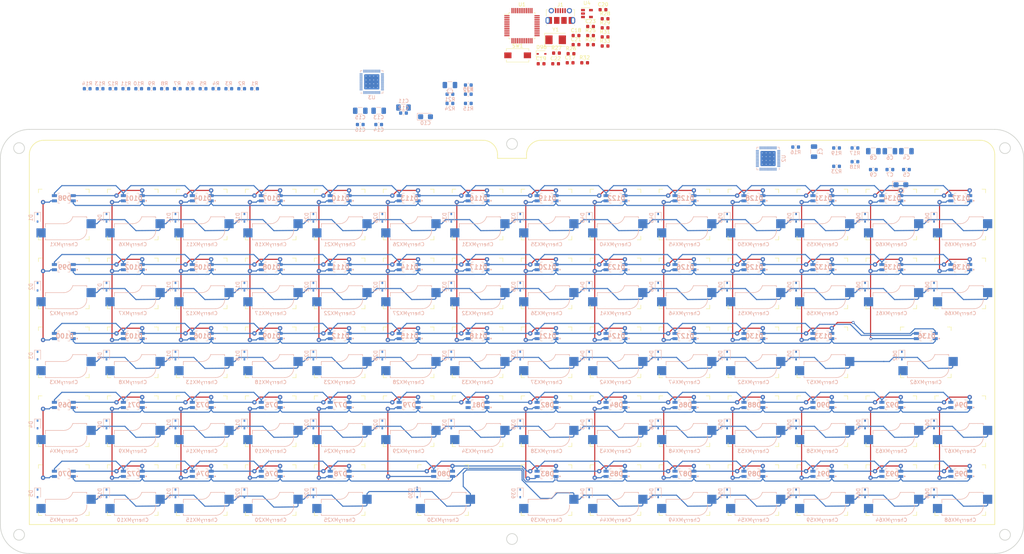
<source format=kicad_pcb>
(kicad_pcb (version 20171130) (host pcbnew "(5.1.5)-3")
  (layers (0 F.Cu signal) (31 B.Cu signal) (34 B.Paste user) (35 F.Paste user) (36 B.SilkS user) (37 F.SilkS user) (38 B.Mask user) (39 F.Mask user) (44 Edge.Cuts user))
  (net 0 "")
  (net 1 GND)
  (net 2 "Net-(CherryMX1-Pad2)")
  (net 3 "Net-(CherryMX2-Pad2)")
  (net 4 "Net-(CherryMX3-Pad2)")
  (net 5 "Net-(CherryMX4-Pad2)")
  (net 6 "Net-(CherryMX5-Pad2)")
  (net 7 "Net-(CherryMX6-Pad2)")
  (net 8 "Net-(CherryMX7-Pad2)")
  (net 9 "Net-(CherryMX8-Pad2)")
  (net 10 "Net-(CherryMX9-Pad2)")
  (net 11 "Net-(CherryMX10-Pad2)")
  (net 12 "Net-(CherryMX11-Pad2)")
  (net 13 "Net-(CherryMX12-Pad2)")
  (net 14 "Net-(CherryMX13-Pad2)")
  (net 15 "Net-(CherryMX14-Pad2)")
  (net 16 "Net-(CherryMX15-Pad2)")
  (net 17 "Net-(CherryMX16-Pad2)")
  (net 18 "Net-(CherryMX17-Pad2)")
  (net 19 "Net-(CherryMX18-Pad2)")
  (net 20 "Net-(CherryMX19-Pad2)")
  (net 21 "Net-(CherryMX20-Pad2)")
  (net 22 "Net-(CherryMX21-Pad2)")
  (net 23 "Net-(CherryMX22-Pad2)")
  (net 24 "Net-(CherryMX23-Pad2)")
  (net 25 "Net-(CherryMX24-Pad2)")
  (net 26 "Net-(CherryMX25-Pad2)")
  (net 27 "Net-(CherryMX26-Pad2)")
  (net 28 "Net-(CherryMX27-Pad2)")
  (net 29 "Net-(CherryMX28-Pad2)")
  (net 30 "Net-(CherryMX29-Pad2)")
  (net 31 "Net-(CherryMX30-Pad2)")
  (net 32 "Net-(CherryMX31-Pad2)")
  (net 33 "Net-(CherryMX32-Pad2)")
  (net 34 "Net-(CherryMX33-Pad2)")
  (net 35 "Net-(CherryMX34-Pad2)")
  (net 36 "Net-(CherryMX35-Pad2)")
  (net 37 "Net-(CherryMX36-Pad2)")
  (net 38 "Net-(CherryMX37-Pad2)")
  (net 39 "Net-(CherryMX38-Pad2)")
  (net 40 "Net-(CherryMX39-Pad2)")
  (net 41 "Net-(CherryMX40-Pad2)")
  (net 42 "Net-(CherryMX41-Pad2)")
  (net 43 "Net-(CherryMX42-Pad2)")
  (net 44 "Net-(CherryMX43-Pad2)")
  (net 45 "Net-(CherryMX44-Pad2)")
  (net 46 "Net-(CherryMX45-Pad2)")
  (net 47 "Net-(CherryMX46-Pad2)")
  (net 48 "Net-(CherryMX47-Pad2)")
  (net 49 "Net-(CherryMX48-Pad2)")
  (net 50 "Net-(CherryMX49-Pad2)")
  (net 51 "Net-(CherryMX50-Pad2)")
  (net 52 "Net-(CherryMX51-Pad2)")
  (net 53 "Net-(CherryMX52-Pad2)")
  (net 54 "Net-(CherryMX53-Pad2)")
  (net 55 "Net-(CherryMX54-Pad2)")
  (net 56 "Net-(CherryMX55-Pad2)")
  (net 57 "Net-(CherryMX56-Pad2)")
  (net 58 "Net-(CherryMX57-Pad2)")
  (net 59 "Net-(CherryMX58-Pad2)")
  (net 60 "Net-(CherryMX59-Pad2)")
  (net 61 "Net-(CherryMX60-Pad2)")
  (net 62 "Net-(CherryMX61-Pad2)")
  (net 63 "Net-(CherryMX62-Pad2)")
  (net 64 "Net-(CherryMX63-Pad2)")
  (net 65 "Net-(CherryMX64-Pad2)")
  (net 66 "Net-(CherryMX65-Pad2)")
  (net 67 "Net-(CherryMX66-Pad2)")
  (net 68 "Net-(CherryMX67-Pad2)")
  (net 69 "Net-(CherryMX68-Pad2)")
  (net 70 /switch/COL9)
  (net 71 /RGB/RGBmatrix2/ROW2)
  (net 72 /RGB/RGBmatrix2/ROW3)
  (net 73 /RGB/RGBmatrix2/COL1)
  (net 74 /RGB/RGBmatrix2/ROW1)
  (net 75 /RGB/RGBmatrix2/ROW5)
  (net 76 /RGB/RGBmatrix2/ROW6)
  (net 77 /RGB/RGBmatrix2/ROW4)
  (net 78 /RGB/RGBmatrix2/COL2)
  (net 79 /RGB/RGBmatrix2/COL3)
  (net 80 /RGB/RGBmatrix2/COL4)
  (net 81 /RGB/RGBmatrix2/COL5)
  (net 82 /RGB/RGBmatrix2/COL6)
  (net 83 /RGB/RGBmatrix2/COL7)
  (net 84 /RGB/RGBmatrix2/COL8)
  (net 85 /RGB/RGBmatrix2/COL9)
  (net 86 /RGB/RGBmatrix2/COL10)
  (net 87 /RGB/RGBmatrix2/COL11)
  (net 88 /RGB/RGBmatrix2/COL12)
  (net 89 /RGB/RGBmatrix2/COL13)
  (net 90 /RGB/RGBmatrix2/COL14)
  (net 91 /RGB/RGBmatrix/ROW2)
  (net 92 /RGB/RGBmatrix/ROW3)
  (net 93 /RGB/RGBmatrix/COL1)
  (net 94 /RGB/RGBmatrix/ROW1)
  (net 95 /RGB/RGBmatrix/ROW4)
  (net 96 /RGB/RGBmatrix/ROW6)
  (net 97 /RGB/RGBmatrix/ROW5)
  (net 98 /RGB/RGBmatrix/ROW8)
  (net 99 /RGB/RGBmatrix/ROW9)
  (net 100 /RGB/RGBmatrix/ROW7)
  (net 101 /RGB/RGBmatrix/COL2)
  (net 102 /RGB/RGBmatrix/COL3)
  (net 103 /RGB/RGBmatrix/COL4)
  (net 104 /RGB/RGBmatrix/COL5)
  (net 105 /RGB/RGBmatrix/COL6)
  (net 106 /RGB/RGBmatrix/COL7)
  (net 107 /RGB/RGBmatrix/COL8)
  (net 108 /RGB/RGBmatrix/COL9)
  (net 109 /RGB/RGBmatrix/COL10)
  (net 110 /RGB/RGBmatrix/COL11)
  (net 111 /RGB/RGBmatrix/COL12)
  (net 112 /RGB/RGBmatrix/COL13)
  (net 113 /RGB/RGBmatrix/COL14)
  (net 114 "Net-(R15-Pad1)")
  (net 115 "Net-(R16-Pad1)")
  (net 116 "Net-(R19-Pad1)")
  (net 117 "Net-(R22-Pad1)")
  (net 118 /RGB/LED_EN_PIN)
  (net 119 "Net-(U2-Pad1)")
  (net 120 "Net-(U2-Pad13)")
  (net 121 "Net-(U2-Pad14)")
  (net 122 "Net-(U2-Pad15)")
  (net 123 "Net-(U2-Pad33)")
  (net 124 "Net-(U2-Pad36)")
  (net 125 /RGB/SYNC)
  (net 126 "Net-(U2-Pad45)")
  (net 127 "Net-(U3-Pad45)")
  (net 128 "Net-(U3-Pad36)")
  (net 129 "Net-(U3-Pad33)")
  (net 130 "Net-(U3-Pad15)")
  (net 131 "Net-(U3-Pad14)")
  (net 132 "Net-(U3-Pad13)")
  (net 133 "Net-(U3-Pad11)")
  (net 134 "Net-(U3-Pad10)")
  (net 135 "Net-(U3-Pad9)")
  (net 136 "Net-(U3-Pad1)")
  (net 137 "Net-(U2-Pad32)")
  (net 138 "Net-(U3-Pad32)")
  (net 139 +3V3)
  (net 140 +5V)
  (net 141 "Net-(C19-Pad1)")
  (net 142 "Net-(C20-Pad1)")
  (net 143 "Net-(C21-Pad2)")
  (net 144 "Net-(C22-Pad2)")
  (net 145 "Net-(C23-Pad2)")
  (net 146 /SMT32/ROW1)
  (net 147 /SMT32/ROW2)
  (net 148 /SMT32/ROW3)
  (net 149 /SMT32/ROW4)
  (net 150 /SMT32/ROW5)
  (net 151 /SMT32/COL14)
  (net 152 /SMT32/COL13)
  (net 153 /SMT32/COL12)
  (net 154 /SMT32/COL11)
  (net 155 /SMT32/COL10)
  (net 156 /SMT32/COL9)
  (net 157 /SMT32/COL8)
  (net 158 /SMT32/COL7)
  (net 159 /SMT32/COL6)
  (net 160 /SMT32/COL5)
  (net 161 /SMT32/COL4)
  (net 162 /SMT32/COL3)
  (net 163 /SMT32/COL2)
  (net 164 /SMT32/COL1)
  (net 165 "Net-(J1-Pad2)")
  (net 166 "Net-(J1-Pad4)")
  (net 167 "Net-(J1-Pad3)")
  (net 168 /SMT32/I2C2_SDA)
  (net 169 /SMT32/I2C2_SCL)
  (net 170 /SMT32/USB_DP)
  (net 171 /SMT32/USB_DM)
  (net 172 "Net-(R28-Pad2)")
  (net 173 "Net-(R29-Pad1)")
  (net 174 "Net-(R30-Pad1)")
  (net 175 "Net-(R31-Pad2)")
  (net 176 "Net-(U1-Pad2)")
  (net 177 "Net-(U1-Pad3)")
  (net 178 "Net-(U1-Pad4)")
  (net 179 "Net-(U1-Pad15)")
  (net 180 "Net-(U1-Pad16)")
  (net 181 "Net-(U1-Pad17)")
  (net 182 "Net-(U1-Pad28)")
  (net 183 "Net-(U1-Pad29)")
  (net 184 "Net-(U1-Pad34)")
  (net 185 "Net-(U1-Pad37)")
  (net 186 "Net-(U1-Pad38)")
  (module KiCad:Kailh_socket_MX_simplified (layer F.Cu) (at 347.359801 109.84035 180)
    (fp_text reference CherryMX65 (at 0 -8.255) (layer B.SilkS) (effects (justify mirror)))
    (fp_text value SW_SPST)
    (pad 1 smd rect (at -7.56 -2.54 180) (size 2.55 2.5) (layers B.Cu B.Paste B.Mask) (net 146 /SMT32/ROW1))
    (pad "" np_thru_hole circle (at 0 0 180) (size 3.9878 3.9878) (drill 3.9878) (layers *.Cu *.Mask))
    (pad "" np_thru_hole circle (at -3.81 -2.54 180) (size 3 3) (drill 3) (layers *.Cu *.Mask))
    (pad "" np_thru_hole circle (at 2.54 -5.08 180) (size 3 3) (drill 3) (layers *.Cu *.Mask))
    (pad 2 smd rect (at 6.29 -5.08 180) (size 2.55 2.5) (layers B.Cu B.Paste B.Mask) (net 66 "Net-(CherryMX65-Pad2)"))
  )
  (module KiCad:Kailh_socket_MX_simplified (layer F.Cu) (at 328.309801 109.84035 180)
    (fp_text reference CherryMX60 (at 0 -8.255) (layer B.SilkS) (effects (justify mirror)))
    (fp_text value SW_SPST)
    (pad 1 smd rect (at -7.56 -2.54 180) (size 2.55 2.5) (layers B.Cu B.Paste B.Mask) (net 146 /SMT32/ROW1))
    (pad "" np_thru_hole circle (at 0 0 180) (size 3.9878 3.9878) (drill 3.9878) (layers *.Cu *.Mask))
    (pad "" np_thru_hole circle (at -3.81 -2.54 180) (size 3 3) (drill 3) (layers *.Cu *.Mask))
    (pad "" np_thru_hole circle (at 2.54 -5.08 180) (size 3 3) (drill 3) (layers *.Cu *.Mask))
    (pad 2 smd rect (at 6.29 -5.08 180) (size 2.55 2.5) (layers B.Cu B.Paste B.Mask) (net 61 "Net-(CherryMX60-Pad2)"))
  )
  (module KiCad:Kailh_socket_MX_simplified (layer F.Cu) (at 309.259801 109.84035 180)
    (fp_text reference CherryMX55 (at 0 -8.255) (layer B.SilkS) (effects (justify mirror)))
    (fp_text value SW_SPST)
    (pad 1 smd rect (at -7.56 -2.54 180) (size 2.55 2.5) (layers B.Cu B.Paste B.Mask) (net 146 /SMT32/ROW1))
    (pad "" np_thru_hole circle (at 0 0 180) (size 3.9878 3.9878) (drill 3.9878) (layers *.Cu *.Mask))
    (pad "" np_thru_hole circle (at -3.81 -2.54 180) (size 3 3) (drill 3) (layers *.Cu *.Mask))
    (pad "" np_thru_hole circle (at 2.54 -5.08 180) (size 3 3) (drill 3) (layers *.Cu *.Mask))
    (pad 2 smd rect (at 6.29 -5.08 180) (size 2.55 2.5) (layers B.Cu B.Paste B.Mask) (net 56 "Net-(CherryMX55-Pad2)"))
  )
  (module KiCad:XZMDKCBDDG45S9_fixed (layer B.Cu) (at 309.259801 105.34035)
    (fp_text reference D131 (at 0.25 0) (layer B.SilkS) (effects (font (size 1.27 1.27) (thickness 0.254)) (justify mirror)))
    (fp_text value LED_RABG hide)
    (pad 5 np_thru_hole circle (at 0 0) (size 3.3 0) (drill 3.3) (layers *.Cu *.Mask))
    (pad 4 smd rect (at 2.6 -0.725 270) (size 0.8 1.4) (layers B.Cu B.Paste B.Mask) (net 91 /RGB/RGBmatrix/ROW2))
    (pad 3 smd rect (at -2.6 -0.725 270) (size 0.8 1.4) (layers B.Cu B.Paste B.Mask) (net 92 /RGB/RGBmatrix/ROW3))
    (pad 2 smd rect (at -2.6 0.725 270) (size 0.8 1.4) (layers B.Cu B.Paste B.Mask) (net 111 /RGB/RGBmatrix/COL12))
    (pad 1 smd rect (at 2.6 0.725 270) (size 0.8 1.4) (layers B.Cu B.Paste B.Mask) (net 94 /RGB/RGBmatrix/ROW1))
  )
  (module Package_DFN_QFN:QFN-48-1EP_6x6mm_P0.4mm_EP4.2x4.2mm_ThermalVias (layer B.Cu) (at 294.259 94.361 90)
    (fp_text reference U2 (at 0 4.32 90) (layer B.SilkS) (effects (justify mirror)))
    (fp_text value IS31FL3733-QF)
    (pad 48 smd roundrect (at -2.2 2.95 90) (size 0.2 0.85) (layers B.Cu B.Paste B.Mask) (net 1 GND))
    (pad 47 smd roundrect (at -1.8 2.95 90) (size 0.2 0.85) (layers B.Cu B.Paste B.Mask) (net 115 "Net-(R16-Pad1)"))
    (pad 46 smd roundrect (at -1.4 2.95 90) (size 0.2 0.85) (layers B.Cu B.Paste B.Mask) (net 118 /RGB/LED_EN_PIN))
    (pad 45 smd roundrect (at -1 2.95 90) (size 0.2 0.85) (layers B.Cu B.Paste B.Mask) (net 126 "Net-(U2-Pad45)"))
    (pad 44 smd roundrect (at -0.6 2.95 90) (size 0.2 0.85) (layers B.Cu B.Paste B.Mask) (net 1 GND))
    (pad 43 smd roundrect (at -0.2 2.95 90) (size 0.2 0.85) (layers B.Cu B.Paste B.Mask) (net 1 GND))
    (pad 42 smd roundrect (at 0.2 2.95 90) (size 0.2 0.85) (layers B.Cu B.Paste B.Mask) (net 169 /SMT32/I2C2_SCL))
    (pad 41 smd roundrect (at 0.6 2.95 90) (size 0.2 0.85) (layers B.Cu B.Paste B.Mask) (net 168 /SMT32/I2C2_SDA))
    (pad 40 smd roundrect (at 1 2.95 90) (size 0.2 0.85) (layers B.Cu B.Paste B.Mask) (net 125 /RGB/SYNC))
    (pad 39 smd roundrect (at 1.4 2.95 90) (size 0.2 0.85) (layers B.Cu B.Paste B.Mask) (net 139 +3V3))
    (pad 38 smd roundrect (at 1.8 2.95 90) (size 0.2 0.85) (layers B.Cu B.Paste B.Mask) (net 139 +3V3))
    (pad 37 smd roundrect (at 2.2 2.95 90) (size 0.2 0.85) (layers B.Cu B.Paste B.Mask) (net 139 +3V3))
    (pad 36 smd roundrect (at 2.95 2.2 90) (size 0.85 0.2) (layers B.Cu B.Paste B.Mask) (net 124 "Net-(U2-Pad36)"))
    (pad 35 smd roundrect (at 2.95 1.8 90) (size 0.85 0.2) (layers B.Cu B.Paste B.Mask) (net 116 "Net-(R19-Pad1)"))
    (pad 34 smd roundrect (at 2.95 1.4 90) (size 0.85 0.2) (layers B.Cu B.Paste B.Mask) (net 1 GND))
    (pad 33 smd roundrect (at 2.95 1 90) (size 0.85 0.2) (layers B.Cu B.Paste B.Mask) (net 123 "Net-(U2-Pad33)"))
    (pad 32 smd roundrect (at 2.95 0.6 90) (size 0.85 0.2) (layers B.Cu B.Paste B.Mask) (net 137 "Net-(U2-Pad32)"))
    (pad 31 smd roundrect (at 2.95 0.2 90) (size 0.85 0.2) (layers B.Cu B.Paste B.Mask) (net 113 /RGB/RGBmatrix/COL14))
    (pad 30 smd roundrect (at 2.95 -0.2 90) (size 0.85 0.2) (layers B.Cu B.Paste B.Mask) (net 112 /RGB/RGBmatrix/COL13))
    (pad 29 smd roundrect (at 2.95 -0.6 90) (size 0.85 0.2) (layers B.Cu B.Paste B.Mask) (net 139 +3V3))
    (pad 28 smd roundrect (at 2.95 -1 90) (size 0.85 0.2) (layers B.Cu B.Paste B.Mask) (net 111 /RGB/RGBmatrix/COL12))
    (pad 27 smd roundrect (at 2.95 -1.4 90) (size 0.85 0.2) (layers B.Cu B.Paste B.Mask) (net 110 /RGB/RGBmatrix/COL11))
    (pad 26 smd roundrect (at 2.95 -1.8 90) (size 0.85 0.2) (layers B.Cu B.Paste B.Mask) (net 109 /RGB/RGBmatrix/COL10))
    (pad 25 smd roundrect (at 2.95 -2.2 90) (size 0.85 0.2) (layers B.Cu B.Paste B.Mask) (net 108 /RGB/RGBmatrix/COL9))
    (pad 24 smd roundrect (at 2.2 -2.95 90) (size 0.2 0.85) (layers B.Cu B.Paste B.Mask) (net 107 /RGB/RGBmatrix/COL8))
    (pad 23 smd roundrect (at 1.8 -2.95 90) (size 0.2 0.85) (layers B.Cu B.Paste B.Mask) (net 106 /RGB/RGBmatrix/COL7))
    (pad 22 smd roundrect (at 1.4 -2.95 90) (size 0.2 0.85) (layers B.Cu B.Paste B.Mask) (net 105 /RGB/RGBmatrix/COL6))
    (pad 21 smd roundrect (at 1 -2.95 90) (size 0.2 0.85) (layers B.Cu B.Paste B.Mask) (net 104 /RGB/RGBmatrix/COL5))
    (pad 20 smd roundrect (at 0.6 -2.95 90) (size 0.2 0.85) (layers B.Cu B.Paste B.Mask) (net 139 +3V3))
    (pad 19 smd roundrect (at 0.2 -2.95 90) (size 0.2 0.85) (layers B.Cu B.Paste B.Mask) (net 103 /RGB/RGBmatrix/COL4))
    (pad 18 smd roundrect (at -0.2 -2.95 90) (size 0.2 0.85) (layers B.Cu B.Paste B.Mask) (net 102 /RGB/RGBmatrix/COL3))
    (pad 17 smd roundrect (at -0.6 -2.95 90) (size 0.2 0.85) (layers B.Cu B.Paste B.Mask) (net 101 /RGB/RGBmatrix/COL2))
    (pad 16 smd roundrect (at -1 -2.95 90) (size 0.2 0.85) (layers B.Cu B.Paste B.Mask) (net 93 /RGB/RGBmatrix/COL1))
    (pad 15 smd roundrect (at -1.4 -2.95 90) (size 0.2 0.85) (layers B.Cu B.Paste B.Mask) (net 122 "Net-(U2-Pad15)"))
    (pad 14 smd roundrect (at -1.8 -2.95 90) (size 0.2 0.85) (layers B.Cu B.Paste B.Mask) (net 121 "Net-(U2-Pad14)"))
    (pad 13 smd roundrect (at -2.2 -2.95 90) (size 0.2 0.85) (layers B.Cu B.Paste B.Mask) (net 120 "Net-(U2-Pad13)"))
    (pad 12 smd roundrect (at -2.95 -2.2 90) (size 0.85 0.2) (layers B.Cu B.Paste B.Mask) (net 1 GND))
    (pad 11 smd roundrect (at -2.95 -1.8 90) (size 0.85 0.2) (layers B.Cu B.Paste B.Mask) (net 94 /RGB/RGBmatrix/ROW1))
    (pad 10 smd roundrect (at -2.95 -1.4 90) (size 0.85 0.2) (layers B.Cu B.Paste B.Mask) (net 91 /RGB/RGBmatrix/ROW2))
    (pad 9 smd roundrect (at -2.95 -1 90) (size 0.85 0.2) (layers B.Cu B.Paste B.Mask) (net 92 /RGB/RGBmatrix/ROW3))
    (pad 8 smd roundrect (at -2.95 -0.6 90) (size 0.85 0.2) (layers B.Cu B.Paste B.Mask) (net 95 /RGB/RGBmatrix/ROW4))
    (pad 7 smd roundrect (at -2.95 -0.2 90) (size 0.85 0.2) (layers B.Cu B.Paste B.Mask) (net 97 /RGB/RGBmatrix/ROW5))
    (pad 6 smd roundrect (at -2.95 0.2 90) (size 0.85 0.2) (layers B.Cu B.Paste B.Mask) (net 96 /RGB/RGBmatrix/ROW6))
    (pad 5 smd roundrect (at -2.95 0.6 90) (size 0.85 0.2) (layers B.Cu B.Paste B.Mask) (net 1 GND))
    (pad 4 smd roundrect (at -2.95 1 90) (size 0.85 0.2) (layers B.Cu B.Paste B.Mask) (net 100 /RGB/RGBmatrix/ROW7))
    (pad 3 smd roundrect (at -2.95 1.4 90) (size 0.85 0.2) (layers B.Cu B.Paste B.Mask) (net 98 /RGB/RGBmatrix/ROW8))
    (pad 2 smd roundrect (at -2.95 1.8 90) (size 0.85 0.2) (layers B.Cu B.Paste B.Mask) (net 99 /RGB/RGBmatrix/ROW9))
    (pad 1 smd roundrect (at -2.95 2.2 90) (size 0.85 0.2) (layers B.Cu B.Paste B.Mask) (net 119 "Net-(U2-Pad1)"))
    (pad 49 smd roundrect (at 0 0 90) (size 3.65 3.65) (layers F.Cu) (roundrect_rratio 0.068493) (net 1 GND))
    (pad 49 thru_hole circle (at 1.575 -1.575 90) (size 0.5 0.5) (drill 0.2) (layers *.Cu) (net 1 GND))
    (pad 49 thru_hole circle (at 0.525 -1.575 90) (size 0.5 0.5) (drill 0.2) (layers *.Cu) (net 1 GND))
    (pad 49 thru_hole circle (at -0.525 -1.575 90) (size 0.5 0.5) (drill 0.2) (layers *.Cu) (net 1 GND))
    (pad 49 thru_hole circle (at -1.575 -1.575 90) (size 0.5 0.5) (drill 0.2) (layers *.Cu) (net 1 GND))
    (pad 49 thru_hole circle (at 1.575 -0.525 90) (size 0.5 0.5) (drill 0.2) (layers *.Cu) (net 1 GND))
    (pad 49 thru_hole circle (at 0.525 -0.525 90) (size 0.5 0.5) (drill 0.2) (layers *.Cu) (net 1 GND))
    (pad 49 thru_hole circle (at -0.525 -0.525 90) (size 0.5 0.5) (drill 0.2) (layers *.Cu) (net 1 GND))
    (pad 49 thru_hole circle (at -1.575 -0.525 90) (size 0.5 0.5) (drill 0.2) (layers *.Cu) (net 1 GND))
    (pad 49 thru_hole circle (at 1.575 0.525 90) (size 0.5 0.5) (drill 0.2) (layers *.Cu) (net 1 GND))
    (pad 49 thru_hole circle (at 0.525 0.525 90) (size 0.5 0.5) (drill 0.2) (layers *.Cu) (net 1 GND))
    (pad 49 thru_hole circle (at -0.525 0.525 90) (size 0.5 0.5) (drill 0.2) (layers *.Cu) (net 1 GND))
    (pad 49 thru_hole circle (at -1.575 0.525 90) (size 0.5 0.5) (drill 0.2) (layers *.Cu) (net 1 GND))
    (pad 49 thru_hole circle (at 1.575 1.575 90) (size 0.5 0.5) (drill 0.2) (layers *.Cu) (net 1 GND))
    (pad 49 thru_hole circle (at 0.525 1.575 90) (size 0.5 0.5) (drill 0.2) (layers *.Cu) (net 1 GND))
    (pad 49 thru_hole circle (at -0.525 1.575 90) (size 0.5 0.5) (drill 0.2) (layers *.Cu) (net 1 GND))
    (pad 49 thru_hole circle (at -1.575 1.575 90) (size 0.5 0.5) (drill 0.2) (layers *.Cu) (net 1 GND))
    (pad 49 smd roundrect (at 0 0 90) (size 4.2 4.2) (layers B.Cu B.Mask) (roundrect_rratio 0.059524) (net 1 GND))
  )
  (module Package_DFN_QFN:QFN-48-1EP_6x6mm_P0.4mm_EP4.2x4.2mm_ThermalVias (layer B.Cu) (at 184.785 73.152)
    (fp_text reference U3 (at 0 4.32 -180) (layer B.SilkS) (effects (justify mirror)))
    (fp_text value IS31FL3733-QF)
    (pad 48 smd roundrect (at -2.2 2.95) (size 0.2 0.85) (layers B.Cu B.Paste B.Mask) (net 1 GND))
    (pad 47 smd roundrect (at -1.8 2.95) (size 0.2 0.85) (layers B.Cu B.Paste B.Mask) (net 117 "Net-(R22-Pad1)"))
    (pad 46 smd roundrect (at -1.4 2.95) (size 0.2 0.85) (layers B.Cu B.Paste B.Mask) (net 118 /RGB/LED_EN_PIN))
    (pad 45 smd roundrect (at -1 2.95) (size 0.2 0.85) (layers B.Cu B.Paste B.Mask) (net 127 "Net-(U3-Pad45)"))
    (pad 44 smd roundrect (at -0.6 2.95) (size 0.2 0.85) (layers B.Cu B.Paste B.Mask) (net 1 GND))
    (pad 43 smd roundrect (at -0.2 2.95) (size 0.2 0.85) (layers B.Cu B.Paste B.Mask) (net 139 +3V3))
    (pad 42 smd roundrect (at 0.2 2.95) (size 0.2 0.85) (layers B.Cu B.Paste B.Mask) (net 169 /SMT32/I2C2_SCL))
    (pad 41 smd roundrect (at 0.6 2.95) (size 0.2 0.85) (layers B.Cu B.Paste B.Mask) (net 168 /SMT32/I2C2_SDA))
    (pad 40 smd roundrect (at 1 2.95) (size 0.2 0.85) (layers B.Cu B.Paste B.Mask) (net 125 /RGB/SYNC))
    (pad 39 smd roundrect (at 1.4 2.95) (size 0.2 0.85) (layers B.Cu B.Paste B.Mask) (net 139 +3V3))
    (pad 38 smd roundrect (at 1.8 2.95) (size 0.2 0.85) (layers B.Cu B.Paste B.Mask) (net 139 +3V3))
    (pad 37 smd roundrect (at 2.2 2.95) (size 0.2 0.85) (layers B.Cu B.Paste B.Mask) (net 139 +3V3))
    (pad 36 smd roundrect (at 2.95 2.2) (size 0.85 0.2) (layers B.Cu B.Paste B.Mask) (net 128 "Net-(U3-Pad36)"))
    (pad 35 smd roundrect (at 2.95 1.8) (size 0.85 0.2) (layers B.Cu B.Paste B.Mask) (net 114 "Net-(R15-Pad1)"))
    (pad 34 smd roundrect (at 2.95 1.4) (size 0.85 0.2) (layers B.Cu B.Paste B.Mask) (net 1 GND))
    (pad 33 smd roundrect (at 2.95 1) (size 0.85 0.2) (layers B.Cu B.Paste B.Mask) (net 129 "Net-(U3-Pad33)"))
    (pad 32 smd roundrect (at 2.95 0.6) (size 0.85 0.2) (layers B.Cu B.Paste B.Mask) (net 138 "Net-(U3-Pad32)"))
    (pad 31 smd roundrect (at 2.95 0.2) (size 0.85 0.2) (layers B.Cu B.Paste B.Mask) (net 90 /RGB/RGBmatrix2/COL14))
    (pad 30 smd roundrect (at 2.95 -0.2) (size 0.85 0.2) (layers B.Cu B.Paste B.Mask) (net 89 /RGB/RGBmatrix2/COL13))
    (pad 29 smd roundrect (at 2.95 -0.6) (size 0.85 0.2) (layers B.Cu B.Paste B.Mask) (net 139 +3V3))
    (pad 28 smd roundrect (at 2.95 -1) (size 0.85 0.2) (layers B.Cu B.Paste B.Mask) (net 88 /RGB/RGBmatrix2/COL12))
    (pad 27 smd roundrect (at 2.95 -1.4) (size 0.85 0.2) (layers B.Cu B.Paste B.Mask) (net 87 /RGB/RGBmatrix2/COL11))
    (pad 26 smd roundrect (at 2.95 -1.8) (size 0.85 0.2) (layers B.Cu B.Paste B.Mask) (net 86 /RGB/RGBmatrix2/COL10))
    (pad 25 smd roundrect (at 2.95 -2.2) (size 0.85 0.2) (layers B.Cu B.Paste B.Mask) (net 85 /RGB/RGBmatrix2/COL9))
    (pad 24 smd roundrect (at 2.2 -2.95) (size 0.2 0.85) (layers B.Cu B.Paste B.Mask) (net 84 /RGB/RGBmatrix2/COL8))
    (pad 23 smd roundrect (at 1.8 -2.95) (size 0.2 0.85) (layers B.Cu B.Paste B.Mask) (net 83 /RGB/RGBmatrix2/COL7))
    (pad 22 smd roundrect (at 1.4 -2.95) (size 0.2 0.85) (layers B.Cu B.Paste B.Mask) (net 82 /RGB/RGBmatrix2/COL6))
    (pad 21 smd roundrect (at 1 -2.95) (size 0.2 0.85) (layers B.Cu B.Paste B.Mask) (net 81 /RGB/RGBmatrix2/COL5))
    (pad 20 smd roundrect (at 0.6 -2.95) (size 0.2 0.85) (layers B.Cu B.Paste B.Mask) (net 139 +3V3))
    (pad 19 smd roundrect (at 0.2 -2.95) (size 0.2 0.85) (layers B.Cu B.Paste B.Mask) (net 80 /RGB/RGBmatrix2/COL4))
    (pad 18 smd roundrect (at -0.2 -2.95) (size 0.2 0.85) (layers B.Cu B.Paste B.Mask) (net 79 /RGB/RGBmatrix2/COL3))
    (pad 17 smd roundrect (at -0.6 -2.95) (size 0.2 0.85) (layers B.Cu B.Paste B.Mask) (net 78 /RGB/RGBmatrix2/COL2))
    (pad 16 smd roundrect (at -1 -2.95) (size 0.2 0.85) (layers B.Cu B.Paste B.Mask) (net 73 /RGB/RGBmatrix2/COL1))
    (pad 15 smd roundrect (at -1.4 -2.95) (size 0.2 0.85) (layers B.Cu B.Paste B.Mask) (net 130 "Net-(U3-Pad15)"))
    (pad 14 smd roundrect (at -1.8 -2.95) (size 0.2 0.85) (layers B.Cu B.Paste B.Mask) (net 131 "Net-(U3-Pad14)"))
    (pad 13 smd roundrect (at -2.2 -2.95) (size 0.2 0.85) (layers B.Cu B.Paste B.Mask) (net 132 "Net-(U3-Pad13)"))
    (pad 12 smd roundrect (at -2.95 -2.2) (size 0.85 0.2) (layers B.Cu B.Paste B.Mask) (net 1 GND))
    (pad 11 smd roundrect (at -2.95 -1.8) (size 0.85 0.2) (layers B.Cu B.Paste B.Mask) (net 133 "Net-(U3-Pad11)"))
    (pad 10 smd roundrect (at -2.95 -1.4) (size 0.85 0.2) (layers B.Cu B.Paste B.Mask) (net 134 "Net-(U3-Pad10)"))
    (pad 9 smd roundrect (at -2.95 -1) (size 0.85 0.2) (layers B.Cu B.Paste B.Mask) (net 135 "Net-(U3-Pad9)"))
    (pad 8 smd roundrect (at -2.95 -0.6) (size 0.85 0.2) (layers B.Cu B.Paste B.Mask) (net 74 /RGB/RGBmatrix2/ROW1))
    (pad 7 smd roundrect (at -2.95 -0.2) (size 0.85 0.2) (layers B.Cu B.Paste B.Mask) (net 71 /RGB/RGBmatrix2/ROW2))
    (pad 6 smd roundrect (at -2.95 0.2) (size 0.85 0.2) (layers B.Cu B.Paste B.Mask) (net 72 /RGB/RGBmatrix2/ROW3))
    (pad 5 smd roundrect (at -2.95 0.6) (size 0.85 0.2) (layers B.Cu B.Paste B.Mask) (net 1 GND))
    (pad 4 smd roundrect (at -2.95 1) (size 0.85 0.2) (layers B.Cu B.Paste B.Mask) (net 77 /RGB/RGBmatrix2/ROW4))
    (pad 3 smd roundrect (at -2.95 1.4) (size 0.85 0.2) (layers B.Cu B.Paste B.Mask) (net 75 /RGB/RGBmatrix2/ROW5))
    (pad 2 smd roundrect (at -2.95 1.8) (size 0.85 0.2) (layers B.Cu B.Paste B.Mask) (net 76 /RGB/RGBmatrix2/ROW6))
    (pad 1 smd roundrect (at -2.95 2.2) (size 0.85 0.2) (layers B.Cu B.Paste B.Mask) (net 136 "Net-(U3-Pad1)"))
    (pad 49 smd roundrect (at 0 0) (size 3.65 3.65) (layers F.Cu) (roundrect_rratio 0.068493) (net 1 GND))
    (pad 49 thru_hole circle (at 1.575 -1.575) (size 0.5 0.5) (drill 0.2) (layers *.Cu) (net 1 GND))
    (pad 49 thru_hole circle (at 0.525 -1.575) (size 0.5 0.5) (drill 0.2) (layers *.Cu) (net 1 GND))
    (pad 49 thru_hole circle (at -0.525 -1.575) (size 0.5 0.5) (drill 0.2) (layers *.Cu) (net 1 GND))
    (pad 49 thru_hole circle (at -1.575 -1.575) (size 0.5 0.5) (drill 0.2) (layers *.Cu) (net 1 GND))
    (pad 49 thru_hole circle (at 1.575 -0.525) (size 0.5 0.5) (drill 0.2) (layers *.Cu) (net 1 GND))
    (pad 49 thru_hole circle (at 0.525 -0.525) (size 0.5 0.5) (drill 0.2) (layers *.Cu) (net 1 GND))
    (pad 49 thru_hole circle (at -0.525 -0.525) (size 0.5 0.5) (drill 0.2) (layers *.Cu) (net 1 GND))
    (pad 49 thru_hole circle (at -1.575 -0.525) (size 0.5 0.5) (drill 0.2) (layers *.Cu) (net 1 GND))
    (pad 49 thru_hole circle (at 1.575 0.525) (size 0.5 0.5) (drill 0.2) (layers *.Cu) (net 1 GND))
    (pad 49 thru_hole circle (at 0.525 0.525) (size 0.5 0.5) (drill 0.2) (layers *.Cu) (net 1 GND))
    (pad 49 thru_hole circle (at -0.525 0.525) (size 0.5 0.5) (drill 0.2) (layers *.Cu) (net 1 GND))
    (pad 49 thru_hole circle (at -1.575 0.525) (size 0.5 0.5) (drill 0.2) (layers *.Cu) (net 1 GND))
    (pad 49 thru_hole circle (at 1.575 1.575) (size 0.5 0.5) (drill 0.2) (layers *.Cu) (net 1 GND))
    (pad 49 thru_hole circle (at 0.525 1.575) (size 0.5 0.5) (drill 0.2) (layers *.Cu) (net 1 GND))
    (pad 49 thru_hole circle (at -0.525 1.575) (size 0.5 0.5) (drill 0.2) (layers *.Cu) (net 1 GND))
    (pad 49 thru_hole circle (at -1.575 1.575) (size 0.5 0.5) (drill 0.2) (layers *.Cu) (net 1 GND))
    (pad 49 smd roundrect (at 0 0) (size 4.2 4.2) (layers B.Cu B.Mask) (roundrect_rratio 0.059524) (net 1 GND))
  )
  (module KiCad:Kailh_socket_MX_simplified (layer F.Cu) (at 99.709726 109.84035 180)
    (fp_text reference CherryMX1 (at 0 -8.255) (layer B.SilkS) (effects (justify mirror)))
    (fp_text value SW_SPST)
    (pad 1 smd rect (at -7.56 -2.54 180) (size 2.55 2.5) (layers B.Cu B.Paste B.Mask) (net 146 /SMT32/ROW1))
    (pad "" np_thru_hole circle (at 0 0 180) (size 3.9878 3.9878) (drill 3.9878) (layers *.Cu *.Mask))
    (pad "" np_thru_hole circle (at -3.81 -2.54 180) (size 3 3) (drill 3) (layers *.Cu *.Mask))
    (pad "" np_thru_hole circle (at 2.54 -5.08 180) (size 3 3) (drill 3) (layers *.Cu *.Mask))
    (pad 2 smd rect (at 6.29 -5.08 180) (size 2.55 2.5) (layers B.Cu B.Paste B.Mask) (net 2 "Net-(CherryMX1-Pad2)"))
  )
  (module KiCad:Kailh_socket_MX_simplified (layer F.Cu) (at 99.709726 128.89035 180)
    (fp_text reference CherryMX2 (at 0 -8.255) (layer B.SilkS) (effects (justify mirror)))
    (fp_text value SW_SPST)
    (pad 1 smd rect (at -7.56 -2.54 180) (size 2.55 2.5) (layers B.Cu B.Paste B.Mask) (net 147 /SMT32/ROW2))
    (pad "" np_thru_hole circle (at 0 0 180) (size 3.9878 3.9878) (drill 3.9878) (layers *.Cu *.Mask))
    (pad "" np_thru_hole circle (at -3.81 -2.54 180) (size 3 3) (drill 3) (layers *.Cu *.Mask))
    (pad "" np_thru_hole circle (at 2.54 -5.08 180) (size 3 3) (drill 3) (layers *.Cu *.Mask))
    (pad 2 smd rect (at 6.29 -5.08 180) (size 2.55 2.5) (layers B.Cu B.Paste B.Mask) (net 3 "Net-(CherryMX2-Pad2)"))
  )
  (module KiCad:Kailh_socket_MX_simplified (layer F.Cu) (at 99.709726 147.940365 180)
    (fp_text reference CherryMX3 (at 0 -8.255) (layer B.SilkS) (effects (justify mirror)))
    (fp_text value SW_SPST)
    (pad 1 smd rect (at -7.56 -2.54 180) (size 2.55 2.5) (layers B.Cu B.Paste B.Mask) (net 148 /SMT32/ROW3))
    (pad "" np_thru_hole circle (at 0 0 180) (size 3.9878 3.9878) (drill 3.9878) (layers *.Cu *.Mask))
    (pad "" np_thru_hole circle (at -3.81 -2.54 180) (size 3 3) (drill 3) (layers *.Cu *.Mask))
    (pad "" np_thru_hole circle (at 2.54 -5.08 180) (size 3 3) (drill 3) (layers *.Cu *.Mask))
    (pad 2 smd rect (at 6.29 -5.08 180) (size 2.55 2.5) (layers B.Cu B.Paste B.Mask) (net 4 "Net-(CherryMX3-Pad2)"))
  )
  (module KiCad:Kailh_socket_MX_simplified (layer F.Cu) (at 99.709726 166.990351 180)
    (fp_text reference CherryMX4 (at 0 -8.255) (layer B.SilkS) (effects (justify mirror)))
    (fp_text value SW_SPST)
    (pad 1 smd rect (at -7.56 -2.54 180) (size 2.55 2.5) (layers B.Cu B.Paste B.Mask) (net 149 /SMT32/ROW4))
    (pad "" np_thru_hole circle (at 0 0 180) (size 3.9878 3.9878) (drill 3.9878) (layers *.Cu *.Mask))
    (pad "" np_thru_hole circle (at -3.81 -2.54 180) (size 3 3) (drill 3) (layers *.Cu *.Mask))
    (pad "" np_thru_hole circle (at 2.54 -5.08 180) (size 3 3) (drill 3) (layers *.Cu *.Mask))
    (pad 2 smd rect (at 6.29 -5.08 180) (size 2.55 2.5) (layers B.Cu B.Paste B.Mask) (net 5 "Net-(CherryMX4-Pad2)"))
  )
  (module KiCad:Kailh_socket_MX_simplified (layer F.Cu) (at 99.709725 186.040265 180)
    (fp_text reference CherryMX5 (at 0 -8.255) (layer B.SilkS) (effects (justify mirror)))
    (fp_text value SW_SPST)
    (pad 1 smd rect (at -7.56 -2.54 180) (size 2.55 2.5) (layers B.Cu B.Paste B.Mask) (net 150 /SMT32/ROW5))
    (pad "" np_thru_hole circle (at 0 0 180) (size 3.9878 3.9878) (drill 3.9878) (layers *.Cu *.Mask))
    (pad "" np_thru_hole circle (at -3.81 -2.54 180) (size 3 3) (drill 3) (layers *.Cu *.Mask))
    (pad "" np_thru_hole circle (at 2.54 -5.08 180) (size 3 3) (drill 3) (layers *.Cu *.Mask))
    (pad 2 smd rect (at 6.29 -5.08 180) (size 2.55 2.5) (layers B.Cu B.Paste B.Mask) (net 6 "Net-(CherryMX5-Pad2)"))
  )
  (module KiCad:Kailh_socket_MX_simplified (layer F.Cu) (at 118.759651 109.84035 180)
    (fp_text reference CherryMX6 (at 0 -8.255) (layer B.SilkS) (effects (justify mirror)))
    (fp_text value SW_SPST)
    (pad 1 smd rect (at -7.56 -2.54 180) (size 2.55 2.5) (layers B.Cu B.Paste B.Mask) (net 146 /SMT32/ROW1))
    (pad "" np_thru_hole circle (at 0 0 180) (size 3.9878 3.9878) (drill 3.9878) (layers *.Cu *.Mask))
    (pad "" np_thru_hole circle (at -3.81 -2.54 180) (size 3 3) (drill 3) (layers *.Cu *.Mask))
    (pad "" np_thru_hole circle (at 2.54 -5.08 180) (size 3 3) (drill 3) (layers *.Cu *.Mask))
    (pad 2 smd rect (at 6.29 -5.08 180) (size 2.55 2.5) (layers B.Cu B.Paste B.Mask) (net 7 "Net-(CherryMX6-Pad2)"))
  )
  (module KiCad:Kailh_socket_MX_simplified (layer F.Cu) (at 118.759651 128.89035 180)
    (fp_text reference CherryMX7 (at 0 -8.255) (layer B.SilkS) (effects (justify mirror)))
    (fp_text value SW_SPST)
    (pad 1 smd rect (at -7.56 -2.54 180) (size 2.55 2.5) (layers B.Cu B.Paste B.Mask) (net 147 /SMT32/ROW2))
    (pad "" np_thru_hole circle (at 0 0 180) (size 3.9878 3.9878) (drill 3.9878) (layers *.Cu *.Mask))
    (pad "" np_thru_hole circle (at -3.81 -2.54 180) (size 3 3) (drill 3) (layers *.Cu *.Mask))
    (pad "" np_thru_hole circle (at 2.54 -5.08 180) (size 3 3) (drill 3) (layers *.Cu *.Mask))
    (pad 2 smd rect (at 6.29 -5.08 180) (size 2.55 2.5) (layers B.Cu B.Paste B.Mask) (net 8 "Net-(CherryMX7-Pad2)"))
  )
  (module KiCad:Kailh_socket_MX_simplified (layer F.Cu) (at 118.759651 147.940365 180)
    (fp_text reference CherryMX8 (at 0 -8.255) (layer B.SilkS) (effects (justify mirror)))
    (fp_text value SW_SPST)
    (pad 1 smd rect (at -7.56 -2.54 180) (size 2.55 2.5) (layers B.Cu B.Paste B.Mask) (net 148 /SMT32/ROW3))
    (pad "" np_thru_hole circle (at 0 0 180) (size 3.9878 3.9878) (drill 3.9878) (layers *.Cu *.Mask))
    (pad "" np_thru_hole circle (at -3.81 -2.54 180) (size 3 3) (drill 3) (layers *.Cu *.Mask))
    (pad "" np_thru_hole circle (at 2.54 -5.08 180) (size 3 3) (drill 3) (layers *.Cu *.Mask))
    (pad 2 smd rect (at 6.29 -5.08 180) (size 2.55 2.5) (layers B.Cu B.Paste B.Mask) (net 9 "Net-(CherryMX8-Pad2)"))
  )
  (module KiCad:Kailh_socket_MX_simplified (layer F.Cu) (at 118.759651 166.990351 180)
    (fp_text reference CherryMX9 (at 0 -8.255) (layer B.SilkS) (effects (justify mirror)))
    (fp_text value SW_SPST)
    (pad 1 smd rect (at -7.56 -2.54 180) (size 2.55 2.5) (layers B.Cu B.Paste B.Mask) (net 149 /SMT32/ROW4))
    (pad "" np_thru_hole circle (at 0 0 180) (size 3.9878 3.9878) (drill 3.9878) (layers *.Cu *.Mask))
    (pad "" np_thru_hole circle (at -3.81 -2.54 180) (size 3 3) (drill 3) (layers *.Cu *.Mask))
    (pad "" np_thru_hole circle (at 2.54 -5.08 180) (size 3 3) (drill 3) (layers *.Cu *.Mask))
    (pad 2 smd rect (at 6.29 -5.08 180) (size 2.55 2.5) (layers B.Cu B.Paste B.Mask) (net 10 "Net-(CherryMX9-Pad2)"))
  )
  (module KiCad:Kailh_socket_MX_simplified (layer F.Cu) (at 118.75965 186.040265 180)
    (fp_text reference CherryMX10 (at 0 -8.255) (layer B.SilkS) (effects (justify mirror)))
    (fp_text value SW_SPST)
    (pad 1 smd rect (at -7.56 -2.54 180) (size 2.55 2.5) (layers B.Cu B.Paste B.Mask) (net 150 /SMT32/ROW5))
    (pad "" np_thru_hole circle (at 0 0 180) (size 3.9878 3.9878) (drill 3.9878) (layers *.Cu *.Mask))
    (pad "" np_thru_hole circle (at -3.81 -2.54 180) (size 3 3) (drill 3) (layers *.Cu *.Mask))
    (pad "" np_thru_hole circle (at 2.54 -5.08 180) (size 3 3) (drill 3) (layers *.Cu *.Mask))
    (pad 2 smd rect (at 6.29 -5.08 180) (size 2.55 2.5) (layers B.Cu B.Paste B.Mask) (net 11 "Net-(CherryMX10-Pad2)"))
  )
  (module KiCad:Kailh_socket_MX_simplified (layer F.Cu) (at 137.809651 109.84035 180)
    (fp_text reference CherryMX11 (at 0 -8.255) (layer B.SilkS) (effects (justify mirror)))
    (fp_text value SW_SPST)
    (pad 1 smd rect (at -7.56 -2.54 180) (size 2.55 2.5) (layers B.Cu B.Paste B.Mask) (net 146 /SMT32/ROW1))
    (pad "" np_thru_hole circle (at 0 0 180) (size 3.9878 3.9878) (drill 3.9878) (layers *.Cu *.Mask))
    (pad "" np_thru_hole circle (at -3.81 -2.54 180) (size 3 3) (drill 3) (layers *.Cu *.Mask))
    (pad "" np_thru_hole circle (at 2.54 -5.08 180) (size 3 3) (drill 3) (layers *.Cu *.Mask))
    (pad 2 smd rect (at 6.29 -5.08 180) (size 2.55 2.5) (layers B.Cu B.Paste B.Mask) (net 12 "Net-(CherryMX11-Pad2)"))
  )
  (module KiCad:Kailh_socket_MX_simplified (layer F.Cu) (at 137.809651 128.89035 180)
    (fp_text reference CherryMX12 (at 0 -8.255) (layer B.SilkS) (effects (justify mirror)))
    (fp_text value SW_SPST)
    (pad 1 smd rect (at -7.56 -2.54 180) (size 2.55 2.5) (layers B.Cu B.Paste B.Mask) (net 147 /SMT32/ROW2))
    (pad "" np_thru_hole circle (at 0 0 180) (size 3.9878 3.9878) (drill 3.9878) (layers *.Cu *.Mask))
    (pad "" np_thru_hole circle (at -3.81 -2.54 180) (size 3 3) (drill 3) (layers *.Cu *.Mask))
    (pad "" np_thru_hole circle (at 2.54 -5.08 180) (size 3 3) (drill 3) (layers *.Cu *.Mask))
    (pad 2 smd rect (at 6.29 -5.08 180) (size 2.55 2.5) (layers B.Cu B.Paste B.Mask) (net 13 "Net-(CherryMX12-Pad2)"))
  )
  (module KiCad:Kailh_socket_MX_simplified (layer F.Cu) (at 137.809651 147.940365 180)
    (fp_text reference CherryMX13 (at 0 -8.255) (layer B.SilkS) (effects (justify mirror)))
    (fp_text value SW_SPST)
    (pad 1 smd rect (at -7.56 -2.54 180) (size 2.55 2.5) (layers B.Cu B.Paste B.Mask) (net 148 /SMT32/ROW3))
    (pad "" np_thru_hole circle (at 0 0 180) (size 3.9878 3.9878) (drill 3.9878) (layers *.Cu *.Mask))
    (pad "" np_thru_hole circle (at -3.81 -2.54 180) (size 3 3) (drill 3) (layers *.Cu *.Mask))
    (pad "" np_thru_hole circle (at 2.54 -5.08 180) (size 3 3) (drill 3) (layers *.Cu *.Mask))
    (pad 2 smd rect (at 6.29 -5.08 180) (size 2.55 2.5) (layers B.Cu B.Paste B.Mask) (net 14 "Net-(CherryMX13-Pad2)"))
  )
  (module KiCad:Kailh_socket_MX_simplified (layer F.Cu) (at 137.809651 166.990351 180)
    (fp_text reference CherryMX14 (at 0 -8.255) (layer B.SilkS) (effects (justify mirror)))
    (fp_text value SW_SPST)
    (pad 1 smd rect (at -7.56 -2.54 180) (size 2.55 2.5) (layers B.Cu B.Paste B.Mask) (net 149 /SMT32/ROW4))
    (pad "" np_thru_hole circle (at 0 0 180) (size 3.9878 3.9878) (drill 3.9878) (layers *.Cu *.Mask))
    (pad "" np_thru_hole circle (at -3.81 -2.54 180) (size 3 3) (drill 3) (layers *.Cu *.Mask))
    (pad "" np_thru_hole circle (at 2.54 -5.08 180) (size 3 3) (drill 3) (layers *.Cu *.Mask))
    (pad 2 smd rect (at 6.29 -5.08 180) (size 2.55 2.5) (layers B.Cu B.Paste B.Mask) (net 15 "Net-(CherryMX14-Pad2)"))
  )
  (module KiCad:Kailh_socket_MX_simplified (layer F.Cu) (at 137.80965 186.040265 180)
    (fp_text reference CherryMX15 (at 0 -8.255) (layer B.SilkS) (effects (justify mirror)))
    (fp_text value SW_SPST)
    (pad 1 smd rect (at -7.56 -2.54 180) (size 2.55 2.5) (layers B.Cu B.Paste B.Mask) (net 150 /SMT32/ROW5))
    (pad "" np_thru_hole circle (at 0 0 180) (size 3.9878 3.9878) (drill 3.9878) (layers *.Cu *.Mask))
    (pad "" np_thru_hole circle (at -3.81 -2.54 180) (size 3 3) (drill 3) (layers *.Cu *.Mask))
    (pad "" np_thru_hole circle (at 2.54 -5.08 180) (size 3 3) (drill 3) (layers *.Cu *.Mask))
    (pad 2 smd rect (at 6.29 -5.08 180) (size 2.55 2.5) (layers B.Cu B.Paste B.Mask) (net 16 "Net-(CherryMX15-Pad2)"))
  )
  (module KiCad:Kailh_socket_MX_simplified (layer F.Cu) (at 156.859651 109.84035 180)
    (fp_text reference CherryMX16 (at 0 -8.255) (layer B.SilkS) (effects (justify mirror)))
    (fp_text value SW_SPST)
    (pad 1 smd rect (at -7.56 -2.54 180) (size 2.55 2.5) (layers B.Cu B.Paste B.Mask) (net 146 /SMT32/ROW1))
    (pad "" np_thru_hole circle (at 0 0 180) (size 3.9878 3.9878) (drill 3.9878) (layers *.Cu *.Mask))
    (pad "" np_thru_hole circle (at -3.81 -2.54 180) (size 3 3) (drill 3) (layers *.Cu *.Mask))
    (pad "" np_thru_hole circle (at 2.54 -5.08 180) (size 3 3) (drill 3) (layers *.Cu *.Mask))
    (pad 2 smd rect (at 6.29 -5.08 180) (size 2.55 2.5) (layers B.Cu B.Paste B.Mask) (net 17 "Net-(CherryMX16-Pad2)"))
  )
  (module KiCad:Kailh_socket_MX_simplified (layer F.Cu) (at 156.859651 128.89035 180)
    (fp_text reference CherryMX17 (at 0 -8.255) (layer B.SilkS) (effects (justify mirror)))
    (fp_text value SW_SPST)
    (pad 1 smd rect (at -7.56 -2.54 180) (size 2.55 2.5) (layers B.Cu B.Paste B.Mask) (net 147 /SMT32/ROW2))
    (pad "" np_thru_hole circle (at 0 0 180) (size 3.9878 3.9878) (drill 3.9878) (layers *.Cu *.Mask))
    (pad "" np_thru_hole circle (at -3.81 -2.54 180) (size 3 3) (drill 3) (layers *.Cu *.Mask))
    (pad "" np_thru_hole circle (at 2.54 -5.08 180) (size 3 3) (drill 3) (layers *.Cu *.Mask))
    (pad 2 smd rect (at 6.29 -5.08 180) (size 2.55 2.5) (layers B.Cu B.Paste B.Mask) (net 18 "Net-(CherryMX17-Pad2)"))
  )
  (module KiCad:Kailh_socket_MX_simplified (layer F.Cu) (at 156.859651 147.940365 180)
    (fp_text reference CherryMX18 (at 0 -8.255) (layer B.SilkS) (effects (justify mirror)))
    (fp_text value SW_SPST)
    (pad 1 smd rect (at -7.56 -2.54 180) (size 2.55 2.5) (layers B.Cu B.Paste B.Mask) (net 148 /SMT32/ROW3))
    (pad "" np_thru_hole circle (at 0 0 180) (size 3.9878 3.9878) (drill 3.9878) (layers *.Cu *.Mask))
    (pad "" np_thru_hole circle (at -3.81 -2.54 180) (size 3 3) (drill 3) (layers *.Cu *.Mask))
    (pad "" np_thru_hole circle (at 2.54 -5.08 180) (size 3 3) (drill 3) (layers *.Cu *.Mask))
    (pad 2 smd rect (at 6.29 -5.08 180) (size 2.55 2.5) (layers B.Cu B.Paste B.Mask) (net 19 "Net-(CherryMX18-Pad2)"))
  )
  (module KiCad:Kailh_socket_MX_simplified (layer F.Cu) (at 156.859651 166.990351 180)
    (fp_text reference CherryMX19 (at 0 -8.255) (layer B.SilkS) (effects (justify mirror)))
    (fp_text value SW_SPST)
    (pad 1 smd rect (at -7.56 -2.54 180) (size 2.55 2.5) (layers B.Cu B.Paste B.Mask) (net 149 /SMT32/ROW4))
    (pad "" np_thru_hole circle (at 0 0 180) (size 3.9878 3.9878) (drill 3.9878) (layers *.Cu *.Mask))
    (pad "" np_thru_hole circle (at -3.81 -2.54 180) (size 3 3) (drill 3) (layers *.Cu *.Mask))
    (pad "" np_thru_hole circle (at 2.54 -5.08 180) (size 3 3) (drill 3) (layers *.Cu *.Mask))
    (pad 2 smd rect (at 6.29 -5.08 180) (size 2.55 2.5) (layers B.Cu B.Paste B.Mask) (net 20 "Net-(CherryMX19-Pad2)"))
  )
  (module KiCad:Kailh_socket_MX_simplified (layer F.Cu) (at 156.85965 186.040265 180)
    (fp_text reference CherryMX20 (at 0 -8.255) (layer B.SilkS) (effects (justify mirror)))
    (fp_text value SW_SPST)
    (pad 1 smd rect (at -7.56 -2.54 180) (size 2.55 2.5) (layers B.Cu B.Paste B.Mask) (net 150 /SMT32/ROW5))
    (pad "" np_thru_hole circle (at 0 0 180) (size 3.9878 3.9878) (drill 3.9878) (layers *.Cu *.Mask))
    (pad "" np_thru_hole circle (at -3.81 -2.54 180) (size 3 3) (drill 3) (layers *.Cu *.Mask))
    (pad "" np_thru_hole circle (at 2.54 -5.08 180) (size 3 3) (drill 3) (layers *.Cu *.Mask))
    (pad 2 smd rect (at 6.29 -5.08 180) (size 2.55 2.5) (layers B.Cu B.Paste B.Mask) (net 21 "Net-(CherryMX20-Pad2)"))
  )
  (module KiCad:Kailh_socket_MX_simplified (layer F.Cu) (at 175.909651 109.84035 180)
    (fp_text reference CherryMX21 (at 0 -8.255) (layer B.SilkS) (effects (justify mirror)))
    (fp_text value SW_SPST)
    (pad 1 smd rect (at -7.56 -2.54 180) (size 2.55 2.5) (layers B.Cu B.Paste B.Mask) (net 146 /SMT32/ROW1))
    (pad "" np_thru_hole circle (at 0 0 180) (size 3.9878 3.9878) (drill 3.9878) (layers *.Cu *.Mask))
    (pad "" np_thru_hole circle (at -3.81 -2.54 180) (size 3 3) (drill 3) (layers *.Cu *.Mask))
    (pad "" np_thru_hole circle (at 2.54 -5.08 180) (size 3 3) (drill 3) (layers *.Cu *.Mask))
    (pad 2 smd rect (at 6.29 -5.08 180) (size 2.55 2.5) (layers B.Cu B.Paste B.Mask) (net 22 "Net-(CherryMX21-Pad2)"))
  )
  (module KiCad:Kailh_socket_MX_simplified (layer F.Cu) (at 175.909651 128.89035 180)
    (fp_text reference CherryMX22 (at 0 -8.255) (layer B.SilkS) (effects (justify mirror)))
    (fp_text value SW_SPST)
    (pad 1 smd rect (at -7.56 -2.54 180) (size 2.55 2.5) (layers B.Cu B.Paste B.Mask) (net 147 /SMT32/ROW2))
    (pad "" np_thru_hole circle (at 0 0 180) (size 3.9878 3.9878) (drill 3.9878) (layers *.Cu *.Mask))
    (pad "" np_thru_hole circle (at -3.81 -2.54 180) (size 3 3) (drill 3) (layers *.Cu *.Mask))
    (pad "" np_thru_hole circle (at 2.54 -5.08 180) (size 3 3) (drill 3) (layers *.Cu *.Mask))
    (pad 2 smd rect (at 6.29 -5.08 180) (size 2.55 2.5) (layers B.Cu B.Paste B.Mask) (net 23 "Net-(CherryMX22-Pad2)"))
  )
  (module KiCad:Kailh_socket_MX_simplified (layer F.Cu) (at 175.909651 147.940365 180)
    (fp_text reference CherryMX23 (at 0 -8.255) (layer B.SilkS) (effects (justify mirror)))
    (fp_text value SW_SPST)
    (pad 1 smd rect (at -7.56 -2.54 180) (size 2.55 2.5) (layers B.Cu B.Paste B.Mask) (net 148 /SMT32/ROW3))
    (pad "" np_thru_hole circle (at 0 0 180) (size 3.9878 3.9878) (drill 3.9878) (layers *.Cu *.Mask))
    (pad "" np_thru_hole circle (at -3.81 -2.54 180) (size 3 3) (drill 3) (layers *.Cu *.Mask))
    (pad "" np_thru_hole circle (at 2.54 -5.08 180) (size 3 3) (drill 3) (layers *.Cu *.Mask))
    (pad 2 smd rect (at 6.29 -5.08 180) (size 2.55 2.5) (layers B.Cu B.Paste B.Mask) (net 24 "Net-(CherryMX23-Pad2)"))
  )
  (module KiCad:Kailh_socket_MX_simplified (layer F.Cu) (at 175.909651 166.990351 180)
    (fp_text reference CherryMX24 (at 0 -8.255) (layer B.SilkS) (effects (justify mirror)))
    (fp_text value SW_SPST)
    (pad 1 smd rect (at -7.56 -2.54 180) (size 2.55 2.5) (layers B.Cu B.Paste B.Mask) (net 149 /SMT32/ROW4))
    (pad "" np_thru_hole circle (at 0 0 180) (size 3.9878 3.9878) (drill 3.9878) (layers *.Cu *.Mask))
    (pad "" np_thru_hole circle (at -3.81 -2.54 180) (size 3 3) (drill 3) (layers *.Cu *.Mask))
    (pad "" np_thru_hole circle (at 2.54 -5.08 180) (size 3 3) (drill 3) (layers *.Cu *.Mask))
    (pad 2 smd rect (at 6.29 -5.08 180) (size 2.55 2.5) (layers B.Cu B.Paste B.Mask) (net 25 "Net-(CherryMX24-Pad2)"))
  )
  (module KiCad:Kailh_socket_MX_simplified (layer F.Cu) (at 175.90965 186.040265 180)
    (fp_text reference CherryMX25 (at 0 -8.255) (layer B.SilkS) (effects (justify mirror)))
    (fp_text value SW_SPST)
    (pad 1 smd rect (at -7.56 -2.54 180) (size 2.55 2.5) (layers B.Cu B.Paste B.Mask) (net 150 /SMT32/ROW5))
    (pad "" np_thru_hole circle (at 0 0 180) (size 3.9878 3.9878) (drill 3.9878) (layers *.Cu *.Mask))
    (pad "" np_thru_hole circle (at -3.81 -2.54 180) (size 3 3) (drill 3) (layers *.Cu *.Mask))
    (pad "" np_thru_hole circle (at 2.54 -5.08 180) (size 3 3) (drill 3) (layers *.Cu *.Mask))
    (pad 2 smd rect (at 6.29 -5.08 180) (size 2.55 2.5) (layers B.Cu B.Paste B.Mask) (net 26 "Net-(CherryMX25-Pad2)"))
  )
  (module KiCad:Kailh_socket_MX_simplified (layer F.Cu) (at 194.958951 109.84035 180)
    (fp_text reference CherryMX26 (at 0 -8.255) (layer B.SilkS) (effects (justify mirror)))
    (fp_text value SW_SPST)
    (pad 1 smd rect (at -7.56 -2.54 180) (size 2.55 2.5) (layers B.Cu B.Paste B.Mask) (net 146 /SMT32/ROW1))
    (pad "" np_thru_hole circle (at 0 0 180) (size 3.9878 3.9878) (drill 3.9878) (layers *.Cu *.Mask))
    (pad "" np_thru_hole circle (at -3.81 -2.54 180) (size 3 3) (drill 3) (layers *.Cu *.Mask))
    (pad "" np_thru_hole circle (at 2.54 -5.08 180) (size 3 3) (drill 3) (layers *.Cu *.Mask))
    (pad 2 smd rect (at 6.29 -5.08 180) (size 2.55 2.5) (layers B.Cu B.Paste B.Mask) (net 27 "Net-(CherryMX26-Pad2)"))
  )
  (module KiCad:Kailh_socket_MX_simplified (layer F.Cu) (at 194.958951 128.89035 180)
    (fp_text reference CherryMX27 (at 0 -8.255) (layer B.SilkS) (effects (justify mirror)))
    (fp_text value SW_SPST)
    (pad 1 smd rect (at -7.56 -2.54 180) (size 2.55 2.5) (layers B.Cu B.Paste B.Mask) (net 147 /SMT32/ROW2))
    (pad "" np_thru_hole circle (at 0 0 180) (size 3.9878 3.9878) (drill 3.9878) (layers *.Cu *.Mask))
    (pad "" np_thru_hole circle (at -3.81 -2.54 180) (size 3 3) (drill 3) (layers *.Cu *.Mask))
    (pad "" np_thru_hole circle (at 2.54 -5.08 180) (size 3 3) (drill 3) (layers *.Cu *.Mask))
    (pad 2 smd rect (at 6.29 -5.08 180) (size 2.55 2.5) (layers B.Cu B.Paste B.Mask) (net 28 "Net-(CherryMX27-Pad2)"))
  )
  (module KiCad:Kailh_socket_MX_simplified (layer F.Cu) (at 194.958951 147.940365 180)
    (fp_text reference CherryMX28 (at 0 -8.255) (layer B.SilkS) (effects (justify mirror)))
    (fp_text value SW_SPST)
    (pad 1 smd rect (at -7.56 -2.54 180) (size 2.55 2.5) (layers B.Cu B.Paste B.Mask) (net 148 /SMT32/ROW3))
    (pad "" np_thru_hole circle (at 0 0 180) (size 3.9878 3.9878) (drill 3.9878) (layers *.Cu *.Mask))
    (pad "" np_thru_hole circle (at -3.81 -2.54 180) (size 3 3) (drill 3) (layers *.Cu *.Mask))
    (pad "" np_thru_hole circle (at 2.54 -5.08 180) (size 3 3) (drill 3) (layers *.Cu *.Mask))
    (pad 2 smd rect (at 6.29 -5.08 180) (size 2.55 2.5) (layers B.Cu B.Paste B.Mask) (net 29 "Net-(CherryMX28-Pad2)"))
  )
  (module KiCad:Kailh_socket_MX_simplified (layer F.Cu) (at 194.958951 166.990351 180)
    (fp_text reference CherryMX29 (at 0 -8.255) (layer B.SilkS) (effects (justify mirror)))
    (fp_text value SW_SPST)
    (pad 1 smd rect (at -7.56 -2.54 180) (size 2.55 2.5) (layers B.Cu B.Paste B.Mask) (net 149 /SMT32/ROW4))
    (pad "" np_thru_hole circle (at 0 0 180) (size 3.9878 3.9878) (drill 3.9878) (layers *.Cu *.Mask))
    (pad "" np_thru_hole circle (at -3.81 -2.54 180) (size 3 3) (drill 3) (layers *.Cu *.Mask))
    (pad "" np_thru_hole circle (at 2.54 -5.08 180) (size 3 3) (drill 3) (layers *.Cu *.Mask))
    (pad 2 smd rect (at 6.29 -5.08 180) (size 2.55 2.5) (layers B.Cu B.Paste B.Mask) (net 30 "Net-(CherryMX29-Pad2)"))
  )
  (module KiCad:Kailh_socket_MX_simplified (layer F.Cu) (at 204.484801 186.040265 180)
    (fp_text reference CherryMX30 (at 0 -8.255) (layer B.SilkS) (effects (justify mirror)))
    (fp_text value SW_SPST)
    (pad 1 smd rect (at -7.56 -2.54 180) (size 2.55 2.5) (layers B.Cu B.Paste B.Mask) (net 150 /SMT32/ROW5))
    (pad "" np_thru_hole circle (at 0 0 180) (size 3.9878 3.9878) (drill 3.9878) (layers *.Cu *.Mask))
    (pad "" np_thru_hole circle (at -3.81 -2.54 180) (size 3 3) (drill 3) (layers *.Cu *.Mask))
    (pad "" np_thru_hole circle (at 2.54 -5.08 180) (size 3 3) (drill 3) (layers *.Cu *.Mask))
    (pad 2 smd rect (at 6.29 -5.08 180) (size 2.55 2.5) (layers B.Cu B.Paste B.Mask) (net 31 "Net-(CherryMX30-Pad2)"))
  )
  (module KiCad:Kailh_socket_MX_simplified (layer F.Cu) (at 214.008801 109.84035 180)
    (fp_text reference CherryMX31 (at 0 -8.255) (layer B.SilkS) (effects (justify mirror)))
    (fp_text value SW_SPST)
    (pad 1 smd rect (at -7.56 -2.54 180) (size 2.55 2.5) (layers B.Cu B.Paste B.Mask) (net 146 /SMT32/ROW1))
    (pad "" np_thru_hole circle (at 0 0 180) (size 3.9878 3.9878) (drill 3.9878) (layers *.Cu *.Mask))
    (pad "" np_thru_hole circle (at -3.81 -2.54 180) (size 3 3) (drill 3) (layers *.Cu *.Mask))
    (pad "" np_thru_hole circle (at 2.54 -5.08 180) (size 3 3) (drill 3) (layers *.Cu *.Mask))
    (pad 2 smd rect (at 6.29 -5.08 180) (size 2.55 2.5) (layers B.Cu B.Paste B.Mask) (net 32 "Net-(CherryMX31-Pad2)"))
  )
  (module KiCad:Kailh_socket_MX_simplified (layer F.Cu) (at 214.008801 128.89035 180)
    (fp_text reference CherryMX32 (at 0 -8.255) (layer B.SilkS) (effects (justify mirror)))
    (fp_text value SW_SPST)
    (pad 1 smd rect (at -7.56 -2.54 180) (size 2.55 2.5) (layers B.Cu B.Paste B.Mask) (net 147 /SMT32/ROW2))
    (pad "" np_thru_hole circle (at 0 0 180) (size 3.9878 3.9878) (drill 3.9878) (layers *.Cu *.Mask))
    (pad "" np_thru_hole circle (at -3.81 -2.54 180) (size 3 3) (drill 3) (layers *.Cu *.Mask))
    (pad "" np_thru_hole circle (at 2.54 -5.08 180) (size 3 3) (drill 3) (layers *.Cu *.Mask))
    (pad 2 smd rect (at 6.29 -5.08 180) (size 2.55 2.5) (layers B.Cu B.Paste B.Mask) (net 33 "Net-(CherryMX32-Pad2)"))
  )
  (module KiCad:Kailh_socket_MX_simplified (layer F.Cu) (at 214.008801 147.940365 180)
    (fp_text reference CherryMX33 (at 0 -8.255) (layer B.SilkS) (effects (justify mirror)))
    (fp_text value SW_SPST)
    (pad 1 smd rect (at -7.56 -2.54 180) (size 2.55 2.5) (layers B.Cu B.Paste B.Mask) (net 148 /SMT32/ROW3))
    (pad "" np_thru_hole circle (at 0 0 180) (size 3.9878 3.9878) (drill 3.9878) (layers *.Cu *.Mask))
    (pad "" np_thru_hole circle (at -3.81 -2.54 180) (size 3 3) (drill 3) (layers *.Cu *.Mask))
    (pad "" np_thru_hole circle (at 2.54 -5.08 180) (size 3 3) (drill 3) (layers *.Cu *.Mask))
    (pad 2 smd rect (at 6.29 -5.08 180) (size 2.55 2.5) (layers B.Cu B.Paste B.Mask) (net 34 "Net-(CherryMX33-Pad2)"))
  )
  (module KiCad:Kailh_socket_MX_simplified (layer F.Cu) (at 214.008801 166.990351 180)
    (fp_text reference CherryMX34 (at 0 -8.255) (layer B.SilkS) (effects (justify mirror)))
    (fp_text value SW_SPST)
    (pad 1 smd rect (at -7.56 -2.54 180) (size 2.55 2.5) (layers B.Cu B.Paste B.Mask) (net 149 /SMT32/ROW4))
    (pad "" np_thru_hole circle (at 0 0 180) (size 3.9878 3.9878) (drill 3.9878) (layers *.Cu *.Mask))
    (pad "" np_thru_hole circle (at -3.81 -2.54 180) (size 3 3) (drill 3) (layers *.Cu *.Mask))
    (pad "" np_thru_hole circle (at 2.54 -5.08 180) (size 3 3) (drill 3) (layers *.Cu *.Mask))
    (pad 2 smd rect (at 6.29 -5.08 180) (size 2.55 2.5) (layers B.Cu B.Paste B.Mask) (net 35 "Net-(CherryMX34-Pad2)"))
  )
  (module KiCad:Kailh_socket_MX_simplified (layer F.Cu) (at 233.0598 109.84035 180)
    (fp_text reference CherryMX35 (at 0 -8.255) (layer B.SilkS) (effects (justify mirror)))
    (fp_text value SW_SPST)
    (pad 1 smd rect (at -7.56 -2.54 180) (size 2.55 2.5) (layers B.Cu B.Paste B.Mask) (net 146 /SMT32/ROW1))
    (pad "" np_thru_hole circle (at 0 0 180) (size 3.9878 3.9878) (drill 3.9878) (layers *.Cu *.Mask))
    (pad "" np_thru_hole circle (at -3.81 -2.54 180) (size 3 3) (drill 3) (layers *.Cu *.Mask))
    (pad "" np_thru_hole circle (at 2.54 -5.08 180) (size 3 3) (drill 3) (layers *.Cu *.Mask))
    (pad 2 smd rect (at 6.29 -5.08 180) (size 2.55 2.5) (layers B.Cu B.Paste B.Mask) (net 36 "Net-(CherryMX35-Pad2)"))
  )
  (module KiCad:Kailh_socket_MX_simplified (layer F.Cu) (at 233.0598 128.890351 180)
    (fp_text reference CherryMX36 (at 0 -8.255) (layer B.SilkS) (effects (justify mirror)))
    (fp_text value SW_SPST)
    (pad 1 smd rect (at -7.56 -2.54 180) (size 2.55 2.5) (layers B.Cu B.Paste B.Mask) (net 147 /SMT32/ROW2))
    (pad "" np_thru_hole circle (at 0 0 180) (size 3.9878 3.9878) (drill 3.9878) (layers *.Cu *.Mask))
    (pad "" np_thru_hole circle (at -3.81 -2.54 180) (size 3 3) (drill 3) (layers *.Cu *.Mask))
    (pad "" np_thru_hole circle (at 2.54 -5.08 180) (size 3 3) (drill 3) (layers *.Cu *.Mask))
    (pad 2 smd rect (at 6.29 -5.08 180) (size 2.55 2.5) (layers B.Cu B.Paste B.Mask) (net 37 "Net-(CherryMX36-Pad2)"))
  )
  (module KiCad:Kailh_socket_MX_simplified (layer F.Cu) (at 233.0598 147.940365 180)
    (fp_text reference CherryMX37 (at 0 -8.255) (layer B.SilkS) (effects (justify mirror)))
    (fp_text value SW_SPST)
    (pad 1 smd rect (at -7.56 -2.54 180) (size 2.55 2.5) (layers B.Cu B.Paste B.Mask) (net 148 /SMT32/ROW3))
    (pad "" np_thru_hole circle (at 0 0 180) (size 3.9878 3.9878) (drill 3.9878) (layers *.Cu *.Mask))
    (pad "" np_thru_hole circle (at -3.81 -2.54 180) (size 3 3) (drill 3) (layers *.Cu *.Mask))
    (pad "" np_thru_hole circle (at 2.54 -5.08 180) (size 3 3) (drill 3) (layers *.Cu *.Mask))
    (pad 2 smd rect (at 6.29 -5.08 180) (size 2.55 2.5) (layers B.Cu B.Paste B.Mask) (net 38 "Net-(CherryMX37-Pad2)"))
  )
  (module KiCad:Kailh_socket_MX_simplified (layer F.Cu) (at 233.0598 166.990351 180)
    (fp_text reference CherryMX38 (at 0 -8.255) (layer B.SilkS) (effects (justify mirror)))
    (fp_text value SW_SPST)
    (pad 1 smd rect (at -7.56 -2.54 180) (size 2.55 2.5) (layers B.Cu B.Paste B.Mask) (net 149 /SMT32/ROW4))
    (pad "" np_thru_hole circle (at 0 0 180) (size 3.9878 3.9878) (drill 3.9878) (layers *.Cu *.Mask))
    (pad "" np_thru_hole circle (at -3.81 -2.54 180) (size 3 3) (drill 3) (layers *.Cu *.Mask))
    (pad "" np_thru_hole circle (at 2.54 -5.08 180) (size 3 3) (drill 3) (layers *.Cu *.Mask))
    (pad 2 smd rect (at 6.29 -5.08 180) (size 2.55 2.5) (layers B.Cu B.Paste B.Mask) (net 39 "Net-(CherryMX38-Pad2)"))
  )
  (module KiCad:Kailh_socket_MX_simplified (layer F.Cu) (at 233.0598 186.040266 180)
    (fp_text reference CherryMX39 (at 0 -8.255) (layer B.SilkS) (effects (justify mirror)))
    (fp_text value SW_SPST)
    (pad 1 smd rect (at -7.56 -2.54 180) (size 2.55 2.5) (layers B.Cu B.Paste B.Mask) (net 150 /SMT32/ROW5))
    (pad "" np_thru_hole circle (at 0 0 180) (size 3.9878 3.9878) (drill 3.9878) (layers *.Cu *.Mask))
    (pad "" np_thru_hole circle (at -3.81 -2.54 180) (size 3 3) (drill 3) (layers *.Cu *.Mask))
    (pad "" np_thru_hole circle (at 2.54 -5.08 180) (size 3 3) (drill 3) (layers *.Cu *.Mask))
    (pad 2 smd rect (at 6.29 -5.08 180) (size 2.55 2.5) (layers B.Cu B.Paste B.Mask) (net 40 "Net-(CherryMX39-Pad2)"))
  )
  (module KiCad:Kailh_socket_MX_simplified (layer F.Cu) (at 252.109801 109.84035 180)
    (fp_text reference CherryMX40 (at 0 -8.255) (layer B.SilkS) (effects (justify mirror)))
    (fp_text value SW_SPST)
    (pad 1 smd rect (at -7.56 -2.54 180) (size 2.55 2.5) (layers B.Cu B.Paste B.Mask) (net 146 /SMT32/ROW1))
    (pad "" np_thru_hole circle (at 0 0 180) (size 3.9878 3.9878) (drill 3.9878) (layers *.Cu *.Mask))
    (pad "" np_thru_hole circle (at -3.81 -2.54 180) (size 3 3) (drill 3) (layers *.Cu *.Mask))
    (pad "" np_thru_hole circle (at 2.54 -5.08 180) (size 3 3) (drill 3) (layers *.Cu *.Mask))
    (pad 2 smd rect (at 6.29 -5.08 180) (size 2.55 2.5) (layers B.Cu B.Paste B.Mask) (net 41 "Net-(CherryMX40-Pad2)"))
  )
  (module KiCad:Kailh_socket_MX_simplified (layer F.Cu) (at 252.109801 128.890351 180)
    (fp_text reference CherryMX41 (at 0 -8.255) (layer B.SilkS) (effects (justify mirror)))
    (fp_text value SW_SPST)
    (pad 1 smd rect (at -7.56 -2.54 180) (size 2.55 2.5) (layers B.Cu B.Paste B.Mask) (net 147 /SMT32/ROW2))
    (pad "" np_thru_hole circle (at 0 0 180) (size 3.9878 3.9878) (drill 3.9878) (layers *.Cu *.Mask))
    (pad "" np_thru_hole circle (at -3.81 -2.54 180) (size 3 3) (drill 3) (layers *.Cu *.Mask))
    (pad "" np_thru_hole circle (at 2.54 -5.08 180) (size 3 3) (drill 3) (layers *.Cu *.Mask))
    (pad 2 smd rect (at 6.29 -5.08 180) (size 2.55 2.5) (layers B.Cu B.Paste B.Mask) (net 42 "Net-(CherryMX41-Pad2)"))
  )
  (module KiCad:Kailh_socket_MX_simplified (layer F.Cu) (at 252.109801 147.940365 180)
    (fp_text reference CherryMX42 (at 0 -8.255) (layer B.SilkS) (effects (justify mirror)))
    (fp_text value SW_SPST)
    (pad 1 smd rect (at -7.56 -2.54 180) (size 2.55 2.5) (layers B.Cu B.Paste B.Mask) (net 148 /SMT32/ROW3))
    (pad "" np_thru_hole circle (at 0 0 180) (size 3.9878 3.9878) (drill 3.9878) (layers *.Cu *.Mask))
    (pad "" np_thru_hole circle (at -3.81 -2.54 180) (size 3 3) (drill 3) (layers *.Cu *.Mask))
    (pad "" np_thru_hole circle (at 2.54 -5.08 180) (size 3 3) (drill 3) (layers *.Cu *.Mask))
    (pad 2 smd rect (at 6.29 -5.08 180) (size 2.55 2.5) (layers B.Cu B.Paste B.Mask) (net 43 "Net-(CherryMX42-Pad2)"))
  )
  (module KiCad:Kailh_socket_MX_simplified (layer F.Cu) (at 252.109801 166.990351 180)
    (fp_text reference CherryMX43 (at 0 -8.255) (layer B.SilkS) (effects (justify mirror)))
    (fp_text value SW_SPST)
    (pad 1 smd rect (at -7.56 -2.54 180) (size 2.55 2.5) (layers B.Cu B.Paste B.Mask) (net 149 /SMT32/ROW4))
    (pad "" np_thru_hole circle (at 0 0 180) (size 3.9878 3.9878) (drill 3.9878) (layers *.Cu *.Mask))
    (pad "" np_thru_hole circle (at -3.81 -2.54 180) (size 3 3) (drill 3) (layers *.Cu *.Mask))
    (pad "" np_thru_hole circle (at 2.54 -5.08 180) (size 3 3) (drill 3) (layers *.Cu *.Mask))
    (pad 2 smd rect (at 6.29 -5.08 180) (size 2.55 2.5) (layers B.Cu B.Paste B.Mask) (net 44 "Net-(CherryMX43-Pad2)"))
  )
  (module KiCad:Kailh_socket_MX_simplified (layer F.Cu) (at 252.109801 186.040266 180)
    (fp_text reference CherryMX44 (at 0 -8.255) (layer B.SilkS) (effects (justify mirror)))
    (fp_text value SW_SPST)
    (pad 1 smd rect (at -7.56 -2.54 180) (size 2.55 2.5) (layers B.Cu B.Paste B.Mask) (net 150 /SMT32/ROW5))
    (pad "" np_thru_hole circle (at 0 0 180) (size 3.9878 3.9878) (drill 3.9878) (layers *.Cu *.Mask))
    (pad "" np_thru_hole circle (at -3.81 -2.54 180) (size 3 3) (drill 3) (layers *.Cu *.Mask))
    (pad "" np_thru_hole circle (at 2.54 -5.08 180) (size 3 3) (drill 3) (layers *.Cu *.Mask))
    (pad 2 smd rect (at 6.29 -5.08 180) (size 2.55 2.5) (layers B.Cu B.Paste B.Mask) (net 45 "Net-(CherryMX44-Pad2)"))
  )
  (module KiCad:Kailh_socket_MX_simplified (layer F.Cu) (at 271.159801 109.84035 180)
    (fp_text reference CherryMX45 (at 0 -8.255) (layer B.SilkS) (effects (justify mirror)))
    (fp_text value SW_SPST)
    (pad 1 smd rect (at -7.56 -2.54 180) (size 2.55 2.5) (layers B.Cu B.Paste B.Mask) (net 146 /SMT32/ROW1))
    (pad "" np_thru_hole circle (at 0 0 180) (size 3.9878 3.9878) (drill 3.9878) (layers *.Cu *.Mask))
    (pad "" np_thru_hole circle (at -3.81 -2.54 180) (size 3 3) (drill 3) (layers *.Cu *.Mask))
    (pad "" np_thru_hole circle (at 2.54 -5.08 180) (size 3 3) (drill 3) (layers *.Cu *.Mask))
    (pad 2 smd rect (at 6.29 -5.08 180) (size 2.55 2.5) (layers B.Cu B.Paste B.Mask) (net 46 "Net-(CherryMX45-Pad2)"))
  )
  (module KiCad:Kailh_socket_MX_simplified (layer F.Cu) (at 271.159801 128.890351 180)
    (fp_text reference CherryMX46 (at 0 -8.255) (layer B.SilkS) (effects (justify mirror)))
    (fp_text value SW_SPST)
    (pad 1 smd rect (at -7.56 -2.54 180) (size 2.55 2.5) (layers B.Cu B.Paste B.Mask) (net 147 /SMT32/ROW2))
    (pad "" np_thru_hole circle (at 0 0 180) (size 3.9878 3.9878) (drill 3.9878) (layers *.Cu *.Mask))
    (pad "" np_thru_hole circle (at -3.81 -2.54 180) (size 3 3) (drill 3) (layers *.Cu *.Mask))
    (pad "" np_thru_hole circle (at 2.54 -5.08 180) (size 3 3) (drill 3) (layers *.Cu *.Mask))
    (pad 2 smd rect (at 6.29 -5.08 180) (size 2.55 2.5) (layers B.Cu B.Paste B.Mask) (net 47 "Net-(CherryMX46-Pad2)"))
  )
  (module KiCad:Kailh_socket_MX_simplified (layer F.Cu) (at 271.159801 147.940365 180)
    (fp_text reference CherryMX47 (at 0 -8.255) (layer B.SilkS) (effects (justify mirror)))
    (fp_text value SW_SPST)
    (pad 1 smd rect (at -7.56 -2.54 180) (size 2.55 2.5) (layers B.Cu B.Paste B.Mask) (net 148 /SMT32/ROW3))
    (pad "" np_thru_hole circle (at 0 0 180) (size 3.9878 3.9878) (drill 3.9878) (layers *.Cu *.Mask))
    (pad "" np_thru_hole circle (at -3.81 -2.54 180) (size 3 3) (drill 3) (layers *.Cu *.Mask))
    (pad "" np_thru_hole circle (at 2.54 -5.08 180) (size 3 3) (drill 3) (layers *.Cu *.Mask))
    (pad 2 smd rect (at 6.29 -5.08 180) (size 2.55 2.5) (layers B.Cu B.Paste B.Mask) (net 48 "Net-(CherryMX47-Pad2)"))
  )
  (module KiCad:Kailh_socket_MX_simplified (layer F.Cu) (at 271.159801 166.990351 180)
    (fp_text reference CherryMX48 (at 0 -8.255) (layer B.SilkS) (effects (justify mirror)))
    (fp_text value SW_SPST)
    (pad 1 smd rect (at -7.56 -2.54 180) (size 2.55 2.5) (layers B.Cu B.Paste B.Mask) (net 149 /SMT32/ROW4))
    (pad "" np_thru_hole circle (at 0 0 180) (size 3.9878 3.9878) (drill 3.9878) (layers *.Cu *.Mask))
    (pad "" np_thru_hole circle (at -3.81 -2.54 180) (size 3 3) (drill 3) (layers *.Cu *.Mask))
    (pad "" np_thru_hole circle (at 2.54 -5.08 180) (size 3 3) (drill 3) (layers *.Cu *.Mask))
    (pad 2 smd rect (at 6.29 -5.08 180) (size 2.55 2.5) (layers B.Cu B.Paste B.Mask) (net 49 "Net-(CherryMX48-Pad2)"))
  )
  (module KiCad:Kailh_socket_MX_simplified (layer F.Cu) (at 271.159801 186.040266 180)
    (fp_text reference CherryMX49 (at 0 -8.255) (layer B.SilkS) (effects (justify mirror)))
    (fp_text value SW_SPST)
    (pad 1 smd rect (at -7.56 -2.54 180) (size 2.55 2.5) (layers B.Cu B.Paste B.Mask) (net 150 /SMT32/ROW5))
    (pad "" np_thru_hole circle (at 0 0 180) (size 3.9878 3.9878) (drill 3.9878) (layers *.Cu *.Mask))
    (pad "" np_thru_hole circle (at -3.81 -2.54 180) (size 3 3) (drill 3) (layers *.Cu *.Mask))
    (pad "" np_thru_hole circle (at 2.54 -5.08 180) (size 3 3) (drill 3) (layers *.Cu *.Mask))
    (pad 2 smd rect (at 6.29 -5.08 180) (size 2.55 2.5) (layers B.Cu B.Paste B.Mask) (net 50 "Net-(CherryMX49-Pad2)"))
  )
  (module KiCad:Kailh_socket_MX_simplified (layer F.Cu) (at 290.209801 109.84035 180)
    (fp_text reference CherryMX50 (at 0 -8.255) (layer B.SilkS) (effects (justify mirror)))
    (fp_text value SW_SPST)
    (pad 1 smd rect (at -7.56 -2.54 180) (size 2.55 2.5) (layers B.Cu B.Paste B.Mask) (net 146 /SMT32/ROW1))
    (pad "" np_thru_hole circle (at 0 0 180) (size 3.9878 3.9878) (drill 3.9878) (layers *.Cu *.Mask))
    (pad "" np_thru_hole circle (at -3.81 -2.54 180) (size 3 3) (drill 3) (layers *.Cu *.Mask))
    (pad "" np_thru_hole circle (at 2.54 -5.08 180) (size 3 3) (drill 3) (layers *.Cu *.Mask))
    (pad 2 smd rect (at 6.29 -5.08 180) (size 2.55 2.5) (layers B.Cu B.Paste B.Mask) (net 51 "Net-(CherryMX50-Pad2)"))
  )
  (module KiCad:Kailh_socket_MX_simplified (layer F.Cu) (at 290.209801 128.890351 180)
    (fp_text reference CherryMX51 (at 0 -8.255) (layer B.SilkS) (effects (justify mirror)))
    (fp_text value SW_SPST)
    (pad 1 smd rect (at -7.56 -2.54 180) (size 2.55 2.5) (layers B.Cu B.Paste B.Mask) (net 147 /SMT32/ROW2))
    (pad "" np_thru_hole circle (at 0 0 180) (size 3.9878 3.9878) (drill 3.9878) (layers *.Cu *.Mask))
    (pad "" np_thru_hole circle (at -3.81 -2.54 180) (size 3 3) (drill 3) (layers *.Cu *.Mask))
    (pad "" np_thru_hole circle (at 2.54 -5.08 180) (size 3 3) (drill 3) (layers *.Cu *.Mask))
    (pad 2 smd rect (at 6.29 -5.08 180) (size 2.55 2.5) (layers B.Cu B.Paste B.Mask) (net 52 "Net-(CherryMX51-Pad2)"))
  )
  (module KiCad:Kailh_socket_MX_simplified (layer F.Cu) (at 290.209801 147.940365 180)
    (fp_text reference CherryMX52 (at 0 -8.255) (layer B.SilkS) (effects (justify mirror)))
    (fp_text value SW_SPST)
    (pad 1 smd rect (at -7.56 -2.54 180) (size 2.55 2.5) (layers B.Cu B.Paste B.Mask) (net 148 /SMT32/ROW3))
    (pad "" np_thru_hole circle (at 0 0 180) (size 3.9878 3.9878) (drill 3.9878) (layers *.Cu *.Mask))
    (pad "" np_thru_hole circle (at -3.81 -2.54 180) (size 3 3) (drill 3) (layers *.Cu *.Mask))
    (pad "" np_thru_hole circle (at 2.54 -5.08 180) (size 3 3) (drill 3) (layers *.Cu *.Mask))
    (pad 2 smd rect (at 6.29 -5.08 180) (size 2.55 2.5) (layers B.Cu B.Paste B.Mask) (net 53 "Net-(CherryMX52-Pad2)"))
  )
  (module KiCad:Kailh_socket_MX_simplified (layer F.Cu) (at 290.209801 166.990351 180)
    (fp_text reference CherryMX53 (at 0 -8.255) (layer B.SilkS) (effects (justify mirror)))
    (fp_text value SW_SPST)
    (pad 1 smd rect (at -7.56 -2.54 180) (size 2.55 2.5) (layers B.Cu B.Paste B.Mask) (net 149 /SMT32/ROW4))
    (pad "" np_thru_hole circle (at 0 0 180) (size 3.9878 3.9878) (drill 3.9878) (layers *.Cu *.Mask))
    (pad "" np_thru_hole circle (at -3.81 -2.54 180) (size 3 3) (drill 3) (layers *.Cu *.Mask))
    (pad "" np_thru_hole circle (at 2.54 -5.08 180) (size 3 3) (drill 3) (layers *.Cu *.Mask))
    (pad 2 smd rect (at 6.29 -5.08 180) (size 2.55 2.5) (layers B.Cu B.Paste B.Mask) (net 54 "Net-(CherryMX53-Pad2)"))
  )
  (module KiCad:Kailh_socket_MX_simplified (layer F.Cu) (at 290.209801 186.040266 180)
    (fp_text reference CherryMX54 (at 0 -8.255) (layer B.SilkS) (effects (justify mirror)))
    (fp_text value SW_SPST)
    (pad 1 smd rect (at -7.56 -2.54 180) (size 2.55 2.5) (layers B.Cu B.Paste B.Mask) (net 150 /SMT32/ROW5))
    (pad "" np_thru_hole circle (at 0 0 180) (size 3.9878 3.9878) (drill 3.9878) (layers *.Cu *.Mask))
    (pad "" np_thru_hole circle (at -3.81 -2.54 180) (size 3 3) (drill 3) (layers *.Cu *.Mask))
    (pad "" np_thru_hole circle (at 2.54 -5.08 180) (size 3 3) (drill 3) (layers *.Cu *.Mask))
    (pad 2 smd rect (at 6.29 -5.08 180) (size 2.55 2.5) (layers B.Cu B.Paste B.Mask) (net 55 "Net-(CherryMX54-Pad2)"))
  )
  (module KiCad:Kailh_socket_MX_simplified (layer F.Cu) (at 309.259801 128.890351 180)
    (fp_text reference CherryMX56 (at 0 -8.255) (layer B.SilkS) (effects (justify mirror)))
    (fp_text value SW_SPST)
    (pad 1 smd rect (at -7.56 -2.54 180) (size 2.55 2.5) (layers B.Cu B.Paste B.Mask) (net 147 /SMT32/ROW2))
    (pad "" np_thru_hole circle (at 0 0 180) (size 3.9878 3.9878) (drill 3.9878) (layers *.Cu *.Mask))
    (pad "" np_thru_hole circle (at -3.81 -2.54 180) (size 3 3) (drill 3) (layers *.Cu *.Mask))
    (pad "" np_thru_hole circle (at 2.54 -5.08 180) (size 3 3) (drill 3) (layers *.Cu *.Mask))
    (pad 2 smd rect (at 6.29 -5.08 180) (size 2.55 2.5) (layers B.Cu B.Paste B.Mask) (net 57 "Net-(CherryMX56-Pad2)"))
  )
  (module KiCad:Kailh_socket_MX_simplified (layer F.Cu) (at 309.259801 147.940365 180)
    (fp_text reference CherryMX57 (at 0 -8.255) (layer B.SilkS) (effects (justify mirror)))
    (fp_text value SW_SPST)
    (pad 1 smd rect (at -7.56 -2.54 180) (size 2.55 2.5) (layers B.Cu B.Paste B.Mask) (net 148 /SMT32/ROW3))
    (pad "" np_thru_hole circle (at 0 0 180) (size 3.9878 3.9878) (drill 3.9878) (layers *.Cu *.Mask))
    (pad "" np_thru_hole circle (at -3.81 -2.54 180) (size 3 3) (drill 3) (layers *.Cu *.Mask))
    (pad "" np_thru_hole circle (at 2.54 -5.08 180) (size 3 3) (drill 3) (layers *.Cu *.Mask))
    (pad 2 smd rect (at 6.29 -5.08 180) (size 2.55 2.5) (layers B.Cu B.Paste B.Mask) (net 58 "Net-(CherryMX57-Pad2)"))
  )
  (module KiCad:Kailh_socket_MX_simplified (layer F.Cu) (at 309.259801 166.990351 180)
    (fp_text reference CherryMX58 (at 0 -8.255) (layer B.SilkS) (effects (justify mirror)))
    (fp_text value SW_SPST)
    (pad 1 smd rect (at -7.56 -2.54 180) (size 2.55 2.5) (layers B.Cu B.Paste B.Mask) (net 149 /SMT32/ROW4))
    (pad "" np_thru_hole circle (at 0 0 180) (size 3.9878 3.9878) (drill 3.9878) (layers *.Cu *.Mask))
    (pad "" np_thru_hole circle (at -3.81 -2.54 180) (size 3 3) (drill 3) (layers *.Cu *.Mask))
    (pad "" np_thru_hole circle (at 2.54 -5.08 180) (size 3 3) (drill 3) (layers *.Cu *.Mask))
    (pad 2 smd rect (at 6.29 -5.08 180) (size 2.55 2.5) (layers B.Cu B.Paste B.Mask) (net 59 "Net-(CherryMX58-Pad2)"))
  )
  (module KiCad:Kailh_socket_MX_simplified (layer F.Cu) (at 309.259801 186.040266 180)
    (fp_text reference CherryMX59 (at 0 -8.255) (layer B.SilkS) (effects (justify mirror)))
    (fp_text value SW_SPST)
    (pad 1 smd rect (at -7.56 -2.54 180) (size 2.55 2.5) (layers B.Cu B.Paste B.Mask) (net 150 /SMT32/ROW5))
    (pad "" np_thru_hole circle (at 0 0 180) (size 3.9878 3.9878) (drill 3.9878) (layers *.Cu *.Mask))
    (pad "" np_thru_hole circle (at -3.81 -2.54 180) (size 3 3) (drill 3) (layers *.Cu *.Mask))
    (pad "" np_thru_hole circle (at 2.54 -5.08 180) (size 3 3) (drill 3) (layers *.Cu *.Mask))
    (pad 2 smd rect (at 6.29 -5.08 180) (size 2.55 2.5) (layers B.Cu B.Paste B.Mask) (net 60 "Net-(CherryMX59-Pad2)"))
  )
  (module KiCad:Kailh_socket_MX_simplified (layer F.Cu) (at 328.309801 128.890351 180)
    (fp_text reference CherryMX61 (at 0 -8.255) (layer B.SilkS) (effects (justify mirror)))
    (fp_text value SW_SPST)
    (pad 1 smd rect (at -7.56 -2.54 180) (size 2.55 2.5) (layers B.Cu B.Paste B.Mask) (net 147 /SMT32/ROW2))
    (pad "" np_thru_hole circle (at 0 0 180) (size 3.9878 3.9878) (drill 3.9878) (layers *.Cu *.Mask))
    (pad "" np_thru_hole circle (at -3.81 -2.54 180) (size 3 3) (drill 3) (layers *.Cu *.Mask))
    (pad "" np_thru_hole circle (at 2.54 -5.08 180) (size 3 3) (drill 3) (layers *.Cu *.Mask))
    (pad 2 smd rect (at 6.29 -5.08 180) (size 2.55 2.5) (layers B.Cu B.Paste B.Mask) (net 62 "Net-(CherryMX61-Pad2)"))
  )
  (module KiCad:Kailh_socket_MX_simplified (layer F.Cu) (at 337.834801 147.940365 180)
    (fp_text reference CherryMX62 (at 0 -8.255) (layer B.SilkS) (effects (justify mirror)))
    (fp_text value SW_SPST)
    (pad 1 smd rect (at -7.56 -2.54 180) (size 2.55 2.5) (layers B.Cu B.Paste B.Mask) (net 148 /SMT32/ROW3))
    (pad "" np_thru_hole circle (at 0 0 180) (size 3.9878 3.9878) (drill 3.9878) (layers *.Cu *.Mask))
    (pad "" np_thru_hole circle (at -3.81 -2.54 180) (size 3 3) (drill 3) (layers *.Cu *.Mask))
    (pad "" np_thru_hole circle (at 2.54 -5.08 180) (size 3 3) (drill 3) (layers *.Cu *.Mask))
    (pad 2 smd rect (at 6.29 -5.08 180) (size 2.55 2.5) (layers B.Cu B.Paste B.Mask) (net 63 "Net-(CherryMX62-Pad2)"))
  )
  (module KiCad:Kailh_socket_MX_simplified (layer F.Cu) (at 328.309801 166.990351 180)
    (fp_text reference CherryMX63 (at 0 -8.255) (layer B.SilkS) (effects (justify mirror)))
    (fp_text value SW_SPST)
    (pad 1 smd rect (at -7.56 -2.54 180) (size 2.55 2.5) (layers B.Cu B.Paste B.Mask) (net 149 /SMT32/ROW4))
    (pad "" np_thru_hole circle (at 0 0 180) (size 3.9878 3.9878) (drill 3.9878) (layers *.Cu *.Mask))
    (pad "" np_thru_hole circle (at -3.81 -2.54 180) (size 3 3) (drill 3) (layers *.Cu *.Mask))
    (pad "" np_thru_hole circle (at 2.54 -5.08 180) (size 3 3) (drill 3) (layers *.Cu *.Mask))
    (pad 2 smd rect (at 6.29 -5.08 180) (size 2.55 2.5) (layers B.Cu B.Paste B.Mask) (net 64 "Net-(CherryMX63-Pad2)"))
  )
  (module KiCad:Kailh_socket_MX_simplified (layer F.Cu) (at 328.309801 186.040266 180)
    (fp_text reference CherryMX64 (at 0 -8.255) (layer B.SilkS) (effects (justify mirror)))
    (fp_text value SW_SPST)
    (pad 1 smd rect (at -7.56 -2.54 180) (size 2.55 2.5) (layers B.Cu B.Paste B.Mask) (net 150 /SMT32/ROW5))
    (pad "" np_thru_hole circle (at 0 0 180) (size 3.9878 3.9878) (drill 3.9878) (layers *.Cu *.Mask))
    (pad "" np_thru_hole circle (at -3.81 -2.54 180) (size 3 3) (drill 3) (layers *.Cu *.Mask))
    (pad "" np_thru_hole circle (at 2.54 -5.08 180) (size 3 3) (drill 3) (layers *.Cu *.Mask))
    (pad 2 smd rect (at 6.29 -5.08 180) (size 2.55 2.5) (layers B.Cu B.Paste B.Mask) (net 65 "Net-(CherryMX64-Pad2)"))
  )
  (module KiCad:Kailh_socket_MX_simplified (layer F.Cu) (at 347.359801 128.890351 180)
    (fp_text reference CherryMX66 (at 0 -8.255) (layer B.SilkS) (effects (justify mirror)))
    (fp_text value SW_SPST)
    (pad 1 smd rect (at -7.56 -2.54 180) (size 2.55 2.5) (layers B.Cu B.Paste B.Mask) (net 147 /SMT32/ROW2))
    (pad "" np_thru_hole circle (at 0 0 180) (size 3.9878 3.9878) (drill 3.9878) (layers *.Cu *.Mask))
    (pad "" np_thru_hole circle (at -3.81 -2.54 180) (size 3 3) (drill 3) (layers *.Cu *.Mask))
    (pad "" np_thru_hole circle (at 2.54 -5.08 180) (size 3 3) (drill 3) (layers *.Cu *.Mask))
    (pad 2 smd rect (at 6.29 -5.08 180) (size 2.55 2.5) (layers B.Cu B.Paste B.Mask) (net 67 "Net-(CherryMX66-Pad2)"))
  )
  (module KiCad:Kailh_socket_MX_simplified (layer F.Cu) (at 347.359801 166.990351 180)
    (fp_text reference CherryMX67 (at 0 -8.255) (layer B.SilkS) (effects (justify mirror)))
    (fp_text value SW_SPST)
    (pad 1 smd rect (at -7.56 -2.54 180) (size 2.55 2.5) (layers B.Cu B.Paste B.Mask) (net 149 /SMT32/ROW4))
    (pad "" np_thru_hole circle (at 0 0 180) (size 3.9878 3.9878) (drill 3.9878) (layers *.Cu *.Mask))
    (pad "" np_thru_hole circle (at -3.81 -2.54 180) (size 3 3) (drill 3) (layers *.Cu *.Mask))
    (pad "" np_thru_hole circle (at 2.54 -5.08 180) (size 3 3) (drill 3) (layers *.Cu *.Mask))
    (pad 2 smd rect (at 6.29 -5.08 180) (size 2.55 2.5) (layers B.Cu B.Paste B.Mask) (net 68 "Net-(CherryMX67-Pad2)"))
  )
  (module KiCad:Kailh_socket_MX_simplified (layer F.Cu) (at 347.359801 186.040266 180)
    (fp_text reference CherryMX68 (at 0 -8.255) (layer B.SilkS) (effects (justify mirror)))
    (fp_text value SW_SPST)
    (pad 1 smd rect (at -7.56 -2.54 180) (size 2.55 2.5) (layers B.Cu B.Paste B.Mask) (net 150 /SMT32/ROW5))
    (pad "" np_thru_hole circle (at 0 0 180) (size 3.9878 3.9878) (drill 3.9878) (layers *.Cu *.Mask))
    (pad "" np_thru_hole circle (at -3.81 -2.54 180) (size 3 3) (drill 3) (layers *.Cu *.Mask))
    (pad "" np_thru_hole circle (at 2.54 -5.08 180) (size 3 3) (drill 3) (layers *.Cu *.Mask))
    (pad 2 smd rect (at 6.29 -5.08 180) (size 2.55 2.5) (layers B.Cu B.Paste B.Mask) (net 69 "Net-(CherryMX68-Pad2)"))
  )
  (module KiCad:XZMDKCBDDG45S9_fixed (layer B.Cu) (at 99.709726 162.490351)
    (fp_text reference D69 (at 0.25 0) (layer B.SilkS) (effects (font (size 1.27 1.27) (thickness 0.254)) (justify mirror)))
    (fp_text value LED_RABG hide)
    (pad 5 np_thru_hole circle (at 0 0) (size 3.3 0) (drill 3.3) (layers *.Cu *.Mask))
    (pad 4 smd rect (at 2.6 -0.725 270) (size 0.8 1.4) (layers B.Cu B.Paste B.Mask) (net 71 /RGB/RGBmatrix2/ROW2))
    (pad 3 smd rect (at -2.6 -0.725 270) (size 0.8 1.4) (layers B.Cu B.Paste B.Mask) (net 72 /RGB/RGBmatrix2/ROW3))
    (pad 2 smd rect (at -2.6 0.725 270) (size 0.8 1.4) (layers B.Cu B.Paste B.Mask) (net 73 /RGB/RGBmatrix2/COL1))
    (pad 1 smd rect (at 2.6 0.725 270) (size 0.8 1.4) (layers B.Cu B.Paste B.Mask) (net 74 /RGB/RGBmatrix2/ROW1))
  )
  (module KiCad:XZMDKCBDDG45S9_fixed (layer B.Cu) (at 99.709725 181.540265)
    (fp_text reference D70 (at 0.25 0) (layer B.SilkS) (effects (font (size 1.27 1.27) (thickness 0.254)) (justify mirror)))
    (fp_text value LED_RABG hide)
    (pad 5 np_thru_hole circle (at 0 0) (size 3.3 0) (drill 3.3) (layers *.Cu *.Mask))
    (pad 4 smd rect (at 2.6 -0.725 270) (size 0.8 1.4) (layers B.Cu B.Paste B.Mask) (net 75 /RGB/RGBmatrix2/ROW5))
    (pad 3 smd rect (at -2.6 -0.725 270) (size 0.8 1.4) (layers B.Cu B.Paste B.Mask) (net 76 /RGB/RGBmatrix2/ROW6))
    (pad 2 smd rect (at -2.6 0.725 270) (size 0.8 1.4) (layers B.Cu B.Paste B.Mask) (net 73 /RGB/RGBmatrix2/COL1))
    (pad 1 smd rect (at 2.6 0.725 270) (size 0.8 1.4) (layers B.Cu B.Paste B.Mask) (net 77 /RGB/RGBmatrix2/ROW4))
  )
  (module KiCad:XZMDKCBDDG45S9_fixed (layer B.Cu) (at 118.759651 162.490351)
    (fp_text reference D71 (at 0.25 0) (layer B.SilkS) (effects (font (size 1.27 1.27) (thickness 0.254)) (justify mirror)))
    (fp_text value LED_RABG hide)
    (pad 5 np_thru_hole circle (at 0 0) (size 3.3 0) (drill 3.3) (layers *.Cu *.Mask))
    (pad 4 smd rect (at 2.6 -0.725 270) (size 0.8 1.4) (layers B.Cu B.Paste B.Mask) (net 71 /RGB/RGBmatrix2/ROW2))
    (pad 3 smd rect (at -2.6 -0.725 270) (size 0.8 1.4) (layers B.Cu B.Paste B.Mask) (net 72 /RGB/RGBmatrix2/ROW3))
    (pad 2 smd rect (at -2.6 0.725 270) (size 0.8 1.4) (layers B.Cu B.Paste B.Mask) (net 78 /RGB/RGBmatrix2/COL2))
    (pad 1 smd rect (at 2.6 0.725 270) (size 0.8 1.4) (layers B.Cu B.Paste B.Mask) (net 74 /RGB/RGBmatrix2/ROW1))
  )
  (module KiCad:XZMDKCBDDG45S9_fixed (layer B.Cu) (at 118.75965 181.540265)
    (fp_text reference D72 (at 0.25 0) (layer B.SilkS) (effects (font (size 1.27 1.27) (thickness 0.254)) (justify mirror)))
    (fp_text value LED_RABG hide)
    (pad 5 np_thru_hole circle (at 0 0) (size 3.3 0) (drill 3.3) (layers *.Cu *.Mask))
    (pad 4 smd rect (at 2.6 -0.725 270) (size 0.8 1.4) (layers B.Cu B.Paste B.Mask) (net 75 /RGB/RGBmatrix2/ROW5))
    (pad 3 smd rect (at -2.6 -0.725 270) (size 0.8 1.4) (layers B.Cu B.Paste B.Mask) (net 76 /RGB/RGBmatrix2/ROW6))
    (pad 2 smd rect (at -2.6 0.725 270) (size 0.8 1.4) (layers B.Cu B.Paste B.Mask) (net 78 /RGB/RGBmatrix2/COL2))
    (pad 1 smd rect (at 2.6 0.725 270) (size 0.8 1.4) (layers B.Cu B.Paste B.Mask) (net 77 /RGB/RGBmatrix2/ROW4))
  )
  (module KiCad:XZMDKCBDDG45S9_fixed (layer B.Cu) (at 137.809651 162.490351)
    (fp_text reference D73 (at 0.25 0) (layer B.SilkS) (effects (font (size 1.27 1.27) (thickness 0.254)) (justify mirror)))
    (fp_text value LED_RABG hide)
    (pad 5 np_thru_hole circle (at 0 0) (size 3.3 0) (drill 3.3) (layers *.Cu *.Mask))
    (pad 4 smd rect (at 2.6 -0.725 270) (size 0.8 1.4) (layers B.Cu B.Paste B.Mask) (net 71 /RGB/RGBmatrix2/ROW2))
    (pad 3 smd rect (at -2.6 -0.725 270) (size 0.8 1.4) (layers B.Cu B.Paste B.Mask) (net 72 /RGB/RGBmatrix2/ROW3))
    (pad 2 smd rect (at -2.6 0.725 270) (size 0.8 1.4) (layers B.Cu B.Paste B.Mask) (net 79 /RGB/RGBmatrix2/COL3))
    (pad 1 smd rect (at 2.6 0.725 270) (size 0.8 1.4) (layers B.Cu B.Paste B.Mask) (net 74 /RGB/RGBmatrix2/ROW1))
  )
  (module KiCad:XZMDKCBDDG45S9_fixed (layer B.Cu) (at 137.80965 181.540265)
    (fp_text reference D74 (at 0.25 0) (layer B.SilkS) (effects (font (size 1.27 1.27) (thickness 0.254)) (justify mirror)))
    (fp_text value LED_RABG hide)
    (pad 5 np_thru_hole circle (at 0 0) (size 3.3 0) (drill 3.3) (layers *.Cu *.Mask))
    (pad 4 smd rect (at 2.6 -0.725 270) (size 0.8 1.4) (layers B.Cu B.Paste B.Mask) (net 75 /RGB/RGBmatrix2/ROW5))
    (pad 3 smd rect (at -2.6 -0.725 270) (size 0.8 1.4) (layers B.Cu B.Paste B.Mask) (net 76 /RGB/RGBmatrix2/ROW6))
    (pad 2 smd rect (at -2.6 0.725 270) (size 0.8 1.4) (layers B.Cu B.Paste B.Mask) (net 79 /RGB/RGBmatrix2/COL3))
    (pad 1 smd rect (at 2.6 0.725 270) (size 0.8 1.4) (layers B.Cu B.Paste B.Mask) (net 77 /RGB/RGBmatrix2/ROW4))
  )
  (module KiCad:XZMDKCBDDG45S9_fixed (layer B.Cu) (at 156.859651 162.490351)
    (fp_text reference D75 (at 0.25 0) (layer B.SilkS) (effects (font (size 1.27 1.27) (thickness 0.254)) (justify mirror)))
    (fp_text value LED_RABG hide)
    (pad 5 np_thru_hole circle (at 0 0) (size 3.3 0) (drill 3.3) (layers *.Cu *.Mask))
    (pad 4 smd rect (at 2.6 -0.725 270) (size 0.8 1.4) (layers B.Cu B.Paste B.Mask) (net 71 /RGB/RGBmatrix2/ROW2))
    (pad 3 smd rect (at -2.6 -0.725 270) (size 0.8 1.4) (layers B.Cu B.Paste B.Mask) (net 72 /RGB/RGBmatrix2/ROW3))
    (pad 2 smd rect (at -2.6 0.725 270) (size 0.8 1.4) (layers B.Cu B.Paste B.Mask) (net 80 /RGB/RGBmatrix2/COL4))
    (pad 1 smd rect (at 2.6 0.725 270) (size 0.8 1.4) (layers B.Cu B.Paste B.Mask) (net 74 /RGB/RGBmatrix2/ROW1))
  )
  (module KiCad:XZMDKCBDDG45S9_fixed (layer B.Cu) (at 156.85965 181.540265)
    (fp_text reference D76 (at 0.25 0) (layer B.SilkS) (effects (font (size 1.27 1.27) (thickness 0.254)) (justify mirror)))
    (fp_text value LED_RABG hide)
    (pad 5 np_thru_hole circle (at 0 0) (size 3.3 0) (drill 3.3) (layers *.Cu *.Mask))
    (pad 4 smd rect (at 2.6 -0.725 270) (size 0.8 1.4) (layers B.Cu B.Paste B.Mask) (net 75 /RGB/RGBmatrix2/ROW5))
    (pad 3 smd rect (at -2.6 -0.725 270) (size 0.8 1.4) (layers B.Cu B.Paste B.Mask) (net 76 /RGB/RGBmatrix2/ROW6))
    (pad 2 smd rect (at -2.6 0.725 270) (size 0.8 1.4) (layers B.Cu B.Paste B.Mask) (net 80 /RGB/RGBmatrix2/COL4))
    (pad 1 smd rect (at 2.6 0.725 270) (size 0.8 1.4) (layers B.Cu B.Paste B.Mask) (net 77 /RGB/RGBmatrix2/ROW4))
  )
  (module KiCad:XZMDKCBDDG45S9_fixed (layer B.Cu) (at 175.909651 162.490351)
    (fp_text reference D77 (at 0.25 0) (layer B.SilkS) (effects (font (size 1.27 1.27) (thickness 0.254)) (justify mirror)))
    (fp_text value LED_RABG hide)
    (pad 5 np_thru_hole circle (at 0 0) (size 3.3 0) (drill 3.3) (layers *.Cu *.Mask))
    (pad 4 smd rect (at 2.6 -0.725 270) (size 0.8 1.4) (layers B.Cu B.Paste B.Mask) (net 71 /RGB/RGBmatrix2/ROW2))
    (pad 3 smd rect (at -2.6 -0.725 270) (size 0.8 1.4) (layers B.Cu B.Paste B.Mask) (net 72 /RGB/RGBmatrix2/ROW3))
    (pad 2 smd rect (at -2.6 0.725 270) (size 0.8 1.4) (layers B.Cu B.Paste B.Mask) (net 81 /RGB/RGBmatrix2/COL5))
    (pad 1 smd rect (at 2.6 0.725 270) (size 0.8 1.4) (layers B.Cu B.Paste B.Mask) (net 74 /RGB/RGBmatrix2/ROW1))
  )
  (module KiCad:XZMDKCBDDG45S9_fixed (layer B.Cu) (at 175.90965 181.540265)
    (fp_text reference D78 (at 0.25 0) (layer B.SilkS) (effects (font (size 1.27 1.27) (thickness 0.254)) (justify mirror)))
    (fp_text value LED_RABG hide)
    (pad 5 np_thru_hole circle (at 0 0) (size 3.3 0) (drill 3.3) (layers *.Cu *.Mask))
    (pad 4 smd rect (at 2.6 -0.725 270) (size 0.8 1.4) (layers B.Cu B.Paste B.Mask) (net 75 /RGB/RGBmatrix2/ROW5))
    (pad 3 smd rect (at -2.6 -0.725 270) (size 0.8 1.4) (layers B.Cu B.Paste B.Mask) (net 76 /RGB/RGBmatrix2/ROW6))
    (pad 2 smd rect (at -2.6 0.725 270) (size 0.8 1.4) (layers B.Cu B.Paste B.Mask) (net 81 /RGB/RGBmatrix2/COL5))
    (pad 1 smd rect (at 2.6 0.725 270) (size 0.8 1.4) (layers B.Cu B.Paste B.Mask) (net 77 /RGB/RGBmatrix2/ROW4))
  )
  (module KiCad:XZMDKCBDDG45S9_fixed (layer B.Cu) (at 194.958951 162.490351)
    (fp_text reference D79 (at 0.25 0) (layer B.SilkS) (effects (font (size 1.27 1.27) (thickness 0.254)) (justify mirror)))
    (fp_text value LED_RABG hide)
    (pad 5 np_thru_hole circle (at 0 0) (size 3.3 0) (drill 3.3) (layers *.Cu *.Mask))
    (pad 4 smd rect (at 2.6 -0.725 270) (size 0.8 1.4) (layers B.Cu B.Paste B.Mask) (net 71 /RGB/RGBmatrix2/ROW2))
    (pad 3 smd rect (at -2.6 -0.725 270) (size 0.8 1.4) (layers B.Cu B.Paste B.Mask) (net 72 /RGB/RGBmatrix2/ROW3))
    (pad 2 smd rect (at -2.6 0.725 270) (size 0.8 1.4) (layers B.Cu B.Paste B.Mask) (net 82 /RGB/RGBmatrix2/COL6))
    (pad 1 smd rect (at 2.6 0.725 270) (size 0.8 1.4) (layers B.Cu B.Paste B.Mask) (net 74 /RGB/RGBmatrix2/ROW1))
  )
  (module KiCad:XZMDKCBDDG45S9_fixed (layer B.Cu) (at 204.484801 181.540265)
    (fp_text reference D80 (at 0.25 0) (layer B.SilkS) (effects (font (size 1.27 1.27) (thickness 0.254)) (justify mirror)))
    (fp_text value LED_RABG hide)
    (pad 5 np_thru_hole circle (at 0 0) (size 3.3 0) (drill 3.3) (layers *.Cu *.Mask))
    (pad 4 smd rect (at 2.6 -0.725 270) (size 0.8 1.4) (layers B.Cu B.Paste B.Mask) (net 75 /RGB/RGBmatrix2/ROW5))
    (pad 3 smd rect (at -2.6 -0.725 270) (size 0.8 1.4) (layers B.Cu B.Paste B.Mask) (net 76 /RGB/RGBmatrix2/ROW6))
    (pad 2 smd rect (at -2.6 0.725 270) (size 0.8 1.4) (layers B.Cu B.Paste B.Mask) (net 82 /RGB/RGBmatrix2/COL6))
    (pad 1 smd rect (at 2.6 0.725 270) (size 0.8 1.4) (layers B.Cu B.Paste B.Mask) (net 77 /RGB/RGBmatrix2/ROW4))
  )
  (module KiCad:XZMDKCBDDG45S9_fixed (layer B.Cu) (at 214.008801 162.490351)
    (fp_text reference D81 (at 0.25 0) (layer B.SilkS) (effects (font (size 1.27 1.27) (thickness 0.254)) (justify mirror)))
    (fp_text value LED_RABG hide)
    (pad 5 np_thru_hole circle (at 0 0) (size 3.3 0) (drill 3.3) (layers *.Cu *.Mask))
    (pad 4 smd rect (at 2.6 -0.725 270) (size 0.8 1.4) (layers B.Cu B.Paste B.Mask) (net 71 /RGB/RGBmatrix2/ROW2))
    (pad 3 smd rect (at -2.6 -0.725 270) (size 0.8 1.4) (layers B.Cu B.Paste B.Mask) (net 72 /RGB/RGBmatrix2/ROW3))
    (pad 2 smd rect (at -2.6 0.725 270) (size 0.8 1.4) (layers B.Cu B.Paste B.Mask) (net 83 /RGB/RGBmatrix2/COL7))
    (pad 1 smd rect (at 2.6 0.725 270) (size 0.8 1.4) (layers B.Cu B.Paste B.Mask) (net 74 /RGB/RGBmatrix2/ROW1))
  )
  (module KiCad:XZMDKCBDDG45S9_fixed (layer B.Cu) (at 233.0598 162.490351)
    (fp_text reference D82 (at 0.25 0) (layer B.SilkS) (effects (font (size 1.27 1.27) (thickness 0.254)) (justify mirror)))
    (fp_text value LED_RABG hide)
    (pad 5 np_thru_hole circle (at 0 0) (size 3.3 0) (drill 3.3) (layers *.Cu *.Mask))
    (pad 4 smd rect (at 2.6 -0.725 270) (size 0.8 1.4) (layers B.Cu B.Paste B.Mask) (net 71 /RGB/RGBmatrix2/ROW2))
    (pad 3 smd rect (at -2.6 -0.725 270) (size 0.8 1.4) (layers B.Cu B.Paste B.Mask) (net 72 /RGB/RGBmatrix2/ROW3))
    (pad 2 smd rect (at -2.6 0.725 270) (size 0.8 1.4) (layers B.Cu B.Paste B.Mask) (net 84 /RGB/RGBmatrix2/COL8))
    (pad 1 smd rect (at 2.6 0.725 270) (size 0.8 1.4) (layers B.Cu B.Paste B.Mask) (net 74 /RGB/RGBmatrix2/ROW1))
  )
  (module KiCad:XZMDKCBDDG45S9_fixed (layer B.Cu) (at 233.0598 181.540266)
    (fp_text reference D83 (at 0.25 0) (layer B.SilkS) (effects (font (size 1.27 1.27) (thickness 0.254)) (justify mirror)))
    (fp_text value LED_RABG hide)
    (pad 5 np_thru_hole circle (at 0 0) (size 3.3 0) (drill 3.3) (layers *.Cu *.Mask))
    (pad 4 smd rect (at 2.6 -0.725 270) (size 0.8 1.4) (layers B.Cu B.Paste B.Mask) (net 75 /RGB/RGBmatrix2/ROW5))
    (pad 3 smd rect (at -2.6 -0.725 270) (size 0.8 1.4) (layers B.Cu B.Paste B.Mask) (net 76 /RGB/RGBmatrix2/ROW6))
    (pad 2 smd rect (at -2.6 0.725 270) (size 0.8 1.4) (layers B.Cu B.Paste B.Mask) (net 84 /RGB/RGBmatrix2/COL8))
    (pad 1 smd rect (at 2.6 0.725 270) (size 0.8 1.4) (layers B.Cu B.Paste B.Mask) (net 77 /RGB/RGBmatrix2/ROW4))
  )
  (module KiCad:XZMDKCBDDG45S9_fixed (layer B.Cu) (at 252.109801 162.490351)
    (fp_text reference D84 (at 0.25 0) (layer B.SilkS) (effects (font (size 1.27 1.27) (thickness 0.254)) (justify mirror)))
    (fp_text value LED_RABG hide)
    (pad 5 np_thru_hole circle (at 0 0) (size 3.3 0) (drill 3.3) (layers *.Cu *.Mask))
    (pad 4 smd rect (at 2.6 -0.725 270) (size 0.8 1.4) (layers B.Cu B.Paste B.Mask) (net 71 /RGB/RGBmatrix2/ROW2))
    (pad 3 smd rect (at -2.6 -0.725 270) (size 0.8 1.4) (layers B.Cu B.Paste B.Mask) (net 72 /RGB/RGBmatrix2/ROW3))
    (pad 2 smd rect (at -2.6 0.725 270) (size 0.8 1.4) (layers B.Cu B.Paste B.Mask) (net 85 /RGB/RGBmatrix2/COL9))
    (pad 1 smd rect (at 2.6 0.725 270) (size 0.8 1.4) (layers B.Cu B.Paste B.Mask) (net 74 /RGB/RGBmatrix2/ROW1))
  )
  (module KiCad:XZMDKCBDDG45S9_fixed (layer B.Cu) (at 252.109801 181.540266)
    (fp_text reference D85 (at 0.25 0) (layer B.SilkS) (effects (font (size 1.27 1.27) (thickness 0.254)) (justify mirror)))
    (fp_text value LED_RABG hide)
    (pad 5 np_thru_hole circle (at 0 0) (size 3.3 0) (drill 3.3) (layers *.Cu *.Mask))
    (pad 4 smd rect (at 2.6 -0.725 270) (size 0.8 1.4) (layers B.Cu B.Paste B.Mask) (net 75 /RGB/RGBmatrix2/ROW5))
    (pad 3 smd rect (at -2.6 -0.725 270) (size 0.8 1.4) (layers B.Cu B.Paste B.Mask) (net 76 /RGB/RGBmatrix2/ROW6))
    (pad 2 smd rect (at -2.6 0.725 270) (size 0.8 1.4) (layers B.Cu B.Paste B.Mask) (net 85 /RGB/RGBmatrix2/COL9))
    (pad 1 smd rect (at 2.6 0.725 270) (size 0.8 1.4) (layers B.Cu B.Paste B.Mask) (net 77 /RGB/RGBmatrix2/ROW4))
  )
  (module KiCad:XZMDKCBDDG45S9_fixed (layer B.Cu) (at 271.159801 162.490351)
    (fp_text reference D86 (at 0.25 0) (layer B.SilkS) (effects (font (size 1.27 1.27) (thickness 0.254)) (justify mirror)))
    (fp_text value LED_RABG hide)
    (pad 5 np_thru_hole circle (at 0 0) (size 3.3 0) (drill 3.3) (layers *.Cu *.Mask))
    (pad 4 smd rect (at 2.6 -0.725 270) (size 0.8 1.4) (layers B.Cu B.Paste B.Mask) (net 71 /RGB/RGBmatrix2/ROW2))
    (pad 3 smd rect (at -2.6 -0.725 270) (size 0.8 1.4) (layers B.Cu B.Paste B.Mask) (net 72 /RGB/RGBmatrix2/ROW3))
    (pad 2 smd rect (at -2.6 0.725 270) (size 0.8 1.4) (layers B.Cu B.Paste B.Mask) (net 86 /RGB/RGBmatrix2/COL10))
    (pad 1 smd rect (at 2.6 0.725 270) (size 0.8 1.4) (layers B.Cu B.Paste B.Mask) (net 74 /RGB/RGBmatrix2/ROW1))
  )
  (module KiCad:XZMDKCBDDG45S9_fixed (layer B.Cu) (at 271.159801 181.540266)
    (fp_text reference D87 (at 0.25 0) (layer B.SilkS) (effects (font (size 1.27 1.27) (thickness 0.254)) (justify mirror)))
    (fp_text value LED_RABG hide)
    (pad 5 np_thru_hole circle (at 0 0) (size 3.3 0) (drill 3.3) (layers *.Cu *.Mask))
    (pad 4 smd rect (at 2.6 -0.725 270) (size 0.8 1.4) (layers B.Cu B.Paste B.Mask) (net 75 /RGB/RGBmatrix2/ROW5))
    (pad 3 smd rect (at -2.6 -0.725 270) (size 0.8 1.4) (layers B.Cu B.Paste B.Mask) (net 76 /RGB/RGBmatrix2/ROW6))
    (pad 2 smd rect (at -2.6 0.725 270) (size 0.8 1.4) (layers B.Cu B.Paste B.Mask) (net 86 /RGB/RGBmatrix2/COL10))
    (pad 1 smd rect (at 2.6 0.725 270) (size 0.8 1.4) (layers B.Cu B.Paste B.Mask) (net 77 /RGB/RGBmatrix2/ROW4))
  )
  (module KiCad:XZMDKCBDDG45S9_fixed (layer B.Cu) (at 290.209801 162.490351)
    (fp_text reference D88 (at 0.25 0) (layer B.SilkS) (effects (font (size 1.27 1.27) (thickness 0.254)) (justify mirror)))
    (fp_text value LED_RABG hide)
    (pad 5 np_thru_hole circle (at 0 0) (size 3.3 0) (drill 3.3) (layers *.Cu *.Mask))
    (pad 4 smd rect (at 2.6 -0.725 270) (size 0.8 1.4) (layers B.Cu B.Paste B.Mask) (net 71 /RGB/RGBmatrix2/ROW2))
    (pad 3 smd rect (at -2.6 -0.725 270) (size 0.8 1.4) (layers B.Cu B.Paste B.Mask) (net 72 /RGB/RGBmatrix2/ROW3))
    (pad 2 smd rect (at -2.6 0.725 270) (size 0.8 1.4) (layers B.Cu B.Paste B.Mask) (net 87 /RGB/RGBmatrix2/COL11))
    (pad 1 smd rect (at 2.6 0.725 270) (size 0.8 1.4) (layers B.Cu B.Paste B.Mask) (net 74 /RGB/RGBmatrix2/ROW1))
  )
  (module KiCad:XZMDKCBDDG45S9_fixed (layer B.Cu) (at 290.209801 181.540266)
    (fp_text reference D89 (at 0.25 0) (layer B.SilkS) (effects (font (size 1.27 1.27) (thickness 0.254)) (justify mirror)))
    (fp_text value LED_RABG hide)
    (pad 5 np_thru_hole circle (at 0 0) (size 3.3 0) (drill 3.3) (layers *.Cu *.Mask))
    (pad 4 smd rect (at 2.6 -0.725 270) (size 0.8 1.4) (layers B.Cu B.Paste B.Mask) (net 75 /RGB/RGBmatrix2/ROW5))
    (pad 3 smd rect (at -2.6 -0.725 270) (size 0.8 1.4) (layers B.Cu B.Paste B.Mask) (net 76 /RGB/RGBmatrix2/ROW6))
    (pad 2 smd rect (at -2.6 0.725 270) (size 0.8 1.4) (layers B.Cu B.Paste B.Mask) (net 87 /RGB/RGBmatrix2/COL11))
    (pad 1 smd rect (at 2.6 0.725 270) (size 0.8 1.4) (layers B.Cu B.Paste B.Mask) (net 77 /RGB/RGBmatrix2/ROW4))
  )
  (module KiCad:XZMDKCBDDG45S9_fixed (layer B.Cu) (at 309.259801 162.490351)
    (fp_text reference D90 (at 0.25 0) (layer B.SilkS) (effects (font (size 1.27 1.27) (thickness 0.254)) (justify mirror)))
    (fp_text value LED_RABG hide)
    (pad 5 np_thru_hole circle (at 0 0) (size 3.3 0) (drill 3.3) (layers *.Cu *.Mask))
    (pad 4 smd rect (at 2.6 -0.725 270) (size 0.8 1.4) (layers B.Cu B.Paste B.Mask) (net 71 /RGB/RGBmatrix2/ROW2))
    (pad 3 smd rect (at -2.6 -0.725 270) (size 0.8 1.4) (layers B.Cu B.Paste B.Mask) (net 72 /RGB/RGBmatrix2/ROW3))
    (pad 2 smd rect (at -2.6 0.725 270) (size 0.8 1.4) (layers B.Cu B.Paste B.Mask) (net 88 /RGB/RGBmatrix2/COL12))
    (pad 1 smd rect (at 2.6 0.725 270) (size 0.8 1.4) (layers B.Cu B.Paste B.Mask) (net 74 /RGB/RGBmatrix2/ROW1))
  )
  (module KiCad:XZMDKCBDDG45S9_fixed (layer B.Cu) (at 309.259801 181.540266)
    (fp_text reference D91 (at 0.25 0) (layer B.SilkS) (effects (font (size 1.27 1.27) (thickness 0.254)) (justify mirror)))
    (fp_text value LED_RABG hide)
    (pad 5 np_thru_hole circle (at 0 0) (size 3.3 0) (drill 3.3) (layers *.Cu *.Mask))
    (pad 4 smd rect (at 2.6 -0.725 270) (size 0.8 1.4) (layers B.Cu B.Paste B.Mask) (net 75 /RGB/RGBmatrix2/ROW5))
    (pad 3 smd rect (at -2.6 -0.725 270) (size 0.8 1.4) (layers B.Cu B.Paste B.Mask) (net 76 /RGB/RGBmatrix2/ROW6))
    (pad 2 smd rect (at -2.6 0.725 270) (size 0.8 1.4) (layers B.Cu B.Paste B.Mask) (net 88 /RGB/RGBmatrix2/COL12))
    (pad 1 smd rect (at 2.6 0.725 270) (size 0.8 1.4) (layers B.Cu B.Paste B.Mask) (net 77 /RGB/RGBmatrix2/ROW4))
  )
  (module KiCad:XZMDKCBDDG45S9_fixed (layer B.Cu) (at 328.309801 162.490351)
    (fp_text reference D92 (at 0.25 0) (layer B.SilkS) (effects (font (size 1.27 1.27) (thickness 0.254)) (justify mirror)))
    (fp_text value LED_RABG hide)
    (pad 5 np_thru_hole circle (at 0 0) (size 3.3 0) (drill 3.3) (layers *.Cu *.Mask))
    (pad 4 smd rect (at 2.6 -0.725 270) (size 0.8 1.4) (layers B.Cu B.Paste B.Mask) (net 71 /RGB/RGBmatrix2/ROW2))
    (pad 3 smd rect (at -2.6 -0.725 270) (size 0.8 1.4) (layers B.Cu B.Paste B.Mask) (net 72 /RGB/RGBmatrix2/ROW3))
    (pad 2 smd rect (at -2.6 0.725 270) (size 0.8 1.4) (layers B.Cu B.Paste B.Mask) (net 89 /RGB/RGBmatrix2/COL13))
    (pad 1 smd rect (at 2.6 0.725 270) (size 0.8 1.4) (layers B.Cu B.Paste B.Mask) (net 74 /RGB/RGBmatrix2/ROW1))
  )
  (module KiCad:XZMDKCBDDG45S9_fixed (layer B.Cu) (at 328.309801 181.540266)
    (fp_text reference D93 (at 0.25 0) (layer B.SilkS) (effects (font (size 1.27 1.27) (thickness 0.254)) (justify mirror)))
    (fp_text value LED_RABG hide)
    (pad 5 np_thru_hole circle (at 0 0) (size 3.3 0) (drill 3.3) (layers *.Cu *.Mask))
    (pad 4 smd rect (at 2.6 -0.725 270) (size 0.8 1.4) (layers B.Cu B.Paste B.Mask) (net 75 /RGB/RGBmatrix2/ROW5))
    (pad 3 smd rect (at -2.6 -0.725 270) (size 0.8 1.4) (layers B.Cu B.Paste B.Mask) (net 76 /RGB/RGBmatrix2/ROW6))
    (pad 2 smd rect (at -2.6 0.725 270) (size 0.8 1.4) (layers B.Cu B.Paste B.Mask) (net 89 /RGB/RGBmatrix2/COL13))
    (pad 1 smd rect (at 2.6 0.725 270) (size 0.8 1.4) (layers B.Cu B.Paste B.Mask) (net 77 /RGB/RGBmatrix2/ROW4))
  )
  (module KiCad:XZMDKCBDDG45S9_fixed (layer B.Cu) (at 347.359801 162.490351)
    (fp_text reference D94 (at 0.25 0) (layer B.SilkS) (effects (font (size 1.27 1.27) (thickness 0.254)) (justify mirror)))
    (fp_text value LED_RABG hide)
    (pad 5 np_thru_hole circle (at 0 0) (size 3.3 0) (drill 3.3) (layers *.Cu *.Mask))
    (pad 4 smd rect (at 2.6 -0.725 270) (size 0.8 1.4) (layers B.Cu B.Paste B.Mask) (net 71 /RGB/RGBmatrix2/ROW2))
    (pad 3 smd rect (at -2.6 -0.725 270) (size 0.8 1.4) (layers B.Cu B.Paste B.Mask) (net 72 /RGB/RGBmatrix2/ROW3))
    (pad 2 smd rect (at -2.6 0.725 270) (size 0.8 1.4) (layers B.Cu B.Paste B.Mask) (net 90 /RGB/RGBmatrix2/COL14))
    (pad 1 smd rect (at 2.6 0.725 270) (size 0.8 1.4) (layers B.Cu B.Paste B.Mask) (net 74 /RGB/RGBmatrix2/ROW1))
  )
  (module KiCad:XZMDKCBDDG45S9_fixed (layer B.Cu) (at 347.359801 181.540266)
    (fp_text reference D95 (at 0.25 0) (layer B.SilkS) (effects (font (size 1.27 1.27) (thickness 0.254)) (justify mirror)))
    (fp_text value LED_RABG hide)
    (pad 5 np_thru_hole circle (at 0 0) (size 3.3 0) (drill 3.3) (layers *.Cu *.Mask))
    (pad 4 smd rect (at 2.6 -0.725 270) (size 0.8 1.4) (layers B.Cu B.Paste B.Mask) (net 75 /RGB/RGBmatrix2/ROW5))
    (pad 3 smd rect (at -2.6 -0.725 270) (size 0.8 1.4) (layers B.Cu B.Paste B.Mask) (net 76 /RGB/RGBmatrix2/ROW6))
    (pad 2 smd rect (at -2.6 0.725 270) (size 0.8 1.4) (layers B.Cu B.Paste B.Mask) (net 90 /RGB/RGBmatrix2/COL14))
    (pad 1 smd rect (at 2.6 0.725 270) (size 0.8 1.4) (layers B.Cu B.Paste B.Mask) (net 77 /RGB/RGBmatrix2/ROW4))
  )
  (module KiCad:XZMDKCBDDG45S9_fixed (layer B.Cu) (at 99.709726 105.34035)
    (fp_text reference D98 (at 0.25 0) (layer B.SilkS) (effects (font (size 1.27 1.27) (thickness 0.254)) (justify mirror)))
    (fp_text value LED_RABG hide)
    (pad 5 np_thru_hole circle (at 0 0) (size 3.3 0) (drill 3.3) (layers *.Cu *.Mask))
    (pad 4 smd rect (at 2.6 -0.725 270) (size 0.8 1.4) (layers B.Cu B.Paste B.Mask) (net 91 /RGB/RGBmatrix/ROW2))
    (pad 3 smd rect (at -2.6 -0.725 270) (size 0.8 1.4) (layers B.Cu B.Paste B.Mask) (net 92 /RGB/RGBmatrix/ROW3))
    (pad 2 smd rect (at -2.6 0.725 270) (size 0.8 1.4) (layers B.Cu B.Paste B.Mask) (net 93 /RGB/RGBmatrix/COL1))
    (pad 1 smd rect (at 2.6 0.725 270) (size 0.8 1.4) (layers B.Cu B.Paste B.Mask) (net 94 /RGB/RGBmatrix/ROW1))
  )
  (module KiCad:XZMDKCBDDG45S9_fixed (layer B.Cu) (at 99.709726 124.39035)
    (fp_text reference D99 (at 0.25 0) (layer B.SilkS) (effects (font (size 1.27 1.27) (thickness 0.254)) (justify mirror)))
    (fp_text value LED_RABG hide)
    (pad 5 np_thru_hole circle (at 0 0) (size 3.3 0) (drill 3.3) (layers *.Cu *.Mask))
    (pad 4 smd rect (at 2.6 -0.725 270) (size 0.8 1.4) (layers B.Cu B.Paste B.Mask) (net 97 /RGB/RGBmatrix/ROW5))
    (pad 3 smd rect (at -2.6 -0.725 270) (size 0.8 1.4) (layers B.Cu B.Paste B.Mask) (net 96 /RGB/RGBmatrix/ROW6))
    (pad 2 smd rect (at -2.6 0.725 270) (size 0.8 1.4) (layers B.Cu B.Paste B.Mask) (net 93 /RGB/RGBmatrix/COL1))
    (pad 1 smd rect (at 2.6 0.725 270) (size 0.8 1.4) (layers B.Cu B.Paste B.Mask) (net 95 /RGB/RGBmatrix/ROW4))
  )
  (module KiCad:XZMDKCBDDG45S9_fixed (layer B.Cu) (at 99.709726 143.440365)
    (fp_text reference D100 (at 0.25 0) (layer B.SilkS) (effects (font (size 1.27 1.27) (thickness 0.254)) (justify mirror)))
    (fp_text value LED_RABG hide)
    (pad 5 np_thru_hole circle (at 0 0) (size 3.3 0) (drill 3.3) (layers *.Cu *.Mask))
    (pad 4 smd rect (at 2.6 -0.725 270) (size 0.8 1.4) (layers B.Cu B.Paste B.Mask) (net 98 /RGB/RGBmatrix/ROW8))
    (pad 3 smd rect (at -2.6 -0.725 270) (size 0.8 1.4) (layers B.Cu B.Paste B.Mask) (net 99 /RGB/RGBmatrix/ROW9))
    (pad 2 smd rect (at -2.6 0.725 270) (size 0.8 1.4) (layers B.Cu B.Paste B.Mask) (net 93 /RGB/RGBmatrix/COL1))
    (pad 1 smd rect (at 2.6 0.725 270) (size 0.8 1.4) (layers B.Cu B.Paste B.Mask) (net 100 /RGB/RGBmatrix/ROW7))
  )
  (module KiCad:XZMDKCBDDG45S9_fixed (layer B.Cu) (at 118.759651 105.34035)
    (fp_text reference D101 (at 0.25 0) (layer B.SilkS) (effects (font (size 1.27 1.27) (thickness 0.254)) (justify mirror)))
    (fp_text value LED_RABG hide)
    (pad 5 np_thru_hole circle (at 0 0) (size 3.3 0) (drill 3.3) (layers *.Cu *.Mask))
    (pad 4 smd rect (at 2.6 -0.725 270) (size 0.8 1.4) (layers B.Cu B.Paste B.Mask) (net 91 /RGB/RGBmatrix/ROW2))
    (pad 3 smd rect (at -2.6 -0.725 270) (size 0.8 1.4) (layers B.Cu B.Paste B.Mask) (net 92 /RGB/RGBmatrix/ROW3))
    (pad 2 smd rect (at -2.6 0.725 270) (size 0.8 1.4) (layers B.Cu B.Paste B.Mask) (net 101 /RGB/RGBmatrix/COL2))
    (pad 1 smd rect (at 2.6 0.725 270) (size 0.8 1.4) (layers B.Cu B.Paste B.Mask) (net 94 /RGB/RGBmatrix/ROW1))
  )
  (module KiCad:XZMDKCBDDG45S9_fixed (layer B.Cu) (at 118.759651 124.39035)
    (fp_text reference D102 (at 0.25 0) (layer B.SilkS) (effects (font (size 1.27 1.27) (thickness 0.254)) (justify mirror)))
    (fp_text value LED_RABG hide)
    (pad 5 np_thru_hole circle (at 0 0) (size 3.3 0) (drill 3.3) (layers *.Cu *.Mask))
    (pad 4 smd rect (at 2.6 -0.725 270) (size 0.8 1.4) (layers B.Cu B.Paste B.Mask) (net 97 /RGB/RGBmatrix/ROW5))
    (pad 3 smd rect (at -2.6 -0.725 270) (size 0.8 1.4) (layers B.Cu B.Paste B.Mask) (net 96 /RGB/RGBmatrix/ROW6))
    (pad 2 smd rect (at -2.6 0.725 270) (size 0.8 1.4) (layers B.Cu B.Paste B.Mask) (net 101 /RGB/RGBmatrix/COL2))
    (pad 1 smd rect (at 2.6 0.725 270) (size 0.8 1.4) (layers B.Cu B.Paste B.Mask) (net 95 /RGB/RGBmatrix/ROW4))
  )
  (module KiCad:XZMDKCBDDG45S9_fixed (layer B.Cu) (at 118.759651 143.440365)
    (fp_text reference D103 (at 0.25 0) (layer B.SilkS) (effects (font (size 1.27 1.27) (thickness 0.254)) (justify mirror)))
    (fp_text value LED_RABG hide)
    (pad 5 np_thru_hole circle (at 0 0) (size 3.3 0) (drill 3.3) (layers *.Cu *.Mask))
    (pad 4 smd rect (at 2.6 -0.725 270) (size 0.8 1.4) (layers B.Cu B.Paste B.Mask) (net 98 /RGB/RGBmatrix/ROW8))
    (pad 3 smd rect (at -2.6 -0.725 270) (size 0.8 1.4) (layers B.Cu B.Paste B.Mask) (net 99 /RGB/RGBmatrix/ROW9))
    (pad 2 smd rect (at -2.6 0.725 270) (size 0.8 1.4) (layers B.Cu B.Paste B.Mask) (net 101 /RGB/RGBmatrix/COL2))
    (pad 1 smd rect (at 2.6 0.725 270) (size 0.8 1.4) (layers B.Cu B.Paste B.Mask) (net 100 /RGB/RGBmatrix/ROW7))
  )
  (module KiCad:XZMDKCBDDG45S9_fixed (layer B.Cu) (at 137.809651 105.34035)
    (fp_text reference D104 (at 0.25 0) (layer B.SilkS) (effects (font (size 1.27 1.27) (thickness 0.254)) (justify mirror)))
    (fp_text value LED_RABG hide)
    (pad 5 np_thru_hole circle (at 0 0) (size 3.3 0) (drill 3.3) (layers *.Cu *.Mask))
    (pad 4 smd rect (at 2.6 -0.725 270) (size 0.8 1.4) (layers B.Cu B.Paste B.Mask) (net 91 /RGB/RGBmatrix/ROW2))
    (pad 3 smd rect (at -2.6 -0.725 270) (size 0.8 1.4) (layers B.Cu B.Paste B.Mask) (net 92 /RGB/RGBmatrix/ROW3))
    (pad 2 smd rect (at -2.6 0.725 270) (size 0.8 1.4) (layers B.Cu B.Paste B.Mask) (net 102 /RGB/RGBmatrix/COL3))
    (pad 1 smd rect (at 2.6 0.725 270) (size 0.8 1.4) (layers B.Cu B.Paste B.Mask) (net 94 /RGB/RGBmatrix/ROW1))
  )
  (module KiCad:XZMDKCBDDG45S9_fixed (layer B.Cu) (at 137.809651 124.39035)
    (fp_text reference D105 (at 0.25 0) (layer B.SilkS) (effects (font (size 1.27 1.27) (thickness 0.254)) (justify mirror)))
    (fp_text value LED_RABG hide)
    (pad 5 np_thru_hole circle (at 0 0) (size 3.3 0) (drill 3.3) (layers *.Cu *.Mask))
    (pad 4 smd rect (at 2.6 -0.725 270) (size 0.8 1.4) (layers B.Cu B.Paste B.Mask) (net 97 /RGB/RGBmatrix/ROW5))
    (pad 3 smd rect (at -2.6 -0.725 270) (size 0.8 1.4) (layers B.Cu B.Paste B.Mask) (net 96 /RGB/RGBmatrix/ROW6))
    (pad 2 smd rect (at -2.6 0.725 270) (size 0.8 1.4) (layers B.Cu B.Paste B.Mask) (net 102 /RGB/RGBmatrix/COL3))
    (pad 1 smd rect (at 2.6 0.725 270) (size 0.8 1.4) (layers B.Cu B.Paste B.Mask) (net 95 /RGB/RGBmatrix/ROW4))
  )
  (module KiCad:XZMDKCBDDG45S9_fixed (layer B.Cu) (at 137.809651 143.440365)
    (fp_text reference D106 (at 0.25 0) (layer B.SilkS) (effects (font (size 1.27 1.27) (thickness 0.254)) (justify mirror)))
    (fp_text value LED_RABG hide)
    (pad 5 np_thru_hole circle (at 0 0) (size 3.3 0) (drill 3.3) (layers *.Cu *.Mask))
    (pad 4 smd rect (at 2.6 -0.725 270) (size 0.8 1.4) (layers B.Cu B.Paste B.Mask) (net 98 /RGB/RGBmatrix/ROW8))
    (pad 3 smd rect (at -2.6 -0.725 270) (size 0.8 1.4) (layers B.Cu B.Paste B.Mask) (net 99 /RGB/RGBmatrix/ROW9))
    (pad 2 smd rect (at -2.6 0.725 270) (size 0.8 1.4) (layers B.Cu B.Paste B.Mask) (net 102 /RGB/RGBmatrix/COL3))
    (pad 1 smd rect (at 2.6 0.725 270) (size 0.8 1.4) (layers B.Cu B.Paste B.Mask) (net 100 /RGB/RGBmatrix/ROW7))
  )
  (module KiCad:XZMDKCBDDG45S9_fixed (layer B.Cu) (at 156.859651 105.34035)
    (fp_text reference D107 (at 0.25 0) (layer B.SilkS) (effects (font (size 1.27 1.27) (thickness 0.254)) (justify mirror)))
    (fp_text value LED_RABG hide)
    (pad 5 np_thru_hole circle (at 0 0) (size 3.3 0) (drill 3.3) (layers *.Cu *.Mask))
    (pad 4 smd rect (at 2.6 -0.725 270) (size 0.8 1.4) (layers B.Cu B.Paste B.Mask) (net 91 /RGB/RGBmatrix/ROW2))
    (pad 3 smd rect (at -2.6 -0.725 270) (size 0.8 1.4) (layers B.Cu B.Paste B.Mask) (net 92 /RGB/RGBmatrix/ROW3))
    (pad 2 smd rect (at -2.6 0.725 270) (size 0.8 1.4) (layers B.Cu B.Paste B.Mask) (net 103 /RGB/RGBmatrix/COL4))
    (pad 1 smd rect (at 2.6 0.725 270) (size 0.8 1.4) (layers B.Cu B.Paste B.Mask) (net 94 /RGB/RGBmatrix/ROW1))
  )
  (module KiCad:XZMDKCBDDG45S9_fixed (layer B.Cu) (at 156.859651 124.39035)
    (fp_text reference D108 (at 0.25 0) (layer B.SilkS) (effects (font (size 1.27 1.27) (thickness 0.254)) (justify mirror)))
    (fp_text value LED_RABG hide)
    (pad 5 np_thru_hole circle (at 0 0) (size 3.3 0) (drill 3.3) (layers *.Cu *.Mask))
    (pad 4 smd rect (at 2.6 -0.725 270) (size 0.8 1.4) (layers B.Cu B.Paste B.Mask) (net 97 /RGB/RGBmatrix/ROW5))
    (pad 3 smd rect (at -2.6 -0.725 270) (size 0.8 1.4) (layers B.Cu B.Paste B.Mask) (net 96 /RGB/RGBmatrix/ROW6))
    (pad 2 smd rect (at -2.6 0.725 270) (size 0.8 1.4) (layers B.Cu B.Paste B.Mask) (net 103 /RGB/RGBmatrix/COL4))
    (pad 1 smd rect (at 2.6 0.725 270) (size 0.8 1.4) (layers B.Cu B.Paste B.Mask) (net 95 /RGB/RGBmatrix/ROW4))
  )
  (module KiCad:XZMDKCBDDG45S9_fixed (layer B.Cu) (at 156.859651 143.440365)
    (fp_text reference D109 (at 0.25 0) (layer B.SilkS) (effects (font (size 1.27 1.27) (thickness 0.254)) (justify mirror)))
    (fp_text value LED_RABG hide)
    (pad 5 np_thru_hole circle (at 0 0) (size 3.3 0) (drill 3.3) (layers *.Cu *.Mask))
    (pad 4 smd rect (at 2.6 -0.725 270) (size 0.8 1.4) (layers B.Cu B.Paste B.Mask) (net 98 /RGB/RGBmatrix/ROW8))
    (pad 3 smd rect (at -2.6 -0.725 270) (size 0.8 1.4) (layers B.Cu B.Paste B.Mask) (net 99 /RGB/RGBmatrix/ROW9))
    (pad 2 smd rect (at -2.6 0.725 270) (size 0.8 1.4) (layers B.Cu B.Paste B.Mask) (net 103 /RGB/RGBmatrix/COL4))
    (pad 1 smd rect (at 2.6 0.725 270) (size 0.8 1.4) (layers B.Cu B.Paste B.Mask) (net 100 /RGB/RGBmatrix/ROW7))
  )
  (module KiCad:XZMDKCBDDG45S9_fixed (layer B.Cu) (at 175.909651 105.34035)
    (fp_text reference D110 (at 0.25 0) (layer B.SilkS) (effects (font (size 1.27 1.27) (thickness 0.254)) (justify mirror)))
    (fp_text value LED_RABG hide)
    (pad 5 np_thru_hole circle (at 0 0) (size 3.3 0) (drill 3.3) (layers *.Cu *.Mask))
    (pad 4 smd rect (at 2.6 -0.725 270) (size 0.8 1.4) (layers B.Cu B.Paste B.Mask) (net 91 /RGB/RGBmatrix/ROW2))
    (pad 3 smd rect (at -2.6 -0.725 270) (size 0.8 1.4) (layers B.Cu B.Paste B.Mask) (net 92 /RGB/RGBmatrix/ROW3))
    (pad 2 smd rect (at -2.6 0.725 270) (size 0.8 1.4) (layers B.Cu B.Paste B.Mask) (net 104 /RGB/RGBmatrix/COL5))
    (pad 1 smd rect (at 2.6 0.725 270) (size 0.8 1.4) (layers B.Cu B.Paste B.Mask) (net 94 /RGB/RGBmatrix/ROW1))
  )
  (module KiCad:XZMDKCBDDG45S9_fixed (layer B.Cu) (at 175.909651 124.39035)
    (fp_text reference D111 (at 0.25 0) (layer B.SilkS) (effects (font (size 1.27 1.27) (thickness 0.254)) (justify mirror)))
    (fp_text value LED_RABG hide)
    (pad 5 np_thru_hole circle (at 0 0) (size 3.3 0) (drill 3.3) (layers *.Cu *.Mask))
    (pad 4 smd rect (at 2.6 -0.725 270) (size 0.8 1.4) (layers B.Cu B.Paste B.Mask) (net 97 /RGB/RGBmatrix/ROW5))
    (pad 3 smd rect (at -2.6 -0.725 270) (size 0.8 1.4) (layers B.Cu B.Paste B.Mask) (net 96 /RGB/RGBmatrix/ROW6))
    (pad 2 smd rect (at -2.6 0.725 270) (size 0.8 1.4) (layers B.Cu B.Paste B.Mask) (net 104 /RGB/RGBmatrix/COL5))
    (pad 1 smd rect (at 2.6 0.725 270) (size 0.8 1.4) (layers B.Cu B.Paste B.Mask) (net 95 /RGB/RGBmatrix/ROW4))
  )
  (module KiCad:XZMDKCBDDG45S9_fixed (layer B.Cu) (at 175.909651 143.440365)
    (fp_text reference D112 (at 0.25 0) (layer B.SilkS) (effects (font (size 1.27 1.27) (thickness 0.254)) (justify mirror)))
    (fp_text value LED_RABG hide)
    (pad 5 np_thru_hole circle (at 0 0) (size 3.3 0) (drill 3.3) (layers *.Cu *.Mask))
    (pad 4 smd rect (at 2.6 -0.725 270) (size 0.8 1.4) (layers B.Cu B.Paste B.Mask) (net 98 /RGB/RGBmatrix/ROW8))
    (pad 3 smd rect (at -2.6 -0.725 270) (size 0.8 1.4) (layers B.Cu B.Paste B.Mask) (net 99 /RGB/RGBmatrix/ROW9))
    (pad 2 smd rect (at -2.6 0.725 270) (size 0.8 1.4) (layers B.Cu B.Paste B.Mask) (net 104 /RGB/RGBmatrix/COL5))
    (pad 1 smd rect (at 2.6 0.725 270) (size 0.8 1.4) (layers B.Cu B.Paste B.Mask) (net 100 /RGB/RGBmatrix/ROW7))
  )
  (module KiCad:XZMDKCBDDG45S9_fixed (layer B.Cu) (at 194.958951 105.34035)
    (fp_text reference D113 (at 0.25 0) (layer B.SilkS) (effects (font (size 1.27 1.27) (thickness 0.254)) (justify mirror)))
    (fp_text value LED_RABG hide)
    (pad 5 np_thru_hole circle (at 0 0) (size 3.3 0) (drill 3.3) (layers *.Cu *.Mask))
    (pad 4 smd rect (at 2.6 -0.725 270) (size 0.8 1.4) (layers B.Cu B.Paste B.Mask) (net 91 /RGB/RGBmatrix/ROW2))
    (pad 3 smd rect (at -2.6 -0.725 270) (size 0.8 1.4) (layers B.Cu B.Paste B.Mask) (net 92 /RGB/RGBmatrix/ROW3))
    (pad 2 smd rect (at -2.6 0.725 270) (size 0.8 1.4) (layers B.Cu B.Paste B.Mask) (net 105 /RGB/RGBmatrix/COL6))
    (pad 1 smd rect (at 2.6 0.725 270) (size 0.8 1.4) (layers B.Cu B.Paste B.Mask) (net 94 /RGB/RGBmatrix/ROW1))
  )
  (module KiCad:XZMDKCBDDG45S9_fixed (layer B.Cu) (at 194.958951 124.39035)
    (fp_text reference D114 (at 0.25 0) (layer B.SilkS) (effects (font (size 1.27 1.27) (thickness 0.254)) (justify mirror)))
    (fp_text value LED_RABG hide)
    (pad 5 np_thru_hole circle (at 0 0) (size 3.3 0) (drill 3.3) (layers *.Cu *.Mask))
    (pad 4 smd rect (at 2.6 -0.725 270) (size 0.8 1.4) (layers B.Cu B.Paste B.Mask) (net 97 /RGB/RGBmatrix/ROW5))
    (pad 3 smd rect (at -2.6 -0.725 270) (size 0.8 1.4) (layers B.Cu B.Paste B.Mask) (net 96 /RGB/RGBmatrix/ROW6))
    (pad 2 smd rect (at -2.6 0.725 270) (size 0.8 1.4) (layers B.Cu B.Paste B.Mask) (net 105 /RGB/RGBmatrix/COL6))
    (pad 1 smd rect (at 2.6 0.725 270) (size 0.8 1.4) (layers B.Cu B.Paste B.Mask) (net 95 /RGB/RGBmatrix/ROW4))
  )
  (module KiCad:XZMDKCBDDG45S9_fixed (layer B.Cu) (at 194.958951 143.440365)
    (fp_text reference D115 (at 0.25 0) (layer B.SilkS) (effects (font (size 1.27 1.27) (thickness 0.254)) (justify mirror)))
    (fp_text value LED_RABG hide)
    (pad 5 np_thru_hole circle (at 0 0) (size 3.3 0) (drill 3.3) (layers *.Cu *.Mask))
    (pad 4 smd rect (at 2.6 -0.725 270) (size 0.8 1.4) (layers B.Cu B.Paste B.Mask) (net 98 /RGB/RGBmatrix/ROW8))
    (pad 3 smd rect (at -2.6 -0.725 270) (size 0.8 1.4) (layers B.Cu B.Paste B.Mask) (net 99 /RGB/RGBmatrix/ROW9))
    (pad 2 smd rect (at -2.6 0.725 270) (size 0.8 1.4) (layers B.Cu B.Paste B.Mask) (net 105 /RGB/RGBmatrix/COL6))
    (pad 1 smd rect (at 2.6 0.725 270) (size 0.8 1.4) (layers B.Cu B.Paste B.Mask) (net 100 /RGB/RGBmatrix/ROW7))
  )
  (module KiCad:XZMDKCBDDG45S9_fixed (layer B.Cu) (at 214.008801 105.34035)
    (fp_text reference D116 (at 0.25 0) (layer B.SilkS) (effects (font (size 1.27 1.27) (thickness 0.254)) (justify mirror)))
    (fp_text value LED_RABG hide)
    (pad 5 np_thru_hole circle (at 0 0) (size 3.3 0) (drill 3.3) (layers *.Cu *.Mask))
    (pad 4 smd rect (at 2.6 -0.725 270) (size 0.8 1.4) (layers B.Cu B.Paste B.Mask) (net 91 /RGB/RGBmatrix/ROW2))
    (pad 3 smd rect (at -2.6 -0.725 270) (size 0.8 1.4) (layers B.Cu B.Paste B.Mask) (net 92 /RGB/RGBmatrix/ROW3))
    (pad 2 smd rect (at -2.6 0.725 270) (size 0.8 1.4) (layers B.Cu B.Paste B.Mask) (net 106 /RGB/RGBmatrix/COL7))
    (pad 1 smd rect (at 2.6 0.725 270) (size 0.8 1.4) (layers B.Cu B.Paste B.Mask) (net 94 /RGB/RGBmatrix/ROW1))
  )
  (module KiCad:XZMDKCBDDG45S9_fixed (layer B.Cu) (at 214.008801 124.39035)
    (fp_text reference D117 (at 0.25 0) (layer B.SilkS) (effects (font (size 1.27 1.27) (thickness 0.254)) (justify mirror)))
    (fp_text value LED_RABG hide)
    (pad 5 np_thru_hole circle (at 0 0) (size 3.3 0) (drill 3.3) (layers *.Cu *.Mask))
    (pad 4 smd rect (at 2.6 -0.725 270) (size 0.8 1.4) (layers B.Cu B.Paste B.Mask) (net 97 /RGB/RGBmatrix/ROW5))
    (pad 3 smd rect (at -2.6 -0.725 270) (size 0.8 1.4) (layers B.Cu B.Paste B.Mask) (net 96 /RGB/RGBmatrix/ROW6))
    (pad 2 smd rect (at -2.6 0.725 270) (size 0.8 1.4) (layers B.Cu B.Paste B.Mask) (net 106 /RGB/RGBmatrix/COL7))
    (pad 1 smd rect (at 2.6 0.725 270) (size 0.8 1.4) (layers B.Cu B.Paste B.Mask) (net 95 /RGB/RGBmatrix/ROW4))
  )
  (module KiCad:XZMDKCBDDG45S9_fixed (layer B.Cu) (at 214.008801 143.440365)
    (fp_text reference D118 (at 0.25 0) (layer B.SilkS) (effects (font (size 1.27 1.27) (thickness 0.254)) (justify mirror)))
    (fp_text value LED_RABG hide)
    (pad 5 np_thru_hole circle (at 0 0) (size 3.3 0) (drill 3.3) (layers *.Cu *.Mask))
    (pad 4 smd rect (at 2.6 -0.725 270) (size 0.8 1.4) (layers B.Cu B.Paste B.Mask) (net 98 /RGB/RGBmatrix/ROW8))
    (pad 3 smd rect (at -2.6 -0.725 270) (size 0.8 1.4) (layers B.Cu B.Paste B.Mask) (net 99 /RGB/RGBmatrix/ROW9))
    (pad 2 smd rect (at -2.6 0.725 270) (size 0.8 1.4) (layers B.Cu B.Paste B.Mask) (net 106 /RGB/RGBmatrix/COL7))
    (pad 1 smd rect (at 2.6 0.725 270) (size 0.8 1.4) (layers B.Cu B.Paste B.Mask) (net 100 /RGB/RGBmatrix/ROW7))
  )
  (module KiCad:XZMDKCBDDG45S9_fixed (layer B.Cu) (at 233.0598 105.34035)
    (fp_text reference D119 (at 0.25 0) (layer B.SilkS) (effects (font (size 1.27 1.27) (thickness 0.254)) (justify mirror)))
    (fp_text value LED_RABG hide)
    (pad 5 np_thru_hole circle (at 0 0) (size 3.3 0) (drill 3.3) (layers *.Cu *.Mask))
    (pad 4 smd rect (at 2.6 -0.725 270) (size 0.8 1.4) (layers B.Cu B.Paste B.Mask) (net 91 /RGB/RGBmatrix/ROW2))
    (pad 3 smd rect (at -2.6 -0.725 270) (size 0.8 1.4) (layers B.Cu B.Paste B.Mask) (net 92 /RGB/RGBmatrix/ROW3))
    (pad 2 smd rect (at -2.6 0.725 270) (size 0.8 1.4) (layers B.Cu B.Paste B.Mask) (net 107 /RGB/RGBmatrix/COL8))
    (pad 1 smd rect (at 2.6 0.725 270) (size 0.8 1.4) (layers B.Cu B.Paste B.Mask) (net 94 /RGB/RGBmatrix/ROW1))
  )
  (module KiCad:XZMDKCBDDG45S9_fixed (layer B.Cu) (at 233.0598 124.390351)
    (fp_text reference D120 (at 0.25 0) (layer B.SilkS) (effects (font (size 1.27 1.27) (thickness 0.254)) (justify mirror)))
    (fp_text value LED_RABG hide)
    (pad 5 np_thru_hole circle (at 0 0) (size 3.3 0) (drill 3.3) (layers *.Cu *.Mask))
    (pad 4 smd rect (at 2.6 -0.725 270) (size 0.8 1.4) (layers B.Cu B.Paste B.Mask) (net 97 /RGB/RGBmatrix/ROW5))
    (pad 3 smd rect (at -2.6 -0.725 270) (size 0.8 1.4) (layers B.Cu B.Paste B.Mask) (net 96 /RGB/RGBmatrix/ROW6))
    (pad 2 smd rect (at -2.6 0.725 270) (size 0.8 1.4) (layers B.Cu B.Paste B.Mask) (net 107 /RGB/RGBmatrix/COL8))
    (pad 1 smd rect (at 2.6 0.725 270) (size 0.8 1.4) (layers B.Cu B.Paste B.Mask) (net 95 /RGB/RGBmatrix/ROW4))
  )
  (module KiCad:XZMDKCBDDG45S9_fixed (layer B.Cu) (at 233.0598 143.440365)
    (fp_text reference D121 (at 0.25 0) (layer B.SilkS) (effects (font (size 1.27 1.27) (thickness 0.254)) (justify mirror)))
    (fp_text value LED_RABG hide)
    (pad 5 np_thru_hole circle (at 0 0) (size 3.3 0) (drill 3.3) (layers *.Cu *.Mask))
    (pad 4 smd rect (at 2.6 -0.725 270) (size 0.8 1.4) (layers B.Cu B.Paste B.Mask) (net 98 /RGB/RGBmatrix/ROW8))
    (pad 3 smd rect (at -2.6 -0.725 270) (size 0.8 1.4) (layers B.Cu B.Paste B.Mask) (net 99 /RGB/RGBmatrix/ROW9))
    (pad 2 smd rect (at -2.6 0.725 270) (size 0.8 1.4) (layers B.Cu B.Paste B.Mask) (net 107 /RGB/RGBmatrix/COL8))
    (pad 1 smd rect (at 2.6 0.725 270) (size 0.8 1.4) (layers B.Cu B.Paste B.Mask) (net 100 /RGB/RGBmatrix/ROW7))
  )
  (module KiCad:XZMDKCBDDG45S9_fixed (layer B.Cu) (at 252.109801 105.34035)
    (fp_text reference D122 (at 0.25 0) (layer B.SilkS) (effects (font (size 1.27 1.27) (thickness 0.254)) (justify mirror)))
    (fp_text value LED_RABG hide)
    (pad 5 np_thru_hole circle (at 0 0) (size 3.3 0) (drill 3.3) (layers *.Cu *.Mask))
    (pad 4 smd rect (at 2.6 -0.725 270) (size 0.8 1.4) (layers B.Cu B.Paste B.Mask) (net 91 /RGB/RGBmatrix/ROW2))
    (pad 3 smd rect (at -2.6 -0.725 270) (size 0.8 1.4) (layers B.Cu B.Paste B.Mask) (net 92 /RGB/RGBmatrix/ROW3))
    (pad 2 smd rect (at -2.6 0.725 270) (size 0.8 1.4) (layers B.Cu B.Paste B.Mask) (net 108 /RGB/RGBmatrix/COL9))
    (pad 1 smd rect (at 2.6 0.725 270) (size 0.8 1.4) (layers B.Cu B.Paste B.Mask) (net 94 /RGB/RGBmatrix/ROW1))
  )
  (module KiCad:XZMDKCBDDG45S9_fixed (layer B.Cu) (at 252.109801 124.390351)
    (fp_text reference D123 (at 0.25 0) (layer B.SilkS) (effects (font (size 1.27 1.27) (thickness 0.254)) (justify mirror)))
    (fp_text value LED_RABG hide)
    (pad 5 np_thru_hole circle (at 0 0) (size 3.3 0) (drill 3.3) (layers *.Cu *.Mask))
    (pad 4 smd rect (at 2.6 -0.725 270) (size 0.8 1.4) (layers B.Cu B.Paste B.Mask) (net 97 /RGB/RGBmatrix/ROW5))
    (pad 3 smd rect (at -2.6 -0.725 270) (size 0.8 1.4) (layers B.Cu B.Paste B.Mask) (net 96 /RGB/RGBmatrix/ROW6))
    (pad 2 smd rect (at -2.6 0.725 270) (size 0.8 1.4) (layers B.Cu B.Paste B.Mask) (net 108 /RGB/RGBmatrix/COL9))
    (pad 1 smd rect (at 2.6 0.725 270) (size 0.8 1.4) (layers B.Cu B.Paste B.Mask) (net 95 /RGB/RGBmatrix/ROW4))
  )
  (module KiCad:XZMDKCBDDG45S9_fixed (layer B.Cu) (at 252.109801 143.440365)
    (fp_text reference D124 (at 0.25 0) (layer B.SilkS) (effects (font (size 1.27 1.27) (thickness 0.254)) (justify mirror)))
    (fp_text value LED_RABG hide)
    (pad 5 np_thru_hole circle (at 0 0) (size 3.3 0) (drill 3.3) (layers *.Cu *.Mask))
    (pad 4 smd rect (at 2.6 -0.725 270) (size 0.8 1.4) (layers B.Cu B.Paste B.Mask) (net 98 /RGB/RGBmatrix/ROW8))
    (pad 3 smd rect (at -2.6 -0.725 270) (size 0.8 1.4) (layers B.Cu B.Paste B.Mask) (net 99 /RGB/RGBmatrix/ROW9))
    (pad 2 smd rect (at -2.6 0.725 270) (size 0.8 1.4) (layers B.Cu B.Paste B.Mask) (net 108 /RGB/RGBmatrix/COL9))
    (pad 1 smd rect (at 2.6 0.725 270) (size 0.8 1.4) (layers B.Cu B.Paste B.Mask) (net 100 /RGB/RGBmatrix/ROW7))
  )
  (module KiCad:XZMDKCBDDG45S9_fixed (layer B.Cu) (at 271.159801 105.34035)
    (fp_text reference D125 (at 0.25 0) (layer B.SilkS) (effects (font (size 1.27 1.27) (thickness 0.254)) (justify mirror)))
    (fp_text value LED_RABG hide)
    (pad 5 np_thru_hole circle (at 0 0) (size 3.3 0) (drill 3.3) (layers *.Cu *.Mask))
    (pad 4 smd rect (at 2.6 -0.725 270) (size 0.8 1.4) (layers B.Cu B.Paste B.Mask) (net 91 /RGB/RGBmatrix/ROW2))
    (pad 3 smd rect (at -2.6 -0.725 270) (size 0.8 1.4) (layers B.Cu B.Paste B.Mask) (net 92 /RGB/RGBmatrix/ROW3))
    (pad 2 smd rect (at -2.6 0.725 270) (size 0.8 1.4) (layers B.Cu B.Paste B.Mask) (net 109 /RGB/RGBmatrix/COL10))
    (pad 1 smd rect (at 2.6 0.725 270) (size 0.8 1.4) (layers B.Cu B.Paste B.Mask) (net 94 /RGB/RGBmatrix/ROW1))
  )
  (module KiCad:XZMDKCBDDG45S9_fixed (layer B.Cu) (at 271.159801 124.390351)
    (fp_text reference D126 (at 0.25 0) (layer B.SilkS) (effects (font (size 1.27 1.27) (thickness 0.254)) (justify mirror)))
    (fp_text value LED_RABG hide)
    (pad 5 np_thru_hole circle (at 0 0) (size 3.3 0) (drill 3.3) (layers *.Cu *.Mask))
    (pad 4 smd rect (at 2.6 -0.725 270) (size 0.8 1.4) (layers B.Cu B.Paste B.Mask) (net 97 /RGB/RGBmatrix/ROW5))
    (pad 3 smd rect (at -2.6 -0.725 270) (size 0.8 1.4) (layers B.Cu B.Paste B.Mask) (net 96 /RGB/RGBmatrix/ROW6))
    (pad 2 smd rect (at -2.6 0.725 270) (size 0.8 1.4) (layers B.Cu B.Paste B.Mask) (net 109 /RGB/RGBmatrix/COL10))
    (pad 1 smd rect (at 2.6 0.725 270) (size 0.8 1.4) (layers B.Cu B.Paste B.Mask) (net 95 /RGB/RGBmatrix/ROW4))
  )
  (module KiCad:XZMDKCBDDG45S9_fixed (layer B.Cu) (at 271.159801 143.440365)
    (fp_text reference D127 (at 0.25 0) (layer B.SilkS) (effects (font (size 1.27 1.27) (thickness 0.254)) (justify mirror)))
    (fp_text value LED_RABG hide)
    (pad 5 np_thru_hole circle (at 0 0) (size 3.3 0) (drill 3.3) (layers *.Cu *.Mask))
    (pad 4 smd rect (at 2.6 -0.725 270) (size 0.8 1.4) (layers B.Cu B.Paste B.Mask) (net 98 /RGB/RGBmatrix/ROW8))
    (pad 3 smd rect (at -2.6 -0.725 270) (size 0.8 1.4) (layers B.Cu B.Paste B.Mask) (net 99 /RGB/RGBmatrix/ROW9))
    (pad 2 smd rect (at -2.6 0.725 270) (size 0.8 1.4) (layers B.Cu B.Paste B.Mask) (net 109 /RGB/RGBmatrix/COL10))
    (pad 1 smd rect (at 2.6 0.725 270) (size 0.8 1.4) (layers B.Cu B.Paste B.Mask) (net 100 /RGB/RGBmatrix/ROW7))
  )
  (module KiCad:XZMDKCBDDG45S9_fixed (layer B.Cu) (at 290.209801 105.34035)
    (fp_text reference D128 (at 0.25 0) (layer B.SilkS) (effects (font (size 1.27 1.27) (thickness 0.254)) (justify mirror)))
    (fp_text value LED_RABG hide)
    (pad 5 np_thru_hole circle (at 0 0) (size 3.3 0) (drill 3.3) (layers *.Cu *.Mask))
    (pad 4 smd rect (at 2.6 -0.725 270) (size 0.8 1.4) (layers B.Cu B.Paste B.Mask) (net 91 /RGB/RGBmatrix/ROW2))
    (pad 3 smd rect (at -2.6 -0.725 270) (size 0.8 1.4) (layers B.Cu B.Paste B.Mask) (net 92 /RGB/RGBmatrix/ROW3))
    (pad 2 smd rect (at -2.6 0.725 270) (size 0.8 1.4) (layers B.Cu B.Paste B.Mask) (net 110 /RGB/RGBmatrix/COL11))
    (pad 1 smd rect (at 2.6 0.725 270) (size 0.8 1.4) (layers B.Cu B.Paste B.Mask) (net 94 /RGB/RGBmatrix/ROW1))
  )
  (module KiCad:XZMDKCBDDG45S9_fixed (layer B.Cu) (at 290.209801 124.390351)
    (fp_text reference D129 (at 0.25 0) (layer B.SilkS) (effects (font (size 1.27 1.27) (thickness 0.254)) (justify mirror)))
    (fp_text value LED_RABG hide)
    (pad 5 np_thru_hole circle (at 0 0) (size 3.3 0) (drill 3.3) (layers *.Cu *.Mask))
    (pad 4 smd rect (at 2.6 -0.725 270) (size 0.8 1.4) (layers B.Cu B.Paste B.Mask) (net 97 /RGB/RGBmatrix/ROW5))
    (pad 3 smd rect (at -2.6 -0.725 270) (size 0.8 1.4) (layers B.Cu B.Paste B.Mask) (net 96 /RGB/RGBmatrix/ROW6))
    (pad 2 smd rect (at -2.6 0.725 270) (size 0.8 1.4) (layers B.Cu B.Paste B.Mask) (net 110 /RGB/RGBmatrix/COL11))
    (pad 1 smd rect (at 2.6 0.725 270) (size 0.8 1.4) (layers B.Cu B.Paste B.Mask) (net 95 /RGB/RGBmatrix/ROW4))
  )
  (module KiCad:XZMDKCBDDG45S9_fixed (layer B.Cu) (at 290.209801 143.440365)
    (fp_text reference D130 (at 0.25 0) (layer B.SilkS) (effects (font (size 1.27 1.27) (thickness 0.254)) (justify mirror)))
    (fp_text value LED_RABG hide)
    (pad 5 np_thru_hole circle (at 0 0) (size 3.3 0) (drill 3.3) (layers *.Cu *.Mask))
    (pad 4 smd rect (at 2.6 -0.725 270) (size 0.8 1.4) (layers B.Cu B.Paste B.Mask) (net 98 /RGB/RGBmatrix/ROW8))
    (pad 3 smd rect (at -2.6 -0.725 270) (size 0.8 1.4) (layers B.Cu B.Paste B.Mask) (net 99 /RGB/RGBmatrix/ROW9))
    (pad 2 smd rect (at -2.6 0.725 270) (size 0.8 1.4) (layers B.Cu B.Paste B.Mask) (net 110 /RGB/RGBmatrix/COL11))
    (pad 1 smd rect (at 2.6 0.725 270) (size 0.8 1.4) (layers B.Cu B.Paste B.Mask) (net 100 /RGB/RGBmatrix/ROW7))
  )
  (module KiCad:XZMDKCBDDG45S9_fixed (layer B.Cu) (at 309.259801 124.390351)
    (fp_text reference D132 (at 0.25 0) (layer B.SilkS) (effects (font (size 1.27 1.27) (thickness 0.254)) (justify mirror)))
    (fp_text value LED_RABG hide)
    (pad 5 np_thru_hole circle (at 0 0) (size 3.3 0) (drill 3.3) (layers *.Cu *.Mask))
    (pad 4 smd rect (at 2.6 -0.725 270) (size 0.8 1.4) (layers B.Cu B.Paste B.Mask) (net 97 /RGB/RGBmatrix/ROW5))
    (pad 3 smd rect (at -2.6 -0.725 270) (size 0.8 1.4) (layers B.Cu B.Paste B.Mask) (net 96 /RGB/RGBmatrix/ROW6))
    (pad 2 smd rect (at -2.6 0.725 270) (size 0.8 1.4) (layers B.Cu B.Paste B.Mask) (net 111 /RGB/RGBmatrix/COL12))
    (pad 1 smd rect (at 2.6 0.725 270) (size 0.8 1.4) (layers B.Cu B.Paste B.Mask) (net 95 /RGB/RGBmatrix/ROW4))
  )
  (module KiCad:XZMDKCBDDG45S9_fixed (layer B.Cu) (at 309.259801 143.440365)
    (fp_text reference D133 (at 0.25 0) (layer B.SilkS) (effects (font (size 1.27 1.27) (thickness 0.254)) (justify mirror)))
    (fp_text value LED_RABG hide)
    (pad 5 np_thru_hole circle (at 0 0) (size 3.3 0) (drill 3.3) (layers *.Cu *.Mask))
    (pad 4 smd rect (at 2.6 -0.725 270) (size 0.8 1.4) (layers B.Cu B.Paste B.Mask) (net 98 /RGB/RGBmatrix/ROW8))
    (pad 3 smd rect (at -2.6 -0.725 270) (size 0.8 1.4) (layers B.Cu B.Paste B.Mask) (net 99 /RGB/RGBmatrix/ROW9))
    (pad 2 smd rect (at -2.6 0.725 270) (size 0.8 1.4) (layers B.Cu B.Paste B.Mask) (net 111 /RGB/RGBmatrix/COL12))
    (pad 1 smd rect (at 2.6 0.725 270) (size 0.8 1.4) (layers B.Cu B.Paste B.Mask) (net 100 /RGB/RGBmatrix/ROW7))
  )
  (module KiCad:XZMDKCBDDG45S9_fixed (layer B.Cu) (at 328.309801 105.34035)
    (fp_text reference D134 (at 0.25 0) (layer B.SilkS) (effects (font (size 1.27 1.27) (thickness 0.254)) (justify mirror)))
    (fp_text value LED_RABG hide)
    (pad 5 np_thru_hole circle (at 0 0) (size 3.3 0) (drill 3.3) (layers *.Cu *.Mask))
    (pad 4 smd rect (at 2.6 -0.725 270) (size 0.8 1.4) (layers B.Cu B.Paste B.Mask) (net 91 /RGB/RGBmatrix/ROW2))
    (pad 3 smd rect (at -2.6 -0.725 270) (size 0.8 1.4) (layers B.Cu B.Paste B.Mask) (net 92 /RGB/RGBmatrix/ROW3))
    (pad 2 smd rect (at -2.6 0.725 270) (size 0.8 1.4) (layers B.Cu B.Paste B.Mask) (net 112 /RGB/RGBmatrix/COL13))
    (pad 1 smd rect (at 2.6 0.725 270) (size 0.8 1.4) (layers B.Cu B.Paste B.Mask) (net 94 /RGB/RGBmatrix/ROW1))
  )
  (module KiCad:XZMDKCBDDG45S9_fixed (layer B.Cu) (at 328.309801 124.390351)
    (fp_text reference D135 (at 0.25 0) (layer B.SilkS) (effects (font (size 1.27 1.27) (thickness 0.254)) (justify mirror)))
    (fp_text value LED_RABG hide)
    (pad 5 np_thru_hole circle (at 0 0) (size 3.3 0) (drill 3.3) (layers *.Cu *.Mask))
    (pad 4 smd rect (at 2.6 -0.725 270) (size 0.8 1.4) (layers B.Cu B.Paste B.Mask) (net 97 /RGB/RGBmatrix/ROW5))
    (pad 3 smd rect (at -2.6 -0.725 270) (size 0.8 1.4) (layers B.Cu B.Paste B.Mask) (net 96 /RGB/RGBmatrix/ROW6))
    (pad 2 smd rect (at -2.6 0.725 270) (size 0.8 1.4) (layers B.Cu B.Paste B.Mask) (net 112 /RGB/RGBmatrix/COL13))
    (pad 1 smd rect (at 2.6 0.725 270) (size 0.8 1.4) (layers B.Cu B.Paste B.Mask) (net 95 /RGB/RGBmatrix/ROW4))
  )
  (module KiCad:XZMDKCBDDG45S9_fixed (layer B.Cu) (at 337.834801 143.440365)
    (fp_text reference D136 (at 0.25 0) (layer B.SilkS) (effects (font (size 1.27 1.27) (thickness 0.254)) (justify mirror)))
    (fp_text value LED_RABG hide)
    (pad 5 np_thru_hole circle (at 0 0) (size 3.3 0) (drill 3.3) (layers *.Cu *.Mask))
    (pad 4 smd rect (at 2.6 -0.725 270) (size 0.8 1.4) (layers B.Cu B.Paste B.Mask) (net 98 /RGB/RGBmatrix/ROW8))
    (pad 3 smd rect (at -2.6 -0.725 270) (size 0.8 1.4) (layers B.Cu B.Paste B.Mask) (net 99 /RGB/RGBmatrix/ROW9))
    (pad 2 smd rect (at -2.6 0.725 270) (size 0.8 1.4) (layers B.Cu B.Paste B.Mask) (net 112 /RGB/RGBmatrix/COL13))
    (pad 1 smd rect (at 2.6 0.725 270) (size 0.8 1.4) (layers B.Cu B.Paste B.Mask) (net 100 /RGB/RGBmatrix/ROW7))
  )
  (module KiCad:XZMDKCBDDG45S9_fixed (layer B.Cu) (at 347.359801 105.34035)
    (fp_text reference D137 (at 0.25 0) (layer B.SilkS) (effects (font (size 1.27 1.27) (thickness 0.254)) (justify mirror)))
    (fp_text value LED_RABG hide)
    (pad 5 np_thru_hole circle (at 0 0) (size 3.3 0) (drill 3.3) (layers *.Cu *.Mask))
    (pad 4 smd rect (at 2.6 -0.725 270) (size 0.8 1.4) (layers B.Cu B.Paste B.Mask) (net 91 /RGB/RGBmatrix/ROW2))
    (pad 3 smd rect (at -2.6 -0.725 270) (size 0.8 1.4) (layers B.Cu B.Paste B.Mask) (net 92 /RGB/RGBmatrix/ROW3))
    (pad 2 smd rect (at -2.6 0.725 270) (size 0.8 1.4) (layers B.Cu B.Paste B.Mask) (net 113 /RGB/RGBmatrix/COL14))
    (pad 1 smd rect (at 2.6 0.725 270) (size 0.8 1.4) (layers B.Cu B.Paste B.Mask) (net 94 /RGB/RGBmatrix/ROW1))
  )
  (module KiCad:XZMDKCBDDG45S9_fixed (layer B.Cu) (at 347.359801 124.390351)
    (fp_text reference D138 (at 0.25 0) (layer B.SilkS) (effects (font (size 1.27 1.27) (thickness 0.254)) (justify mirror)))
    (fp_text value LED_RABG hide)
    (pad 5 np_thru_hole circle (at 0 0) (size 3.3 0) (drill 3.3) (layers *.Cu *.Mask))
    (pad 4 smd rect (at 2.6 -0.725 270) (size 0.8 1.4) (layers B.Cu B.Paste B.Mask) (net 97 /RGB/RGBmatrix/ROW5))
    (pad 3 smd rect (at -2.6 -0.725 270) (size 0.8 1.4) (layers B.Cu B.Paste B.Mask) (net 96 /RGB/RGBmatrix/ROW6))
    (pad 2 smd rect (at -2.6 0.725 270) (size 0.8 1.4) (layers B.Cu B.Paste B.Mask) (net 113 /RGB/RGBmatrix/COL14))
    (pad 1 smd rect (at 2.6 0.725 270) (size 0.8 1.4) (layers B.Cu B.Paste B.Mask) (net 95 /RGB/RGBmatrix/ROW4))
  )
  (module Capacitor_SMD:C_1206_3216Metric (layer B.Cu) (at 306.959 92.456 90)
    (fp_text reference C1 (at 0 1.82 90) (layer B.SilkS) (effects (justify mirror)))
    (fp_text value 0.47μF)
    (pad 2 smd roundrect (at 1.4 0 90) (size 1.25 1.75) (layers B.Cu B.Paste B.Mask) (roundrect_rratio 0.2) (net 139 +3V3))
    (pad 1 smd roundrect (at -1.4 0 90) (size 1.25 1.75) (layers B.Cu B.Paste B.Mask) (roundrect_rratio 0.2) (net 1 GND))
  )
  (module Capacitor_SMD:C_1206_3216Metric (layer B.Cu) (at 206.375 74.041)
    (fp_text reference C2 (at 0 1.82) (layer B.SilkS) (effects (justify mirror)))
    (fp_text value 0.47μF)
    (pad 2 smd roundrect (at 1.4 0) (size 1.25 1.75) (layers B.Cu B.Paste B.Mask) (roundrect_rratio 0.2) (net 139 +3V3))
    (pad 1 smd roundrect (at -1.4 0) (size 1.25 1.75) (layers B.Cu B.Paste B.Mask) (roundrect_rratio 0.2) (net 1 GND))
  )
  (module Capacitor_Tantalum_SMD:CP_EIA-3216-18_Kemet-A (layer B.Cu) (at 330.962 101.6)
    (fp_text reference C3 (at 0 1.75) (layer B.SilkS) (effects (justify mirror)))
    (fp_text value 22μF/10V)
    (pad 2 smd roundrect (at 1.35 0) (size 1.4 1.35) (layers B.Cu B.Paste B.Mask) (roundrect_rratio 0.185185) (net 1 GND))
    (pad 1 smd roundrect (at -1.35 0) (size 1.4 1.35) (layers B.Cu B.Paste B.Mask) (roundrect_rratio 0.185185) (net 139 +3V3))
  )
  (module Capacitor_SMD:C_1206_3216Metric (layer B.Cu) (at 332.486 92.329)
    (fp_text reference C4 (at 0 1.82) (layer B.SilkS) (effects (justify mirror)))
    (fp_text value 0.47μF)
    (pad 1 smd roundrect (at -1.4 0) (size 1.25 1.75) (layers B.Cu B.Paste B.Mask) (roundrect_rratio 0.2) (net 139 +3V3))
    (pad 2 smd roundrect (at 1.4 0) (size 1.25 1.75) (layers B.Cu B.Paste B.Mask) (roundrect_rratio 0.2) (net 1 GND))
  )
  (module Capacitor_SMD:C_0603_1608Metric (layer B.Cu) (at 332.486 97.409)
    (fp_text reference C5 (at 0 1.43) (layer B.SilkS) (effects (justify mirror)))
    (fp_text value 0.1μF)
    (pad 1 smd roundrect (at -0.7875 0) (size 0.875 0.95) (layers B.Cu B.Paste B.Mask) (net 139 +3V3))
    (pad 2 smd roundrect (at 0.7875 0) (size 0.875 0.95) (layers B.Cu B.Paste B.Mask) (net 1 GND))
  )
  (module Capacitor_SMD:C_1206_3216Metric (layer B.Cu) (at 327.914 92.329)
    (fp_text reference C6 (at 0 1.82) (layer B.SilkS) (effects (justify mirror)))
    (fp_text value 0.47μF)
    (pad 1 smd roundrect (at -1.4 0) (size 1.25 1.75) (layers B.Cu B.Paste B.Mask) (roundrect_rratio 0.2) (net 139 +3V3))
    (pad 2 smd roundrect (at 1.4 0) (size 1.25 1.75) (layers B.Cu B.Paste B.Mask) (roundrect_rratio 0.2) (net 1 GND))
  )
  (module Capacitor_SMD:C_0603_1608Metric (layer B.Cu) (at 327.914 97.409)
    (fp_text reference C7 (at 0 1.43) (layer B.SilkS) (effects (justify mirror)))
    (fp_text value 0.1μF)
    (pad 2 smd roundrect (at 0.7875 0) (size 0.875 0.95) (layers B.Cu B.Paste B.Mask) (net 1 GND))
    (pad 1 smd roundrect (at -0.7875 0) (size 0.875 0.95) (layers B.Cu B.Paste B.Mask) (net 139 +3V3))
  )
  (module Capacitor_SMD:C_1206_3216Metric (layer B.Cu) (at 323.342 92.329)
    (fp_text reference C8 (at 0 1.82) (layer B.SilkS) (effects (justify mirror)))
    (fp_text value 0.47μF)
    (pad 2 smd roundrect (at 1.4 0) (size 1.25 1.75) (layers B.Cu B.Paste B.Mask) (roundrect_rratio 0.2) (net 1 GND))
    (pad 1 smd roundrect (at -1.4 0) (size 1.25 1.75) (layers B.Cu B.Paste B.Mask) (roundrect_rratio 0.2) (net 139 +3V3))
  )
  (module Capacitor_SMD:C_0603_1608Metric (layer B.Cu) (at 323.342 97.409)
    (fp_text reference C9 (at 0 1.43) (layer B.SilkS) (effects (justify mirror)))
    (fp_text value 0.1μF)
    (pad 2 smd roundrect (at 0.7875 0) (size 0.875 0.95) (layers B.Cu B.Paste B.Mask) (net 1 GND))
    (pad 1 smd roundrect (at -0.7875 0) (size 0.875 0.95) (layers B.Cu B.Paste B.Mask) (net 139 +3V3))
  )
  (module Capacitor_Tantalum_SMD:CP_EIA-3216-18_Kemet-A (layer B.Cu) (at 199.644 82.804)
    (fp_text reference C10 (at 0 1.75) (layer B.SilkS) (effects (justify mirror)))
    (fp_text value 22μF/10V)
    (pad 1 smd roundrect (at -1.35 0) (size 1.4 1.35) (layers B.Cu B.Paste B.Mask) (roundrect_rratio 0.185185) (net 139 +3V3))
    (pad 2 smd roundrect (at 1.35 0) (size 1.4 1.35) (layers B.Cu B.Paste B.Mask) (roundrect_rratio 0.185185) (net 1 GND))
  )
  (module Capacitor_SMD:C_1206_3216Metric (layer B.Cu) (at 193.548 80.264 180)
    (fp_text reference C11 (at 0 1.82) (layer B.SilkS) (effects (justify mirror)))
    (fp_text value 0.47μF)
    (pad 2 smd roundrect (at 1.4 0 180) (size 1.25 1.75) (layers B.Cu B.Paste B.Mask) (roundrect_rratio 0.2) (net 1 GND))
    (pad 1 smd roundrect (at -1.4 0 180) (size 1.25 1.75) (layers B.Cu B.Paste B.Mask) (roundrect_rratio 0.2) (net 139 +3V3))
  )
  (module Capacitor_SMD:C_0603_1608Metric (layer B.Cu) (at 193.548 81.788 180)
    (fp_text reference C12 (at 0 1.43) (layer B.SilkS) (effects (justify mirror)))
    (fp_text value 0.1μF)
    (pad 1 smd roundrect (at -0.7875 0 180) (size 0.875 0.95) (layers B.Cu B.Paste B.Mask) (net 139 +3V3))
    (pad 2 smd roundrect (at 0.7875 0 180) (size 0.875 0.95) (layers B.Cu B.Paste B.Mask) (net 1 GND))
  )
  (module Capacitor_SMD:C_1206_3216Metric (layer B.Cu) (at 186.69 81.153)
    (fp_text reference C13 (at 0 1.82) (layer B.SilkS) (effects (justify mirror)))
    (fp_text value 0.47μF)
    (pad 1 smd roundrect (at -1.4 0) (size 1.25 1.75) (layers B.Cu B.Paste B.Mask) (roundrect_rratio 0.2) (net 139 +3V3))
    (pad 2 smd roundrect (at 1.4 0) (size 1.25 1.75) (layers B.Cu B.Paste B.Mask) (roundrect_rratio 0.2) (net 1 GND))
  )
  (module Capacitor_SMD:C_0603_1608Metric (layer B.Cu) (at 186.69 84.963)
    (fp_text reference C14 (at 0 1.43) (layer B.SilkS) (effects (justify mirror)))
    (fp_text value 0.1μF)
    (pad 2 smd roundrect (at 0.7875 0) (size 0.875 0.95) (layers B.Cu B.Paste B.Mask) (net 1 GND))
    (pad 1 smd roundrect (at -0.7875 0) (size 0.875 0.95) (layers B.Cu B.Paste B.Mask) (net 139 +3V3))
  )
  (module Capacitor_SMD:C_1206_3216Metric (layer B.Cu) (at 181.61 81.153)
    (fp_text reference C15 (at 0 1.82) (layer B.SilkS) (effects (justify mirror)))
    (fp_text value 0.47μF)
    (pad 1 smd roundrect (at -1.4 0) (size 1.25 1.75) (layers B.Cu B.Paste B.Mask) (roundrect_rratio 0.2) (net 139 +3V3))
    (pad 2 smd roundrect (at 1.4 0) (size 1.25 1.75) (layers B.Cu B.Paste B.Mask) (roundrect_rratio 0.2) (net 1 GND))
  )
  (module Capacitor_SMD:C_0603_1608Metric (layer B.Cu) (at 181.61 84.963)
    (fp_text reference C16 (at 0 1.43) (layer B.SilkS) (effects (justify mirror)))
    (fp_text value 0.1μF)
    (pad 2 smd roundrect (at 0.7875 0) (size 0.875 0.95) (layers B.Cu B.Paste B.Mask) (net 1 GND))
    (pad 1 smd roundrect (at -0.7875 0) (size 0.875 0.95) (layers B.Cu B.Paste B.Mask) (net 139 +3V3))
  )
  (module Capacitor_SMD:C_0603_1608Metric (layer F.Cu) (at 239.582001 67.886001)
    (fp_text reference C17 (at 0 -1.43) (layer F.SilkS))
    (fp_text value 1μF)
    (pad 1 smd roundrect (at -0.7875 0) (size 0.875 0.95) (layers F.Cu F.Paste F.Mask) (net 140 +5V))
    (pad 2 smd roundrect (at 0.7875 0) (size 0.875 0.95) (layers F.Cu F.Paste F.Mask) (net 1 GND))
  )
  (module Capacitor_SMD:C_0603_1608Metric (layer F.Cu) (at 241.212001 60.356001)
    (fp_text reference C18 (at 0 -1.43) (layer F.SilkS))
    (fp_text value 100nF)
    (pad 1 smd roundrect (at -0.7875 0) (size 0.875 0.95) (layers F.Cu F.Paste F.Mask) (net 140 +5V))
    (pad 2 smd roundrect (at 0.7875 0) (size 0.875 0.95) (layers F.Cu F.Paste F.Mask) (net 1 GND))
  )
  (module Capacitor_SMD:C_0603_1608Metric (layer F.Cu) (at 231.562001 68.156001)
    (fp_text reference C19 (at 0 -1.43) (layer F.SilkS))
    (fp_text value 10nF)
    (pad 2 smd roundrect (at 0.7875 0) (size 0.875 0.95) (layers F.Cu F.Paste F.Mask) (net 1 GND))
    (pad 1 smd roundrect (at -0.7875 0) (size 0.875 0.95) (layers F.Cu F.Paste F.Mask) (net 141 "Net-(C19-Pad1)"))
  )
  (module Capacitor_SMD:C_0603_1608Metric (layer F.Cu) (at 248.662001 53.206001)
    (fp_text reference C20 (at 0 -1.43) (layer F.SilkS))
    (fp_text value 1μF)
    (pad 1 smd roundrect (at -0.7875 0) (size 0.875 0.95) (layers F.Cu F.Paste F.Mask) (net 142 "Net-(C20-Pad1)"))
    (pad 2 smd roundrect (at 0.7875 0) (size 0.875 0.95) (layers F.Cu F.Paste F.Mask) (net 1 GND))
  )
  (module Capacitor_SMD:C_0603_1608Metric (layer F.Cu) (at 241.212001 62.866001)
    (fp_text reference C21 (at 0 -1.43) (layer F.SilkS))
    (fp_text value 20pF)
    (pad 2 smd roundrect (at 0.7875 0) (size 0.875 0.95) (layers F.Cu F.Paste F.Mask) (net 143 "Net-(C21-Pad2)"))
    (pad 1 smd roundrect (at -0.7875 0) (size 0.875 0.95) (layers F.Cu F.Paste F.Mask) (net 1 GND))
  )
  (module Capacitor_SMD:C_0603_1608Metric (layer F.Cu) (at 235.572001 68.156001)
    (fp_text reference C22 (at 0 -1.43) (layer F.SilkS))
    (fp_text value 20pF)
    (pad 1 smd roundrect (at -0.7875 0) (size 0.875 0.95) (layers F.Cu F.Paste F.Mask) (net 1 GND))
    (pad 2 smd roundrect (at 0.7875 0) (size 0.875 0.95) (layers F.Cu F.Paste F.Mask) (net 144 "Net-(C22-Pad2)"))
  )
  (module Capacitor_SMD:C_0603_1608Metric (layer F.Cu) (at 245.222001 57.856001)
    (fp_text reference C23 (at 0 -1.43) (layer F.SilkS))
    (fp_text value 1μF)
    (pad 1 smd roundrect (at -0.7875 0) (size 0.875 0.95) (layers F.Cu F.Paste F.Mask) (net 1 GND))
    (pad 2 smd roundrect (at 0.7875 0) (size 0.875 0.95) (layers F.Cu F.Paste F.Mask) (net 145 "Net-(C23-Pad2)"))
  )
  (module Diode_SMD:D_SOD-323 (layer B.Cu) (at 92.456 110.744 270)
    (fp_text reference D1 (at 0 1.85 90) (layer B.SilkS) (effects (justify mirror)))
    (fp_text value 1N4148W)
    (pad 1 smd rect (at -1.05 0 270) (size 0.6 0.45) (layers B.Cu B.Paste B.Mask) (net 151 /SMT32/COL14))
    (pad 2 smd rect (at 1.05 0 270) (size 0.6 0.45) (layers B.Cu B.Paste B.Mask) (net 2 "Net-(CherryMX1-Pad2)"))
  )
  (module Diode_SMD:D_SOD-323 (layer B.Cu) (at 92.456 129.794 270)
    (fp_text reference D2 (at 0 1.85 90) (layer B.SilkS) (effects (justify mirror)))
    (fp_text value 1N4148W)
    (pad 1 smd rect (at -1.05 0 270) (size 0.6 0.45) (layers B.Cu B.Paste B.Mask) (net 151 /SMT32/COL14))
    (pad 2 smd rect (at 1.05 0 270) (size 0.6 0.45) (layers B.Cu B.Paste B.Mask) (net 3 "Net-(CherryMX2-Pad2)"))
  )
  (module Diode_SMD:D_SOD-323 (layer B.Cu) (at 92.456 148.844 270)
    (fp_text reference D3 (at 0 1.85 90) (layer B.SilkS) (effects (justify mirror)))
    (fp_text value 1N4148W)
    (pad 1 smd rect (at -1.05 0 270) (size 0.6 0.45) (layers B.Cu B.Paste B.Mask) (net 151 /SMT32/COL14))
    (pad 2 smd rect (at 1.05 0 270) (size 0.6 0.45) (layers B.Cu B.Paste B.Mask) (net 4 "Net-(CherryMX3-Pad2)"))
  )
  (module Diode_SMD:D_SOD-323 (layer B.Cu) (at 92.456 167.894 270)
    (fp_text reference D4 (at 0 1.85 90) (layer B.SilkS) (effects (justify mirror)))
    (fp_text value 1N4148W)
    (pad 2 smd rect (at 1.05 0 270) (size 0.6 0.45) (layers B.Cu B.Paste B.Mask) (net 5 "Net-(CherryMX4-Pad2)"))
    (pad 1 smd rect (at -1.05 0 270) (size 0.6 0.45) (layers B.Cu B.Paste B.Mask) (net 151 /SMT32/COL14))
  )
  (module Diode_SMD:D_SOD-323 (layer B.Cu) (at 92.456 186.944 270)
    (fp_text reference D5 (at 0 1.85 90) (layer B.SilkS) (effects (justify mirror)))
    (fp_text value 1N4148W)
    (pad 1 smd rect (at -1.05 0 270) (size 0.6 0.45) (layers B.Cu B.Paste B.Mask) (net 151 /SMT32/COL14))
    (pad 2 smd rect (at 1.05 0 270) (size 0.6 0.45) (layers B.Cu B.Paste B.Mask) (net 6 "Net-(CherryMX5-Pad2)"))
  )
  (module Diode_SMD:D_SOD-323 (layer B.Cu) (at 111.506 110.744 270)
    (fp_text reference D6 (at 0 1.85 90) (layer B.SilkS) (effects (justify mirror)))
    (fp_text value 1N4148W)
    (pad 1 smd rect (at -1.05 0 270) (size 0.6 0.45) (layers B.Cu B.Paste B.Mask) (net 152 /SMT32/COL13))
    (pad 2 smd rect (at 1.05 0 270) (size 0.6 0.45) (layers B.Cu B.Paste B.Mask) (net 7 "Net-(CherryMX6-Pad2)"))
  )
  (module Diode_SMD:D_SOD-323 (layer B.Cu) (at 111.506 129.794 270)
    (fp_text reference D7 (at 0 1.85 90) (layer B.SilkS) (effects (justify mirror)))
    (fp_text value 1N4148W)
    (pad 1 smd rect (at -1.05 0 270) (size 0.6 0.45) (layers B.Cu B.Paste B.Mask) (net 152 /SMT32/COL13))
    (pad 2 smd rect (at 1.05 0 270) (size 0.6 0.45) (layers B.Cu B.Paste B.Mask) (net 8 "Net-(CherryMX7-Pad2)"))
  )
  (module Diode_SMD:D_SOD-323 (layer B.Cu) (at 111.506 148.844 270)
    (fp_text reference D8 (at 0 1.85 90) (layer B.SilkS) (effects (justify mirror)))
    (fp_text value 1N4148W)
    (pad 2 smd rect (at 1.05 0 270) (size 0.6 0.45) (layers B.Cu B.Paste B.Mask) (net 9 "Net-(CherryMX8-Pad2)"))
    (pad 1 smd rect (at -1.05 0 270) (size 0.6 0.45) (layers B.Cu B.Paste B.Mask) (net 152 /SMT32/COL13))
  )
  (module Diode_SMD:D_SOD-323 (layer B.Cu) (at 111.506 167.894 270)
    (fp_text reference D9 (at 0 1.85 90) (layer B.SilkS) (effects (justify mirror)))
    (fp_text value 1N4148W)
    (pad 2 smd rect (at 1.05 0 270) (size 0.6 0.45) (layers B.Cu B.Paste B.Mask) (net 10 "Net-(CherryMX9-Pad2)"))
    (pad 1 smd rect (at -1.05 0 270) (size 0.6 0.45) (layers B.Cu B.Paste B.Mask) (net 152 /SMT32/COL13))
  )
  (module Diode_SMD:D_SOD-323 (layer B.Cu) (at 111.506 186.944 270)
    (fp_text reference D10 (at 0 1.85 90) (layer B.SilkS) (effects (justify mirror)))
    (fp_text value 1N4148W)
    (pad 1 smd rect (at -1.05 0 270) (size 0.6 0.45) (layers B.Cu B.Paste B.Mask) (net 152 /SMT32/COL13))
    (pad 2 smd rect (at 1.05 0 270) (size 0.6 0.45) (layers B.Cu B.Paste B.Mask) (net 11 "Net-(CherryMX10-Pad2)"))
  )
  (module Diode_SMD:D_SOD-323 (layer B.Cu) (at 130.556 110.744 270)
    (fp_text reference D11 (at 0 1.85 90) (layer B.SilkS) (effects (justify mirror)))
    (fp_text value 1N4148W)
    (pad 1 smd rect (at -1.05 0 270) (size 0.6 0.45) (layers B.Cu B.Paste B.Mask) (net 153 /SMT32/COL12))
    (pad 2 smd rect (at 1.05 0 270) (size 0.6 0.45) (layers B.Cu B.Paste B.Mask) (net 12 "Net-(CherryMX11-Pad2)"))
  )
  (module Diode_SMD:D_SOD-323 (layer B.Cu) (at 130.556 129.794 270)
    (fp_text reference D12 (at 0 1.85 90) (layer B.SilkS) (effects (justify mirror)))
    (fp_text value 1N4148W)
    (pad 1 smd rect (at -1.05 0 270) (size 0.6 0.45) (layers B.Cu B.Paste B.Mask) (net 153 /SMT32/COL12))
    (pad 2 smd rect (at 1.05 0 270) (size 0.6 0.45) (layers B.Cu B.Paste B.Mask) (net 13 "Net-(CherryMX12-Pad2)"))
  )
  (module Diode_SMD:D_SOD-323 (layer B.Cu) (at 130.556 148.844 270)
    (fp_text reference D13 (at 0 1.85 90) (layer B.SilkS) (effects (justify mirror)))
    (fp_text value 1N4148W)
    (pad 1 smd rect (at -1.05 0 270) (size 0.6 0.45) (layers B.Cu B.Paste B.Mask) (net 153 /SMT32/COL12))
    (pad 2 smd rect (at 1.05 0 270) (size 0.6 0.45) (layers B.Cu B.Paste B.Mask) (net 14 "Net-(CherryMX13-Pad2)"))
  )
  (module Diode_SMD:D_SOD-323 (layer B.Cu) (at 130.556 167.894 270)
    (fp_text reference D14 (at 0 1.85 90) (layer B.SilkS) (effects (justify mirror)))
    (fp_text value 1N4148W)
    (pad 1 smd rect (at -1.05 0 270) (size 0.6 0.45) (layers B.Cu B.Paste B.Mask) (net 153 /SMT32/COL12))
    (pad 2 smd rect (at 1.05 0 270) (size 0.6 0.45) (layers B.Cu B.Paste B.Mask) (net 15 "Net-(CherryMX14-Pad2)"))
  )
  (module Diode_SMD:D_SOD-323 (layer B.Cu) (at 130.556 186.944 270)
    (fp_text reference D15 (at 0 1.85 90) (layer B.SilkS) (effects (justify mirror)))
    (fp_text value 1N4148W)
    (pad 2 smd rect (at 1.05 0 270) (size 0.6 0.45) (layers B.Cu B.Paste B.Mask) (net 16 "Net-(CherryMX15-Pad2)"))
    (pad 1 smd rect (at -1.05 0 270) (size 0.6 0.45) (layers B.Cu B.Paste B.Mask) (net 153 /SMT32/COL12))
  )
  (module Diode_SMD:D_SOD-323 (layer B.Cu) (at 149.606 110.744 270)
    (fp_text reference D16 (at 0 1.85 90) (layer B.SilkS) (effects (justify mirror)))
    (fp_text value 1N4148W)
    (pad 2 smd rect (at 1.05 0 270) (size 0.6 0.45) (layers B.Cu B.Paste B.Mask) (net 17 "Net-(CherryMX16-Pad2)"))
    (pad 1 smd rect (at -1.05 0 270) (size 0.6 0.45) (layers B.Cu B.Paste B.Mask) (net 154 /SMT32/COL11))
  )
  (module Diode_SMD:D_SOD-323 (layer B.Cu) (at 149.606 129.794 270)
    (fp_text reference D17 (at 0 1.85 90) (layer B.SilkS) (effects (justify mirror)))
    (fp_text value 1N4148W)
    (pad 2 smd rect (at 1.05 0 270) (size 0.6 0.45) (layers B.Cu B.Paste B.Mask) (net 18 "Net-(CherryMX17-Pad2)"))
    (pad 1 smd rect (at -1.05 0 270) (size 0.6 0.45) (layers B.Cu B.Paste B.Mask) (net 154 /SMT32/COL11))
  )
  (module Diode_SMD:D_SOD-323 (layer B.Cu) (at 149.606 148.844 270)
    (fp_text reference D18 (at 0 1.85 90) (layer B.SilkS) (effects (justify mirror)))
    (fp_text value 1N4148W)
    (pad 1 smd rect (at -1.05 0 270) (size 0.6 0.45) (layers B.Cu B.Paste B.Mask) (net 154 /SMT32/COL11))
    (pad 2 smd rect (at 1.05 0 270) (size 0.6 0.45) (layers B.Cu B.Paste B.Mask) (net 19 "Net-(CherryMX18-Pad2)"))
  )
  (module Diode_SMD:D_SOD-323 (layer B.Cu) (at 149.606 167.894 270)
    (fp_text reference D19 (at 0 1.85 90) (layer B.SilkS) (effects (justify mirror)))
    (fp_text value 1N4148W)
    (pad 1 smd rect (at -1.05 0 270) (size 0.6 0.45) (layers B.Cu B.Paste B.Mask) (net 154 /SMT32/COL11))
    (pad 2 smd rect (at 1.05 0 270) (size 0.6 0.45) (layers B.Cu B.Paste B.Mask) (net 20 "Net-(CherryMX19-Pad2)"))
  )
  (module Diode_SMD:D_SOD-323 (layer B.Cu) (at 149.606 186.944 270)
    (fp_text reference D20 (at 0 1.85 90) (layer B.SilkS) (effects (justify mirror)))
    (fp_text value 1N4148W)
    (pad 1 smd rect (at -1.05 0 270) (size 0.6 0.45) (layers B.Cu B.Paste B.Mask) (net 154 /SMT32/COL11))
    (pad 2 smd rect (at 1.05 0 270) (size 0.6 0.45) (layers B.Cu B.Paste B.Mask) (net 21 "Net-(CherryMX20-Pad2)"))
  )
  (module Diode_SMD:D_SOD-323 (layer B.Cu) (at 168.656 110.744 270)
    (fp_text reference D21 (at 0 1.85 90) (layer B.SilkS) (effects (justify mirror)))
    (fp_text value 1N4148W)
    (pad 1 smd rect (at -1.05 0 270) (size 0.6 0.45) (layers B.Cu B.Paste B.Mask) (net 155 /SMT32/COL10))
    (pad 2 smd rect (at 1.05 0 270) (size 0.6 0.45) (layers B.Cu B.Paste B.Mask) (net 22 "Net-(CherryMX21-Pad2)"))
  )
  (module Diode_SMD:D_SOD-323 (layer B.Cu) (at 168.656 129.794 270)
    (fp_text reference D22 (at 0 1.85 90) (layer B.SilkS) (effects (justify mirror)))
    (fp_text value 1N4148W)
    (pad 2 smd rect (at 1.05 0 270) (size 0.6 0.45) (layers B.Cu B.Paste B.Mask) (net 23 "Net-(CherryMX22-Pad2)"))
    (pad 1 smd rect (at -1.05 0 270) (size 0.6 0.45) (layers B.Cu B.Paste B.Mask) (net 155 /SMT32/COL10))
  )
  (module Diode_SMD:D_SOD-323 (layer B.Cu) (at 168.656 148.844 270)
    (fp_text reference D23 (at 0 1.85 90) (layer B.SilkS) (effects (justify mirror)))
    (fp_text value 1N4148W)
    (pad 2 smd rect (at 1.05 0 270) (size 0.6 0.45) (layers B.Cu B.Paste B.Mask) (net 24 "Net-(CherryMX23-Pad2)"))
    (pad 1 smd rect (at -1.05 0 270) (size 0.6 0.45) (layers B.Cu B.Paste B.Mask) (net 155 /SMT32/COL10))
  )
  (module Diode_SMD:D_SOD-323 (layer B.Cu) (at 168.656 167.894 270)
    (fp_text reference D24 (at 0 1.85 90) (layer B.SilkS) (effects (justify mirror)))
    (fp_text value 1N4148W)
    (pad 2 smd rect (at 1.05 0 270) (size 0.6 0.45) (layers B.Cu B.Paste B.Mask) (net 25 "Net-(CherryMX24-Pad2)"))
    (pad 1 smd rect (at -1.05 0 270) (size 0.6 0.45) (layers B.Cu B.Paste B.Mask) (net 155 /SMT32/COL10))
  )
  (module Diode_SMD:D_SOD-323 (layer B.Cu) (at 168.656 186.944 270)
    (fp_text reference D25 (at 0 1.85 90) (layer B.SilkS) (effects (justify mirror)))
    (fp_text value 1N4148W)
    (pad 2 smd rect (at 1.05 0 270) (size 0.6 0.45) (layers B.Cu B.Paste B.Mask) (net 26 "Net-(CherryMX25-Pad2)"))
    (pad 1 smd rect (at -1.05 0 270) (size 0.6 0.45) (layers B.Cu B.Paste B.Mask) (net 155 /SMT32/COL10))
  )
  (module Diode_SMD:D_SOD-323 (layer B.Cu) (at 187.706 110.744 270)
    (fp_text reference D26 (at 0 1.85 90) (layer B.SilkS) (effects (justify mirror)))
    (fp_text value 1N4148W)
    (pad 2 smd rect (at 1.05 0 270) (size 0.6 0.45) (layers B.Cu B.Paste B.Mask) (net 27 "Net-(CherryMX26-Pad2)"))
    (pad 1 smd rect (at -1.05 0 270) (size 0.6 0.45) (layers B.Cu B.Paste B.Mask) (net 156 /SMT32/COL9))
  )
  (module Diode_SMD:D_SOD-323 (layer B.Cu) (at 187.706 129.794 270)
    (fp_text reference D27 (at 0 1.85 90) (layer B.SilkS) (effects (justify mirror)))
    (fp_text value 1N4148W)
    (pad 2 smd rect (at 1.05 0 270) (size 0.6 0.45) (layers B.Cu B.Paste B.Mask) (net 28 "Net-(CherryMX27-Pad2)"))
    (pad 1 smd rect (at -1.05 0 270) (size 0.6 0.45) (layers B.Cu B.Paste B.Mask) (net 156 /SMT32/COL9))
  )
  (module Diode_SMD:D_SOD-323 (layer B.Cu) (at 187.706 148.844 270)
    (fp_text reference D28 (at 0 1.85 90) (layer B.SilkS) (effects (justify mirror)))
    (fp_text value 1N4148W)
    (pad 1 smd rect (at -1.05 0 270) (size 0.6 0.45) (layers B.Cu B.Paste B.Mask) (net 156 /SMT32/COL9))
    (pad 2 smd rect (at 1.05 0 270) (size 0.6 0.45) (layers B.Cu B.Paste B.Mask) (net 29 "Net-(CherryMX28-Pad2)"))
  )
  (module Diode_SMD:D_SOD-323 (layer B.Cu) (at 187.706 167.894 270)
    (fp_text reference D29 (at 0 1.85 90) (layer B.SilkS) (effects (justify mirror)))
    (fp_text value 1N4148W)
    (pad 2 smd rect (at 1.05 0 270) (size 0.6 0.45) (layers B.Cu B.Paste B.Mask) (net 30 "Net-(CherryMX29-Pad2)"))
    (pad 1 smd rect (at -1.05 0 270) (size 0.6 0.45) (layers B.Cu B.Paste B.Mask) (net 156 /SMT32/COL9))
  )
  (module Diode_SMD:D_SOD-323 (layer B.Cu) (at 197.358 186.944 270)
    (fp_text reference D30 (at 0 1.85 90) (layer B.SilkS) (effects (justify mirror)))
    (fp_text value 1N4148W)
    (pad 2 smd rect (at 1.05 0 270) (size 0.6 0.45) (layers B.Cu B.Paste B.Mask) (net 31 "Net-(CherryMX30-Pad2)"))
    (pad 1 smd rect (at -1.05 0 270) (size 0.6 0.45) (layers B.Cu B.Paste B.Mask) (net 156 /SMT32/COL9))
  )
  (module Diode_SMD:D_SOD-323 (layer B.Cu) (at 206.756 110.744 270)
    (fp_text reference D31 (at 0 1.85 90) (layer B.SilkS) (effects (justify mirror)))
    (fp_text value 1N4148W)
    (pad 1 smd rect (at -1.05 0 270) (size 0.6 0.45) (layers B.Cu B.Paste B.Mask) (net 157 /SMT32/COL8))
    (pad 2 smd rect (at 1.05 0 270) (size 0.6 0.45) (layers B.Cu B.Paste B.Mask) (net 32 "Net-(CherryMX31-Pad2)"))
  )
  (module Diode_SMD:D_SOD-323 (layer B.Cu) (at 206.756 129.794 270)
    (fp_text reference D32 (at 0 1.85 90) (layer B.SilkS) (effects (justify mirror)))
    (fp_text value 1N4148W)
    (pad 2 smd rect (at 1.05 0 270) (size 0.6 0.45) (layers B.Cu B.Paste B.Mask) (net 33 "Net-(CherryMX32-Pad2)"))
    (pad 1 smd rect (at -1.05 0 270) (size 0.6 0.45) (layers B.Cu B.Paste B.Mask) (net 157 /SMT32/COL8))
  )
  (module Diode_SMD:D_SOD-323 (layer B.Cu) (at 206.756 148.844 270)
    (fp_text reference D33 (at 0 1.85 90) (layer B.SilkS) (effects (justify mirror)))
    (fp_text value 1N4148W)
    (pad 2 smd rect (at 1.05 0 270) (size 0.6 0.45) (layers B.Cu B.Paste B.Mask) (net 34 "Net-(CherryMX33-Pad2)"))
    (pad 1 smd rect (at -1.05 0 270) (size 0.6 0.45) (layers B.Cu B.Paste B.Mask) (net 157 /SMT32/COL8))
  )
  (module Diode_SMD:D_SOD-323 (layer B.Cu) (at 206.756 167.894 270)
    (fp_text reference D34 (at 0 1.85 90) (layer B.SilkS) (effects (justify mirror)))
    (fp_text value 1N4148W)
    (pad 2 smd rect (at 1.05 0 270) (size 0.6 0.45) (layers B.Cu B.Paste B.Mask) (net 35 "Net-(CherryMX34-Pad2)"))
    (pad 1 smd rect (at -1.05 0 270) (size 0.6 0.45) (layers B.Cu B.Paste B.Mask) (net 157 /SMT32/COL8))
  )
  (module Diode_SMD:D_SOD-323 (layer B.Cu) (at 225.806 110.744 270)
    (fp_text reference D35 (at 0 1.85 90) (layer B.SilkS) (effects (justify mirror)))
    (fp_text value 1N4148W)
    (pad 1 smd rect (at -1.05 0 270) (size 0.6 0.45) (layers B.Cu B.Paste B.Mask) (net 158 /SMT32/COL7))
    (pad 2 smd rect (at 1.05 0 270) (size 0.6 0.45) (layers B.Cu B.Paste B.Mask) (net 36 "Net-(CherryMX35-Pad2)"))
  )
  (module Diode_SMD:D_SOD-323 (layer B.Cu) (at 225.806 129.794 270)
    (fp_text reference D36 (at 0 1.85 90) (layer B.SilkS) (effects (justify mirror)))
    (fp_text value 1N4148W)
    (pad 2 smd rect (at 1.05 0 270) (size 0.6 0.45) (layers B.Cu B.Paste B.Mask) (net 37 "Net-(CherryMX36-Pad2)"))
    (pad 1 smd rect (at -1.05 0 270) (size 0.6 0.45) (layers B.Cu B.Paste B.Mask) (net 158 /SMT32/COL7))
  )
  (module Diode_SMD:D_SOD-323 (layer B.Cu) (at 225.806 148.844 270)
    (fp_text reference D37 (at 0 1.85 90) (layer B.SilkS) (effects (justify mirror)))
    (fp_text value 1N4148W)
    (pad 1 smd rect (at -1.05 0 270) (size 0.6 0.45) (layers B.Cu B.Paste B.Mask) (net 158 /SMT32/COL7))
    (pad 2 smd rect (at 1.05 0 270) (size 0.6 0.45) (layers B.Cu B.Paste B.Mask) (net 38 "Net-(CherryMX37-Pad2)"))
  )
  (module Diode_SMD:D_SOD-323 (layer B.Cu) (at 225.806 167.894 270)
    (fp_text reference D38 (at 0 1.85 90) (layer B.SilkS) (effects (justify mirror)))
    (fp_text value 1N4148W)
    (pad 2 smd rect (at 1.05 0 270) (size 0.6 0.45) (layers B.Cu B.Paste B.Mask) (net 39 "Net-(CherryMX38-Pad2)"))
    (pad 1 smd rect (at -1.05 0 270) (size 0.6 0.45) (layers B.Cu B.Paste B.Mask) (net 158 /SMT32/COL7))
  )
  (module Diode_SMD:D_SOD-323 (layer B.Cu) (at 225.806 186.944 270)
    (fp_text reference D39 (at 0 1.85 90) (layer B.SilkS) (effects (justify mirror)))
    (fp_text value 1N4148W)
    (pad 1 smd rect (at -1.05 0 270) (size 0.6 0.45) (layers B.Cu B.Paste B.Mask) (net 158 /SMT32/COL7))
    (pad 2 smd rect (at 1.05 0 270) (size 0.6 0.45) (layers B.Cu B.Paste B.Mask) (net 40 "Net-(CherryMX39-Pad2)"))
  )
  (module Diode_SMD:D_SOD-323 (layer B.Cu) (at 244.856 110.744 270)
    (fp_text reference D40 (at 0 1.85 90) (layer B.SilkS) (effects (justify mirror)))
    (fp_text value 1N4148W)
    (pad 1 smd rect (at -1.05 0 270) (size 0.6 0.45) (layers B.Cu B.Paste B.Mask) (net 159 /SMT32/COL6))
    (pad 2 smd rect (at 1.05 0 270) (size 0.6 0.45) (layers B.Cu B.Paste B.Mask) (net 41 "Net-(CherryMX40-Pad2)"))
  )
  (module Diode_SMD:D_SOD-323 (layer B.Cu) (at 244.856 129.794 270)
    (fp_text reference D41 (at 0 1.85 90) (layer B.SilkS) (effects (justify mirror)))
    (fp_text value 1N4148W)
    (pad 2 smd rect (at 1.05 0 270) (size 0.6 0.45) (layers B.Cu B.Paste B.Mask) (net 42 "Net-(CherryMX41-Pad2)"))
    (pad 1 smd rect (at -1.05 0 270) (size 0.6 0.45) (layers B.Cu B.Paste B.Mask) (net 159 /SMT32/COL6))
  )
  (module Diode_SMD:D_SOD-323 (layer B.Cu) (at 244.856 148.844 270)
    (fp_text reference D42 (at 0 1.85 90) (layer B.SilkS) (effects (justify mirror)))
    (fp_text value 1N4148W)
    (pad 1 smd rect (at -1.05 0 270) (size 0.6 0.45) (layers B.Cu B.Paste B.Mask) (net 159 /SMT32/COL6))
    (pad 2 smd rect (at 1.05 0 270) (size 0.6 0.45) (layers B.Cu B.Paste B.Mask) (net 43 "Net-(CherryMX42-Pad2)"))
  )
  (module Diode_SMD:D_SOD-323 (layer B.Cu) (at 244.856 167.894 270)
    (fp_text reference D43 (at 0 1.85 90) (layer B.SilkS) (effects (justify mirror)))
    (fp_text value 1N4148W)
    (pad 2 smd rect (at 1.05 0 270) (size 0.6 0.45) (layers B.Cu B.Paste B.Mask) (net 44 "Net-(CherryMX43-Pad2)"))
    (pad 1 smd rect (at -1.05 0 270) (size 0.6 0.45) (layers B.Cu B.Paste B.Mask) (net 159 /SMT32/COL6))
  )
  (module Diode_SMD:D_SOD-323 (layer B.Cu) (at 244.856 186.944 270)
    (fp_text reference D44 (at 0 1.85 90) (layer B.SilkS) (effects (justify mirror)))
    (fp_text value 1N4148W)
    (pad 1 smd rect (at -1.05 0 270) (size 0.6 0.45) (layers B.Cu B.Paste B.Mask) (net 159 /SMT32/COL6))
    (pad 2 smd rect (at 1.05 0 270) (size 0.6 0.45) (layers B.Cu B.Paste B.Mask) (net 45 "Net-(CherryMX44-Pad2)"))
  )
  (module Diode_SMD:D_SOD-323 (layer B.Cu) (at 263.906 110.744 270)
    (fp_text reference D45 (at 0 1.85 90) (layer B.SilkS) (effects (justify mirror)))
    (fp_text value 1N4148W)
    (pad 2 smd rect (at 1.05 0 270) (size 0.6 0.45) (layers B.Cu B.Paste B.Mask) (net 46 "Net-(CherryMX45-Pad2)"))
    (pad 1 smd rect (at -1.05 0 270) (size 0.6 0.45) (layers B.Cu B.Paste B.Mask) (net 160 /SMT32/COL5))
  )
  (module Diode_SMD:D_SOD-323 (layer B.Cu) (at 263.906 129.794 270)
    (fp_text reference D46 (at 0 1.85 90) (layer B.SilkS) (effects (justify mirror)))
    (fp_text value 1N4148W)
    (pad 1 smd rect (at -1.05 0 270) (size 0.6 0.45) (layers B.Cu B.Paste B.Mask) (net 160 /SMT32/COL5))
    (pad 2 smd rect (at 1.05 0 270) (size 0.6 0.45) (layers B.Cu B.Paste B.Mask) (net 47 "Net-(CherryMX46-Pad2)"))
  )
  (module Diode_SMD:D_SOD-323 (layer B.Cu) (at 263.906 148.844 270)
    (fp_text reference D47 (at 0 1.85 90) (layer B.SilkS) (effects (justify mirror)))
    (fp_text value 1N4148W)
    (pad 2 smd rect (at 1.05 0 270) (size 0.6 0.45) (layers B.Cu B.Paste B.Mask) (net 48 "Net-(CherryMX47-Pad2)"))
    (pad 1 smd rect (at -1.05 0 270) (size 0.6 0.45) (layers B.Cu B.Paste B.Mask) (net 160 /SMT32/COL5))
  )
  (module Diode_SMD:D_SOD-323 (layer B.Cu) (at 263.906 167.894 270)
    (fp_text reference D48 (at 0 1.85 90) (layer B.SilkS) (effects (justify mirror)))
    (fp_text value 1N4148W)
    (pad 1 smd rect (at -1.05 0 270) (size 0.6 0.45) (layers B.Cu B.Paste B.Mask) (net 160 /SMT32/COL5))
    (pad 2 smd rect (at 1.05 0 270) (size 0.6 0.45) (layers B.Cu B.Paste B.Mask) (net 49 "Net-(CherryMX48-Pad2)"))
  )
  (module Diode_SMD:D_SOD-323 (layer B.Cu) (at 263.906 186.944 270)
    (fp_text reference D49 (at 0 1.85 90) (layer B.SilkS) (effects (justify mirror)))
    (fp_text value 1N4148W)
    (pad 2 smd rect (at 1.05 0 270) (size 0.6 0.45) (layers B.Cu B.Paste B.Mask) (net 50 "Net-(CherryMX49-Pad2)"))
    (pad 1 smd rect (at -1.05 0 270) (size 0.6 0.45) (layers B.Cu B.Paste B.Mask) (net 160 /SMT32/COL5))
  )
  (module Diode_SMD:D_SOD-323 (layer B.Cu) (at 282.956 110.744 270)
    (fp_text reference D50 (at 0 1.85 90) (layer B.SilkS) (effects (justify mirror)))
    (fp_text value 1N4148W)
    (pad 1 smd rect (at -1.05 0 270) (size 0.6 0.45) (layers B.Cu B.Paste B.Mask) (net 161 /SMT32/COL4))
    (pad 2 smd rect (at 1.05 0 270) (size 0.6 0.45) (layers B.Cu B.Paste B.Mask) (net 51 "Net-(CherryMX50-Pad2)"))
  )
  (module Diode_SMD:D_SOD-323 (layer B.Cu) (at 282.956 129.794 270)
    (fp_text reference D51 (at 0 1.85 90) (layer B.SilkS) (effects (justify mirror)))
    (fp_text value 1N4148W)
    (pad 2 smd rect (at 1.05 0 270) (size 0.6 0.45) (layers B.Cu B.Paste B.Mask) (net 52 "Net-(CherryMX51-Pad2)"))
    (pad 1 smd rect (at -1.05 0 270) (size 0.6 0.45) (layers B.Cu B.Paste B.Mask) (net 161 /SMT32/COL4))
  )
  (module Diode_SMD:D_SOD-323 (layer B.Cu) (at 282.956 148.844 270)
    (fp_text reference D52 (at 0 1.85 90) (layer B.SilkS) (effects (justify mirror)))
    (fp_text value 1N4148W)
    (pad 1 smd rect (at -1.05 0 270) (size 0.6 0.45) (layers B.Cu B.Paste B.Mask) (net 161 /SMT32/COL4))
    (pad 2 smd rect (at 1.05 0 270) (size 0.6 0.45) (layers B.Cu B.Paste B.Mask) (net 53 "Net-(CherryMX52-Pad2)"))
  )
  (module Diode_SMD:D_SOD-323 (layer B.Cu) (at 282.956 167.894 270)
    (fp_text reference D53 (at 0 1.85 90) (layer B.SilkS) (effects (justify mirror)))
    (fp_text value 1N4148W)
    (pad 2 smd rect (at 1.05 0 270) (size 0.6 0.45) (layers B.Cu B.Paste B.Mask) (net 54 "Net-(CherryMX53-Pad2)"))
    (pad 1 smd rect (at -1.05 0 270) (size 0.6 0.45) (layers B.Cu B.Paste B.Mask) (net 161 /SMT32/COL4))
  )
  (module Diode_SMD:D_SOD-323 (layer B.Cu) (at 282.956 186.944 270)
    (fp_text reference D54 (at 0 1.85 90) (layer B.SilkS) (effects (justify mirror)))
    (fp_text value 1N4148W)
    (pad 1 smd rect (at -1.05 0 270) (size 0.6 0.45) (layers B.Cu B.Paste B.Mask) (net 161 /SMT32/COL4))
    (pad 2 smd rect (at 1.05 0 270) (size 0.6 0.45) (layers B.Cu B.Paste B.Mask) (net 55 "Net-(CherryMX54-Pad2)"))
  )
  (module Diode_SMD:D_SOD-323 (layer B.Cu) (at 302.006 110.744 270)
    (fp_text reference D55 (at 0 1.85 90) (layer B.SilkS) (effects (justify mirror)))
    (fp_text value 1N4148W)
    (pad 2 smd rect (at 1.05 0 270) (size 0.6 0.45) (layers B.Cu B.Paste B.Mask) (net 56 "Net-(CherryMX55-Pad2)"))
    (pad 1 smd rect (at -1.05 0 270) (size 0.6 0.45) (layers B.Cu B.Paste B.Mask) (net 162 /SMT32/COL3))
  )
  (module Diode_SMD:D_SOD-323 (layer B.Cu) (at 302.006 129.794 270)
    (fp_text reference D56 (at 0 1.85 90) (layer B.SilkS) (effects (justify mirror)))
    (fp_text value 1N4148W)
    (pad 1 smd rect (at -1.05 0 270) (size 0.6 0.45) (layers B.Cu B.Paste B.Mask) (net 162 /SMT32/COL3))
    (pad 2 smd rect (at 1.05 0 270) (size 0.6 0.45) (layers B.Cu B.Paste B.Mask) (net 57 "Net-(CherryMX56-Pad2)"))
  )
  (module Diode_SMD:D_SOD-323 (layer B.Cu) (at 302.006 148.844 270)
    (fp_text reference D57 (at 0 1.85 90) (layer B.SilkS) (effects (justify mirror)))
    (fp_text value 1N4148W)
    (pad 2 smd rect (at 1.05 0 270) (size 0.6 0.45) (layers B.Cu B.Paste B.Mask) (net 58 "Net-(CherryMX57-Pad2)"))
    (pad 1 smd rect (at -1.05 0 270) (size 0.6 0.45) (layers B.Cu B.Paste B.Mask) (net 162 /SMT32/COL3))
  )
  (module Diode_SMD:D_SOD-323 (layer B.Cu) (at 302.006 167.894 270)
    (fp_text reference D58 (at 0 1.85 90) (layer B.SilkS) (effects (justify mirror)))
    (fp_text value 1N4148W)
    (pad 1 smd rect (at -1.05 0 270) (size 0.6 0.45) (layers B.Cu B.Paste B.Mask) (net 162 /SMT32/COL3))
    (pad 2 smd rect (at 1.05 0 270) (size 0.6 0.45) (layers B.Cu B.Paste B.Mask) (net 59 "Net-(CherryMX58-Pad2)"))
  )
  (module Diode_SMD:D_SOD-323 (layer B.Cu) (at 302.006 186.944 270)
    (fp_text reference D59 (at 0 1.85 90) (layer B.SilkS) (effects (justify mirror)))
    (fp_text value 1N4148W)
    (pad 2 smd rect (at 1.05 0 270) (size 0.6 0.45) (layers B.Cu B.Paste B.Mask) (net 60 "Net-(CherryMX59-Pad2)"))
    (pad 1 smd rect (at -1.05 0 270) (size 0.6 0.45) (layers B.Cu B.Paste B.Mask) (net 162 /SMT32/COL3))
  )
  (module Diode_SMD:D_SOD-323 (layer B.Cu) (at 321.056 110.744 270)
    (fp_text reference D60 (at 0 1.85 90) (layer B.SilkS) (effects (justify mirror)))
    (fp_text value 1N4148W)
    (pad 1 smd rect (at -1.05 0 270) (size 0.6 0.45) (layers B.Cu B.Paste B.Mask) (net 163 /SMT32/COL2))
    (pad 2 smd rect (at 1.05 0 270) (size 0.6 0.45) (layers B.Cu B.Paste B.Mask) (net 61 "Net-(CherryMX60-Pad2)"))
  )
  (module Diode_SMD:D_SOD-323 (layer B.Cu) (at 321.056 129.794 270)
    (fp_text reference D61 (at 0 1.85 90) (layer B.SilkS) (effects (justify mirror)))
    (fp_text value 1N4148W)
    (pad 1 smd rect (at -1.05 0 270) (size 0.6 0.45) (layers B.Cu B.Paste B.Mask) (net 163 /SMT32/COL2))
    (pad 2 smd rect (at 1.05 0 270) (size 0.6 0.45) (layers B.Cu B.Paste B.Mask) (net 62 "Net-(CherryMX61-Pad2)"))
  )
  (module Diode_SMD:D_SOD-323 (layer B.Cu) (at 331.216 148.844 270)
    (fp_text reference D62 (at 0 1.85 90) (layer B.SilkS) (effects (justify mirror)))
    (fp_text value 1N4148W)
    (pad 2 smd rect (at 1.05 0 270) (size 0.6 0.45) (layers B.Cu B.Paste B.Mask) (net 63 "Net-(CherryMX62-Pad2)"))
    (pad 1 smd rect (at -1.05 0 270) (size 0.6 0.45) (layers B.Cu B.Paste B.Mask) (net 163 /SMT32/COL2))
  )
  (module Diode_SMD:D_SOD-323 (layer B.Cu) (at 321.056 167.894 270)
    (fp_text reference D63 (at 0 1.85 90) (layer B.SilkS) (effects (justify mirror)))
    (fp_text value 1N4148W)
    (pad 2 smd rect (at 1.05 0 270) (size 0.6 0.45) (layers B.Cu B.Paste B.Mask) (net 64 "Net-(CherryMX63-Pad2)"))
    (pad 1 smd rect (at -1.05 0 270) (size 0.6 0.45) (layers B.Cu B.Paste B.Mask) (net 163 /SMT32/COL2))
  )
  (module Diode_SMD:D_SOD-323 (layer B.Cu) (at 321.056 186.944 270)
    (fp_text reference D64 (at 0 1.85 90) (layer B.SilkS) (effects (justify mirror)))
    (fp_text value 1N4148W)
    (pad 1 smd rect (at -1.05 0 270) (size 0.6 0.45) (layers B.Cu B.Paste B.Mask) (net 163 /SMT32/COL2))
    (pad 2 smd rect (at 1.05 0 270) (size 0.6 0.45) (layers B.Cu B.Paste B.Mask) (net 65 "Net-(CherryMX64-Pad2)"))
  )
  (module Diode_SMD:D_SOD-323 (layer B.Cu) (at 340.106 110.744 270)
    (fp_text reference D65 (at 0 1.85 90) (layer B.SilkS) (effects (justify mirror)))
    (fp_text value 1N4148W)
    (pad 1 smd rect (at -1.05 0 270) (size 0.6 0.45) (layers B.Cu B.Paste B.Mask) (net 164 /SMT32/COL1))
    (pad 2 smd rect (at 1.05 0 270) (size 0.6 0.45) (layers B.Cu B.Paste B.Mask) (net 66 "Net-(CherryMX65-Pad2)"))
  )
  (module Diode_SMD:D_SOD-323 (layer B.Cu) (at 340.106 129.794 270)
    (fp_text reference D66 (at 0 1.85 90) (layer B.SilkS) (effects (justify mirror)))
    (fp_text value 1N4148W)
    (pad 2 smd rect (at 1.05 0 270) (size 0.6 0.45) (layers B.Cu B.Paste B.Mask) (net 67 "Net-(CherryMX66-Pad2)"))
    (pad 1 smd rect (at -1.05 0 270) (size 0.6 0.45) (layers B.Cu B.Paste B.Mask) (net 164 /SMT32/COL1))
  )
  (module Diode_SMD:D_SOD-323 (layer B.Cu) (at 340.106 167.894 270)
    (fp_text reference D67 (at 0 1.85 90) (layer B.SilkS) (effects (justify mirror)))
    (fp_text value 1N4148W)
    (pad 2 smd rect (at 1.05 0 270) (size 0.6 0.45) (layers B.Cu B.Paste B.Mask) (net 68 "Net-(CherryMX67-Pad2)"))
    (pad 1 smd rect (at -1.05 0 270) (size 0.6 0.45) (layers B.Cu B.Paste B.Mask) (net 164 /SMT32/COL1))
  )
  (module Diode_SMD:D_SOD-323 (layer B.Cu) (at 340.106 186.944 270)
    (fp_text reference D68 (at 0 1.85 90) (layer B.SilkS) (effects (justify mirror)))
    (fp_text value 1N4148W)
    (pad 1 smd rect (at -1.05 0 270) (size 0.6 0.45) (layers B.Cu B.Paste B.Mask) (net 164 /SMT32/COL1))
    (pad 2 smd rect (at 1.05 0 270) (size 0.6 0.45) (layers B.Cu B.Paste B.Mask) (net 69 "Net-(CherryMX68-Pad2)"))
  )
  (module Diode_SMD:D_SOD-323 (layer F.Cu) (at 231.682001 65.426001)
    (fp_text reference D96 (at 0 -1.85) (layer F.SilkS))
    (fp_text value BAT60JFILM)
    (pad 2 smd rect (at 1.05 0) (size 0.6 0.45) (layers F.Cu F.Paste F.Mask) (net 139 +3V3))
    (pad 1 smd rect (at -1.05 0) (size 0.6 0.45) (layers F.Cu F.Paste F.Mask) (net 142 "Net-(C20-Pad1)"))
  )
  (module Connector_USB:USB_Micro-B_Molex-105017-0001 (layer F.Cu) (at 236.882001 54.936001)
    (fp_text reference J1 (at 0 -3.1125) (layer F.SilkS))
    (fp_text value USB_B_Micro)
    (pad 6 smd rect (at 1 1.2375) (size 1.5 1.9) (layers F.Cu F.Paste F.Mask) (net 1 GND))
    (pad 6 thru_hole circle (at -2.5 -1.4625) (size 1.45 1.45) (drill 0.85) (layers *.Cu *.Mask) (net 1 GND))
    (pad 2 smd rect (at -0.65 -1.4625) (size 0.4 1.35) (layers F.Cu F.Paste F.Mask) (net 165 "Net-(J1-Pad2)"))
    (pad 1 smd rect (at -1.3 -1.4625) (size 0.4 1.35) (layers F.Cu F.Paste F.Mask) (net 140 +5V))
    (pad 5 smd rect (at 1.3 -1.4625) (size 0.4 1.35) (layers F.Cu F.Paste F.Mask) (net 1 GND))
    (pad 4 smd rect (at 0.65 -1.4625) (size 0.4 1.35) (layers F.Cu F.Paste F.Mask) (net 166 "Net-(J1-Pad4)"))
    (pad 3 smd rect (at 0 -1.4625) (size 0.4 1.35) (layers F.Cu F.Paste F.Mask) (net 167 "Net-(J1-Pad3)"))
    (pad 6 thru_hole circle (at 2.5 -1.4625) (size 1.45 1.45) (drill 0.85) (layers *.Cu *.Mask) (net 1 GND))
    (pad 6 smd rect (at -1 1.2375) (size 1.5 1.9) (layers F.Cu F.Paste F.Mask) (net 1 GND))
    (pad 6 thru_hole oval (at -3.5 1.2375 180) (size 1.2 1.9) (drill oval 0.6 1.3) (layers *.Cu *.Mask) (net 1 GND))
    (pad 6 thru_hole oval (at 3.5 1.2375) (size 1.2 1.9) (drill oval 0.6 1.3) (layers *.Cu *.Mask) (net 1 GND))
    (pad 6 smd rect (at 2.9 1.2375) (size 1.2 1.9) (layers F.Cu F.Mask) (net 1 GND))
    (pad 6 smd rect (at -2.9 1.2375) (size 1.2 1.9) (layers F.Cu F.Mask) (net 1 GND))
  )
  (module Resistor_SMD:R_0603_1608Metric (layer B.Cu) (at 152.4 75.057 180)
    (fp_text reference R1 (at 0 1.43) (layer B.SilkS) (effects (justify mirror)))
    (fp_text value 10k)
    (pad 2 smd roundrect (at 0.7875 0 180) (size 0.875 0.95) (layers B.Cu B.Paste B.Mask) (net 139 +3V3))
    (pad 1 smd roundrect (at -0.7875 0 180) (size 0.875 0.95) (layers B.Cu B.Paste B.Mask) (net 164 /SMT32/COL1))
  )
  (module Resistor_SMD:R_0603_1608Metric (layer B.Cu) (at 148.844 75.057 180)
    (fp_text reference R2 (at 0 1.43) (layer B.SilkS) (effects (justify mirror)))
    (fp_text value 10k)
    (pad 1 smd roundrect (at -0.7875 0 180) (size 0.875 0.95) (layers B.Cu B.Paste B.Mask) (net 163 /SMT32/COL2))
    (pad 2 smd roundrect (at 0.7875 0 180) (size 0.875 0.95) (layers B.Cu B.Paste B.Mask) (net 139 +3V3))
  )
  (module Resistor_SMD:R_0603_1608Metric (layer B.Cu) (at 145.288 75.057 180)
    (fp_text reference R3 (at 0 1.43) (layer B.SilkS) (effects (justify mirror)))
    (fp_text value 10k)
    (pad 2 smd roundrect (at 0.7875 0 180) (size 0.875 0.95) (layers B.Cu B.Paste B.Mask) (net 139 +3V3))
    (pad 1 smd roundrect (at -0.7875 0 180) (size 0.875 0.95) (layers B.Cu B.Paste B.Mask) (net 162 /SMT32/COL3))
  )
  (module Resistor_SMD:R_0603_1608Metric (layer B.Cu) (at 141.732 75.057 180)
    (fp_text reference R4 (at 0 1.43) (layer B.SilkS) (effects (justify mirror)))
    (fp_text value 10k)
    (pad 1 smd roundrect (at -0.7875 0 180) (size 0.875 0.95) (layers B.Cu B.Paste B.Mask) (net 161 /SMT32/COL4))
    (pad 2 smd roundrect (at 0.7875 0 180) (size 0.875 0.95) (layers B.Cu B.Paste B.Mask) (net 139 +3V3))
  )
  (module Resistor_SMD:R_0603_1608Metric (layer B.Cu) (at 138.176 75.057 180)
    (fp_text reference R5 (at 0 1.43) (layer B.SilkS) (effects (justify mirror)))
    (fp_text value 10k)
    (pad 2 smd roundrect (at 0.7875 0 180) (size 0.875 0.95) (layers B.Cu B.Paste B.Mask) (net 139 +3V3))
    (pad 1 smd roundrect (at -0.7875 0 180) (size 0.875 0.95) (layers B.Cu B.Paste B.Mask) (net 160 /SMT32/COL5))
  )
  (module Resistor_SMD:R_0603_1608Metric (layer B.Cu) (at 134.62 75.057 180)
    (fp_text reference R6 (at 0 1.43) (layer B.SilkS) (effects (justify mirror)))
    (fp_text value 10k)
    (pad 1 smd roundrect (at -0.7875 0 180) (size 0.875 0.95) (layers B.Cu B.Paste B.Mask) (net 159 /SMT32/COL6))
    (pad 2 smd roundrect (at 0.7875 0 180) (size 0.875 0.95) (layers B.Cu B.Paste B.Mask) (net 139 +3V3))
  )
  (module Resistor_SMD:R_0603_1608Metric (layer B.Cu) (at 131.064 75.057 180)
    (fp_text reference R7 (at 0 1.43) (layer B.SilkS) (effects (justify mirror)))
    (fp_text value 10k)
    (pad 2 smd roundrect (at 0.7875 0 180) (size 0.875 0.95) (layers B.Cu B.Paste B.Mask) (net 139 +3V3))
    (pad 1 smd roundrect (at -0.7875 0 180) (size 0.875 0.95) (layers B.Cu B.Paste B.Mask) (net 158 /SMT32/COL7))
  )
  (module Resistor_SMD:R_0603_1608Metric (layer B.Cu) (at 127.508 75.057 180)
    (fp_text reference R8 (at 0 1.43) (layer B.SilkS) (effects (justify mirror)))
    (fp_text value 10k)
    (pad 2 smd roundrect (at 0.7875 0 180) (size 0.875 0.95) (layers B.Cu B.Paste B.Mask) (net 139 +3V3))
    (pad 1 smd roundrect (at -0.7875 0 180) (size 0.875 0.95) (layers B.Cu B.Paste B.Mask) (net 157 /SMT32/COL8))
  )
  (module Resistor_SMD:R_0603_1608Metric (layer B.Cu) (at 123.952 75.057 180)
    (fp_text reference R9 (at 0 1.43) (layer B.SilkS) (effects (justify mirror)))
    (fp_text value 10k)
    (pad 1 smd roundrect (at -0.7875 0 180) (size 0.875 0.95) (layers B.Cu B.Paste B.Mask) (net 156 /SMT32/COL9))
    (pad 2 smd roundrect (at 0.7875 0 180) (size 0.875 0.95) (layers B.Cu B.Paste B.Mask) (net 139 +3V3))
  )
  (module Resistor_SMD:R_0603_1608Metric (layer B.Cu) (at 120.396 75.057 180)
    (fp_text reference R10 (at 0 1.43) (layer B.SilkS) (effects (justify mirror)))
    (fp_text value 10k)
    (pad 2 smd roundrect (at 0.7875 0 180) (size 0.875 0.95) (layers B.Cu B.Paste B.Mask) (net 139 +3V3))
    (pad 1 smd roundrect (at -0.7875 0 180) (size 0.875 0.95) (layers B.Cu B.Paste B.Mask) (net 155 /SMT32/COL10))
  )
  (module Resistor_SMD:R_0603_1608Metric (layer B.Cu) (at 116.84 75.057 180)
    (fp_text reference R11 (at 0 1.43) (layer B.SilkS) (effects (justify mirror)))
    (fp_text value 10k)
    (pad 1 smd roundrect (at -0.7875 0 180) (size 0.875 0.95) (layers B.Cu B.Paste B.Mask) (net 154 /SMT32/COL11))
    (pad 2 smd roundrect (at 0.7875 0 180) (size 0.875 0.95) (layers B.Cu B.Paste B.Mask) (net 139 +3V3))
  )
  (module Resistor_SMD:R_0603_1608Metric (layer B.Cu) (at 113.284 75.057 180)
    (fp_text reference R12 (at 0 1.43) (layer B.SilkS) (effects (justify mirror)))
    (fp_text value 10k)
    (pad 2 smd roundrect (at 0.7875 0 180) (size 0.875 0.95) (layers B.Cu B.Paste B.Mask) (net 139 +3V3))
    (pad 1 smd roundrect (at -0.7875 0 180) (size 0.875 0.95) (layers B.Cu B.Paste B.Mask) (net 153 /SMT32/COL12))
  )
  (module Resistor_SMD:R_0603_1608Metric (layer B.Cu) (at 109.728 75.057 180)
    (fp_text reference R13 (at 0 1.43) (layer B.SilkS) (effects (justify mirror)))
    (fp_text value 10k)
    (pad 1 smd roundrect (at -0.7875 0 180) (size 0.875 0.95) (layers B.Cu B.Paste B.Mask) (net 152 /SMT32/COL13))
    (pad 2 smd roundrect (at 0.7875 0 180) (size 0.875 0.95) (layers B.Cu B.Paste B.Mask) (net 139 +3V3))
  )
  (module Resistor_SMD:R_0603_1608Metric (layer B.Cu) (at 106.172 75.057 180)
    (fp_text reference R14 (at 0 1.43) (layer B.SilkS) (effects (justify mirror)))
    (fp_text value 10k)
    (pad 2 smd roundrect (at 0.7875 0 180) (size 0.875 0.95) (layers B.Cu B.Paste B.Mask) (net 139 +3V3))
    (pad 1 smd roundrect (at -0.7875 0 180) (size 0.875 0.95) (layers B.Cu B.Paste B.Mask) (net 151 /SMT32/COL14))
  )
  (module Resistor_SMD:R_0603_1608Metric (layer B.Cu) (at 211.455 79.121)
    (fp_text reference R15 (at 0 1.43) (layer B.SilkS) (effects (justify mirror)))
    (fp_text value 20k)
    (pad 1 smd roundrect (at -0.7875 0) (size 0.875 0.95) (layers B.Cu B.Paste B.Mask) (net 114 "Net-(R15-Pad1)"))
    (pad 2 smd roundrect (at 0.7875 0) (size 0.875 0.95) (layers B.Cu B.Paste B.Mask) (net 1 GND))
  )
  (module Resistor_SMD:R_0603_1608Metric (layer B.Cu) (at 301.879 91.186)
    (fp_text reference R16 (at 0 1.43) (layer B.SilkS) (effects (justify mirror)))
    (fp_text value 100k)
    (pad 2 smd roundrect (at 0.7875 0) (size 0.875 0.95) (layers B.Cu B.Paste B.Mask) (net 1 GND))
    (pad 1 smd roundrect (at -0.7875 0) (size 0.875 0.95) (layers B.Cu B.Paste B.Mask) (net 115 "Net-(R16-Pad1)"))
  )
  (module Resistor_SMD:R_0603_1608Metric (layer B.Cu) (at 318.262 91.44)
    (fp_text reference R17 (at 0 1.43) (layer B.SilkS) (effects (justify mirror)))
    (fp_text value 1k)
    (pad 1 smd roundrect (at -0.7875 0) (size 0.875 0.95) (layers B.Cu B.Paste B.Mask) (net 139 +3V3))
    (pad 2 smd roundrect (at 0.7875 0) (size 0.875 0.95) (layers B.Cu B.Paste B.Mask) (net 168 /SMT32/I2C2_SDA))
  )
  (module Resistor_SMD:R_0603_1608Metric (layer B.Cu) (at 318.262 95.25)
    (fp_text reference R18 (at 0 1.43) (layer B.SilkS) (effects (justify mirror)))
    (fp_text value 1k)
    (pad 2 smd roundrect (at 0.7875 0) (size 0.875 0.95) (layers B.Cu B.Paste B.Mask) (net 169 /SMT32/I2C2_SCL))
    (pad 1 smd roundrect (at -0.7875 0) (size 0.875 0.95) (layers B.Cu B.Paste B.Mask) (net 139 +3V3))
  )
  (module Resistor_SMD:R_0603_1608Metric (layer B.Cu) (at 313.182 91.44)
    (fp_text reference R19 (at 0 1.43) (layer B.SilkS) (effects (justify mirror)))
    (fp_text value 20k)
    (pad 1 smd roundrect (at -0.7875 0) (size 0.875 0.95) (layers B.Cu B.Paste B.Mask) (net 116 "Net-(R19-Pad1)"))
    (pad 2 smd roundrect (at 0.7875 0) (size 0.875 0.95) (layers B.Cu B.Paste B.Mask) (net 1 GND))
  )
  (module Resistor_SMD:R_0603_1608Metric (layer B.Cu) (at 211.455 76.581 180)
    (fp_text reference R20 (at 0 1.43) (layer B.SilkS) (effects (justify mirror)))
    (fp_text value 1k)
    (pad 1 smd roundrect (at -0.7875 0 180) (size 0.875 0.95) (layers B.Cu B.Paste B.Mask) (net 139 +3V3))
    (pad 2 smd roundrect (at 0.7875 0 180) (size 0.875 0.95) (layers B.Cu B.Paste B.Mask) (net 169 /SMT32/I2C2_SCL))
  )
  (module Resistor_SMD:R_0603_1608Metric (layer B.Cu) (at 206.375 76.581)
    (fp_text reference R21 (at 0 1.43) (layer B.SilkS) (effects (justify mirror)))
    (fp_text value 1k)
    (pad 2 smd roundrect (at 0.7875 0) (size 0.875 0.95) (layers B.Cu B.Paste B.Mask) (net 168 /SMT32/I2C2_SDA))
    (pad 1 smd roundrect (at -0.7875 0) (size 0.875 0.95) (layers B.Cu B.Paste B.Mask) (net 139 +3V3))
  )
  (module Resistor_SMD:R_0603_1608Metric (layer B.Cu) (at 211.455 74.041)
    (fp_text reference R22 (at 0 1.43) (layer B.SilkS) (effects (justify mirror)))
    (fp_text value 100k)
    (pad 1 smd roundrect (at -0.7875 0) (size 0.875 0.95) (layers B.Cu B.Paste B.Mask) (net 117 "Net-(R22-Pad1)"))
    (pad 2 smd roundrect (at 0.7875 0) (size 0.875 0.95) (layers B.Cu B.Paste B.Mask) (net 1 GND))
  )
  (module Resistor_SMD:R_0603_1608Metric (layer B.Cu) (at 313.182 96.52)
    (fp_text reference R23 (at 0 1.43) (layer B.SilkS) (effects (justify mirror)))
    (fp_text value 100k)
    (pad 1 smd roundrect (at -0.7875 0) (size 0.875 0.95) (layers B.Cu B.Paste B.Mask) (net 118 /RGB/LED_EN_PIN))
    (pad 2 smd roundrect (at 0.7875 0) (size 0.875 0.95) (layers B.Cu B.Paste B.Mask) (net 1 GND))
  )
  (module Resistor_SMD:R_0603_1608Metric (layer B.Cu) (at 206.375 79.121)
    (fp_text reference R24 (at 0 1.43) (layer B.SilkS) (effects (justify mirror)))
    (fp_text value 100k)
    (pad 2 smd roundrect (at 0.7875 0) (size 0.875 0.95) (layers B.Cu B.Paste B.Mask) (net 1 GND))
    (pad 1 smd roundrect (at -0.7875 0) (size 0.875 0.95) (layers B.Cu B.Paste B.Mask) (net 118 /RGB/LED_EN_PIN))
  )
  (module Resistor_SMD:R_0603_1608Metric (layer F.Cu) (at 245.222001 60.366001)
    (fp_text reference R25 (at 0 -1.43) (layer F.SilkS))
    (fp_text value 1.5K)
    (pad 1 smd roundrect (at -0.7875 0) (size 0.875 0.95) (layers F.Cu F.Paste F.Mask) (net 165 "Net-(J1-Pad2)"))
    (pad 2 smd roundrect (at 0.7875 0) (size 0.875 0.95) (layers F.Cu F.Paste F.Mask) (net 139 +3V3))
  )
  (module Resistor_SMD:R_0603_1608Metric (layer F.Cu) (at 239.822001 65.376001)
    (fp_text reference R26 (at 0 -1.43) (layer F.SilkS))
    (fp_text value 0)
    (pad 1 smd roundrect (at -0.7875 0) (size 0.875 0.95) (layers F.Cu F.Paste F.Mask) (net 170 /SMT32/USB_DP))
    (pad 2 smd roundrect (at 0.7875 0) (size 0.875 0.95) (layers F.Cu F.Paste F.Mask) (net 167 "Net-(J1-Pad3)"))
  )
  (module Resistor_SMD:R_0603_1608Metric (layer F.Cu) (at 235.812001 65.206001)
    (fp_text reference R27 (at 0 -1.43) (layer F.SilkS))
    (fp_text value 0)
    (pad 2 smd roundrect (at 0.7875 0) (size 0.875 0.95) (layers F.Cu F.Paste F.Mask) (net 171 /SMT32/USB_DM))
    (pad 1 smd roundrect (at -0.7875 0) (size 0.875 0.95) (layers F.Cu F.Paste F.Mask) (net 165 "Net-(J1-Pad2)"))
  )
  (module Resistor_SMD:R_0603_1608Metric (layer F.Cu) (at 249.232001 55.716001)
    (fp_text reference R28 (at 0 -1.43) (layer F.SilkS))
    (fp_text value 100K)
    (pad 2 smd roundrect (at 0.7875 0) (size 0.875 0.95) (layers F.Cu F.Paste F.Mask) (net 172 "Net-(R28-Pad2)"))
    (pad 1 smd roundrect (at -0.7875 0) (size 0.875 0.95) (layers F.Cu F.Paste F.Mask) (net 1 GND))
  )
  (module Resistor_SMD:R_0603_1608Metric (layer F.Cu) (at 249.232001 58.226001)
    (fp_text reference R29 (at 0 -1.43) (layer F.SilkS))
    (fp_text value 1K)
    (pad 1 smd roundrect (at -0.7875 0) (size 0.875 0.95) (layers F.Cu F.Paste F.Mask) (net 173 "Net-(R29-Pad1)"))
    (pad 2 smd roundrect (at 0.7875 0) (size 0.875 0.95) (layers F.Cu F.Paste F.Mask) (net 144 "Net-(C22-Pad2)"))
  )
  (module Resistor_SMD:R_0603_1608Metric (layer F.Cu) (at 245.222001 62.876001)
    (fp_text reference R30 (at 0 -1.43) (layer F.SilkS))
    (fp_text value 10K)
    (pad 1 smd roundrect (at -0.7875 0) (size 0.875 0.95) (layers F.Cu F.Paste F.Mask) (net 174 "Net-(R30-Pad1)"))
    (pad 2 smd roundrect (at 0.7875 0) (size 0.875 0.95) (layers F.Cu F.Paste F.Mask) (net 139 +3V3))
  )
  (module Resistor_SMD:R_0603_1608Metric (layer F.Cu) (at 249.232001 60.736001)
    (fp_text reference R31 (at 0 -1.43) (layer F.SilkS))
    (fp_text value 10K)
    (pad 2 smd roundrect (at 0.7875 0) (size 0.875 0.95) (layers F.Cu F.Paste F.Mask) (net 175 "Net-(R31-Pad2)"))
    (pad 1 smd roundrect (at -0.7875 0) (size 0.875 0.95) (layers F.Cu F.Paste F.Mask) (net 139 +3V3))
  )
  (module Resistor_SMD:R_0603_1608Metric (layer F.Cu) (at 243.592001 67.886001)
    (fp_text reference R32 (at 0 -1.43) (layer F.SilkS))
    (fp_text value 0)
    (pad 2 smd roundrect (at 0.7875 0) (size 0.875 0.95) (layers F.Cu F.Paste F.Mask) (net 174 "Net-(R30-Pad1)"))
    (pad 1 smd roundrect (at -0.7875 0) (size 0.875 0.95) (layers F.Cu F.Paste F.Mask) (net 169 /SMT32/I2C2_SCL))
  )
  (module Resistor_SMD:R_0603_1608Metric (layer F.Cu) (at 249.232001 63.246001)
    (fp_text reference R33 (at 0 -1.43) (layer F.SilkS))
    (fp_text value 0)
    (pad 1 smd roundrect (at -0.7875 0) (size 0.875 0.95) (layers F.Cu F.Paste F.Mask) (net 175 "Net-(R31-Pad2)"))
    (pad 2 smd roundrect (at 0.7875 0) (size 0.875 0.95) (layers F.Cu F.Paste F.Mask) (net 168 /SMT32/I2C2_SDA))
  )
  (module Button_Switch_SMD:SW_SPST_EVQPE1 (layer F.Cu) (at 225.082001 65.826001)
    (fp_text reference SW1 (at 0 -2.65) (layer F.SilkS))
    (fp_text value SW_DIP_x01)
    (pad 2 smd rect (at 2.7 0) (size 2 1.6) (layers F.Cu F.Paste F.Mask) (net 145 "Net-(C23-Pad2)"))
    (pad 1 smd rect (at -2.7 0) (size 2 1.6) (layers F.Cu F.Paste F.Mask) (net 1 GND))
  )
  (module Package_QFP:LQFP-48_7x7mm_P0.5mm (layer F.Cu) (at 226.282001 57.626001)
    (fp_text reference U1 (at 0 -5.85) (layer F.SilkS))
    (fp_text value STM32F303CCTx)
    (pad 1 smd roundrect (at -4.1625 -2.75) (size 1.475 0.3) (layers F.Cu F.Paste F.Mask) (net 139 +3V3))
    (pad 2 smd roundrect (at -4.1625 -2.25) (size 1.475 0.3) (layers F.Cu F.Paste F.Mask) (net 176 "Net-(U1-Pad2)"))
    (pad 3 smd roundrect (at -4.1625 -1.75) (size 1.475 0.3) (layers F.Cu F.Paste F.Mask) (net 177 "Net-(U1-Pad3)"))
    (pad 4 smd roundrect (at -4.1625 -1.25) (size 1.475 0.3) (layers F.Cu F.Paste F.Mask) (net 178 "Net-(U1-Pad4)"))
    (pad 5 smd roundrect (at -4.1625 -0.75) (size 1.475 0.3) (layers F.Cu F.Paste F.Mask) (net 143 "Net-(C21-Pad2)"))
    (pad 6 smd roundrect (at -4.1625 -0.25) (size 1.475 0.3) (layers F.Cu F.Paste F.Mask) (net 173 "Net-(R29-Pad1)"))
    (pad 7 smd roundrect (at -4.1625 0.25) (size 1.475 0.3) (layers F.Cu F.Paste F.Mask) (net 145 "Net-(C23-Pad2)"))
    (pad 8 smd roundrect (at -4.1625 0.75) (size 1.475 0.3) (layers F.Cu F.Paste F.Mask) (net 1 GND))
    (pad 9 smd roundrect (at -4.1625 1.25) (size 1.475 0.3) (layers F.Cu F.Paste F.Mask) (net 139 +3V3))
    (pad 10 smd roundrect (at -4.1625 1.75) (size 1.475 0.3) (layers F.Cu F.Paste F.Mask) (net 146 /SMT32/ROW1))
    (pad 11 smd roundrect (at -4.1625 2.25) (size 1.475 0.3) (layers F.Cu F.Paste F.Mask) (net 147 /SMT32/ROW2))
    (pad 12 smd roundrect (at -4.1625 2.75) (size 1.475 0.3) (layers F.Cu F.Paste F.Mask) (net 148 /SMT32/ROW3))
    (pad 13 smd roundrect (at -2.75 4.1625) (size 0.3 1.475) (layers F.Cu F.Paste F.Mask) (net 149 /SMT32/ROW4))
    (pad 14 smd roundrect (at -2.25 4.1625) (size 0.3 1.475) (layers F.Cu F.Paste F.Mask) (net 150 /SMT32/ROW5))
    (pad 15 smd roundrect (at -1.75 4.1625) (size 0.3 1.475) (layers F.Cu F.Paste F.Mask) (net 179 "Net-(U1-Pad15)"))
    (pad 16 smd roundrect (at -1.25 4.1625) (size 0.3 1.475) (layers F.Cu F.Paste F.Mask) (net 180 "Net-(U1-Pad16)"))
    (pad 17 smd roundrect (at -0.75 4.1625) (size 0.3 1.475) (layers F.Cu F.Paste F.Mask) (net 181 "Net-(U1-Pad17)"))
    (pad 18 smd roundrect (at -0.25 4.1625) (size 0.3 1.475) (layers F.Cu F.Paste F.Mask) (net 151 /SMT32/COL14))
    (pad 19 smd roundrect (at 0.25 4.1625) (size 0.3 1.475) (layers F.Cu F.Paste F.Mask) (net 152 /SMT32/COL13))
    (pad 20 smd roundrect (at 0.75 4.1625) (size 0.3 1.475) (layers F.Cu F.Paste F.Mask) (net 153 /SMT32/COL12))
    (pad 21 smd roundrect (at 1.25 4.1625) (size 0.3 1.475) (layers F.Cu F.Paste F.Mask) (net 161 /SMT32/COL4))
    (pad 22 smd roundrect (at 1.75 4.1625) (size 0.3 1.475) (layers F.Cu F.Paste F.Mask) (net 162 /SMT32/COL3))
    (pad 23 smd roundrect (at 2.25 4.1625) (size 0.3 1.475) (layers F.Cu F.Paste F.Mask) (net 1 GND))
    (pad 24 smd roundrect (at 2.75 4.1625) (size 0.3 1.475) (layers F.Cu F.Paste F.Mask) (net 139 +3V3))
    (pad 25 smd roundrect (at 4.1625 2.75) (size 1.475 0.3) (layers F.Cu F.Paste F.Mask) (net 163 /SMT32/COL2))
    (pad 26 smd roundrect (at 4.1625 2.25) (size 1.475 0.3) (layers F.Cu F.Paste F.Mask) (net 164 /SMT32/COL1))
    (pad 27 smd roundrect (at 4.1625 1.75) (size 1.475 0.3) (layers F.Cu F.Paste F.Mask) (net 118 /RGB/LED_EN_PIN))
    (pad 28 smd roundrect (at 4.1625 1.25) (size 1.475 0.3) (layers F.Cu F.Paste F.Mask) (net 182 "Net-(U1-Pad28)"))
    (pad 29 smd roundrect (at 4.1625 0.75) (size 1.475 0.3) (layers F.Cu F.Paste F.Mask) (net 183 "Net-(U1-Pad29)"))
    (pad 30 smd roundrect (at 4.1625 0.25) (size 1.475 0.3) (layers F.Cu F.Paste F.Mask) (net 174 "Net-(R30-Pad1)"))
    (pad 31 smd roundrect (at 4.1625 -0.25) (size 1.475 0.3) (layers F.Cu F.Paste F.Mask) (net 175 "Net-(R31-Pad2)"))
    (pad 32 smd roundrect (at 4.1625 -0.75) (size 1.475 0.3) (layers F.Cu F.Paste F.Mask) (net 170 /SMT32/USB_DP))
    (pad 33 smd roundrect (at 4.1625 -1.25) (size 1.475 0.3) (layers F.Cu F.Paste F.Mask) (net 171 /SMT32/USB_DM))
    (pad 34 smd roundrect (at 4.1625 -1.75) (size 1.475 0.3) (layers F.Cu F.Paste F.Mask) (net 184 "Net-(U1-Pad34)"))
    (pad 35 smd roundrect (at 4.1625 -2.25) (size 1.475 0.3) (layers F.Cu F.Paste F.Mask) (net 1 GND))
    (pad 36 smd roundrect (at 4.1625 -2.75) (size 1.475 0.3) (layers F.Cu F.Paste F.Mask) (net 139 +3V3))
    (pad 37 smd roundrect (at 2.75 -4.1625) (size 0.3 1.475) (layers F.Cu F.Paste F.Mask) (net 185 "Net-(U1-Pad37)"))
    (pad 38 smd roundrect (at 2.25 -4.1625) (size 0.3 1.475) (layers F.Cu F.Paste F.Mask) (net 186 "Net-(U1-Pad38)"))
    (pad 39 smd roundrect (at 1.75 -4.1625) (size 0.3 1.475) (layers F.Cu F.Paste F.Mask) (net 154 /SMT32/COL11))
    (pad 40 smd roundrect (at 1.25 -4.1625) (size 0.3 1.475) (layers F.Cu F.Paste F.Mask) (net 155 /SMT32/COL10))
    (pad 41 smd roundrect (at 0.75 -4.1625) (size 0.3 1.475) (layers F.Cu F.Paste F.Mask) (net 156 /SMT32/COL9))
    (pad 42 smd roundrect (at 0.25 -4.1625) (size 0.3 1.475) (layers F.Cu F.Paste F.Mask) (net 157 /SMT32/COL8))
    (pad 43 smd roundrect (at -0.25 -4.1625) (size 0.3 1.475) (layers F.Cu F.Paste F.Mask) (net 158 /SMT32/COL7))
    (pad 44 smd roundrect (at -0.75 -4.1625) (size 0.3 1.475) (layers F.Cu F.Paste F.Mask) (net 172 "Net-(R28-Pad2)"))
    (pad 45 smd roundrect (at -1.25 -4.1625) (size 0.3 1.475) (layers F.Cu F.Paste F.Mask) (net 159 /SMT32/COL6))
    (pad 46 smd roundrect (at -1.75 -4.1625) (size 0.3 1.475) (layers F.Cu F.Paste F.Mask) (net 160 /SMT32/COL5))
    (pad 47 smd roundrect (at -2.25 -4.1625) (size 0.3 1.475) (layers F.Cu F.Paste F.Mask) (net 1 GND))
    (pad 48 smd roundrect (at -2.75 -4.1625) (size 0.3 1.475) (layers F.Cu F.Paste F.Mask) (net 139 +3V3))
  )
  (module Package_TO_SOT_SMD:SOT-23-5 (layer F.Cu) (at 244.232001 54.276001)
    (fp_text reference U4 (at 0 -2.9) (layer F.SilkS))
    (fp_text value LD3985M33R)
    (pad 1 smd rect (at -1.1 -0.95) (size 1.06 0.65) (layers F.Cu F.Paste F.Mask) (net 140 +5V))
    (pad 2 smd rect (at -1.1 0) (size 1.06 0.65) (layers F.Cu F.Paste F.Mask) (net 1 GND))
    (pad 3 smd rect (at -1.1 0.95) (size 1.06 0.65) (layers F.Cu F.Paste F.Mask) (net 140 +5V))
    (pad 4 smd rect (at 1.1 0.95) (size 1.06 0.65) (layers F.Cu F.Paste F.Mask) (net 141 "Net-(C19-Pad1)"))
    (pad 5 smd rect (at 1.1 -0.95) (size 1.06 0.65) (layers F.Cu F.Paste F.Mask) (net 142 "Net-(C20-Pad1)"))
  )
  (module Crystal:Crystal_SMD_5032-2Pin_5.0x3.2mm (layer F.Cu) (at 235.582001 61.526001)
    (fp_text reference Y1 (at 0 -2.8) (layer F.SilkS))
    (fp_text value YSX530GA)
    (pad 1 smd rect (at -1.85 0) (size 2 2.4) (layers F.Cu F.Paste F.Mask) (net 143 "Net-(C21-Pad2)"))
    (pad 2 smd rect (at 1.85 0) (size 2 2.4) (layers F.Cu F.Paste F.Mask) (net 144 "Net-(C22-Pad2)"))
  )
  (gr_line (start 364.883914 195.5648) (end 364.883914 94.314728) (layer Edge.Cuts) (width 0.2))
  (gr_arc (start 94.183999 93.314728) (end 94.183999 89.314728) (angle -90) (layer F.SilkS) (width 0.2))
  (gr_line (start 94.183999 89.314728) (end 215.533965 89.314728) (layer F.SilkS) (width 0.2))
  (gr_line (start 90.183999 195.5648) (end 90.183999 93.314728) (layer F.SilkS) (width 0.2))
  (gr_arc (start 215.533965 93.314728) (end 219.533965 93.314728) (angle -90) (layer F.SilkS) (width 0.2))
  (gr_line (start 219.533965 93.314728) (end 219.533965 94.314728) (layer F.SilkS) (width 0.2))
  (gr_line (start 227.533965 94.314728) (end 219.533965 94.314728) (layer F.SilkS) (width 0.2))
  (gr_arc (start 231.533965 93.314728) (end 231.533965 89.314728) (angle -90) (layer F.SilkS) (width 0.2))
  (gr_line (start 227.533965 94.314728) (end 227.533965 93.314728) (layer F.SilkS) (width 0.2))
  (gr_arc (start 352.883915 93.314728) (end 356.883915 93.314728) (angle -90) (layer F.SilkS) (width 0.2))
  (gr_line (start 231.533965 89.314728) (end 352.883915 89.314728) (layer F.SilkS) (width 0.2))
  (gr_line (start 356.883915 93.314728) (end 356.883915 195.5648) (layer F.SilkS) (width 0.2))
  (gr_line (start 90.183999 195.5648) (end 356.883915 195.5648) (layer F.SilkS) (width 0.2))
  (gr_arc (start 90.183999 94.314728) (end 90.183999 86.314728) (angle -90) (layer Edge.Cuts) (width 0.2))
  (gr_arc (start 356.883915 94.314728) (end 364.883914 94.314728) (angle -90) (layer Edge.Cuts) (width 0.2))
  (gr_line (start 82.183999 94.314728) (end 82.183999 195.5648) (layer Edge.Cuts) (width 0.2))
  (gr_circle (center 87.355588 91.486301) (end 85.855588 91.486301) (layer Edge.Cuts) (width 0.2))
  (gr_line (start 356.883915 86.314728) (end 90.183999 86.314728) (layer Edge.Cuts) (width 0.2))
  (gr_circle (center 359.712342 91.486301) (end 358.212342 91.486301) (layer Edge.Cuts) (width 0.2))
  (gr_circle (center 223.533965 90.314728) (end 222.033965 90.314728) (layer Edge.Cuts) (width 0.2))
  (gr_circle (center 359.712342 198.393227) (end 361.212342 198.393227) (layer Edge.Cuts) (width 0.2))
  (gr_circle (center 223.533965 199.5648) (end 225.033965 199.5648) (layer Edge.Cuts) (width 0.2))
  (gr_circle (center 87.355588 198.393227) (end 88.855588 198.393227) (layer Edge.Cuts) (width 0.2))
  (gr_arc (start 90.183999 195.5648) (end 82.183999 195.5648) (angle -90) (layer Edge.Cuts) (width 0.2))
  (gr_arc (start 356.883915 195.5648) (end 356.883915 203.5648) (angle -90) (layer Edge.Cuts) (width 0.2))
  (gr_line (start 356.883915 203.5648) (end 90.183999 203.5648) (layer Edge.Cuts) (width 0.2))
  (segment (start 92.456 113.956624) (end 93.419726 114.92035) (width 0.3) (layer B.Cu) (net 2))
  (segment (start 348.234 114.3) (end 354.61965 114.230351) (width 0.3) (layer B.Cu) (net 146))
  (segment (start 345.186 111.252) (end 348.234 114.3) (width 0.3) (layer B.Cu) (net 146))
  (segment (start 338.573076 111.252) (end 345.186 111.252) (width 0.3) (layer B.Cu) (net 146))
  (segment (start 337.444726 112.38035) (end 338.573076 111.252) (width 0.3) (layer B.Cu) (net 146))
  (segment (start 354.61965 114.230351) (end 354.919651 113.93035) (width 0.3) (layer B.Cu) (net 146))
  (segment (start 335.869726 112.38035) (end 337.444726 112.38035) (width 0.3) (layer B.Cu) (net 146))
  (segment (start 354.919651 113.93035) (end 354.919651 112.38035) (width 0.3) (layer B.Cu) (net 146))
  (segment (start 329.184 114.3) (end 335.56965 114.230351) (width 0.3) (layer B.Cu) (net 146))
  (segment (start 326.136 111.252) (end 329.184 114.3) (width 0.3) (layer B.Cu) (net 146))
  (segment (start 319.523076 111.252) (end 326.136 111.252) (width 0.3) (layer B.Cu) (net 146))
  (segment (start 318.394726 112.38035) (end 319.523076 111.252) (width 0.3) (layer B.Cu) (net 146))
  (segment (start 335.56965 114.230351) (end 335.869651 113.93035) (width 0.3) (layer B.Cu) (net 146))
  (segment (start 316.819726 112.38035) (end 318.394726 112.38035) (width 0.3) (layer B.Cu) (net 146))
  (segment (start 335.869651 113.93035) (end 335.869651 112.38035) (width 0.3) (layer B.Cu) (net 146))
  (segment (start 310.134 114.3) (end 316.51965 114.230351) (width 0.3) (layer B.Cu) (net 146))
  (segment (start 307.086 111.252) (end 310.134 114.3) (width 0.3) (layer B.Cu) (net 146))
  (segment (start 300.473076 111.252) (end 307.086 111.252) (width 0.3) (layer B.Cu) (net 146))
  (segment (start 299.344726 112.38035) (end 300.473076 111.252) (width 0.3) (layer B.Cu) (net 146))
  (segment (start 316.51965 114.230351) (end 316.819651 113.93035) (width 0.3) (layer B.Cu) (net 146))
  (segment (start 297.769726 112.38035) (end 299.344726 112.38035) (width 0.3) (layer B.Cu) (net 146))
  (segment (start 316.819651 113.93035) (end 316.819651 112.38035) (width 0.3) (layer B.Cu) (net 146))
  (segment (start 291.084 114.3) (end 297.46965 114.230351) (width 0.3) (layer B.Cu) (net 146))
  (segment (start 288.036 111.252) (end 291.084 114.3) (width 0.3) (layer B.Cu) (net 146))
  (segment (start 281.423076 111.252) (end 288.036 111.252) (width 0.3) (layer B.Cu) (net 146))
  (segment (start 280.294726 112.38035) (end 281.423076 111.252) (width 0.3) (layer B.Cu) (net 146))
  (segment (start 297.46965 114.230351) (end 297.769651 113.93035) (width 0.3) (layer B.Cu) (net 146))
  (segment (start 278.719726 112.38035) (end 280.294726 112.38035) (width 0.3) (layer B.Cu) (net 146))
  (segment (start 297.769651 113.93035) (end 297.769651 112.38035) (width 0.3) (layer B.Cu) (net 146))
  (segment (start 272.034 114.3) (end 278.41965 114.230351) (width 0.3) (layer B.Cu) (net 146))
  (segment (start 268.986 111.252) (end 272.034 114.3) (width 0.3) (layer B.Cu) (net 146))
  (segment (start 262.373076 111.252) (end 268.986 111.252) (width 0.3) (layer B.Cu) (net 146))
  (segment (start 261.244726 112.38035) (end 262.373076 111.252) (width 0.3) (layer B.Cu) (net 146))
  (segment (start 278.41965 114.230351) (end 278.719651 113.93035) (width 0.3) (layer B.Cu) (net 146))
  (segment (start 259.669726 112.38035) (end 261.244726 112.38035) (width 0.3) (layer B.Cu) (net 146))
  (segment (start 278.719651 113.93035) (end 278.719651 112.38035) (width 0.3) (layer B.Cu) (net 146))
  (segment (start 252.984 114.3) (end 259.36965 114.230351) (width 0.3) (layer B.Cu) (net 146))
  (segment (start 249.936 111.252) (end 252.984 114.3) (width 0.3) (layer B.Cu) (net 146))
  (segment (start 243.323076 111.252) (end 249.936 111.252) (width 0.3) (layer B.Cu) (net 146))
  (segment (start 242.194726 112.38035) (end 243.323076 111.252) (width 0.3) (layer B.Cu) (net 146))
  (segment (start 259.36965 114.230351) (end 259.669651 113.93035) (width 0.3) (layer B.Cu) (net 146))
  (segment (start 240.619726 112.38035) (end 242.194726 112.38035) (width 0.3) (layer B.Cu) (net 146))
  (segment (start 259.669651 113.93035) (end 259.669651 112.38035) (width 0.3) (layer B.Cu) (net 146))
  (segment (start 233.934 114.3) (end 240.31965 114.230351) (width 0.3) (layer B.Cu) (net 146))
  (segment (start 230.886 111.252) (end 233.934 114.3) (width 0.3) (layer B.Cu) (net 146))
  (segment (start 224.273076 111.252) (end 230.886 111.252) (width 0.3) (layer B.Cu) (net 146))
  (segment (start 223.144726 112.38035) (end 224.273076 111.252) (width 0.3) (layer B.Cu) (net 146))
  (segment (start 240.31965 114.230351) (end 240.619651 113.93035) (width 0.3) (layer B.Cu) (net 146))
  (segment (start 221.569726 112.38035) (end 223.144726 112.38035) (width 0.3) (layer B.Cu) (net 146))
  (segment (start 240.619651 113.93035) (end 240.619651 112.38035) (width 0.3) (layer B.Cu) (net 146))
  (segment (start 214.884 114.3) (end 221.26965 114.230351) (width 0.3) (layer B.Cu) (net 146))
  (segment (start 211.836 111.252) (end 214.884 114.3) (width 0.3) (layer B.Cu) (net 146))
  (segment (start 205.223076 111.252) (end 211.836 111.252) (width 0.3) (layer B.Cu) (net 146))
  (segment (start 204.094726 112.38035) (end 205.223076 111.252) (width 0.3) (layer B.Cu) (net 146))
  (segment (start 221.26965 114.230351) (end 221.569651 113.93035) (width 0.3) (layer B.Cu) (net 146))
  (segment (start 202.519726 112.38035) (end 204.094726 112.38035) (width 0.3) (layer B.Cu) (net 146))
  (segment (start 221.569651 113.93035) (end 221.569651 112.38035) (width 0.3) (layer B.Cu) (net 146))
  (segment (start 195.834 114.3) (end 202.21965 114.230351) (width 0.3) (layer B.Cu) (net 146))
  (segment (start 192.786 111.252) (end 195.834 114.3) (width 0.3) (layer B.Cu) (net 146))
  (segment (start 186.173076 111.252) (end 192.786 111.252) (width 0.3) (layer B.Cu) (net 146))
  (segment (start 185.044726 112.38035) (end 186.173076 111.252) (width 0.3) (layer B.Cu) (net 146))
  (segment (start 202.21965 114.230351) (end 202.519651 113.93035) (width 0.3) (layer B.Cu) (net 146))
  (segment (start 183.469726 112.38035) (end 185.044726 112.38035) (width 0.3) (layer B.Cu) (net 146))
  (segment (start 202.519651 113.93035) (end 202.519651 112.38035) (width 0.3) (layer B.Cu) (net 146))
  (segment (start 176.784 114.3) (end 183.16965 114.230351) (width 0.3) (layer B.Cu) (net 146))
  (segment (start 173.736 111.252) (end 176.784 114.3) (width 0.3) (layer B.Cu) (net 146))
  (segment (start 167.123076 111.252) (end 173.736 111.252) (width 0.3) (layer B.Cu) (net 146))
  (segment (start 165.994726 112.38035) (end 167.123076 111.252) (width 0.3) (layer B.Cu) (net 146))
  (segment (start 183.16965 114.230351) (end 183.469651 113.93035) (width 0.3) (layer B.Cu) (net 146))
  (segment (start 164.419726 112.38035) (end 165.994726 112.38035) (width 0.3) (layer B.Cu) (net 146))
  (segment (start 183.469651 113.93035) (end 183.469651 112.38035) (width 0.3) (layer B.Cu) (net 146))
  (segment (start 157.734 114.3) (end 164.11965 114.230351) (width 0.3) (layer B.Cu) (net 146))
  (segment (start 154.686 111.252) (end 157.734 114.3) (width 0.3) (layer B.Cu) (net 146))
  (segment (start 148.073076 111.252) (end 154.686 111.252) (width 0.3) (layer B.Cu) (net 146))
  (segment (start 146.944726 112.38035) (end 148.073076 111.252) (width 0.3) (layer B.Cu) (net 146))
  (segment (start 164.11965 114.230351) (end 164.419651 113.93035) (width 0.3) (layer B.Cu) (net 146))
  (segment (start 145.369726 112.38035) (end 146.944726 112.38035) (width 0.3) (layer B.Cu) (net 146))
  (segment (start 164.419651 113.93035) (end 164.419651 112.38035) (width 0.3) (layer B.Cu) (net 146))
  (segment (start 138.684 114.3) (end 145.06965 114.230351) (width 0.3) (layer B.Cu) (net 146))
  (segment (start 135.636 111.252) (end 138.684 114.3) (width 0.3) (layer B.Cu) (net 146))
  (segment (start 129.023076 111.252) (end 135.636 111.252) (width 0.3) (layer B.Cu) (net 146))
  (segment (start 127.894726 112.38035) (end 129.023076 111.252) (width 0.3) (layer B.Cu) (net 146))
  (segment (start 145.06965 114.230351) (end 145.369651 113.93035) (width 0.3) (layer B.Cu) (net 146))
  (segment (start 126.319726 112.38035) (end 127.894726 112.38035) (width 0.3) (layer B.Cu) (net 146))
  (segment (start 145.369651 113.93035) (end 145.369651 112.38035) (width 0.3) (layer B.Cu) (net 146))
  (segment (start 126.319651 113.93035) (end 126.319651 112.38035) (width 0.3) (layer B.Cu) (net 146))
  (segment (start 126.01965 114.230351) (end 126.319651 113.93035) (width 0.3) (layer B.Cu) (net 146))
  (segment (start 108.844726 112.38035) (end 109.973076 111.252) (width 0.3) (layer B.Cu) (net 146))
  (segment (start 107.269726 112.38035) (end 108.844726 112.38035) (width 0.3) (layer B.Cu) (net 146))
  (segment (start 116.586 111.252) (end 119.634 114.3) (width 0.3) (layer B.Cu) (net 146))
  (segment (start 109.973076 111.252) (end 116.586 111.252) (width 0.3) (layer B.Cu) (net 146))
  (segment (start 119.634 114.3) (end 126.01965 114.230351) (width 0.3) (layer B.Cu) (net 146))
  (segment (start 92.456 133.006624) (end 93.419726 133.97035) (width 0.3) (layer B.Cu) (net 3))
  (segment (start 348.234 133.35) (end 354.61965 133.280351) (width 0.3) (layer B.Cu) (net 147))
  (segment (start 345.186 130.302) (end 348.234 133.35) (width 0.3) (layer B.Cu) (net 147))
  (segment (start 338.573076 130.302) (end 345.186 130.302) (width 0.3) (layer B.Cu) (net 147))
  (segment (start 337.444726 131.43035) (end 338.573076 130.302) (width 0.3) (layer B.Cu) (net 147))
  (segment (start 354.61965 133.280351) (end 354.919651 132.98035) (width 0.3) (layer B.Cu) (net 147))
  (segment (start 335.869726 131.43035) (end 337.444726 131.43035) (width 0.3) (layer B.Cu) (net 147))
  (segment (start 354.919651 132.98035) (end 354.919651 131.43035) (width 0.3) (layer B.Cu) (net 147))
  (segment (start 329.184 133.35) (end 335.56965 133.280351) (width 0.3) (layer B.Cu) (net 147))
  (segment (start 326.136 130.302) (end 329.184 133.35) (width 0.3) (layer B.Cu) (net 147))
  (segment (start 319.523076 130.302) (end 326.136 130.302) (width 0.3) (layer B.Cu) (net 147))
  (segment (start 318.394726 131.43035) (end 319.523076 130.302) (width 0.3) (layer B.Cu) (net 147))
  (segment (start 335.56965 133.280351) (end 335.869651 132.98035) (width 0.3) (layer B.Cu) (net 147))
  (segment (start 316.819726 131.43035) (end 318.394726 131.43035) (width 0.3) (layer B.Cu) (net 147))
  (segment (start 335.869651 132.98035) (end 335.869651 131.43035) (width 0.3) (layer B.Cu) (net 147))
  (segment (start 310.134 133.35) (end 316.51965 133.280351) (width 0.3) (layer B.Cu) (net 147))
  (segment (start 307.086 130.302) (end 310.134 133.35) (width 0.3) (layer B.Cu) (net 147))
  (segment (start 300.473076 130.302) (end 307.086 130.302) (width 0.3) (layer B.Cu) (net 147))
  (segment (start 299.344726 131.43035) (end 300.473076 130.302) (width 0.3) (layer B.Cu) (net 147))
  (segment (start 316.51965 133.280351) (end 316.819651 132.98035) (width 0.3) (layer B.Cu) (net 147))
  (segment (start 297.769726 131.43035) (end 299.344726 131.43035) (width 0.3) (layer B.Cu) (net 147))
  (segment (start 316.819651 132.98035) (end 316.819651 131.43035) (width 0.3) (layer B.Cu) (net 147))
  (segment (start 291.084 133.35) (end 297.46965 133.280351) (width 0.3) (layer B.Cu) (net 147))
  (segment (start 288.036 130.302) (end 291.084 133.35) (width 0.3) (layer B.Cu) (net 147))
  (segment (start 281.423076 130.302) (end 288.036 130.302) (width 0.3) (layer B.Cu) (net 147))
  (segment (start 280.294726 131.43035) (end 281.423076 130.302) (width 0.3) (layer B.Cu) (net 147))
  (segment (start 297.46965 133.280351) (end 297.769651 132.98035) (width 0.3) (layer B.Cu) (net 147))
  (segment (start 278.719726 131.43035) (end 280.294726 131.43035) (width 0.3) (layer B.Cu) (net 147))
  (segment (start 297.769651 132.98035) (end 297.769651 131.43035) (width 0.3) (layer B.Cu) (net 147))
  (segment (start 272.034 133.35) (end 278.41965 133.280351) (width 0.3) (layer B.Cu) (net 147))
  (segment (start 268.986 130.302) (end 272.034 133.35) (width 0.3) (layer B.Cu) (net 147))
  (segment (start 262.373076 130.302) (end 268.986 130.302) (width 0.3) (layer B.Cu) (net 147))
  (segment (start 261.244726 131.43035) (end 262.373076 130.302) (width 0.3) (layer B.Cu) (net 147))
  (segment (start 278.41965 133.280351) (end 278.719651 132.98035) (width 0.3) (layer B.Cu) (net 147))
  (segment (start 259.669726 131.43035) (end 261.244726 131.43035) (width 0.3) (layer B.Cu) (net 147))
  (segment (start 278.719651 132.98035) (end 278.719651 131.43035) (width 0.3) (layer B.Cu) (net 147))
  (segment (start 252.984 133.35) (end 259.36965 133.280351) (width 0.3) (layer B.Cu) (net 147))
  (segment (start 249.936 130.302) (end 252.984 133.35) (width 0.3) (layer B.Cu) (net 147))
  (segment (start 243.323076 130.302) (end 249.936 130.302) (width 0.3) (layer B.Cu) (net 147))
  (segment (start 242.194726 131.43035) (end 243.323076 130.302) (width 0.3) (layer B.Cu) (net 147))
  (segment (start 259.36965 133.280351) (end 259.669651 132.98035) (width 0.3) (layer B.Cu) (net 147))
  (segment (start 240.619726 131.43035) (end 242.194726 131.43035) (width 0.3) (layer B.Cu) (net 147))
  (segment (start 259.669651 132.98035) (end 259.669651 131.43035) (width 0.3) (layer B.Cu) (net 147))
  (segment (start 233.934 133.35) (end 240.31965 133.280351) (width 0.3) (layer B.Cu) (net 147))
  (segment (start 230.886 130.302) (end 233.934 133.35) (width 0.3) (layer B.Cu) (net 147))
  (segment (start 224.273076 130.302) (end 230.886 130.302) (width 0.3) (layer B.Cu) (net 147))
  (segment (start 223.144726 131.43035) (end 224.273076 130.302) (width 0.3) (layer B.Cu) (net 147))
  (segment (start 240.31965 133.280351) (end 240.619651 132.98035) (width 0.3) (layer B.Cu) (net 147))
  (segment (start 221.569726 131.43035) (end 223.144726 131.43035) (width 0.3) (layer B.Cu) (net 147))
  (segment (start 240.619651 132.98035) (end 240.619651 131.43035) (width 0.3) (layer B.Cu) (net 147))
  (segment (start 214.884 133.35) (end 221.26965 133.280351) (width 0.3) (layer B.Cu) (net 147))
  (segment (start 211.836 130.302) (end 214.884 133.35) (width 0.3) (layer B.Cu) (net 147))
  (segment (start 205.223076 130.302) (end 211.836 130.302) (width 0.3) (layer B.Cu) (net 147))
  (segment (start 204.094726 131.43035) (end 205.223076 130.302) (width 0.3) (layer B.Cu) (net 147))
  (segment (start 221.26965 133.280351) (end 221.569651 132.98035) (width 0.3) (layer B.Cu) (net 147))
  (segment (start 202.519726 131.43035) (end 204.094726 131.43035) (width 0.3) (layer B.Cu) (net 147))
  (segment (start 221.569651 132.98035) (end 221.569651 131.43035) (width 0.3) (layer B.Cu) (net 147))
  (segment (start 195.834 133.35) (end 202.21965 133.280351) (width 0.3) (layer B.Cu) (net 147))
  (segment (start 192.786 130.302) (end 195.834 133.35) (width 0.3) (layer B.Cu) (net 147))
  (segment (start 186.173076 130.302) (end 192.786 130.302) (width 0.3) (layer B.Cu) (net 147))
  (segment (start 185.044726 131.43035) (end 186.173076 130.302) (width 0.3) (layer B.Cu) (net 147))
  (segment (start 202.21965 133.280351) (end 202.519651 132.98035) (width 0.3) (layer B.Cu) (net 147))
  (segment (start 183.469726 131.43035) (end 185.044726 131.43035) (width 0.3) (layer B.Cu) (net 147))
  (segment (start 202.519651 132.98035) (end 202.519651 131.43035) (width 0.3) (layer B.Cu) (net 147))
  (segment (start 176.784 133.35) (end 183.16965 133.280351) (width 0.3) (layer B.Cu) (net 147))
  (segment (start 173.736 130.302) (end 176.784 133.35) (width 0.3) (layer B.Cu) (net 147))
  (segment (start 167.123076 130.302) (end 173.736 130.302) (width 0.3) (layer B.Cu) (net 147))
  (segment (start 165.994726 131.43035) (end 167.123076 130.302) (width 0.3) (layer B.Cu) (net 147))
  (segment (start 183.16965 133.280351) (end 183.469651 132.98035) (width 0.3) (layer B.Cu) (net 147))
  (segment (start 164.419726 131.43035) (end 165.994726 131.43035) (width 0.3) (layer B.Cu) (net 147))
  (segment (start 183.469651 132.98035) (end 183.469651 131.43035) (width 0.3) (layer B.Cu) (net 147))
  (segment (start 157.734 133.35) (end 164.11965 133.280351) (width 0.3) (layer B.Cu) (net 147))
  (segment (start 154.686 130.302) (end 157.734 133.35) (width 0.3) (layer B.Cu) (net 147))
  (segment (start 148.073076 130.302) (end 154.686 130.302) (width 0.3) (layer B.Cu) (net 147))
  (segment (start 146.944726 131.43035) (end 148.073076 130.302) (width 0.3) (layer B.Cu) (net 147))
  (segment (start 164.11965 133.280351) (end 164.419651 132.98035) (width 0.3) (layer B.Cu) (net 147))
  (segment (start 145.369726 131.43035) (end 146.944726 131.43035) (width 0.3) (layer B.Cu) (net 147))
  (segment (start 164.419651 132.98035) (end 164.419651 131.43035) (width 0.3) (layer B.Cu) (net 147))
  (segment (start 138.684 133.35) (end 145.06965 133.280351) (width 0.3) (layer B.Cu) (net 147))
  (segment (start 135.636 130.302) (end 138.684 133.35) (width 0.3) (layer B.Cu) (net 147))
  (segment (start 129.023076 130.302) (end 135.636 130.302) (width 0.3) (layer B.Cu) (net 147))
  (segment (start 127.894726 131.43035) (end 129.023076 130.302) (width 0.3) (layer B.Cu) (net 147))
  (segment (start 145.06965 133.280351) (end 145.369651 132.98035) (width 0.3) (layer B.Cu) (net 147))
  (segment (start 126.319726 131.43035) (end 127.894726 131.43035) (width 0.3) (layer B.Cu) (net 147))
  (segment (start 145.369651 132.98035) (end 145.369651 131.43035) (width 0.3) (layer B.Cu) (net 147))
  (segment (start 119.634 133.35) (end 126.01965 133.280351) (width 0.3) (layer B.Cu) (net 147))
  (segment (start 116.586 130.302) (end 119.634 133.35) (width 0.3) (layer B.Cu) (net 147))
  (segment (start 109.973076 130.302) (end 116.586 130.302) (width 0.3) (layer B.Cu) (net 147))
  (segment (start 108.844726 131.43035) (end 109.973076 130.302) (width 0.3) (layer B.Cu) (net 147))
  (segment (start 126.01965 133.280351) (end 126.319651 132.98035) (width 0.3) (layer B.Cu) (net 147))
  (segment (start 107.269726 131.43035) (end 108.844726 131.43035) (width 0.3) (layer B.Cu) (net 147))
  (segment (start 126.319651 132.98035) (end 126.319651 131.43035) (width 0.3) (layer B.Cu) (net 147))
  (segment (start 338.582 152.4) (end 344.96765 152.330351) (width 0.3) (layer B.Cu) (net 148))
  (segment (start 335.534 149.352) (end 338.582 152.4) (width 0.3) (layer B.Cu) (net 148))
  (segment (start 328.921076 149.352) (end 335.534 149.352) (width 0.3) (layer B.Cu) (net 148))
  (segment (start 327.792726 150.48035) (end 328.921076 149.352) (width 0.3) (layer B.Cu) (net 148))
  (segment (start 344.96765 152.330351) (end 345.267651 152.03035) (width 0.3) (layer B.Cu) (net 148))
  (segment (start 326.217726 150.48035) (end 327.792726 150.48035) (width 0.3) (layer B.Cu) (net 148))
  (segment (start 345.267651 152.03035) (end 345.267651 150.48035) (width 0.3) (layer B.Cu) (net 148))
  (segment (start 310.134 152.4) (end 316.51965 152.330351) (width 0.3) (layer B.Cu) (net 148))
  (segment (start 307.086 149.352) (end 310.134 152.4) (width 0.3) (layer B.Cu) (net 148))
  (segment (start 300.473076 149.352) (end 307.086 149.352) (width 0.3) (layer B.Cu) (net 148))
  (segment (start 299.344726 150.48035) (end 300.473076 149.352) (width 0.3) (layer B.Cu) (net 148))
  (segment (start 316.51965 152.330351) (end 316.819651 152.03035) (width 0.3) (layer B.Cu) (net 148))
  (segment (start 297.769726 150.48035) (end 299.344726 150.48035) (width 0.3) (layer B.Cu) (net 148))
  (segment (start 316.819651 152.03035) (end 316.819651 150.48035) (width 0.3) (layer B.Cu) (net 148))
  (segment (start 291.084 152.4) (end 297.46965 152.330351) (width 0.3) (layer B.Cu) (net 148))
  (segment (start 288.036 149.352) (end 291.084 152.4) (width 0.3) (layer B.Cu) (net 148))
  (segment (start 281.423076 149.352) (end 288.036 149.352) (width 0.3) (layer B.Cu) (net 148))
  (segment (start 280.294726 150.48035) (end 281.423076 149.352) (width 0.3) (layer B.Cu) (net 148))
  (segment (start 297.46965 152.330351) (end 297.769651 152.03035) (width 0.3) (layer B.Cu) (net 148))
  (segment (start 278.719726 150.48035) (end 280.294726 150.48035) (width 0.3) (layer B.Cu) (net 148))
  (segment (start 297.769651 152.03035) (end 297.769651 150.48035) (width 0.3) (layer B.Cu) (net 148))
  (segment (start 272.034 152.4) (end 278.41965 152.330351) (width 0.3) (layer B.Cu) (net 148))
  (segment (start 268.986 149.352) (end 272.034 152.4) (width 0.3) (layer B.Cu) (net 148))
  (segment (start 262.373076 149.352) (end 268.986 149.352) (width 0.3) (layer B.Cu) (net 148))
  (segment (start 261.244726 150.48035) (end 262.373076 149.352) (width 0.3) (layer B.Cu) (net 148))
  (segment (start 278.41965 152.330351) (end 278.719651 152.03035) (width 0.3) (layer B.Cu) (net 148))
  (segment (start 259.669726 150.48035) (end 261.244726 150.48035) (width 0.3) (layer B.Cu) (net 148))
  (segment (start 278.719651 152.03035) (end 278.719651 150.48035) (width 0.3) (layer B.Cu) (net 148))
  (segment (start 252.984 152.4) (end 259.36965 152.330351) (width 0.3) (layer B.Cu) (net 148))
  (segment (start 249.936 149.352) (end 252.984 152.4) (width 0.3) (layer B.Cu) (net 148))
  (segment (start 243.323076 149.352) (end 249.936 149.352) (width 0.3) (layer B.Cu) (net 148))
  (segment (start 242.194726 150.48035) (end 243.323076 149.352) (width 0.3) (layer B.Cu) (net 148))
  (segment (start 259.36965 152.330351) (end 259.669651 152.03035) (width 0.3) (layer B.Cu) (net 148))
  (segment (start 240.619726 150.48035) (end 242.194726 150.48035) (width 0.3) (layer B.Cu) (net 148))
  (segment (start 259.669651 152.03035) (end 259.669651 150.48035) (width 0.3) (layer B.Cu) (net 148))
  (segment (start 233.934 152.4) (end 240.31965 152.330351) (width 0.3) (layer B.Cu) (net 148))
  (segment (start 230.886 149.352) (end 233.934 152.4) (width 0.3) (layer B.Cu) (net 148))
  (segment (start 224.273076 149.352) (end 230.886 149.352) (width 0.3) (layer B.Cu) (net 148))
  (segment (start 223.144726 150.48035) (end 224.273076 149.352) (width 0.3) (layer B.Cu) (net 148))
  (segment (start 240.31965 152.330351) (end 240.619651 152.03035) (width 0.3) (layer B.Cu) (net 148))
  (segment (start 221.569726 150.48035) (end 223.144726 150.48035) (width 0.3) (layer B.Cu) (net 148))
  (segment (start 240.619651 152.03035) (end 240.619651 150.48035) (width 0.3) (layer B.Cu) (net 148))
  (segment (start 214.884 152.4) (end 221.26965 152.330351) (width 0.3) (layer B.Cu) (net 148))
  (segment (start 211.836 149.352) (end 214.884 152.4) (width 0.3) (layer B.Cu) (net 148))
  (segment (start 205.223076 149.352) (end 211.836 149.352) (width 0.3) (layer B.Cu) (net 148))
  (segment (start 204.094726 150.48035) (end 205.223076 149.352) (width 0.3) (layer B.Cu) (net 148))
  (segment (start 221.26965 152.330351) (end 221.569651 152.03035) (width 0.3) (layer B.Cu) (net 148))
  (segment (start 202.519726 150.48035) (end 204.094726 150.48035) (width 0.3) (layer B.Cu) (net 148))
  (segment (start 221.569651 152.03035) (end 221.569651 150.48035) (width 0.3) (layer B.Cu) (net 148))
  (segment (start 195.834 152.4) (end 202.21965 152.330351) (width 0.3) (layer B.Cu) (net 148))
  (segment (start 192.786 149.352) (end 195.834 152.4) (width 0.3) (layer B.Cu) (net 148))
  (segment (start 186.173076 149.352) (end 192.786 149.352) (width 0.3) (layer B.Cu) (net 148))
  (segment (start 185.044726 150.48035) (end 186.173076 149.352) (width 0.3) (layer B.Cu) (net 148))
  (segment (start 202.21965 152.330351) (end 202.519651 152.03035) (width 0.3) (layer B.Cu) (net 148))
  (segment (start 183.469726 150.48035) (end 185.044726 150.48035) (width 0.3) (layer B.Cu) (net 148))
  (segment (start 202.519651 152.03035) (end 202.519651 150.48035) (width 0.3) (layer B.Cu) (net 148))
  (segment (start 176.784 152.4) (end 183.16965 152.330351) (width 0.3) (layer B.Cu) (net 148))
  (segment (start 173.736 149.352) (end 176.784 152.4) (width 0.3) (layer B.Cu) (net 148))
  (segment (start 167.123076 149.352) (end 173.736 149.352) (width 0.3) (layer B.Cu) (net 148))
  (segment (start 165.994726 150.48035) (end 167.123076 149.352) (width 0.3) (layer B.Cu) (net 148))
  (segment (start 183.16965 152.330351) (end 183.469651 152.03035) (width 0.3) (layer B.Cu) (net 148))
  (segment (start 164.419726 150.48035) (end 165.994726 150.48035) (width 0.3) (layer B.Cu) (net 148))
  (segment (start 183.469651 152.03035) (end 183.469651 150.48035) (width 0.3) (layer B.Cu) (net 148))
  (segment (start 157.734 152.4) (end 164.11965 152.330351) (width 0.3) (layer B.Cu) (net 148))
  (segment (start 154.686 149.352) (end 157.734 152.4) (width 0.3) (layer B.Cu) (net 148))
  (segment (start 148.073076 149.352) (end 154.686 149.352) (width 0.3) (layer B.Cu) (net 148))
  (segment (start 146.944726 150.48035) (end 148.073076 149.352) (width 0.3) (layer B.Cu) (net 148))
  (segment (start 164.11965 152.330351) (end 164.419651 152.03035) (width 0.3) (layer B.Cu) (net 148))
  (segment (start 145.369726 150.48035) (end 146.944726 150.48035) (width 0.3) (layer B.Cu) (net 148))
  (segment (start 164.419651 152.03035) (end 164.419651 150.48035) (width 0.3) (layer B.Cu) (net 148))
  (segment (start 138.684 152.4) (end 145.06965 152.330351) (width 0.3) (layer B.Cu) (net 148))
  (segment (start 135.636 149.352) (end 138.684 152.4) (width 0.3) (layer B.Cu) (net 148))
  (segment (start 129.023076 149.352) (end 135.636 149.352) (width 0.3) (layer B.Cu) (net 148))
  (segment (start 127.894726 150.48035) (end 129.023076 149.352) (width 0.3) (layer B.Cu) (net 148))
  (segment (start 145.06965 152.330351) (end 145.369651 152.03035) (width 0.3) (layer B.Cu) (net 148))
  (segment (start 126.319726 150.48035) (end 127.894726 150.48035) (width 0.3) (layer B.Cu) (net 148))
  (segment (start 145.369651 152.03035) (end 145.369651 150.48035) (width 0.3) (layer B.Cu) (net 148))
  (segment (start 119.634 152.4) (end 126.01965 152.330351) (width 0.3) (layer B.Cu) (net 148))
  (segment (start 116.586 149.352) (end 119.634 152.4) (width 0.3) (layer B.Cu) (net 148))
  (segment (start 109.973076 149.352) (end 116.586 149.352) (width 0.3) (layer B.Cu) (net 148))
  (segment (start 108.844726 150.48035) (end 109.973076 149.352) (width 0.3) (layer B.Cu) (net 148))
  (segment (start 126.01965 152.330351) (end 126.319651 152.03035) (width 0.3) (layer B.Cu) (net 148))
  (segment (start 107.269726 150.48035) (end 108.844726 150.48035) (width 0.3) (layer B.Cu) (net 148))
  (segment (start 126.319651 152.03035) (end 126.319651 150.48035) (width 0.3) (layer B.Cu) (net 148))
  (segment (start 326.217711 150.480365) (end 316.819801 150.480365) (width 0.3) (layer B.Cu) (net 148))
  (segment (start 326.217726 150.48035) (end 326.217711 150.480365) (width 0.3) (layer B.Cu) (net 148))
  (segment (start 92.456 152.056639) (end 93.419726 153.020365) (width 0.3) (layer B.Cu) (net 4))
  (segment (start 92.456 171.106625) (end 93.419726 172.070351) (width 0.3) (layer B.Cu) (net 5))
  (segment (start 348.234 171.45) (end 354.61965 171.380351) (width 0.3) (layer B.Cu) (net 149))
  (segment (start 345.186 168.402) (end 348.234 171.45) (width 0.3) (layer B.Cu) (net 149))
  (segment (start 338.573076 168.402) (end 345.186 168.402) (width 0.3) (layer B.Cu) (net 149))
  (segment (start 337.444726 169.53035) (end 338.573076 168.402) (width 0.3) (layer B.Cu) (net 149))
  (segment (start 354.61965 171.380351) (end 354.919651 171.08035) (width 0.3) (layer B.Cu) (net 149))
  (segment (start 335.869726 169.53035) (end 337.444726 169.53035) (width 0.3) (layer B.Cu) (net 149))
  (segment (start 354.919651 171.08035) (end 354.919651 169.53035) (width 0.3) (layer B.Cu) (net 149))
  (segment (start 329.184 171.45) (end 335.56965 171.380351) (width 0.3) (layer B.Cu) (net 149))
  (segment (start 326.136 168.402) (end 329.184 171.45) (width 0.3) (layer B.Cu) (net 149))
  (segment (start 319.523076 168.402) (end 326.136 168.402) (width 0.3) (layer B.Cu) (net 149))
  (segment (start 318.394726 169.53035) (end 319.523076 168.402) (width 0.3) (layer B.Cu) (net 149))
  (segment (start 335.56965 171.380351) (end 335.869651 171.08035) (width 0.3) (layer B.Cu) (net 149))
  (segment (start 316.819726 169.53035) (end 318.394726 169.53035) (width 0.3) (layer B.Cu) (net 149))
  (segment (start 335.869651 171.08035) (end 335.869651 169.53035) (width 0.3) (layer B.Cu) (net 149))
  (segment (start 310.134 171.45) (end 316.51965 171.380351) (width 0.3) (layer B.Cu) (net 149))
  (segment (start 307.086 168.402) (end 310.134 171.45) (width 0.3) (layer B.Cu) (net 149))
  (segment (start 300.473076 168.402) (end 307.086 168.402) (width 0.3) (layer B.Cu) (net 149))
  (segment (start 299.344726 169.53035) (end 300.473076 168.402) (width 0.3) (layer B.Cu) (net 149))
  (segment (start 316.51965 171.380351) (end 316.819651 171.08035) (width 0.3) (layer B.Cu) (net 149))
  (segment (start 297.769726 169.53035) (end 299.344726 169.53035) (width 0.3) (layer B.Cu) (net 149))
  (segment (start 316.819651 171.08035) (end 316.819651 169.53035) (width 0.3) (layer B.Cu) (net 149))
  (segment (start 291.084 171.45) (end 297.46965 171.380351) (width 0.3) (layer B.Cu) (net 149))
  (segment (start 288.036 168.402) (end 291.084 171.45) (width 0.3) (layer B.Cu) (net 149))
  (segment (start 281.423076 168.402) (end 288.036 168.402) (width 0.3) (layer B.Cu) (net 149))
  (segment (start 280.294726 169.53035) (end 281.423076 168.402) (width 0.3) (layer B.Cu) (net 149))
  (segment (start 297.46965 171.380351) (end 297.769651 171.08035) (width 0.3) (layer B.Cu) (net 149))
  (segment (start 278.719726 169.53035) (end 280.294726 169.53035) (width 0.3) (layer B.Cu) (net 149))
  (segment (start 297.769651 171.08035) (end 297.769651 169.53035) (width 0.3) (layer B.Cu) (net 149))
  (segment (start 272.034 171.45) (end 278.41965 171.380351) (width 0.3) (layer B.Cu) (net 149))
  (segment (start 268.986 168.402) (end 272.034 171.45) (width 0.3) (layer B.Cu) (net 149))
  (segment (start 262.373076 168.402) (end 268.986 168.402) (width 0.3) (layer B.Cu) (net 149))
  (segment (start 261.244726 169.53035) (end 262.373076 168.402) (width 0.3) (layer B.Cu) (net 149))
  (segment (start 278.41965 171.380351) (end 278.719651 171.08035) (width 0.3) (layer B.Cu) (net 149))
  (segment (start 259.669726 169.53035) (end 261.244726 169.53035) (width 0.3) (layer B.Cu) (net 149))
  (segment (start 278.719651 171.08035) (end 278.719651 169.53035) (width 0.3) (layer B.Cu) (net 149))
  (segment (start 252.984 171.45) (end 259.36965 171.380351) (width 0.3) (layer B.Cu) (net 149))
  (segment (start 249.936 168.402) (end 252.984 171.45) (width 0.3) (layer B.Cu) (net 149))
  (segment (start 243.323076 168.402) (end 249.936 168.402) (width 0.3) (layer B.Cu) (net 149))
  (segment (start 242.194726 169.53035) (end 243.323076 168.402) (width 0.3) (layer B.Cu) (net 149))
  (segment (start 259.36965 171.380351) (end 259.669651 171.08035) (width 0.3) (layer B.Cu) (net 149))
  (segment (start 240.619726 169.53035) (end 242.194726 169.53035) (width 0.3) (layer B.Cu) (net 149))
  (segment (start 259.669651 171.08035) (end 259.669651 169.53035) (width 0.3) (layer B.Cu) (net 149))
  (segment (start 233.934 171.45) (end 240.31965 171.380351) (width 0.3) (layer B.Cu) (net 149))
  (segment (start 230.886 168.402) (end 233.934 171.45) (width 0.3) (layer B.Cu) (net 149))
  (segment (start 224.273076 168.402) (end 230.886 168.402) (width 0.3) (layer B.Cu) (net 149))
  (segment (start 223.144726 169.53035) (end 224.273076 168.402) (width 0.3) (layer B.Cu) (net 149))
  (segment (start 240.31965 171.380351) (end 240.619651 171.08035) (width 0.3) (layer B.Cu) (net 149))
  (segment (start 221.569726 169.53035) (end 223.144726 169.53035) (width 0.3) (layer B.Cu) (net 149))
  (segment (start 240.619651 171.08035) (end 240.619651 169.53035) (width 0.3) (layer B.Cu) (net 149))
  (segment (start 214.884 171.45) (end 221.26965 171.380351) (width 0.3) (layer B.Cu) (net 149))
  (segment (start 211.836 168.402) (end 214.884 171.45) (width 0.3) (layer B.Cu) (net 149))
  (segment (start 205.223076 168.402) (end 211.836 168.402) (width 0.3) (layer B.Cu) (net 149))
  (segment (start 204.094726 169.53035) (end 205.223076 168.402) (width 0.3) (layer B.Cu) (net 149))
  (segment (start 221.26965 171.380351) (end 221.569651 171.08035) (width 0.3) (layer B.Cu) (net 149))
  (segment (start 202.519726 169.53035) (end 204.094726 169.53035) (width 0.3) (layer B.Cu) (net 149))
  (segment (start 221.569651 171.08035) (end 221.569651 169.53035) (width 0.3) (layer B.Cu) (net 149))
  (segment (start 195.834 171.45) (end 202.21965 171.380351) (width 0.3) (layer B.Cu) (net 149))
  (segment (start 192.786 168.402) (end 195.834 171.45) (width 0.3) (layer B.Cu) (net 149))
  (segment (start 186.173076 168.402) (end 192.786 168.402) (width 0.3) (layer B.Cu) (net 149))
  (segment (start 185.044726 169.53035) (end 186.173076 168.402) (width 0.3) (layer B.Cu) (net 149))
  (segment (start 202.21965 171.380351) (end 202.519651 171.08035) (width 0.3) (layer B.Cu) (net 149))
  (segment (start 183.469726 169.53035) (end 185.044726 169.53035) (width 0.3) (layer B.Cu) (net 149))
  (segment (start 202.519651 171.08035) (end 202.519651 169.53035) (width 0.3) (layer B.Cu) (net 149))
  (segment (start 176.784 171.45) (end 183.16965 171.380351) (width 0.3) (layer B.Cu) (net 149))
  (segment (start 173.736 168.402) (end 176.784 171.45) (width 0.3) (layer B.Cu) (net 149))
  (segment (start 167.123076 168.402) (end 173.736 168.402) (width 0.3) (layer B.Cu) (net 149))
  (segment (start 165.994726 169.53035) (end 167.123076 168.402) (width 0.3) (layer B.Cu) (net 149))
  (segment (start 183.16965 171.380351) (end 183.469651 171.08035) (width 0.3) (layer B.Cu) (net 149))
  (segment (start 164.419726 169.53035) (end 165.994726 169.53035) (width 0.3) (layer B.Cu) (net 149))
  (segment (start 183.469651 171.08035) (end 183.469651 169.53035) (width 0.3) (layer B.Cu) (net 149))
  (segment (start 157.734 171.45) (end 164.11965 171.380351) (width 0.3) (layer B.Cu) (net 149))
  (segment (start 154.686 168.402) (end 157.734 171.45) (width 0.3) (layer B.Cu) (net 149))
  (segment (start 148.073076 168.402) (end 154.686 168.402) (width 0.3) (layer B.Cu) (net 149))
  (segment (start 146.944726 169.53035) (end 148.073076 168.402) (width 0.3) (layer B.Cu) (net 149))
  (segment (start 164.11965 171.380351) (end 164.419651 171.08035) (width 0.3) (layer B.Cu) (net 149))
  (segment (start 145.369726 169.53035) (end 146.944726 169.53035) (width 0.3) (layer B.Cu) (net 149))
  (segment (start 164.419651 171.08035) (end 164.419651 169.53035) (width 0.3) (layer B.Cu) (net 149))
  (segment (start 138.684 171.45) (end 145.06965 171.380351) (width 0.3) (layer B.Cu) (net 149))
  (segment (start 135.636 168.402) (end 138.684 171.45) (width 0.3) (layer B.Cu) (net 149))
  (segment (start 129.023076 168.402) (end 135.636 168.402) (width 0.3) (layer B.Cu) (net 149))
  (segment (start 127.894726 169.53035) (end 129.023076 168.402) (width 0.3) (layer B.Cu) (net 149))
  (segment (start 145.06965 171.380351) (end 145.369651 171.08035) (width 0.3) (layer B.Cu) (net 149))
  (segment (start 126.319726 169.53035) (end 127.894726 169.53035) (width 0.3) (layer B.Cu) (net 149))
  (segment (start 145.369651 171.08035) (end 145.369651 169.53035) (width 0.3) (layer B.Cu) (net 149))
  (segment (start 119.634 171.45) (end 126.01965 171.380351) (width 0.3) (layer B.Cu) (net 149))
  (segment (start 116.586 168.402) (end 119.634 171.45) (width 0.3) (layer B.Cu) (net 149))
  (segment (start 109.973076 168.402) (end 116.586 168.402) (width 0.3) (layer B.Cu) (net 149))
  (segment (start 108.844726 169.53035) (end 109.973076 168.402) (width 0.3) (layer B.Cu) (net 149))
  (segment (start 126.01965 171.380351) (end 126.319651 171.08035) (width 0.3) (layer B.Cu) (net 149))
  (segment (start 107.269726 169.53035) (end 108.844726 169.53035) (width 0.3) (layer B.Cu) (net 149))
  (segment (start 126.319651 171.08035) (end 126.319651 169.53035) (width 0.3) (layer B.Cu) (net 149))
  (segment (start 348.234 190.5) (end 354.61965 190.430351) (width 0.3) (layer B.Cu) (net 150))
  (segment (start 345.186 187.452) (end 348.234 190.5) (width 0.3) (layer B.Cu) (net 150))
  (segment (start 338.573076 187.452) (end 345.186 187.452) (width 0.3) (layer B.Cu) (net 150))
  (segment (start 337.444726 188.58035) (end 338.573076 187.452) (width 0.3) (layer B.Cu) (net 150))
  (segment (start 354.61965 190.430351) (end 354.919651 190.13035) (width 0.3) (layer B.Cu) (net 150))
  (segment (start 335.869726 188.58035) (end 337.444726 188.58035) (width 0.3) (layer B.Cu) (net 150))
  (segment (start 354.919651 190.13035) (end 354.919651 188.58035) (width 0.3) (layer B.Cu) (net 150))
  (segment (start 329.184 190.5) (end 335.56965 190.430351) (width 0.3) (layer B.Cu) (net 150))
  (segment (start 326.136 187.452) (end 329.184 190.5) (width 0.3) (layer B.Cu) (net 150))
  (segment (start 319.523076 187.452) (end 326.136 187.452) (width 0.3) (layer B.Cu) (net 150))
  (segment (start 318.394726 188.58035) (end 319.523076 187.452) (width 0.3) (layer B.Cu) (net 150))
  (segment (start 335.56965 190.430351) (end 335.869651 190.13035) (width 0.3) (layer B.Cu) (net 150))
  (segment (start 316.819726 188.58035) (end 318.394726 188.58035) (width 0.3) (layer B.Cu) (net 150))
  (segment (start 335.869651 190.13035) (end 335.869651 188.58035) (width 0.3) (layer B.Cu) (net 150))
  (segment (start 310.134 190.5) (end 316.51965 190.430351) (width 0.3) (layer B.Cu) (net 150))
  (segment (start 307.086 187.452) (end 310.134 190.5) (width 0.3) (layer B.Cu) (net 150))
  (segment (start 300.473076 187.452) (end 307.086 187.452) (width 0.3) (layer B.Cu) (net 150))
  (segment (start 299.344726 188.58035) (end 300.473076 187.452) (width 0.3) (layer B.Cu) (net 150))
  (segment (start 316.51965 190.430351) (end 316.819651 190.13035) (width 0.3) (layer B.Cu) (net 150))
  (segment (start 297.769726 188.58035) (end 299.344726 188.58035) (width 0.3) (layer B.Cu) (net 150))
  (segment (start 316.819651 190.13035) (end 316.819651 188.58035) (width 0.3) (layer B.Cu) (net 150))
  (segment (start 291.084 190.5) (end 297.46965 190.430351) (width 0.3) (layer B.Cu) (net 150))
  (segment (start 288.036 187.452) (end 291.084 190.5) (width 0.3) (layer B.Cu) (net 150))
  (segment (start 281.423076 187.452) (end 288.036 187.452) (width 0.3) (layer B.Cu) (net 150))
  (segment (start 280.294726 188.58035) (end 281.423076 187.452) (width 0.3) (layer B.Cu) (net 150))
  (segment (start 297.46965 190.430351) (end 297.769651 190.13035) (width 0.3) (layer B.Cu) (net 150))
  (segment (start 278.719726 188.58035) (end 280.294726 188.58035) (width 0.3) (layer B.Cu) (net 150))
  (segment (start 297.769651 190.13035) (end 297.769651 188.58035) (width 0.3) (layer B.Cu) (net 150))
  (segment (start 272.034 190.5) (end 278.41965 190.430351) (width 0.3) (layer B.Cu) (net 150))
  (segment (start 268.986 187.452) (end 272.034 190.5) (width 0.3) (layer B.Cu) (net 150))
  (segment (start 262.373076 187.452) (end 268.986 187.452) (width 0.3) (layer B.Cu) (net 150))
  (segment (start 261.244726 188.58035) (end 262.373076 187.452) (width 0.3) (layer B.Cu) (net 150))
  (segment (start 278.41965 190.430351) (end 278.719651 190.13035) (width 0.3) (layer B.Cu) (net 150))
  (segment (start 259.669726 188.58035) (end 261.244726 188.58035) (width 0.3) (layer B.Cu) (net 150))
  (segment (start 278.719651 190.13035) (end 278.719651 188.58035) (width 0.3) (layer B.Cu) (net 150))
  (segment (start 252.984 190.5) (end 259.36965 190.430351) (width 0.3) (layer B.Cu) (net 150))
  (segment (start 249.936 187.452) (end 252.984 190.5) (width 0.3) (layer B.Cu) (net 150))
  (segment (start 243.323076 187.452) (end 249.936 187.452) (width 0.3) (layer B.Cu) (net 150))
  (segment (start 242.194726 188.58035) (end 243.323076 187.452) (width 0.3) (layer B.Cu) (net 150))
  (segment (start 259.36965 190.430351) (end 259.669651 190.13035) (width 0.3) (layer B.Cu) (net 150))
  (segment (start 240.619726 188.58035) (end 242.194726 188.58035) (width 0.3) (layer B.Cu) (net 150))
  (segment (start 259.669651 190.13035) (end 259.669651 188.58035) (width 0.3) (layer B.Cu) (net 150))
  (segment (start 176.784 190.5) (end 183.16965 190.430351) (width 0.3) (layer B.Cu) (net 150))
  (segment (start 173.736 187.452) (end 176.784 190.5) (width 0.3) (layer B.Cu) (net 150))
  (segment (start 167.123076 187.452) (end 173.736 187.452) (width 0.3) (layer B.Cu) (net 150))
  (segment (start 165.994726 188.58035) (end 167.123076 187.452) (width 0.3) (layer B.Cu) (net 150))
  (segment (start 183.16965 190.430351) (end 183.469651 190.13035) (width 0.3) (layer B.Cu) (net 150))
  (segment (start 164.419726 188.58035) (end 165.994726 188.58035) (width 0.3) (layer B.Cu) (net 150))
  (segment (start 183.469651 190.13035) (end 183.469651 188.58035) (width 0.3) (layer B.Cu) (net 150))
  (segment (start 157.734 190.754) (end 164.11965 190.684351) (width 0.3) (layer B.Cu) (net 150))
  (segment (start 154.686 187.706) (end 157.734 190.754) (width 0.3) (layer B.Cu) (net 150))
  (segment (start 148.073076 187.706) (end 154.686 187.706) (width 0.3) (layer B.Cu) (net 150))
  (segment (start 146.944726 188.83435) (end 148.073076 187.706) (width 0.3) (layer B.Cu) (net 150))
  (segment (start 164.11965 190.684351) (end 164.419651 190.38435) (width 0.3) (layer B.Cu) (net 150))
  (segment (start 145.369726 188.83435) (end 146.944726 188.83435) (width 0.3) (layer B.Cu) (net 150))
  (segment (start 164.419651 190.38435) (end 164.419651 188.83435) (width 0.3) (layer B.Cu) (net 150))
  (segment (start 138.684 190.5) (end 145.06965 190.430351) (width 0.3) (layer B.Cu) (net 150))
  (segment (start 135.636 187.452) (end 138.684 190.5) (width 0.3) (layer B.Cu) (net 150))
  (segment (start 129.023076 187.452) (end 135.636 187.452) (width 0.3) (layer B.Cu) (net 150))
  (segment (start 127.894726 188.58035) (end 129.023076 187.452) (width 0.3) (layer B.Cu) (net 150))
  (segment (start 145.06965 190.430351) (end 145.369651 190.13035) (width 0.3) (layer B.Cu) (net 150))
  (segment (start 126.319726 188.58035) (end 127.894726 188.58035) (width 0.3) (layer B.Cu) (net 150))
  (segment (start 145.369651 190.13035) (end 145.369651 188.58035) (width 0.3) (layer B.Cu) (net 150))
  (segment (start 119.634 190.5) (end 126.01965 190.430351) (width 0.3) (layer B.Cu) (net 150))
  (segment (start 116.586 187.452) (end 119.634 190.5) (width 0.3) (layer B.Cu) (net 150))
  (segment (start 109.973076 187.452) (end 116.586 187.452) (width 0.3) (layer B.Cu) (net 150))
  (segment (start 108.844726 188.58035) (end 109.973076 187.452) (width 0.3) (layer B.Cu) (net 150))
  (segment (start 126.01965 190.430351) (end 126.319651 190.13035) (width 0.3) (layer B.Cu) (net 150))
  (segment (start 107.269726 188.58035) (end 108.844726 188.58035) (width 0.3) (layer B.Cu) (net 150))
  (segment (start 126.319651 190.13035) (end 126.319651 188.58035) (width 0.3) (layer B.Cu) (net 150))
  (segment (start 240.6198 188.580266) (end 240.5948 188.580266) (width 0.3) (layer B.Cu) (net 150))
  (segment (start 183.46965 187.030265) (end 183.46965 188.580265) (width 0.3) (layer B.Cu) (net 150))
  (segment (start 184.063915 186.436) (end 183.46965 187.030265) (width 0.3) (layer B.Cu) (net 150))
  (segment (start 212.044801 190.2572) (end 211.87165 190.430351) (width 0.3) (layer B.Cu) (net 150))
  (segment (start 212.044801 188.580265) (end 212.044801 190.2572) (width 0.3) (layer B.Cu) (net 150))
  (segment (start 211.87165 190.430351) (end 205.486 190.5) (width 0.3) (layer B.Cu) (net 150))
  (segment (start 205.486 190.5) (end 201.422 186.436) (width 0.3) (layer B.Cu) (net 150))
  (segment (start 201.422 186.436) (end 184.063915 186.436) (width 0.3) (layer B.Cu) (net 150))
  (segment (start 212.044801 190.130265) (end 212.09 190.175464) (width 0.3) (layer B.Cu) (net 150))
  (segment (start 212.044801 188.580265) (end 212.044801 190.130265) (width 0.3) (layer B.Cu) (net 150))
  (segment (start 212.044801 187.030265) (end 210.058 185.043464) (width 0.3) (layer B.Cu) (net 150))
  (segment (start 212.044801 188.580265) (end 212.044801 187.030265) (width 0.3) (layer B.Cu) (net 150))
  (segment (start 210.058 185.043464) (end 210.058 181.356) (width 0.3) (layer B.Cu) (net 150))
  (segment (start 210.058 181.356) (end 210.947 180.467) (width 0.3) (layer B.Cu) (net 150))
  (segment (start 210.947 180.467) (end 226.06 180.467) (width 0.3) (layer B.Cu) (net 150))
  (segment (start 226.06 180.467) (end 226.314 180.721) (width 0.3) (layer B.Cu) (net 150))
  (segment (start 226.314 180.721) (end 226.314 183.261) (width 0.3) (layer B.Cu) (net 150))
  (segment (start 240.6198 187.030266) (end 240.6198 188.580266) (width 0.3) (layer B.Cu) (net 150))
  (segment (start 236.005799 186.780265) (end 240.369799 186.780265) (width 0.3) (layer B.Cu) (net 150))
  (segment (start 234.451897 188.334167) (end 236.005799 186.780265) (width 0.3) (layer B.Cu) (net 150))
  (segment (start 240.369799 186.780265) (end 240.6198 187.030266) (width 0.3) (layer B.Cu) (net 150))
  (segment (start 231.387167 188.334167) (end 234.451897 188.334167) (width 0.3) (layer B.Cu) (net 150))
  (segment (start 226.314 183.261) (end 231.387167 188.334167) (width 0.3) (layer B.Cu) (net 150))
  (segment (start 92.456 190.15654) (end 93.419725 191.120265) (width 0.3) (layer B.Cu) (net 6))
  (segment (start 111.506 113.956699) (end 112.469651 114.92035) (width 0.3) (layer B.Cu) (net 7))
  (segment (start 111.506 133.006699) (end 112.469651 133.97035) (width 0.3) (layer B.Cu) (net 8))
  (segment (start 111.506 152.056714) (end 112.469651 153.020365) (width 0.3) (layer B.Cu) (net 9))
  (segment (start 111.506 171.1067) (end 112.469651 172.070351) (width 0.3) (layer B.Cu) (net 10))
  (segment (start 111.506 190.156615) (end 112.46965 191.120265) (width 0.3) (layer B.Cu) (net 11))
  (segment (start 130.556 113.956699) (end 131.519651 114.92035) (width 0.3) (layer B.Cu) (net 12))
  (segment (start 130.556 133.006699) (end 131.519651 133.97035) (width 0.3) (layer B.Cu) (net 13))
  (segment (start 130.556 152.056714) (end 131.519651 153.020365) (width 0.3) (layer B.Cu) (net 14))
  (segment (start 130.556 171.1067) (end 131.519651 172.070351) (width 0.3) (layer B.Cu) (net 15))
  (segment (start 130.556 190.156615) (end 131.51965 191.120265) (width 0.3) (layer B.Cu) (net 16))
  (segment (start 149.606 113.956699) (end 150.569651 114.92035) (width 0.3) (layer B.Cu) (net 17))
  (segment (start 149.606 133.006699) (end 150.569651 133.97035) (width 0.3) (layer B.Cu) (net 18))
  (segment (start 149.606 152.056714) (end 150.569651 153.020365) (width 0.3) (layer B.Cu) (net 19))
  (segment (start 149.606 171.1067) (end 150.569651 172.070351) (width 0.3) (layer B.Cu) (net 20))
  (segment (start 149.606 190.156615) (end 150.56965 191.120265) (width 0.3) (layer B.Cu) (net 21))
  (segment (start 168.656 113.956699) (end 169.619651 114.92035) (width 0.3) (layer B.Cu) (net 22))
  (segment (start 168.656 133.006699) (end 169.619651 133.97035) (width 0.3) (layer B.Cu) (net 23))
  (segment (start 168.656 152.056714) (end 169.619651 153.020365) (width 0.3) (layer B.Cu) (net 24))
  (segment (start 168.656 171.1067) (end 169.619651 172.070351) (width 0.3) (layer B.Cu) (net 25))
  (segment (start 168.656 190.156615) (end 169.61965 191.120265) (width 0.3) (layer B.Cu) (net 26))
  (segment (start 187.706 113.957399) (end 188.668951 114.92035) (width 0.3) (layer B.Cu) (net 27))
  (segment (start 187.706 133.007399) (end 188.668951 133.97035) (width 0.3) (layer B.Cu) (net 28))
  (segment (start 187.706 152.057414) (end 188.668951 153.020365) (width 0.3) (layer B.Cu) (net 29))
  (segment (start 187.706 171.1074) (end 188.668951 172.070351) (width 0.3) (layer B.Cu) (net 30))
  (segment (start 197.358 190.283464) (end 198.194801 191.120265) (width 0.3) (layer B.Cu) (net 31))
  (segment (start 206.756 113.957549) (end 207.718801 114.92035) (width 0.3) (layer B.Cu) (net 32))
  (segment (start 206.756 133.007549) (end 207.718801 133.97035) (width 0.3) (layer B.Cu) (net 33))
  (segment (start 206.756 152.057564) (end 207.718801 153.020365) (width 0.3) (layer B.Cu) (net 34))
  (segment (start 206.756 171.10755) (end 207.718801 172.070351) (width 0.3) (layer B.Cu) (net 35))
  (segment (start 225.806 113.95655) (end 226.7698 114.92035) (width 0.3) (layer B.Cu) (net 36))
  (segment (start 225.806 133.006551) (end 226.7698 133.970351) (width 0.3) (layer B.Cu) (net 37))
  (segment (start 225.806 152.056565) (end 226.7698 153.020365) (width 0.3) (layer B.Cu) (net 38))
  (segment (start 225.806 171.106551) (end 226.7698 172.070351) (width 0.3) (layer B.Cu) (net 39))
  (segment (start 225.806 190.156466) (end 226.7698 191.120266) (width 0.3) (layer B.Cu) (net 40))
  (segment (start 244.856 113.956549) (end 245.819801 114.92035) (width 0.3) (layer B.Cu) (net 41))
  (segment (start 244.856 133.00655) (end 245.819801 133.970351) (width 0.3) (layer B.Cu) (net 42))
  (segment (start 244.856 152.056564) (end 245.819801 153.020365) (width 0.3) (layer B.Cu) (net 43))
  (segment (start 244.856 171.10655) (end 245.819801 172.070351) (width 0.3) (layer B.Cu) (net 44))
  (segment (start 244.856 190.156465) (end 245.819801 191.120266) (width 0.3) (layer B.Cu) (net 45))
  (segment (start 263.906 113.956549) (end 264.869801 114.92035) (width 0.3) (layer B.Cu) (net 46))
  (segment (start 263.906 133.00655) (end 264.869801 133.970351) (width 0.3) (layer B.Cu) (net 47))
  (segment (start 263.906 152.056564) (end 264.869801 153.020365) (width 0.3) (layer B.Cu) (net 48))
  (segment (start 263.906 171.10655) (end 264.869801 172.070351) (width 0.3) (layer B.Cu) (net 49))
  (segment (start 263.906 190.156465) (end 264.869801 191.120266) (width 0.3) (layer B.Cu) (net 50))
  (segment (start 282.956 113.956549) (end 283.919801 114.92035) (width 0.3) (layer B.Cu) (net 51))
  (segment (start 282.956 133.00655) (end 283.919801 133.970351) (width 0.3) (layer B.Cu) (net 52))
  (segment (start 282.956 152.056564) (end 283.919801 153.020365) (width 0.3) (layer B.Cu) (net 53))
  (segment (start 282.956 171.10655) (end 283.919801 172.070351) (width 0.3) (layer B.Cu) (net 54))
  (segment (start 282.956 190.156465) (end 283.919801 191.120266) (width 0.3) (layer B.Cu) (net 55))
  (segment (start 302.006 113.956549) (end 302.969801 114.92035) (width 0.3) (layer B.Cu) (net 56))
  (segment (start 302.006 133.00655) (end 302.969801 133.970351) (width 0.3) (layer B.Cu) (net 57))
  (segment (start 302.006 152.056564) (end 302.969801 153.020365) (width 0.3) (layer B.Cu) (net 58))
  (segment (start 302.006 171.10655) (end 302.969801 172.070351) (width 0.3) (layer B.Cu) (net 59))
  (segment (start 302.006 190.156465) (end 302.969801 191.120266) (width 0.3) (layer B.Cu) (net 60))
  (segment (start 321.056 113.956549) (end 322.019801 114.92035) (width 0.3) (layer B.Cu) (net 61))
  (segment (start 321.056 133.00655) (end 322.019801 133.970351) (width 0.3) (layer B.Cu) (net 62))
  (segment (start 331.216 152.691564) (end 331.544801 153.020365) (width 0.3) (layer B.Cu) (net 63))
  (segment (start 321.056 171.10655) (end 322.019801 172.070351) (width 0.3) (layer B.Cu) (net 64))
  (segment (start 321.056 190.156465) (end 322.019801 191.120266) (width 0.3) (layer B.Cu) (net 65))
  (segment (start 340.106 113.956549) (end 341.069801 114.92035) (width 0.3) (layer B.Cu) (net 66))
  (segment (start 340.106 133.00655) (end 341.069801 133.970351) (width 0.3) (layer B.Cu) (net 67))
  (segment (start 340.106 171.10655) (end 341.069801 172.070351) (width 0.3) (layer B.Cu) (net 68))
  (segment (start 340.106 190.156465) (end 341.069801 191.120266) (width 0.3) (layer B.Cu) (net 69))
  (segment (start 197.358 185.294) (end 197.358 185.267407) (width 0.3) (layer B.Cu) (net 70))
  (segment (start 197.358 185.267407) (end 197.282602 185.192009) (width 0.3) (layer B.Cu) (net 70))
  (via (at 197.559651 160.326349) (size 1.2) (drill 0.5) (layers F.Cu B.Cu) (net 71))
  (via (at 190.46735 161.76535) (size 1.2) (drill 0.5) (layers F.Cu B.Cu) (net 71))
  (segment (start 178.509726 161.76535) (end 190.46735 161.76535) (width 0.3) (layer B.Cu) (net 71))
  (segment (start 197.559651 161.76535) (end 197.559651 160.326349) (width 0.3) (layer B.Cu) (net 71))
  (segment (start 197.559651 160.326349) (end 191.906351 160.326349) (width 0.3) (layer F.Cu) (net 71))
  (segment (start 191.906351 160.326349) (end 190.46735 161.76535) (width 0.3) (layer F.Cu) (net 71))
  (via (at 216.609651 160.326349) (size 1.2) (drill 0.5) (layers F.Cu B.Cu) (net 71))
  (via (at 209.51735 161.76535) (size 1.2) (drill 0.5) (layers F.Cu B.Cu) (net 71))
  (segment (start 197.559726 161.76535) (end 209.51735 161.76535) (width 0.3) (layer B.Cu) (net 71))
  (segment (start 216.609651 161.76535) (end 216.609651 160.326349) (width 0.3) (layer B.Cu) (net 71))
  (segment (start 216.609651 160.326349) (end 210.956351 160.326349) (width 0.3) (layer F.Cu) (net 71))
  (segment (start 210.956351 160.326349) (end 209.51735 161.76535) (width 0.3) (layer F.Cu) (net 71))
  (via (at 235.659651 160.326349) (size 1.2) (drill 0.5) (layers F.Cu B.Cu) (net 71))
  (via (at 228.56735 161.76535) (size 1.2) (drill 0.5) (layers F.Cu B.Cu) (net 71))
  (segment (start 216.609726 161.76535) (end 228.56735 161.76535) (width 0.3) (layer B.Cu) (net 71))
  (segment (start 235.659651 161.76535) (end 235.659651 160.326349) (width 0.3) (layer B.Cu) (net 71))
  (segment (start 235.659651 160.326349) (end 230.006351 160.326349) (width 0.3) (layer F.Cu) (net 71))
  (segment (start 230.006351 160.326349) (end 228.56735 161.76535) (width 0.3) (layer F.Cu) (net 71))
  (via (at 254.709651 160.326349) (size 1.2) (drill 0.5) (layers F.Cu B.Cu) (net 71))
  (via (at 247.61735 161.76535) (size 1.2) (drill 0.5) (layers F.Cu B.Cu) (net 71))
  (segment (start 235.659726 161.76535) (end 247.61735 161.76535) (width 0.3) (layer B.Cu) (net 71))
  (segment (start 254.709651 161.76535) (end 254.709651 160.326349) (width 0.3) (layer B.Cu) (net 71))
  (segment (start 254.709651 160.326349) (end 249.056351 160.326349) (width 0.3) (layer F.Cu) (net 71))
  (segment (start 249.056351 160.326349) (end 247.61735 161.76535) (width 0.3) (layer F.Cu) (net 71))
  (via (at 273.759651 160.326349) (size 1.2) (drill 0.5) (layers F.Cu B.Cu) (net 71))
  (via (at 266.66735 161.76535) (size 1.2) (drill 0.5) (layers F.Cu B.Cu) (net 71))
  (segment (start 254.709726 161.76535) (end 266.66735 161.76535) (width 0.3) (layer B.Cu) (net 71))
  (segment (start 273.759651 161.76535) (end 273.759651 160.326349) (width 0.3) (layer B.Cu) (net 71))
  (segment (start 273.759651 160.326349) (end 268.106351 160.326349) (width 0.3) (layer F.Cu) (net 71))
  (segment (start 268.106351 160.326349) (end 266.66735 161.76535) (width 0.3) (layer F.Cu) (net 71))
  (via (at 292.809651 160.326349) (size 1.2) (drill 0.5) (layers F.Cu B.Cu) (net 71))
  (via (at 285.71735 161.76535) (size 1.2) (drill 0.5) (layers F.Cu B.Cu) (net 71))
  (segment (start 273.759726 161.76535) (end 285.71735 161.76535) (width 0.3) (layer B.Cu) (net 71))
  (segment (start 292.809651 161.76535) (end 292.809651 160.326349) (width 0.3) (layer B.Cu) (net 71))
  (segment (start 292.809651 160.326349) (end 287.156351 160.326349) (width 0.3) (layer F.Cu) (net 71))
  (segment (start 287.156351 160.326349) (end 285.71735 161.76535) (width 0.3) (layer F.Cu) (net 71))
  (via (at 311.859651 160.326349) (size 1.2) (drill 0.5) (layers F.Cu B.Cu) (net 71))
  (via (at 304.76735 161.76535) (size 1.2) (drill 0.5) (layers F.Cu B.Cu) (net 71))
  (segment (start 292.809726 161.76535) (end 304.76735 161.76535) (width 0.3) (layer B.Cu) (net 71))
  (segment (start 311.859651 161.76535) (end 311.859651 160.326349) (width 0.3) (layer B.Cu) (net 71))
  (segment (start 311.859651 160.326349) (end 306.206351 160.326349) (width 0.3) (layer F.Cu) (net 71))
  (segment (start 306.206351 160.326349) (end 304.76735 161.76535) (width 0.3) (layer F.Cu) (net 71))
  (via (at 330.909651 160.326349) (size 1.2) (drill 0.5) (layers F.Cu B.Cu) (net 71))
  (via (at 323.81735 161.76535) (size 1.2) (drill 0.5) (layers F.Cu B.Cu) (net 71))
  (segment (start 311.859726 161.76535) (end 323.81735 161.76535) (width 0.3) (layer B.Cu) (net 71))
  (segment (start 330.909651 161.76535) (end 330.909651 160.326349) (width 0.3) (layer B.Cu) (net 71))
  (segment (start 330.909651 160.326349) (end 325.256351 160.326349) (width 0.3) (layer F.Cu) (net 71))
  (segment (start 325.256351 160.326349) (end 323.81735 161.76535) (width 0.3) (layer F.Cu) (net 71))
  (via (at 349.959651 160.326349) (size 1.2) (drill 0.5) (layers F.Cu B.Cu) (net 71))
  (via (at 342.86735 161.76535) (size 1.2) (drill 0.5) (layers F.Cu B.Cu) (net 71))
  (segment (start 330.909726 161.76535) (end 342.86735 161.76535) (width 0.3) (layer B.Cu) (net 71))
  (segment (start 349.959651 161.76535) (end 349.959651 160.326349) (width 0.3) (layer B.Cu) (net 71))
  (segment (start 349.959651 160.326349) (end 344.306351 160.326349) (width 0.3) (layer F.Cu) (net 71))
  (segment (start 344.306351 160.326349) (end 342.86735 161.76535) (width 0.3) (layer F.Cu) (net 71))
  (via (at 178.509651 160.326349) (size 1.2) (drill 0.5) (layers F.Cu B.Cu) (net 71))
  (via (at 171.41735 161.76535) (size 1.2) (drill 0.5) (layers F.Cu B.Cu) (net 71))
  (segment (start 159.459726 161.76535) (end 171.41735 161.76535) (width 0.3) (layer B.Cu) (net 71))
  (segment (start 178.509651 161.76535) (end 178.509651 160.326349) (width 0.3) (layer B.Cu) (net 71))
  (segment (start 178.509651 160.326349) (end 172.856351 160.326349) (width 0.3) (layer F.Cu) (net 71))
  (segment (start 172.856351 160.326349) (end 171.41735 161.76535) (width 0.3) (layer F.Cu) (net 71))
  (via (at 159.459651 160.326349) (size 1.2) (drill 0.5) (layers F.Cu B.Cu) (net 71))
  (via (at 152.36735 161.76535) (size 1.2) (drill 0.5) (layers F.Cu B.Cu) (net 71))
  (segment (start 140.409726 161.76535) (end 152.36735 161.76535) (width 0.3) (layer B.Cu) (net 71))
  (segment (start 159.459651 161.76535) (end 159.459651 160.326349) (width 0.3) (layer B.Cu) (net 71))
  (segment (start 159.459651 160.326349) (end 153.806351 160.326349) (width 0.3) (layer F.Cu) (net 71))
  (segment (start 153.806351 160.326349) (end 152.36735 161.76535) (width 0.3) (layer F.Cu) (net 71))
  (via (at 140.409651 160.326349) (size 1.2) (drill 0.5) (layers F.Cu B.Cu) (net 71))
  (via (at 133.31735 161.76535) (size 1.2) (drill 0.5) (layers F.Cu B.Cu) (net 71))
  (segment (start 121.359726 161.76535) (end 133.31735 161.76535) (width 0.3) (layer B.Cu) (net 71))
  (segment (start 140.409651 161.76535) (end 140.409651 160.326349) (width 0.3) (layer B.Cu) (net 71))
  (segment (start 140.409651 160.326349) (end 134.756351 160.326349) (width 0.3) (layer F.Cu) (net 71))
  (segment (start 134.756351 160.326349) (end 133.31735 161.76535) (width 0.3) (layer F.Cu) (net 71))
  (via (at 121.359651 160.326349) (size 1.2) (drill 0.5) (layers F.Cu B.Cu) (net 71))
  (via (at 114.26735 161.76535) (size 1.2) (drill 0.5) (layers F.Cu B.Cu) (net 71))
  (segment (start 121.359651 160.326349) (end 115.706351 160.326349) (width 0.3) (layer F.Cu) (net 71))
  (segment (start 115.706351 160.326349) (end 114.26735 161.76535) (width 0.3) (layer F.Cu) (net 71))
  (segment (start 121.359651 161.76535) (end 121.359651 160.326349) (width 0.3) (layer B.Cu) (net 71))
  (segment (start 102.309726 161.76535) (end 114.26735 161.76535) (width 0.3) (layer B.Cu) (net 71))
  (segment (start 173.309726 161.76535) (end 173.309726 161.06535) (width 0.3) (layer B.Cu) (net 72))
  (segment (start 173.309726 161.06535) (end 175.371076 159.004) (width 0.3) (layer B.Cu) (net 72))
  (segment (start 192.359651 161.06535) (end 192.359651 161.76535) (width 0.3) (layer B.Cu) (net 72))
  (segment (start 175.371076 159.004) (end 190.298301 159.004) (width 0.3) (layer B.Cu) (net 72))
  (segment (start 190.298301 159.004) (end 192.359651 161.06535) (width 0.3) (layer B.Cu) (net 72))
  (segment (start 192.359726 161.76535) (end 192.359726 161.06535) (width 0.3) (layer B.Cu) (net 72))
  (segment (start 192.359726 161.06535) (end 194.421076 159.004) (width 0.3) (layer B.Cu) (net 72))
  (segment (start 211.409651 161.06535) (end 211.409651 161.76535) (width 0.3) (layer B.Cu) (net 72))
  (segment (start 194.421076 159.004) (end 209.348301 159.004) (width 0.3) (layer B.Cu) (net 72))
  (segment (start 209.348301 159.004) (end 211.409651 161.06535) (width 0.3) (layer B.Cu) (net 72))
  (segment (start 211.409726 161.76535) (end 211.409726 161.06535) (width 0.3) (layer B.Cu) (net 72))
  (segment (start 211.409726 161.06535) (end 213.471076 159.004) (width 0.3) (layer B.Cu) (net 72))
  (segment (start 230.459651 161.06535) (end 230.459651 161.76535) (width 0.3) (layer B.Cu) (net 72))
  (segment (start 213.471076 159.004) (end 228.398301 159.004) (width 0.3) (layer B.Cu) (net 72))
  (segment (start 228.398301 159.004) (end 230.459651 161.06535) (width 0.3) (layer B.Cu) (net 72))
  (segment (start 230.459726 161.76535) (end 230.459726 161.06535) (width 0.3) (layer B.Cu) (net 72))
  (segment (start 230.459726 161.06535) (end 232.521076 159.004) (width 0.3) (layer B.Cu) (net 72))
  (segment (start 249.509651 161.06535) (end 249.509651 161.76535) (width 0.3) (layer B.Cu) (net 72))
  (segment (start 232.521076 159.004) (end 247.448301 159.004) (width 0.3) (layer B.Cu) (net 72))
  (segment (start 247.448301 159.004) (end 249.509651 161.06535) (width 0.3) (layer B.Cu) (net 72))
  (segment (start 249.509726 161.76535) (end 249.509726 161.06535) (width 0.3) (layer B.Cu) (net 72))
  (segment (start 249.509726 161.06535) (end 251.571076 159.004) (width 0.3) (layer B.Cu) (net 72))
  (segment (start 268.559651 161.06535) (end 268.559651 161.76535) (width 0.3) (layer B.Cu) (net 72))
  (segment (start 251.571076 159.004) (end 266.498301 159.004) (width 0.3) (layer B.Cu) (net 72))
  (segment (start 266.498301 159.004) (end 268.559651 161.06535) (width 0.3) (layer B.Cu) (net 72))
  (segment (start 268.559726 161.76535) (end 268.559726 161.06535) (width 0.3) (layer B.Cu) (net 72))
  (segment (start 268.559726 161.06535) (end 270.621076 159.004) (width 0.3) (layer B.Cu) (net 72))
  (segment (start 287.609651 161.06535) (end 287.609651 161.76535) (width 0.3) (layer B.Cu) (net 72))
  (segment (start 270.621076 159.004) (end 285.548301 159.004) (width 0.3) (layer B.Cu) (net 72))
  (segment (start 285.548301 159.004) (end 287.609651 161.06535) (width 0.3) (layer B.Cu) (net 72))
  (segment (start 287.609726 161.76535) (end 287.609726 161.06535) (width 0.3) (layer B.Cu) (net 72))
  (segment (start 287.609726 161.06535) (end 289.671076 159.004) (width 0.3) (layer B.Cu) (net 72))
  (segment (start 306.659651 161.06535) (end 306.659651 161.76535) (width 0.3) (layer B.Cu) (net 72))
  (segment (start 289.671076 159.004) (end 304.598301 159.004) (width 0.3) (layer B.Cu) (net 72))
  (segment (start 304.598301 159.004) (end 306.659651 161.06535) (width 0.3) (layer B.Cu) (net 72))
  (segment (start 306.659726 161.76535) (end 306.659726 161.06535) (width 0.3) (layer B.Cu) (net 72))
  (segment (start 306.659726 161.06535) (end 308.721076 159.004) (width 0.3) (layer B.Cu) (net 72))
  (segment (start 325.709651 161.06535) (end 325.709651 161.76535) (width 0.3) (layer B.Cu) (net 72))
  (segment (start 308.721076 159.004) (end 323.648301 159.004) (width 0.3) (layer B.Cu) (net 72))
  (segment (start 323.648301 159.004) (end 325.709651 161.06535) (width 0.3) (layer B.Cu) (net 72))
  (segment (start 325.709726 161.76535) (end 325.709726 161.06535) (width 0.3) (layer B.Cu) (net 72))
  (segment (start 325.709726 161.06535) (end 327.771076 159.004) (width 0.3) (layer B.Cu) (net 72))
  (segment (start 344.759651 161.06535) (end 344.759651 161.76535) (width 0.3) (layer B.Cu) (net 72))
  (segment (start 327.771076 159.004) (end 342.698301 159.004) (width 0.3) (layer B.Cu) (net 72))
  (segment (start 342.698301 159.004) (end 344.759651 161.06535) (width 0.3) (layer B.Cu) (net 72))
  (segment (start 344.759726 161.76535) (end 344.759726 161.06535) (width 0.3) (layer B.Cu) (net 72))
  (segment (start 154.259726 161.76535) (end 154.259726 161.06535) (width 0.3) (layer B.Cu) (net 72))
  (segment (start 154.259726 161.06535) (end 156.321076 159.004) (width 0.3) (layer B.Cu) (net 72))
  (segment (start 173.309651 161.06535) (end 173.309651 161.76535) (width 0.3) (layer B.Cu) (net 72))
  (segment (start 156.321076 159.004) (end 171.248301 159.004) (width 0.3) (layer B.Cu) (net 72))
  (segment (start 171.248301 159.004) (end 173.309651 161.06535) (width 0.3) (layer B.Cu) (net 72))
  (segment (start 135.209726 161.76535) (end 135.209726 161.06535) (width 0.3) (layer B.Cu) (net 72))
  (segment (start 135.209726 161.06535) (end 137.271076 159.004) (width 0.3) (layer B.Cu) (net 72))
  (segment (start 154.259651 161.06535) (end 154.259651 161.76535) (width 0.3) (layer B.Cu) (net 72))
  (segment (start 137.271076 159.004) (end 152.198301 159.004) (width 0.3) (layer B.Cu) (net 72))
  (segment (start 152.198301 159.004) (end 154.259651 161.06535) (width 0.3) (layer B.Cu) (net 72))
  (segment (start 116.159726 161.76535) (end 116.159726 161.06535) (width 0.3) (layer B.Cu) (net 72))
  (segment (start 116.159726 161.06535) (end 118.221076 159.004) (width 0.3) (layer B.Cu) (net 72))
  (segment (start 135.209651 161.06535) (end 135.209651 161.76535) (width 0.3) (layer B.Cu) (net 72))
  (segment (start 118.221076 159.004) (end 133.148301 159.004) (width 0.3) (layer B.Cu) (net 72))
  (segment (start 133.148301 159.004) (end 135.209651 161.06535) (width 0.3) (layer B.Cu) (net 72))
  (segment (start 97.109726 161.06535) (end 99.171076 159.004) (width 0.3) (layer B.Cu) (net 72))
  (segment (start 116.159651 161.06535) (end 116.159651 161.76535) (width 0.3) (layer B.Cu) (net 72))
  (segment (start 99.171076 159.004) (end 114.098301 159.004) (width 0.3) (layer B.Cu) (net 72))
  (segment (start 97.109726 161.76535) (end 97.109726 161.06535) (width 0.3) (layer B.Cu) (net 72))
  (segment (start 114.098301 159.004) (end 116.159651 161.06535) (width 0.3) (layer B.Cu) (net 72))
  (segment (start 97.109726 182.26535) (end 96.109726 182.26535) (width 0.3) (layer B.Cu) (net 73))
  (segment (start 96.109726 182.26535) (end 95.749076 182.626) (width 0.3) (layer B.Cu) (net 73))
  (segment (start 95.749076 182.626) (end 93.98 182.626) (width 0.3) (layer B.Cu) (net 73))
  (segment (start 93.98 163.576) (end 93.98 182.626) (width 0.3) (layer F.Cu) (net 73))
  (segment (start 97.109726 163.21535) (end 96.109726 163.21535) (width 0.3) (layer B.Cu) (net 73))
  (segment (start 95.749076 163.576) (end 93.98 163.576) (width 0.3) (layer B.Cu) (net 73))
  (segment (start 96.109726 163.21535) (end 95.749076 163.576) (width 0.3) (layer B.Cu) (net 73))
  (via (at 93.98 163.576) (size 1.2) (drill 0.5) (layers F.Cu B.Cu) (net 73))
  (via (at 93.98 182.626) (size 1.2) (drill 0.5) (layers F.Cu B.Cu) (net 73))
  (segment (start 197.559651 163.91535) (end 196.98465 164.490351) (width 0.3) (layer B.Cu) (net 74))
  (segment (start 197.559651 163.21535) (end 197.559651 163.91535) (width 0.3) (layer B.Cu) (net 74))
  (segment (start 196.98465 164.490351) (end 179.084727 164.490351) (width 0.3) (layer B.Cu) (net 74))
  (segment (start 179.084727 164.490351) (end 178.509726 163.91535) (width 0.3) (layer B.Cu) (net 74))
  (segment (start 178.509726 163.91535) (end 178.509726 163.21535) (width 0.3) (layer B.Cu) (net 74))
  (segment (start 216.609651 163.91535) (end 216.03465 164.490351) (width 0.3) (layer B.Cu) (net 74))
  (segment (start 216.609651 163.21535) (end 216.609651 163.91535) (width 0.3) (layer B.Cu) (net 74))
  (segment (start 216.03465 164.490351) (end 198.134727 164.490351) (width 0.3) (layer B.Cu) (net 74))
  (segment (start 198.134727 164.490351) (end 197.559726 163.91535) (width 0.3) (layer B.Cu) (net 74))
  (segment (start 197.559726 163.91535) (end 197.559726 163.21535) (width 0.3) (layer B.Cu) (net 74))
  (segment (start 235.659651 163.91535) (end 235.08465 164.490351) (width 0.3) (layer B.Cu) (net 74))
  (segment (start 235.659651 163.21535) (end 235.659651 163.91535) (width 0.3) (layer B.Cu) (net 74))
  (segment (start 235.08465 164.490351) (end 217.184727 164.490351) (width 0.3) (layer B.Cu) (net 74))
  (segment (start 217.184727 164.490351) (end 216.609726 163.91535) (width 0.3) (layer B.Cu) (net 74))
  (segment (start 216.609726 163.91535) (end 216.609726 163.21535) (width 0.3) (layer B.Cu) (net 74))
  (segment (start 254.709651 163.91535) (end 254.13465 164.490351) (width 0.3) (layer B.Cu) (net 74))
  (segment (start 254.709651 163.21535) (end 254.709651 163.91535) (width 0.3) (layer B.Cu) (net 74))
  (segment (start 254.13465 164.490351) (end 236.234727 164.490351) (width 0.3) (layer B.Cu) (net 74))
  (segment (start 236.234727 164.490351) (end 235.659726 163.91535) (width 0.3) (layer B.Cu) (net 74))
  (segment (start 235.659726 163.91535) (end 235.659726 163.21535) (width 0.3) (layer B.Cu) (net 74))
  (segment (start 273.759651 163.91535) (end 273.18465 164.490351) (width 0.3) (layer B.Cu) (net 74))
  (segment (start 273.759651 163.21535) (end 273.759651 163.91535) (width 0.3) (layer B.Cu) (net 74))
  (segment (start 273.18465 164.490351) (end 255.284727 164.490351) (width 0.3) (layer B.Cu) (net 74))
  (segment (start 255.284727 164.490351) (end 254.709726 163.91535) (width 0.3) (layer B.Cu) (net 74))
  (segment (start 254.709726 163.91535) (end 254.709726 163.21535) (width 0.3) (layer B.Cu) (net 74))
  (segment (start 292.809651 163.91535) (end 292.23465 164.490351) (width 0.3) (layer B.Cu) (net 74))
  (segment (start 292.809651 163.21535) (end 292.809651 163.91535) (width 0.3) (layer B.Cu) (net 74))
  (segment (start 292.23465 164.490351) (end 274.334727 164.490351) (width 0.3) (layer B.Cu) (net 74))
  (segment (start 274.334727 164.490351) (end 273.759726 163.91535) (width 0.3) (layer B.Cu) (net 74))
  (segment (start 273.759726 163.91535) (end 273.759726 163.21535) (width 0.3) (layer B.Cu) (net 74))
  (segment (start 311.859651 163.91535) (end 311.28465 164.490351) (width 0.3) (layer B.Cu) (net 74))
  (segment (start 311.859651 163.21535) (end 311.859651 163.91535) (width 0.3) (layer B.Cu) (net 74))
  (segment (start 311.28465 164.490351) (end 293.384727 164.490351) (width 0.3) (layer B.Cu) (net 74))
  (segment (start 293.384727 164.490351) (end 292.809726 163.91535) (width 0.3) (layer B.Cu) (net 74))
  (segment (start 292.809726 163.91535) (end 292.809726 163.21535) (width 0.3) (layer B.Cu) (net 74))
  (segment (start 330.909651 163.91535) (end 330.33465 164.490351) (width 0.3) (layer B.Cu) (net 74))
  (segment (start 330.909651 163.21535) (end 330.909651 163.91535) (width 0.3) (layer B.Cu) (net 74))
  (segment (start 330.33465 164.490351) (end 312.434727 164.490351) (width 0.3) (layer B.Cu) (net 74))
  (segment (start 312.434727 164.490351) (end 311.859726 163.91535) (width 0.3) (layer B.Cu) (net 74))
  (segment (start 311.859726 163.91535) (end 311.859726 163.21535) (width 0.3) (layer B.Cu) (net 74))
  (segment (start 349.959651 163.91535) (end 349.38465 164.490351) (width 0.3) (layer B.Cu) (net 74))
  (segment (start 349.959651 163.21535) (end 349.959651 163.91535) (width 0.3) (layer B.Cu) (net 74))
  (segment (start 349.38465 164.490351) (end 331.484727 164.490351) (width 0.3) (layer B.Cu) (net 74))
  (segment (start 331.484727 164.490351) (end 330.909726 163.91535) (width 0.3) (layer B.Cu) (net 74))
  (segment (start 330.909726 163.91535) (end 330.909726 163.21535) (width 0.3) (layer B.Cu) (net 74))
  (segment (start 349.959726 163.91535) (end 349.959726 163.21535) (width 0.3) (layer B.Cu) (net 74))
  (segment (start 178.509651 163.91535) (end 177.93465 164.490351) (width 0.3) (layer B.Cu) (net 74))
  (segment (start 178.509651 163.21535) (end 178.509651 163.91535) (width 0.3) (layer B.Cu) (net 74))
  (segment (start 177.93465 164.490351) (end 160.034727 164.490351) (width 0.3) (layer B.Cu) (net 74))
  (segment (start 160.034727 164.490351) (end 159.459726 163.91535) (width 0.3) (layer B.Cu) (net 74))
  (segment (start 159.459726 163.91535) (end 159.459726 163.21535) (width 0.3) (layer B.Cu) (net 74))
  (segment (start 159.459651 163.91535) (end 158.88465 164.490351) (width 0.3) (layer B.Cu) (net 74))
  (segment (start 159.459651 163.21535) (end 159.459651 163.91535) (width 0.3) (layer B.Cu) (net 74))
  (segment (start 158.88465 164.490351) (end 140.984727 164.490351) (width 0.3) (layer B.Cu) (net 74))
  (segment (start 140.984727 164.490351) (end 140.409726 163.91535) (width 0.3) (layer B.Cu) (net 74))
  (segment (start 140.409726 163.91535) (end 140.409726 163.21535) (width 0.3) (layer B.Cu) (net 74))
  (segment (start 140.409651 163.91535) (end 139.83465 164.490351) (width 0.3) (layer B.Cu) (net 74))
  (segment (start 140.409651 163.21535) (end 140.409651 163.91535) (width 0.3) (layer B.Cu) (net 74))
  (segment (start 139.83465 164.490351) (end 121.934727 164.490351) (width 0.3) (layer B.Cu) (net 74))
  (segment (start 121.934727 164.490351) (end 121.359726 163.91535) (width 0.3) (layer B.Cu) (net 74))
  (segment (start 121.359726 163.91535) (end 121.359726 163.21535) (width 0.3) (layer B.Cu) (net 74))
  (segment (start 102.309726 163.91535) (end 102.309726 163.21535) (width 0.3) (layer B.Cu) (net 74))
  (segment (start 102.884727 164.490351) (end 102.309726 163.91535) (width 0.3) (layer B.Cu) (net 74))
  (segment (start 120.78465 164.490351) (end 102.884727 164.490351) (width 0.3) (layer B.Cu) (net 74))
  (segment (start 121.359651 163.91535) (end 120.78465 164.490351) (width 0.3) (layer B.Cu) (net 74))
  (segment (start 121.359651 163.21535) (end 121.359651 163.91535) (width 0.3) (layer B.Cu) (net 74))
  (segment (start 207.084651 179.376349) (end 201.431351 179.376349) (width 0.3) (layer F.Cu) (net 75))
  (segment (start 207.084651 180.81535) (end 207.084651 179.376349) (width 0.3) (layer B.Cu) (net 75))
  (segment (start 201.431351 179.376349) (end 199.99235 180.81535) (width 0.3) (layer F.Cu) (net 75))
  (via (at 207.084651 179.376349) (size 1.2) (drill 0.5) (layers F.Cu B.Cu) (net 75))
  (via (at 199.99235 180.81535) (size 1.2) (drill 0.5) (layers F.Cu B.Cu) (net 75))
  (via (at 235.659651 179.376349) (size 1.2) (drill 0.5) (layers F.Cu B.Cu) (net 75))
  (segment (start 235.659651 180.81535) (end 235.659651 179.376349) (width 0.3) (layer B.Cu) (net 75))
  (via (at 254.709651 179.376349) (size 1.2) (drill 0.5) (layers F.Cu B.Cu) (net 75))
  (via (at 247.61735 180.81535) (size 1.2) (drill 0.5) (layers F.Cu B.Cu) (net 75))
  (segment (start 254.709651 180.81535) (end 254.709651 179.376349) (width 0.3) (layer B.Cu) (net 75))
  (segment (start 249.056351 179.376349) (end 247.61735 180.81535) (width 0.3) (layer F.Cu) (net 75))
  (segment (start 235.659726 180.81535) (end 247.61735 180.81535) (width 0.3) (layer B.Cu) (net 75))
  (segment (start 254.709651 179.376349) (end 249.056351 179.376349) (width 0.3) (layer F.Cu) (net 75))
  (via (at 273.759651 179.376349) (size 1.2) (drill 0.5) (layers F.Cu B.Cu) (net 75))
  (via (at 266.66735 180.81535) (size 1.2) (drill 0.5) (layers F.Cu B.Cu) (net 75))
  (segment (start 273.759651 180.81535) (end 273.759651 179.376349) (width 0.3) (layer B.Cu) (net 75))
  (segment (start 268.106351 179.376349) (end 266.66735 180.81535) (width 0.3) (layer F.Cu) (net 75))
  (segment (start 254.709726 180.81535) (end 266.66735 180.81535) (width 0.3) (layer B.Cu) (net 75))
  (segment (start 273.759651 179.376349) (end 268.106351 179.376349) (width 0.3) (layer F.Cu) (net 75))
  (via (at 292.809651 179.376349) (size 1.2) (drill 0.5) (layers F.Cu B.Cu) (net 75))
  (via (at 285.71735 180.81535) (size 1.2) (drill 0.5) (layers F.Cu B.Cu) (net 75))
  (segment (start 292.809651 180.81535) (end 292.809651 179.376349) (width 0.3) (layer B.Cu) (net 75))
  (segment (start 287.156351 179.376349) (end 285.71735 180.81535) (width 0.3) (layer F.Cu) (net 75))
  (segment (start 273.759726 180.81535) (end 285.71735 180.81535) (width 0.3) (layer B.Cu) (net 75))
  (segment (start 292.809651 179.376349) (end 287.156351 179.376349) (width 0.3) (layer F.Cu) (net 75))
  (via (at 311.859651 179.376349) (size 1.2) (drill 0.5) (layers F.Cu B.Cu) (net 75))
  (via (at 304.76735 180.81535) (size 1.2) (drill 0.5) (layers F.Cu B.Cu) (net 75))
  (segment (start 311.859651 180.81535) (end 311.859651 179.376349) (width 0.3) (layer B.Cu) (net 75))
  (segment (start 306.206351 179.376349) (end 304.76735 180.81535) (width 0.3) (layer F.Cu) (net 75))
  (segment (start 292.809726 180.81535) (end 304.76735 180.81535) (width 0.3) (layer B.Cu) (net 75))
  (segment (start 311.859651 179.376349) (end 306.206351 179.376349) (width 0.3) (layer F.Cu) (net 75))
  (via (at 330.909651 179.376349) (size 1.2) (drill 0.5) (layers F.Cu B.Cu) (net 75))
  (via (at 323.81735 180.81535) (size 1.2) (drill 0.5) (layers F.Cu B.Cu) (net 75))
  (segment (start 330.909651 180.81535) (end 330.909651 179.376349) (width 0.3) (layer B.Cu) (net 75))
  (segment (start 325.256351 179.376349) (end 323.81735 180.81535) (width 0.3) (layer F.Cu) (net 75))
  (segment (start 311.859726 180.81535) (end 323.81735 180.81535) (width 0.3) (layer B.Cu) (net 75))
  (segment (start 330.909651 179.376349) (end 325.256351 179.376349) (width 0.3) (layer F.Cu) (net 75))
  (via (at 349.959651 179.376349) (size 1.2) (drill 0.5) (layers F.Cu B.Cu) (net 75))
  (via (at 342.86735 180.81535) (size 1.2) (drill 0.5) (layers F.Cu B.Cu) (net 75))
  (segment (start 349.959651 180.81535) (end 349.959651 179.376349) (width 0.3) (layer B.Cu) (net 75))
  (segment (start 344.306351 179.376349) (end 342.86735 180.81535) (width 0.3) (layer F.Cu) (net 75))
  (segment (start 330.909726 180.81535) (end 342.86735 180.81535) (width 0.3) (layer B.Cu) (net 75))
  (segment (start 349.959651 179.376349) (end 344.306351 179.376349) (width 0.3) (layer F.Cu) (net 75))
  (via (at 178.509651 179.376349) (size 1.2) (drill 0.5) (layers F.Cu B.Cu) (net 75))
  (via (at 171.41735 180.81535) (size 1.2) (drill 0.5) (layers F.Cu B.Cu) (net 75))
  (segment (start 178.509651 180.81535) (end 178.509651 179.376349) (width 0.3) (layer B.Cu) (net 75))
  (segment (start 172.856351 179.376349) (end 171.41735 180.81535) (width 0.3) (layer F.Cu) (net 75))
  (segment (start 159.459726 180.81535) (end 171.41735 180.81535) (width 0.3) (layer B.Cu) (net 75))
  (segment (start 178.509651 179.376349) (end 172.856351 179.376349) (width 0.3) (layer F.Cu) (net 75))
  (via (at 159.459651 179.376349) (size 1.2) (drill 0.5) (layers F.Cu B.Cu) (net 75))
  (via (at 152.36735 180.81535) (size 1.2) (drill 0.5) (layers F.Cu B.Cu) (net 75))
  (segment (start 159.459651 180.81535) (end 159.459651 179.376349) (width 0.3) (layer B.Cu) (net 75))
  (segment (start 153.806351 179.376349) (end 152.36735 180.81535) (width 0.3) (layer F.Cu) (net 75))
  (segment (start 140.409726 180.81535) (end 152.36735 180.81535) (width 0.3) (layer B.Cu) (net 75))
  (segment (start 159.459651 179.376349) (end 153.806351 179.376349) (width 0.3) (layer F.Cu) (net 75))
  (via (at 140.409651 179.376349) (size 1.2) (drill 0.5) (layers F.Cu B.Cu) (net 75))
  (via (at 133.31735 180.81535) (size 1.2) (drill 0.5) (layers F.Cu B.Cu) (net 75))
  (segment (start 140.409651 180.81535) (end 140.409651 179.376349) (width 0.3) (layer B.Cu) (net 75))
  (segment (start 134.756351 179.376349) (end 133.31735 180.81535) (width 0.3) (layer F.Cu) (net 75))
  (segment (start 121.359726 180.81535) (end 133.31735 180.81535) (width 0.3) (layer B.Cu) (net 75))
  (segment (start 140.409651 179.376349) (end 134.756351 179.376349) (width 0.3) (layer F.Cu) (net 75))
  (via (at 121.359651 179.376349) (size 1.2) (drill 0.5) (layers F.Cu B.Cu) (net 75))
  (via (at 114.26735 180.81535) (size 1.2) (drill 0.5) (layers F.Cu B.Cu) (net 75))
  (segment (start 121.359651 179.376349) (end 115.706351 179.376349) (width 0.3) (layer F.Cu) (net 75))
  (segment (start 115.706351 179.376349) (end 114.26735 180.81535) (width 0.3) (layer F.Cu) (net 75))
  (segment (start 121.359651 180.81535) (end 121.359651 179.376349) (width 0.3) (layer B.Cu) (net 75))
  (segment (start 102.309726 180.81535) (end 114.26735 180.81535) (width 0.3) (layer B.Cu) (net 75))
  (segment (start 178.509735 180.81535) (end 178.50965 180.815265) (width 0.3) (layer B.Cu) (net 75))
  (segment (start 199.99235 180.81535) (end 178.509735 180.81535) (width 0.3) (layer B.Cu) (net 75))
  (via (at 228.56735 180.81535) (size 1.2) (drill 0.5) (layers F.Cu B.Cu) (net 75))
  (segment (start 235.659651 179.376349) (end 230.006351 179.376349) (width 0.3) (layer F.Cu) (net 75))
  (segment (start 230.006351 179.376349) (end 228.56735 180.81535) (width 0.3) (layer F.Cu) (net 75))
  (segment (start 227.718822 180.81535) (end 226.279821 179.376349) (width 0.3) (layer B.Cu) (net 75))
  (segment (start 226.279821 179.376349) (end 207.084651 179.376349) (width 0.3) (layer B.Cu) (net 75))
  (segment (start 228.56735 180.81535) (end 227.718822 180.81535) (width 0.3) (layer B.Cu) (net 75))
  (segment (start 173.309726 180.81535) (end 173.309726 180.11535) (width 0.3) (layer B.Cu) (net 76))
  (segment (start 232.521076 178.054) (end 247.448301 178.054) (width 0.3) (layer B.Cu) (net 76))
  (segment (start 230.459726 180.11535) (end 232.521076 178.054) (width 0.3) (layer B.Cu) (net 76))
  (segment (start 230.459726 180.81535) (end 230.459726 180.11535) (width 0.3) (layer B.Cu) (net 76))
  (segment (start 247.448301 178.054) (end 249.509651 180.11535) (width 0.3) (layer B.Cu) (net 76))
  (segment (start 251.571076 178.054) (end 266.498301 178.054) (width 0.3) (layer B.Cu) (net 76))
  (segment (start 249.509726 180.11535) (end 251.571076 178.054) (width 0.3) (layer B.Cu) (net 76))
  (segment (start 249.509726 180.81535) (end 249.509726 180.11535) (width 0.3) (layer B.Cu) (net 76))
  (segment (start 266.498301 178.054) (end 268.559651 180.11535) (width 0.3) (layer B.Cu) (net 76))
  (segment (start 270.621076 178.054) (end 285.548301 178.054) (width 0.3) (layer B.Cu) (net 76))
  (segment (start 268.559726 180.11535) (end 270.621076 178.054) (width 0.3) (layer B.Cu) (net 76))
  (segment (start 268.559726 180.81535) (end 268.559726 180.11535) (width 0.3) (layer B.Cu) (net 76))
  (segment (start 285.548301 178.054) (end 287.609651 180.11535) (width 0.3) (layer B.Cu) (net 76))
  (segment (start 289.671076 178.054) (end 304.598301 178.054) (width 0.3) (layer B.Cu) (net 76))
  (segment (start 287.609726 180.11535) (end 289.671076 178.054) (width 0.3) (layer B.Cu) (net 76))
  (segment (start 287.609726 180.81535) (end 287.609726 180.11535) (width 0.3) (layer B.Cu) (net 76))
  (segment (start 304.598301 178.054) (end 306.659651 180.11535) (width 0.3) (layer B.Cu) (net 76))
  (segment (start 308.721076 178.054) (end 323.648301 178.054) (width 0.3) (layer B.Cu) (net 76))
  (segment (start 306.659726 180.11535) (end 308.721076 178.054) (width 0.3) (layer B.Cu) (net 76))
  (segment (start 306.659726 180.81535) (end 306.659726 180.11535) (width 0.3) (layer B.Cu) (net 76))
  (segment (start 323.648301 178.054) (end 325.709651 180.11535) (width 0.3) (layer B.Cu) (net 76))
  (segment (start 327.771076 178.054) (end 342.698301 178.054) (width 0.3) (layer B.Cu) (net 76))
  (segment (start 325.709726 180.11535) (end 327.771076 178.054) (width 0.3) (layer B.Cu) (net 76))
  (segment (start 325.709726 180.81535) (end 325.709726 180.11535) (width 0.3) (layer B.Cu) (net 76))
  (segment (start 342.698301 178.054) (end 344.759651 180.11535) (width 0.3) (layer B.Cu) (net 76))
  (segment (start 344.759726 180.81535) (end 344.759726 180.11535) (width 0.3) (layer B.Cu) (net 76))
  (segment (start 156.321076 178.054) (end 171.248301 178.054) (width 0.3) (layer B.Cu) (net 76))
  (segment (start 154.259726 180.11535) (end 156.321076 178.054) (width 0.3) (layer B.Cu) (net 76))
  (segment (start 154.259726 180.81535) (end 154.259726 180.11535) (width 0.3) (layer B.Cu) (net 76))
  (segment (start 171.248301 178.054) (end 173.309651 180.11535) (width 0.3) (layer B.Cu) (net 76))
  (segment (start 137.271076 178.054) (end 152.198301 178.054) (width 0.3) (layer B.Cu) (net 76))
  (segment (start 135.209726 180.11535) (end 137.271076 178.054) (width 0.3) (layer B.Cu) (net 76))
  (segment (start 135.209726 180.81535) (end 135.209726 180.11535) (width 0.3) (layer B.Cu) (net 76))
  (segment (start 152.198301 178.054) (end 154.259651 180.11535) (width 0.3) (layer B.Cu) (net 76))
  (segment (start 118.221076 178.054) (end 133.148301 178.054) (width 0.3) (layer B.Cu) (net 76))
  (segment (start 116.159726 180.11535) (end 118.221076 178.054) (width 0.3) (layer B.Cu) (net 76))
  (segment (start 116.159726 180.81535) (end 116.159726 180.11535) (width 0.3) (layer B.Cu) (net 76))
  (segment (start 133.148301 178.054) (end 135.209651 180.11535) (width 0.3) (layer B.Cu) (net 76))
  (segment (start 97.109726 180.11535) (end 99.171076 178.054) (width 0.3) (layer B.Cu) (net 76))
  (segment (start 116.159651 180.11535) (end 116.159651 180.81535) (width 0.3) (layer B.Cu) (net 76))
  (segment (start 99.171076 178.054) (end 114.098301 178.054) (width 0.3) (layer B.Cu) (net 76))
  (segment (start 97.109726 180.81535) (end 97.109726 180.11535) (width 0.3) (layer B.Cu) (net 76))
  (segment (start 114.098301 178.054) (end 116.159651 180.11535) (width 0.3) (layer B.Cu) (net 76))
  (segment (start 201.884801 180.115265) (end 199.823536 178.054) (width 0.3) (layer B.Cu) (net 76))
  (segment (start 175.370915 178.054) (end 173.30965 180.115265) (width 0.3) (layer B.Cu) (net 76))
  (segment (start 173.30965 180.115265) (end 173.30965 180.815265) (width 0.3) (layer B.Cu) (net 76))
  (segment (start 199.823536 178.054) (end 175.370915 178.054) (width 0.3) (layer B.Cu) (net 76))
  (segment (start 230.4598 180.115266) (end 228.398534 178.054) (width 0.3) (layer B.Cu) (net 76))
  (segment (start 230.4598 180.815266) (end 230.4598 180.115266) (width 0.3) (layer B.Cu) (net 76))
  (segment (start 201.884801 180.115265) (end 201.884801 180.815265) (width 0.3) (layer B.Cu) (net 76))
  (segment (start 203.946066 178.054) (end 201.884801 180.115265) (width 0.3) (layer B.Cu) (net 76))
  (segment (start 228.398534 178.054) (end 203.946066 178.054) (width 0.3) (layer B.Cu) (net 76))
  (segment (start 178.509726 182.96535) (end 178.509726 182.26535) (width 0.3) (layer B.Cu) (net 77))
  (segment (start 235.659651 182.26535) (end 235.659651 182.96535) (width 0.3) (layer B.Cu) (net 77))
  (segment (start 254.709651 182.96535) (end 254.13465 183.540351) (width 0.3) (layer B.Cu) (net 77))
  (segment (start 254.709651 182.26535) (end 254.709651 182.96535) (width 0.3) (layer B.Cu) (net 77))
  (segment (start 254.13465 183.540351) (end 236.234727 183.540351) (width 0.3) (layer B.Cu) (net 77))
  (segment (start 235.659726 182.96535) (end 235.659726 182.932274) (width 0.3) (layer B.Cu) (net 77))
  (segment (start 236.234727 183.540351) (end 235.659726 182.96535) (width 0.3) (layer B.Cu) (net 77))
  (segment (start 273.759651 182.96535) (end 273.18465 183.540351) (width 0.3) (layer B.Cu) (net 77))
  (segment (start 273.759651 182.26535) (end 273.759651 182.96535) (width 0.3) (layer B.Cu) (net 77))
  (segment (start 273.18465 183.540351) (end 255.284727 183.540351) (width 0.3) (layer B.Cu) (net 77))
  (segment (start 254.709726 182.96535) (end 254.709726 182.26535) (width 0.3) (layer B.Cu) (net 77))
  (segment (start 255.284727 183.540351) (end 254.709726 182.96535) (width 0.3) (layer B.Cu) (net 77))
  (segment (start 292.809651 182.96535) (end 292.23465 183.540351) (width 0.3) (layer B.Cu) (net 77))
  (segment (start 292.809651 182.26535) (end 292.809651 182.96535) (width 0.3) (layer B.Cu) (net 77))
  (segment (start 292.23465 183.540351) (end 274.334727 183.540351) (width 0.3) (layer B.Cu) (net 77))
  (segment (start 273.759726 182.96535) (end 273.759726 182.26535) (width 0.3) (layer B.Cu) (net 77))
  (segment (start 274.334727 183.540351) (end 273.759726 182.96535) (width 0.3) (layer B.Cu) (net 77))
  (segment (start 311.859651 182.96535) (end 311.28465 183.540351) (width 0.3) (layer B.Cu) (net 77))
  (segment (start 311.859651 182.26535) (end 311.859651 182.96535) (width 0.3) (layer B.Cu) (net 77))
  (segment (start 311.28465 183.540351) (end 293.384727 183.540351) (width 0.3) (layer B.Cu) (net 77))
  (segment (start 292.809726 182.96535) (end 292.809726 182.26535) (width 0.3) (layer B.Cu) (net 77))
  (segment (start 293.384727 183.540351) (end 292.809726 182.96535) (width 0.3) (layer B.Cu) (net 77))
  (segment (start 330.909651 182.96535) (end 330.33465 183.540351) (width 0.3) (layer B.Cu) (net 77))
  (segment (start 330.909651 182.26535) (end 330.909651 182.96535) (width 0.3) (layer B.Cu) (net 77))
  (segment (start 330.33465 183.540351) (end 312.434727 183.540351) (width 0.3) (layer B.Cu) (net 77))
  (segment (start 311.859726 182.96535) (end 311.859726 182.26535) (width 0.3) (layer B.Cu) (net 77))
  (segment (start 312.434727 183.540351) (end 311.859726 182.96535) (width 0.3) (layer B.Cu) (net 77))
  (segment (start 349.959651 182.96535) (end 349.38465 183.540351) (width 0.3) (layer B.Cu) (net 77))
  (segment (start 349.959651 182.26535) (end 349.959651 182.96535) (width 0.3) (layer B.Cu) (net 77))
  (segment (start 349.38465 183.540351) (end 331.484727 183.540351) (width 0.3) (layer B.Cu) (net 77))
  (segment (start 330.909726 182.96535) (end 330.909726 182.26535) (width 0.3) (layer B.Cu) (net 77))
  (segment (start 331.484727 183.540351) (end 330.909726 182.96535) (width 0.3) (layer B.Cu) (net 77))
  (segment (start 349.959726 182.96535) (end 349.959726 182.26535) (width 0.3) (layer B.Cu) (net 77))
  (segment (start 178.509651 182.96535) (end 177.93465 183.540351) (width 0.3) (layer B.Cu) (net 77))
  (segment (start 178.509651 182.26535) (end 178.509651 182.96535) (width 0.3) (layer B.Cu) (net 77))
  (segment (start 177.93465 183.540351) (end 160.034727 183.540351) (width 0.3) (layer B.Cu) (net 77))
  (segment (start 159.459726 182.96535) (end 159.459726 182.26535) (width 0.3) (layer B.Cu) (net 77))
  (segment (start 160.034727 183.540351) (end 159.459726 182.96535) (width 0.3) (layer B.Cu) (net 77))
  (segment (start 159.459651 182.96535) (end 158.88465 183.540351) (width 0.3) (layer B.Cu) (net 77))
  (segment (start 159.459651 182.26535) (end 159.459651 182.96535) (width 0.3) (layer B.Cu) (net 77))
  (segment (start 158.88465 183.540351) (end 140.984727 183.540351) (width 0.3) (layer B.Cu) (net 77))
  (segment (start 140.409726 182.96535) (end 140.409726 182.26535) (width 0.3) (layer B.Cu) (net 77))
  (segment (start 140.984727 183.540351) (end 140.409726 182.96535) (width 0.3) (layer B.Cu) (net 77))
  (segment (start 140.409651 182.96535) (end 139.83465 183.540351) (width 0.3) (layer B.Cu) (net 77))
  (segment (start 140.409651 182.26535) (end 140.409651 182.96535) (width 0.3) (layer B.Cu) (net 77))
  (segment (start 139.83465 183.540351) (end 121.934727 183.540351) (width 0.3) (layer B.Cu) (net 77))
  (segment (start 121.359726 182.96535) (end 121.359726 182.26535) (width 0.3) (layer B.Cu) (net 77))
  (segment (start 121.934727 183.540351) (end 121.359726 182.96535) (width 0.3) (layer B.Cu) (net 77))
  (segment (start 102.309726 182.96535) (end 102.309726 182.26535) (width 0.3) (layer B.Cu) (net 77))
  (segment (start 102.884727 183.540351) (end 102.309726 182.96535) (width 0.3) (layer B.Cu) (net 77))
  (segment (start 120.78465 183.540351) (end 102.884727 183.540351) (width 0.3) (layer B.Cu) (net 77))
  (segment (start 121.359651 182.96535) (end 120.78465 183.540351) (width 0.3) (layer B.Cu) (net 77))
  (segment (start 121.359651 182.26535) (end 121.359651 182.96535) (width 0.3) (layer B.Cu) (net 77))
  (segment (start 206.5098 183.540266) (end 179.084651 183.540266) (width 0.3) (layer B.Cu) (net 77))
  (segment (start 207.084801 182.965265) (end 206.5098 183.540266) (width 0.3) (layer B.Cu) (net 77))
  (segment (start 178.50965 182.965265) (end 178.50965 182.265265) (width 0.3) (layer B.Cu) (net 77))
  (segment (start 179.084651 183.540266) (end 178.50965 182.965265) (width 0.3) (layer B.Cu) (net 77))
  (segment (start 207.084801 182.265265) (end 207.084801 182.965265) (width 0.3) (layer B.Cu) (net 77))
  (segment (start 235.659726 182.932274) (end 235.659726 182.26535) (width 0.3) (layer B.Cu) (net 77))
  (via (at 235.659726 182.932274) (size 0.8) (drill 0.4) (layers F.Cu B.Cu) (net 77))
  (segment (start 210.333077 180.016989) (end 208.084801 182.265265) (width 0.3) (layer B.Cu) (net 77))
  (segment (start 234.845635 183.746365) (end 227.435775 183.746365) (width 0.3) (layer B.Cu) (net 77))
  (segment (start 226.764011 183.074601) (end 226.764011 180.5346) (width 0.3) (layer B.Cu) (net 77))
  (segment (start 227.435775 183.746365) (end 226.764011 183.074601) (width 0.3) (layer B.Cu) (net 77))
  (segment (start 208.084801 182.265265) (end 207.084801 182.265265) (width 0.3) (layer B.Cu) (net 77))
  (segment (start 226.764011 180.5346) (end 226.2464 180.016989) (width 0.3) (layer B.Cu) (net 77))
  (segment (start 235.659726 182.932274) (end 234.845635 183.746365) (width 0.3) (layer B.Cu) (net 77))
  (segment (start 226.2464 180.016989) (end 210.333077 180.016989) (width 0.3) (layer B.Cu) (net 77))
  (segment (start 113.03 163.576) (end 113.03 182.626) (width 0.3) (layer F.Cu) (net 78))
  (segment (start 116.159726 163.21535) (end 115.159726 163.21535) (width 0.3) (layer B.Cu) (net 78))
  (segment (start 116.159726 182.26535) (end 115.159726 182.26535) (width 0.3) (layer B.Cu) (net 78))
  (segment (start 115.159726 182.26535) (end 114.799076 182.626) (width 0.3) (layer B.Cu) (net 78))
  (segment (start 114.799076 182.626) (end 113.03 182.626) (width 0.3) (layer B.Cu) (net 78))
  (segment (start 114.799076 163.576) (end 113.03 163.576) (width 0.3) (layer B.Cu) (net 78))
  (segment (start 115.159726 163.21535) (end 114.799076 163.576) (width 0.3) (layer B.Cu) (net 78))
  (via (at 113.03 182.626) (size 1.2) (drill 0.5) (layers F.Cu B.Cu) (net 78))
  (via (at 113.03 163.576) (size 1.2) (drill 0.5) (layers F.Cu B.Cu) (net 78))
  (segment (start 132.08 163.576) (end 132.08 182.626) (width 0.3) (layer F.Cu) (net 79))
  (segment (start 135.209726 163.21535) (end 134.209726 163.21535) (width 0.3) (layer B.Cu) (net 79))
  (segment (start 135.209726 182.26535) (end 134.209726 182.26535) (width 0.3) (layer B.Cu) (net 79))
  (segment (start 134.209726 182.26535) (end 133.849076 182.626) (width 0.3) (layer B.Cu) (net 79))
  (segment (start 133.849076 182.626) (end 132.08 182.626) (width 0.3) (layer B.Cu) (net 79))
  (segment (start 133.849076 163.576) (end 132.08 163.576) (width 0.3) (layer B.Cu) (net 79))
  (segment (start 134.209726 163.21535) (end 133.849076 163.576) (width 0.3) (layer B.Cu) (net 79))
  (via (at 132.08 182.626) (size 1.2) (drill 0.5) (layers F.Cu B.Cu) (net 79))
  (via (at 132.08 163.576) (size 1.2) (drill 0.5) (layers F.Cu B.Cu) (net 79))
  (segment (start 151.13 163.576) (end 151.13 182.626) (width 0.3) (layer F.Cu) (net 80))
  (segment (start 154.259726 163.21535) (end 153.259726 163.21535) (width 0.3) (layer B.Cu) (net 80))
  (segment (start 154.259726 182.26535) (end 153.259726 182.26535) (width 0.3) (layer B.Cu) (net 80))
  (segment (start 153.259726 182.26535) (end 152.899076 182.626) (width 0.3) (layer B.Cu) (net 80))
  (segment (start 152.899076 182.626) (end 151.13 182.626) (width 0.3) (layer B.Cu) (net 80))
  (segment (start 152.899076 163.576) (end 151.13 163.576) (width 0.3) (layer B.Cu) (net 80))
  (segment (start 153.259726 163.21535) (end 152.899076 163.576) (width 0.3) (layer B.Cu) (net 80))
  (via (at 151.13 182.626) (size 1.2) (drill 0.5) (layers F.Cu B.Cu) (net 80))
  (via (at 151.13 163.576) (size 1.2) (drill 0.5) (layers F.Cu B.Cu) (net 80))
  (segment (start 170.18 163.576) (end 170.18 182.626) (width 0.3) (layer F.Cu) (net 81))
  (segment (start 173.309726 163.21535) (end 172.309726 163.21535) (width 0.3) (layer B.Cu) (net 81))
  (segment (start 173.309726 182.26535) (end 172.309726 182.26535) (width 0.3) (layer B.Cu) (net 81))
  (segment (start 172.309726 182.26535) (end 171.949076 182.626) (width 0.3) (layer B.Cu) (net 81))
  (segment (start 171.949076 182.626) (end 170.18 182.626) (width 0.3) (layer B.Cu) (net 81))
  (segment (start 171.949076 163.576) (end 170.18 163.576) (width 0.3) (layer B.Cu) (net 81))
  (segment (start 172.309726 163.21535) (end 171.949076 163.576) (width 0.3) (layer B.Cu) (net 81))
  (via (at 170.18 182.626) (size 1.2) (drill 0.5) (layers F.Cu B.Cu) (net 81))
  (via (at 170.18 163.576) (size 1.2) (drill 0.5) (layers F.Cu B.Cu) (net 81))
  (segment (start 192.359726 163.21535) (end 191.359726 163.21535) (width 0.3) (layer B.Cu) (net 82))
  (segment (start 190.999076 163.576) (end 189.23 163.576) (width 0.3) (layer B.Cu) (net 82))
  (segment (start 191.359726 163.21535) (end 190.999076 163.576) (width 0.3) (layer B.Cu) (net 82))
  (via (at 189.23 163.576) (size 1.2) (drill 0.5) (layers F.Cu B.Cu) (net 82))
  (segment (start 201.884801 182.265265) (end 189.336735 182.265265) (width 0.3) (layer B.Cu) (net 82))
  (via (at 189.336735 182.265265) (size 1.2) (drill 0.5) (layers F.Cu B.Cu) (net 82))
  (segment (start 189.23 182.15853) (end 189.336735 182.265265) (width 0.3) (layer F.Cu) (net 82))
  (segment (start 189.23 163.576) (end 189.23 182.15853) (width 0.3) (layer F.Cu) (net 82))
  (segment (start 189.336735 183.113793) (end 189.357 183.134058) (width 0.2) (layer F.Cu) (net 82))
  (segment (start 189.336735 182.265265) (end 189.336735 183.113793) (width 0.2) (layer F.Cu) (net 82))
  (segment (start 230.459726 163.21535) (end 229.459726 163.21535) (width 0.3) (layer B.Cu) (net 84))
  (segment (start 229.099076 163.576) (end 227.33 163.576) (width 0.3) (layer B.Cu) (net 84))
  (segment (start 229.459726 163.21535) (end 229.099076 163.576) (width 0.3) (layer B.Cu) (net 84))
  (via (at 227.33 163.576) (size 1.2) (drill 0.5) (layers F.Cu B.Cu) (net 84))
  (segment (start 227.33 182.626) (end 227.550355 182.846355) (width 0.3) (layer F.Cu) (net 84))
  (segment (start 229.878721 182.846355) (end 227.917379 182.846355) (width 0.3) (layer B.Cu) (net 84))
  (segment (start 227.33 163.576) (end 227.33 182.626) (width 0.3) (layer F.Cu) (net 84))
  (via (at 227.917379 182.846355) (size 1.2) (drill 0.5) (layers F.Cu B.Cu) (net 84))
  (segment (start 227.550355 182.846355) (end 227.917379 182.846355) (width 0.3) (layer F.Cu) (net 84))
  (segment (start 230.459726 182.26535) (end 229.878721 182.846355) (width 0.3) (layer B.Cu) (net 84))
  (segment (start 246.38 163.576) (end 246.38 182.626) (width 0.3) (layer F.Cu) (net 85))
  (segment (start 249.509726 163.21535) (end 248.509726 163.21535) (width 0.3) (layer B.Cu) (net 85))
  (segment (start 249.509726 182.26535) (end 248.509726 182.26535) (width 0.3) (layer B.Cu) (net 85))
  (segment (start 248.509726 182.26535) (end 248.149076 182.626) (width 0.3) (layer B.Cu) (net 85))
  (segment (start 248.149076 182.626) (end 246.38 182.626) (width 0.3) (layer B.Cu) (net 85))
  (segment (start 248.149076 163.576) (end 246.38 163.576) (width 0.3) (layer B.Cu) (net 85))
  (segment (start 248.509726 163.21535) (end 248.149076 163.576) (width 0.3) (layer B.Cu) (net 85))
  (via (at 246.38 182.626) (size 1.2) (drill 0.5) (layers F.Cu B.Cu) (net 85))
  (via (at 246.38 163.576) (size 1.2) (drill 0.5) (layers F.Cu B.Cu) (net 85))
  (segment (start 265.43 163.576) (end 265.43 182.626) (width 0.3) (layer F.Cu) (net 86))
  (segment (start 268.559726 163.21535) (end 267.559726 163.21535) (width 0.3) (layer B.Cu) (net 86))
  (segment (start 268.559726 182.26535) (end 267.559726 182.26535) (width 0.3) (layer B.Cu) (net 86))
  (segment (start 267.559726 182.26535) (end 267.199076 182.626) (width 0.3) (layer B.Cu) (net 86))
  (segment (start 267.199076 182.626) (end 265.43 182.626) (width 0.3) (layer B.Cu) (net 86))
  (segment (start 267.199076 163.576) (end 265.43 163.576) (width 0.3) (layer B.Cu) (net 86))
  (segment (start 267.559726 163.21535) (end 267.199076 163.576) (width 0.3) (layer B.Cu) (net 86))
  (via (at 265.43 182.626) (size 1.2) (drill 0.5) (layers F.Cu B.Cu) (net 86))
  (via (at 265.43 163.576) (size 1.2) (drill 0.5) (layers F.Cu B.Cu) (net 86))
  (segment (start 284.48 163.576) (end 284.48 182.626) (width 0.3) (layer F.Cu) (net 87))
  (segment (start 287.609726 163.21535) (end 286.609726 163.21535) (width 0.3) (layer B.Cu) (net 87))
  (segment (start 287.609726 182.26535) (end 286.609726 182.26535) (width 0.3) (layer B.Cu) (net 87))
  (segment (start 286.609726 182.26535) (end 286.249076 182.626) (width 0.3) (layer B.Cu) (net 87))
  (segment (start 286.249076 182.626) (end 284.48 182.626) (width 0.3) (layer B.Cu) (net 87))
  (segment (start 286.249076 163.576) (end 284.48 163.576) (width 0.3) (layer B.Cu) (net 87))
  (segment (start 286.609726 163.21535) (end 286.249076 163.576) (width 0.3) (layer B.Cu) (net 87))
  (via (at 284.48 182.626) (size 1.2) (drill 0.5) (layers F.Cu B.Cu) (net 87))
  (via (at 284.48 163.576) (size 1.2) (drill 0.5) (layers F.Cu B.Cu) (net 87))
  (segment (start 303.53 163.576) (end 303.53 182.626) (width 0.3) (layer F.Cu) (net 88))
  (segment (start 306.659726 163.21535) (end 305.659726 163.21535) (width 0.3) (layer B.Cu) (net 88))
  (segment (start 306.659726 182.26535) (end 305.659726 182.26535) (width 0.3) (layer B.Cu) (net 88))
  (segment (start 305.659726 182.26535) (end 305.299076 182.626) (width 0.3) (layer B.Cu) (net 88))
  (segment (start 305.299076 182.626) (end 303.53 182.626) (width 0.3) (layer B.Cu) (net 88))
  (segment (start 305.299076 163.576) (end 303.53 163.576) (width 0.3) (layer B.Cu) (net 88))
  (segment (start 305.659726 163.21535) (end 305.299076 163.576) (width 0.3) (layer B.Cu) (net 88))
  (via (at 303.53 182.626) (size 1.2) (drill 0.5) (layers F.Cu B.Cu) (net 88))
  (via (at 303.53 163.576) (size 1.2) (drill 0.5) (layers F.Cu B.Cu) (net 88))
  (segment (start 322.58 163.576) (end 322.58 182.626) (width 0.3) (layer F.Cu) (net 89))
  (segment (start 325.709726 163.21535) (end 324.709726 163.21535) (width 0.3) (layer B.Cu) (net 89))
  (segment (start 325.709726 182.26535) (end 324.709726 182.26535) (width 0.3) (layer B.Cu) (net 89))
  (segment (start 324.709726 182.26535) (end 324.349076 182.626) (width 0.3) (layer B.Cu) (net 89))
  (segment (start 324.349076 182.626) (end 322.58 182.626) (width 0.3) (layer B.Cu) (net 89))
  (segment (start 324.349076 163.576) (end 322.58 163.576) (width 0.3) (layer B.Cu) (net 89))
  (segment (start 324.709726 163.21535) (end 324.349076 163.576) (width 0.3) (layer B.Cu) (net 89))
  (via (at 322.58 182.626) (size 1.2) (drill 0.5) (layers F.Cu B.Cu) (net 89))
  (via (at 322.58 163.576) (size 1.2) (drill 0.5) (layers F.Cu B.Cu) (net 89))
  (segment (start 341.63 163.576) (end 341.63 182.626) (width 0.3) (layer F.Cu) (net 90))
  (segment (start 344.759726 163.21535) (end 343.759726 163.21535) (width 0.3) (layer B.Cu) (net 90))
  (segment (start 344.759726 182.26535) (end 343.759726 182.26535) (width 0.3) (layer B.Cu) (net 90))
  (segment (start 343.759726 182.26535) (end 343.399076 182.626) (width 0.3) (layer B.Cu) (net 90))
  (segment (start 343.399076 182.626) (end 341.63 182.626) (width 0.3) (layer B.Cu) (net 90))
  (segment (start 343.399076 163.576) (end 341.63 163.576) (width 0.3) (layer B.Cu) (net 90))
  (segment (start 343.759726 163.21535) (end 343.399076 163.576) (width 0.3) (layer B.Cu) (net 90))
  (via (at 341.63 182.626) (size 1.2) (drill 0.5) (layers F.Cu B.Cu) (net 90))
  (via (at 341.63 163.576) (size 1.2) (drill 0.5) (layers F.Cu B.Cu) (net 90))
  (via (at 349.959651 103.176349) (size 1.2) (drill 0.5) (layers F.Cu B.Cu) (net 91))
  (via (at 342.86735 104.61535) (size 1.2) (drill 0.5) (layers F.Cu B.Cu) (net 91))
  (segment (start 349.959651 103.176349) (end 344.306351 103.176349) (width 0.3) (layer F.Cu) (net 91))
  (segment (start 344.306351 103.176349) (end 342.86735 104.61535) (width 0.3) (layer F.Cu) (net 91))
  (segment (start 349.959651 104.61535) (end 349.959651 103.176349) (width 0.3) (layer B.Cu) (net 91))
  (segment (start 330.909726 104.61535) (end 342.86735 104.61535) (width 0.3) (layer B.Cu) (net 91))
  (via (at 330.909651 103.176349) (size 1.2) (drill 0.5) (layers F.Cu B.Cu) (net 91))
  (via (at 323.81735 104.61535) (size 1.2) (drill 0.5) (layers F.Cu B.Cu) (net 91))
  (segment (start 330.909651 103.176349) (end 325.256351 103.176349) (width 0.3) (layer F.Cu) (net 91))
  (segment (start 325.256351 103.176349) (end 323.81735 104.61535) (width 0.3) (layer F.Cu) (net 91))
  (segment (start 330.909651 104.61535) (end 330.909651 103.176349) (width 0.3) (layer B.Cu) (net 91))
  (segment (start 311.859726 104.61535) (end 323.81735 104.61535) (width 0.3) (layer B.Cu) (net 91))
  (via (at 311.859651 103.176349) (size 1.2) (drill 0.5) (layers F.Cu B.Cu) (net 91))
  (via (at 304.76735 104.61535) (size 1.2) (drill 0.5) (layers F.Cu B.Cu) (net 91))
  (segment (start 311.859651 103.176349) (end 306.206351 103.176349) (width 0.3) (layer F.Cu) (net 91))
  (segment (start 306.206351 103.176349) (end 304.76735 104.61535) (width 0.3) (layer F.Cu) (net 91))
  (segment (start 311.859651 104.61535) (end 311.859651 103.176349) (width 0.3) (layer B.Cu) (net 91))
  (segment (start 292.809726 104.61535) (end 304.76735 104.61535) (width 0.3) (layer B.Cu) (net 91))
  (via (at 292.809651 103.176349) (size 1.2) (drill 0.5) (layers F.Cu B.Cu) (net 91))
  (via (at 285.71735 104.61535) (size 1.2) (drill 0.5) (layers F.Cu B.Cu) (net 91))
  (segment (start 292.809651 103.176349) (end 287.156351 103.176349) (width 0.3) (layer F.Cu) (net 91))
  (segment (start 287.156351 103.176349) (end 285.71735 104.61535) (width 0.3) (layer F.Cu) (net 91))
  (segment (start 292.809651 104.61535) (end 292.809651 103.176349) (width 0.3) (layer B.Cu) (net 91))
  (segment (start 273.759726 104.61535) (end 285.71735 104.61535) (width 0.3) (layer B.Cu) (net 91))
  (via (at 273.759651 103.176349) (size 1.2) (drill 0.5) (layers F.Cu B.Cu) (net 91))
  (via (at 266.66735 104.61535) (size 1.2) (drill 0.5) (layers F.Cu B.Cu) (net 91))
  (segment (start 273.759651 103.176349) (end 268.106351 103.176349) (width 0.3) (layer F.Cu) (net 91))
  (segment (start 268.106351 103.176349) (end 266.66735 104.61535) (width 0.3) (layer F.Cu) (net 91))
  (segment (start 273.759651 104.61535) (end 273.759651 103.176349) (width 0.3) (layer B.Cu) (net 91))
  (segment (start 254.709726 104.61535) (end 266.66735 104.61535) (width 0.3) (layer B.Cu) (net 91))
  (via (at 254.709651 103.176349) (size 1.2) (drill 0.5) (layers F.Cu B.Cu) (net 91))
  (via (at 247.61735 104.61535) (size 1.2) (drill 0.5) (layers F.Cu B.Cu) (net 91))
  (segment (start 254.709651 103.176349) (end 249.056351 103.176349) (width 0.3) (layer F.Cu) (net 91))
  (segment (start 249.056351 103.176349) (end 247.61735 104.61535) (width 0.3) (layer F.Cu) (net 91))
  (segment (start 254.709651 104.61535) (end 254.709651 103.176349) (width 0.3) (layer B.Cu) (net 91))
  (segment (start 235.659726 104.61535) (end 247.61735 104.61535) (width 0.3) (layer B.Cu) (net 91))
  (via (at 235.659651 103.176349) (size 1.2) (drill 0.5) (layers F.Cu B.Cu) (net 91))
  (via (at 228.56735 104.61535) (size 1.2) (drill 0.5) (layers F.Cu B.Cu) (net 91))
  (segment (start 235.659651 103.176349) (end 230.006351 103.176349) (width 0.3) (layer F.Cu) (net 91))
  (segment (start 230.006351 103.176349) (end 228.56735 104.61535) (width 0.3) (layer F.Cu) (net 91))
  (segment (start 235.659651 104.61535) (end 235.659651 103.176349) (width 0.3) (layer B.Cu) (net 91))
  (segment (start 216.609726 104.61535) (end 228.56735 104.61535) (width 0.3) (layer B.Cu) (net 91))
  (via (at 216.609651 103.176349) (size 1.2) (drill 0.5) (layers F.Cu B.Cu) (net 91))
  (via (at 209.51735 104.61535) (size 1.2) (drill 0.5) (layers F.Cu B.Cu) (net 91))
  (segment (start 216.609651 103.176349) (end 210.956351 103.176349) (width 0.3) (layer F.Cu) (net 91))
  (segment (start 210.956351 103.176349) (end 209.51735 104.61535) (width 0.3) (layer F.Cu) (net 91))
  (segment (start 216.609651 104.61535) (end 216.609651 103.176349) (width 0.3) (layer B.Cu) (net 91))
  (segment (start 197.559726 104.61535) (end 209.51735 104.61535) (width 0.3) (layer B.Cu) (net 91))
  (via (at 197.559651 103.176349) (size 1.2) (drill 0.5) (layers F.Cu B.Cu) (net 91))
  (via (at 190.46735 104.61535) (size 1.2) (drill 0.5) (layers F.Cu B.Cu) (net 91))
  (segment (start 197.559651 103.176349) (end 191.906351 103.176349) (width 0.3) (layer F.Cu) (net 91))
  (segment (start 191.906351 103.176349) (end 190.46735 104.61535) (width 0.3) (layer F.Cu) (net 91))
  (segment (start 197.559651 104.61535) (end 197.559651 103.176349) (width 0.3) (layer B.Cu) (net 91))
  (segment (start 178.509726 104.61535) (end 190.46735 104.61535) (width 0.3) (layer B.Cu) (net 91))
  (via (at 178.509651 103.176349) (size 1.2) (drill 0.5) (layers F.Cu B.Cu) (net 91))
  (via (at 171.41735 104.61535) (size 1.2) (drill 0.5) (layers F.Cu B.Cu) (net 91))
  (segment (start 178.509651 103.176349) (end 172.856351 103.176349) (width 0.3) (layer F.Cu) (net 91))
  (segment (start 172.856351 103.176349) (end 171.41735 104.61535) (width 0.3) (layer F.Cu) (net 91))
  (segment (start 178.509651 104.61535) (end 178.509651 103.176349) (width 0.3) (layer B.Cu) (net 91))
  (segment (start 159.459726 104.61535) (end 171.41735 104.61535) (width 0.3) (layer B.Cu) (net 91))
  (via (at 159.459651 103.176349) (size 1.2) (drill 0.5) (layers F.Cu B.Cu) (net 91))
  (via (at 152.36735 104.61535) (size 1.2) (drill 0.5) (layers F.Cu B.Cu) (net 91))
  (segment (start 159.459651 103.176349) (end 153.806351 103.176349) (width 0.3) (layer F.Cu) (net 91))
  (segment (start 153.806351 103.176349) (end 152.36735 104.61535) (width 0.3) (layer F.Cu) (net 91))
  (segment (start 159.459651 104.61535) (end 159.459651 103.176349) (width 0.3) (layer B.Cu) (net 91))
  (segment (start 140.409726 104.61535) (end 152.36735 104.61535) (width 0.3) (layer B.Cu) (net 91))
  (via (at 140.409651 103.176349) (size 1.2) (drill 0.5) (layers F.Cu B.Cu) (net 91))
  (via (at 133.31735 104.61535) (size 1.2) (drill 0.5) (layers F.Cu B.Cu) (net 91))
  (segment (start 140.409651 103.176349) (end 134.756351 103.176349) (width 0.3) (layer F.Cu) (net 91))
  (segment (start 134.756351 103.176349) (end 133.31735 104.61535) (width 0.3) (layer F.Cu) (net 91))
  (segment (start 140.409651 104.61535) (end 140.409651 103.176349) (width 0.3) (layer B.Cu) (net 91))
  (segment (start 121.359726 104.61535) (end 133.31735 104.61535) (width 0.3) (layer B.Cu) (net 91))
  (segment (start 102.309726 104.61535) (end 114.26735 104.61535) (width 0.3) (layer B.Cu) (net 91))
  (segment (start 121.359651 104.61535) (end 121.359651 103.176349) (width 0.3) (layer B.Cu) (net 91))
  (via (at 121.359651 103.176349) (size 1.2) (drill 0.5) (layers F.Cu B.Cu) (net 91))
  (segment (start 121.359651 103.176349) (end 115.706351 103.176349) (width 0.3) (layer F.Cu) (net 91))
  (via (at 114.26735 104.61535) (size 1.2) (drill 0.5) (layers F.Cu B.Cu) (net 91))
  (segment (start 115.706351 103.176349) (end 114.26735 104.61535) (width 0.3) (layer F.Cu) (net 91))
  (segment (start 325.709726 103.91535) (end 327.771076 101.854) (width 0.3) (layer B.Cu) (net 92))
  (segment (start 344.759651 103.91535) (end 344.759651 104.61535) (width 0.3) (layer B.Cu) (net 92))
  (segment (start 327.771076 101.854) (end 342.698301 101.854) (width 0.3) (layer B.Cu) (net 92))
  (segment (start 325.709726 104.61535) (end 325.709726 103.91535) (width 0.3) (layer B.Cu) (net 92))
  (segment (start 342.698301 101.854) (end 344.759651 103.91535) (width 0.3) (layer B.Cu) (net 92))
  (segment (start 344.759726 104.61535) (end 344.759726 103.91535) (width 0.3) (layer B.Cu) (net 92))
  (segment (start 306.659726 103.91535) (end 308.721076 101.854) (width 0.3) (layer B.Cu) (net 92))
  (segment (start 325.709651 103.91535) (end 325.709651 104.61535) (width 0.3) (layer B.Cu) (net 92))
  (segment (start 308.721076 101.854) (end 323.648301 101.854) (width 0.3) (layer B.Cu) (net 92))
  (segment (start 306.659726 104.61535) (end 306.659726 103.91535) (width 0.3) (layer B.Cu) (net 92))
  (segment (start 323.648301 101.854) (end 325.709651 103.91535) (width 0.3) (layer B.Cu) (net 92))
  (segment (start 287.609726 103.91535) (end 289.671076 101.854) (width 0.3) (layer B.Cu) (net 92))
  (segment (start 306.659651 103.91535) (end 306.659651 104.61535) (width 0.3) (layer B.Cu) (net 92))
  (segment (start 289.671076 101.854) (end 304.598301 101.854) (width 0.3) (layer B.Cu) (net 92))
  (segment (start 287.609726 104.61535) (end 287.609726 103.91535) (width 0.3) (layer B.Cu) (net 92))
  (segment (start 304.598301 101.854) (end 306.659651 103.91535) (width 0.3) (layer B.Cu) (net 92))
  (segment (start 268.559726 103.91535) (end 270.621076 101.854) (width 0.3) (layer B.Cu) (net 92))
  (segment (start 287.609651 103.91535) (end 287.609651 104.61535) (width 0.3) (layer B.Cu) (net 92))
  (segment (start 270.621076 101.854) (end 285.548301 101.854) (width 0.3) (layer B.Cu) (net 92))
  (segment (start 268.559726 104.61535) (end 268.559726 103.91535) (width 0.3) (layer B.Cu) (net 92))
  (segment (start 285.548301 101.854) (end 287.609651 103.91535) (width 0.3) (layer B.Cu) (net 92))
  (segment (start 249.509726 103.91535) (end 251.571076 101.854) (width 0.3) (layer B.Cu) (net 92))
  (segment (start 268.559651 103.91535) (end 268.559651 104.61535) (width 0.3) (layer B.Cu) (net 92))
  (segment (start 251.571076 101.854) (end 266.498301 101.854) (width 0.3) (layer B.Cu) (net 92))
  (segment (start 249.509726 104.61535) (end 249.509726 103.91535) (width 0.3) (layer B.Cu) (net 92))
  (segment (start 266.498301 101.854) (end 268.559651 103.91535) (width 0.3) (layer B.Cu) (net 92))
  (segment (start 230.459726 103.91535) (end 232.521076 101.854) (width 0.3) (layer B.Cu) (net 92))
  (segment (start 249.509651 103.91535) (end 249.509651 104.61535) (width 0.3) (layer B.Cu) (net 92))
  (segment (start 232.521076 101.854) (end 247.448301 101.854) (width 0.3) (layer B.Cu) (net 92))
  (segment (start 230.459726 104.61535) (end 230.459726 103.91535) (width 0.3) (layer B.Cu) (net 92))
  (segment (start 247.448301 101.854) (end 249.509651 103.91535) (width 0.3) (layer B.Cu) (net 92))
  (segment (start 211.409726 103.91535) (end 213.471076 101.854) (width 0.3) (layer B.Cu) (net 92))
  (segment (start 230.459651 103.91535) (end 230.459651 104.61535) (width 0.3) (layer B.Cu) (net 92))
  (segment (start 213.471076 101.854) (end 228.398301 101.854) (width 0.3) (layer B.Cu) (net 92))
  (segment (start 211.409726 104.61535) (end 211.409726 103.91535) (width 0.3) (layer B.Cu) (net 92))
  (segment (start 228.398301 101.854) (end 230.459651 103.91535) (width 0.3) (layer B.Cu) (net 92))
  (segment (start 192.359726 103.91535) (end 194.421076 101.854) (width 0.3) (layer B.Cu) (net 92))
  (segment (start 211.409651 103.91535) (end 211.409651 104.61535) (width 0.3) (layer B.Cu) (net 92))
  (segment (start 194.421076 101.854) (end 209.348301 101.854) (width 0.3) (layer B.Cu) (net 92))
  (segment (start 192.359726 104.61535) (end 192.359726 103.91535) (width 0.3) (layer B.Cu) (net 92))
  (segment (start 209.348301 101.854) (end 211.409651 103.91535) (width 0.3) (layer B.Cu) (net 92))
  (segment (start 173.309726 103.91535) (end 175.371076 101.854) (width 0.3) (layer B.Cu) (net 92))
  (segment (start 192.359651 103.91535) (end 192.359651 104.61535) (width 0.3) (layer B.Cu) (net 92))
  (segment (start 175.371076 101.854) (end 190.298301 101.854) (width 0.3) (layer B.Cu) (net 92))
  (segment (start 173.309726 104.61535) (end 173.309726 103.91535) (width 0.3) (layer B.Cu) (net 92))
  (segment (start 190.298301 101.854) (end 192.359651 103.91535) (width 0.3) (layer B.Cu) (net 92))
  (segment (start 154.259726 103.91535) (end 156.321076 101.854) (width 0.3) (layer B.Cu) (net 92))
  (segment (start 173.309651 103.91535) (end 173.309651 104.61535) (width 0.3) (layer B.Cu) (net 92))
  (segment (start 156.321076 101.854) (end 171.248301 101.854) (width 0.3) (layer B.Cu) (net 92))
  (segment (start 154.259726 104.61535) (end 154.259726 103.91535) (width 0.3) (layer B.Cu) (net 92))
  (segment (start 171.248301 101.854) (end 173.309651 103.91535) (width 0.3) (layer B.Cu) (net 92))
  (segment (start 135.209726 103.91535) (end 137.271076 101.854) (width 0.3) (layer B.Cu) (net 92))
  (segment (start 154.259651 103.91535) (end 154.259651 104.61535) (width 0.3) (layer B.Cu) (net 92))
  (segment (start 137.271076 101.854) (end 152.198301 101.854) (width 0.3) (layer B.Cu) (net 92))
  (segment (start 135.209726 104.61535) (end 135.209726 103.91535) (width 0.3) (layer B.Cu) (net 92))
  (segment (start 152.198301 101.854) (end 154.259651 103.91535) (width 0.3) (layer B.Cu) (net 92))
  (segment (start 116.159726 103.91535) (end 118.221076 101.854) (width 0.3) (layer B.Cu) (net 92))
  (segment (start 135.209651 103.91535) (end 135.209651 104.61535) (width 0.3) (layer B.Cu) (net 92))
  (segment (start 118.221076 101.854) (end 133.148301 101.854) (width 0.3) (layer B.Cu) (net 92))
  (segment (start 116.159726 104.61535) (end 116.159726 103.91535) (width 0.3) (layer B.Cu) (net 92))
  (segment (start 133.148301 101.854) (end 135.209651 103.91535) (width 0.3) (layer B.Cu) (net 92))
  (segment (start 115.58465 103.340349) (end 116.159651 103.91535) (width 0.3) (layer B.Cu) (net 92))
  (segment (start 97.109726 104.61535) (end 97.109726 103.91535) (width 0.3) (layer B.Cu) (net 92))
  (segment (start 97.109726 103.91535) (end 99.171076 101.854) (width 0.3) (layer B.Cu) (net 92))
  (segment (start 116.159651 103.91535) (end 116.159651 104.61535) (width 0.3) (layer B.Cu) (net 92))
  (segment (start 114.098301 101.854) (end 116.159651 103.91535) (width 0.3) (layer B.Cu) (net 92))
  (segment (start 99.171076 101.854) (end 114.098301 101.854) (width 0.3) (layer B.Cu) (net 92))
  (segment (start 96.109726 106.06535) (end 95.749076 106.426) (width 0.3) (layer B.Cu) (net 93))
  (segment (start 97.109726 106.06535) (end 96.109726 106.06535) (width 0.3) (layer B.Cu) (net 93))
  (segment (start 95.749076 106.426) (end 93.98 106.426) (width 0.3) (layer B.Cu) (net 93))
  (via (at 93.98 106.426) (size 1.2) (drill 0.5) (layers F.Cu B.Cu) (net 93))
  (segment (start 96.109726 125.11535) (end 95.749076 125.476) (width 0.3) (layer B.Cu) (net 93))
  (segment (start 97.109726 125.11535) (end 96.109726 125.11535) (width 0.3) (layer B.Cu) (net 93))
  (segment (start 95.749076 125.476) (end 93.98 125.476) (width 0.3) (layer B.Cu) (net 93))
  (via (at 93.98 125.476) (size 1.2) (drill 0.5) (layers F.Cu B.Cu) (net 93))
  (segment (start 96.109726 144.165365) (end 95.749091 144.526) (width 0.3) (layer B.Cu) (net 93))
  (segment (start 97.109726 144.165365) (end 96.109726 144.165365) (width 0.3) (layer B.Cu) (net 93))
  (segment (start 95.749091 144.526) (end 93.98 144.526) (width 0.3) (layer B.Cu) (net 93))
  (via (at 93.98 144.526) (size 1.2) (drill 0.5) (layers F.Cu B.Cu) (net 93))
  (segment (start 93.98 106.426) (end 93.98 125.476) (width 0.3) (layer F.Cu) (net 93))
  (segment (start 93.98 125.476) (end 93.98 144.526) (width 0.3) (layer F.Cu) (net 93))
  (segment (start 330.909726 106.76535) (end 330.909726 106.06535) (width 0.3) (layer B.Cu) (net 94))
  (segment (start 331.484727 107.340351) (end 330.909726 106.76535) (width 0.3) (layer B.Cu) (net 94))
  (segment (start 349.38465 107.340351) (end 331.484727 107.340351) (width 0.3) (layer B.Cu) (net 94))
  (segment (start 349.959651 106.76535) (end 349.38465 107.340351) (width 0.3) (layer B.Cu) (net 94))
  (segment (start 349.959651 106.06535) (end 349.959651 106.76535) (width 0.3) (layer B.Cu) (net 94))
  (segment (start 349.959726 106.76535) (end 349.959726 106.06535) (width 0.3) (layer B.Cu) (net 94))
  (segment (start 311.859726 106.76535) (end 311.859726 106.06535) (width 0.3) (layer B.Cu) (net 94))
  (segment (start 312.434727 107.340351) (end 311.859726 106.76535) (width 0.3) (layer B.Cu) (net 94))
  (segment (start 330.33465 107.340351) (end 312.434727 107.340351) (width 0.3) (layer B.Cu) (net 94))
  (segment (start 330.909651 106.76535) (end 330.33465 107.340351) (width 0.3) (layer B.Cu) (net 94))
  (segment (start 330.909651 106.06535) (end 330.909651 106.76535) (width 0.3) (layer B.Cu) (net 94))
  (segment (start 292.809726 106.76535) (end 292.809726 106.06535) (width 0.3) (layer B.Cu) (net 94))
  (segment (start 293.384727 107.340351) (end 292.809726 106.76535) (width 0.3) (layer B.Cu) (net 94))
  (segment (start 311.28465 107.340351) (end 293.384727 107.340351) (width 0.3) (layer B.Cu) (net 94))
  (segment (start 311.859651 106.76535) (end 311.28465 107.340351) (width 0.3) (layer B.Cu) (net 94))
  (segment (start 311.859651 106.06535) (end 311.859651 106.76535) (width 0.3) (layer B.Cu) (net 94))
  (segment (start 273.759726 106.76535) (end 273.759726 106.06535) (width 0.3) (layer B.Cu) (net 94))
  (segment (start 274.334727 107.340351) (end 273.759726 106.76535) (width 0.3) (layer B.Cu) (net 94))
  (segment (start 292.23465 107.340351) (end 274.334727 107.340351) (width 0.3) (layer B.Cu) (net 94))
  (segment (start 292.809651 106.76535) (end 292.23465 107.340351) (width 0.3) (layer B.Cu) (net 94))
  (segment (start 292.809651 106.06535) (end 292.809651 106.76535) (width 0.3) (layer B.Cu) (net 94))
  (segment (start 254.709726 106.76535) (end 254.709726 106.06535) (width 0.3) (layer B.Cu) (net 94))
  (segment (start 255.284727 107.340351) (end 254.709726 106.76535) (width 0.3) (layer B.Cu) (net 94))
  (segment (start 273.18465 107.340351) (end 255.284727 107.340351) (width 0.3) (layer B.Cu) (net 94))
  (segment (start 273.759651 106.76535) (end 273.18465 107.340351) (width 0.3) (layer B.Cu) (net 94))
  (segment (start 273.759651 106.06535) (end 273.759651 106.76535) (width 0.3) (layer B.Cu) (net 94))
  (segment (start 235.659726 106.76535) (end 235.659726 106.06535) (width 0.3) (layer B.Cu) (net 94))
  (segment (start 236.234727 107.340351) (end 235.659726 106.76535) (width 0.3) (layer B.Cu) (net 94))
  (segment (start 254.13465 107.340351) (end 236.234727 107.340351) (width 0.3) (layer B.Cu) (net 94))
  (segment (start 254.709651 106.76535) (end 254.13465 107.340351) (width 0.3) (layer B.Cu) (net 94))
  (segment (start 254.709651 106.06535) (end 254.709651 106.76535) (width 0.3) (layer B.Cu) (net 94))
  (segment (start 216.609726 106.76535) (end 216.609726 106.06535) (width 0.3) (layer B.Cu) (net 94))
  (segment (start 217.184727 107.340351) (end 216.609726 106.76535) (width 0.3) (layer B.Cu) (net 94))
  (segment (start 235.08465 107.340351) (end 217.184727 107.340351) (width 0.3) (layer B.Cu) (net 94))
  (segment (start 235.659651 106.76535) (end 235.08465 107.340351) (width 0.3) (layer B.Cu) (net 94))
  (segment (start 235.659651 106.06535) (end 235.659651 106.76535) (width 0.3) (layer B.Cu) (net 94))
  (segment (start 197.559726 106.76535) (end 197.559726 106.06535) (width 0.3) (layer B.Cu) (net 94))
  (segment (start 198.134727 107.340351) (end 197.559726 106.76535) (width 0.3) (layer B.Cu) (net 94))
  (segment (start 216.03465 107.340351) (end 198.134727 107.340351) (width 0.3) (layer B.Cu) (net 94))
  (segment (start 216.609651 106.76535) (end 216.03465 107.340351) (width 0.3) (layer B.Cu) (net 94))
  (segment (start 216.609651 106.06535) (end 216.609651 106.76535) (width 0.3) (layer B.Cu) (net 94))
  (segment (start 178.509726 106.76535) (end 178.509726 106.06535) (width 0.3) (layer B.Cu) (net 94))
  (segment (start 179.084727 107.340351) (end 178.509726 106.76535) (width 0.3) (layer B.Cu) (net 94))
  (segment (start 196.98465 107.340351) (end 179.084727 107.340351) (width 0.3) (layer B.Cu) (net 94))
  (segment (start 197.559651 106.76535) (end 196.98465 107.340351) (width 0.3) (layer B.Cu) (net 94))
  (segment (start 197.559651 106.06535) (end 197.559651 106.76535) (width 0.3) (layer B.Cu) (net 94))
  (segment (start 159.459726 106.76535) (end 159.459726 106.06535) (width 0.3) (layer B.Cu) (net 94))
  (segment (start 160.034727 107.340351) (end 159.459726 106.76535) (width 0.3) (layer B.Cu) (net 94))
  (segment (start 177.93465 107.340351) (end 160.034727 107.340351) (width 0.3) (layer B.Cu) (net 94))
  (segment (start 178.509651 106.76535) (end 177.93465 107.340351) (width 0.3) (layer B.Cu) (net 94))
  (segment (start 178.509651 106.06535) (end 178.509651 106.76535) (width 0.3) (layer B.Cu) (net 94))
  (segment (start 140.409726 106.76535) (end 140.409726 106.06535) (width 0.3) (layer B.Cu) (net 94))
  (segment (start 140.984727 107.340351) (end 140.409726 106.76535) (width 0.3) (layer B.Cu) (net 94))
  (segment (start 158.88465 107.340351) (end 140.984727 107.340351) (width 0.3) (layer B.Cu) (net 94))
  (segment (start 159.459651 106.76535) (end 158.88465 107.340351) (width 0.3) (layer B.Cu) (net 94))
  (segment (start 159.459651 106.06535) (end 159.459651 106.76535) (width 0.3) (layer B.Cu) (net 94))
  (segment (start 121.359726 106.76535) (end 121.359726 106.06535) (width 0.3) (layer B.Cu) (net 94))
  (segment (start 121.934727 107.340351) (end 121.359726 106.76535) (width 0.3) (layer B.Cu) (net 94))
  (segment (start 139.83465 107.340351) (end 121.934727 107.340351) (width 0.3) (layer B.Cu) (net 94))
  (segment (start 140.409651 106.76535) (end 139.83465 107.340351) (width 0.3) (layer B.Cu) (net 94))
  (segment (start 140.409651 106.06535) (end 140.409651 106.76535) (width 0.3) (layer B.Cu) (net 94))
  (segment (start 102.309726 106.76535) (end 102.309726 106.06535) (width 0.3) (layer B.Cu) (net 94))
  (segment (start 102.884727 107.340351) (end 102.309726 106.76535) (width 0.3) (layer B.Cu) (net 94))
  (segment (start 121.359651 106.76535) (end 120.78465 107.340351) (width 0.3) (layer B.Cu) (net 94))
  (segment (start 121.359651 106.06535) (end 121.359651 106.76535) (width 0.3) (layer B.Cu) (net 94))
  (segment (start 120.78465 107.340351) (end 102.884727 107.340351) (width 0.3) (layer B.Cu) (net 94))
  (segment (start 331.484727 126.390351) (end 330.909726 125.81535) (width 0.3) (layer B.Cu) (net 95))
  (segment (start 330.909726 125.81535) (end 330.909726 125.11535) (width 0.3) (layer B.Cu) (net 95))
  (segment (start 349.38465 126.390351) (end 331.484727 126.390351) (width 0.3) (layer B.Cu) (net 95))
  (segment (start 349.959651 125.11535) (end 349.959651 125.81535) (width 0.3) (layer B.Cu) (net 95))
  (segment (start 349.959651 125.81535) (end 349.38465 126.390351) (width 0.3) (layer B.Cu) (net 95))
  (segment (start 349.959726 125.81535) (end 349.959726 125.11535) (width 0.3) (layer B.Cu) (net 95))
  (segment (start 312.434727 126.390351) (end 311.859726 125.81535) (width 0.3) (layer B.Cu) (net 95))
  (segment (start 311.859726 125.81535) (end 311.859726 125.11535) (width 0.3) (layer B.Cu) (net 95))
  (segment (start 330.33465 126.390351) (end 312.434727 126.390351) (width 0.3) (layer B.Cu) (net 95))
  (segment (start 330.909651 125.11535) (end 330.909651 125.81535) (width 0.3) (layer B.Cu) (net 95))
  (segment (start 330.909651 125.81535) (end 330.33465 126.390351) (width 0.3) (layer B.Cu) (net 95))
  (segment (start 293.384727 126.390351) (end 292.809726 125.81535) (width 0.3) (layer B.Cu) (net 95))
  (segment (start 292.809726 125.81535) (end 292.809726 125.11535) (width 0.3) (layer B.Cu) (net 95))
  (segment (start 311.28465 126.390351) (end 293.384727 126.390351) (width 0.3) (layer B.Cu) (net 95))
  (segment (start 311.859651 125.11535) (end 311.859651 125.81535) (width 0.3) (layer B.Cu) (net 95))
  (segment (start 311.859651 125.81535) (end 311.28465 126.390351) (width 0.3) (layer B.Cu) (net 95))
  (segment (start 274.334727 126.390351) (end 273.759726 125.81535) (width 0.3) (layer B.Cu) (net 95))
  (segment (start 273.759726 125.81535) (end 273.759726 125.11535) (width 0.3) (layer B.Cu) (net 95))
  (segment (start 292.23465 126.390351) (end 274.334727 126.390351) (width 0.3) (layer B.Cu) (net 95))
  (segment (start 292.809651 125.11535) (end 292.809651 125.81535) (width 0.3) (layer B.Cu) (net 95))
  (segment (start 292.809651 125.81535) (end 292.23465 126.390351) (width 0.3) (layer B.Cu) (net 95))
  (segment (start 255.284727 126.390351) (end 254.709726 125.81535) (width 0.3) (layer B.Cu) (net 95))
  (segment (start 254.709726 125.81535) (end 254.709726 125.11535) (width 0.3) (layer B.Cu) (net 95))
  (segment (start 273.18465 126.390351) (end 255.284727 126.390351) (width 0.3) (layer B.Cu) (net 95))
  (segment (start 273.759651 125.11535) (end 273.759651 125.81535) (width 0.3) (layer B.Cu) (net 95))
  (segment (start 273.759651 125.81535) (end 273.18465 126.390351) (width 0.3) (layer B.Cu) (net 95))
  (segment (start 236.234727 126.390351) (end 235.659726 125.81535) (width 0.3) (layer B.Cu) (net 95))
  (segment (start 235.659726 125.81535) (end 235.659726 125.11535) (width 0.3) (layer B.Cu) (net 95))
  (segment (start 254.13465 126.390351) (end 236.234727 126.390351) (width 0.3) (layer B.Cu) (net 95))
  (segment (start 254.709651 125.11535) (end 254.709651 125.81535) (width 0.3) (layer B.Cu) (net 95))
  (segment (start 254.709651 125.81535) (end 254.13465 126.390351) (width 0.3) (layer B.Cu) (net 95))
  (segment (start 217.184727 126.390351) (end 216.609726 125.81535) (width 0.3) (layer B.Cu) (net 95))
  (segment (start 216.609726 125.81535) (end 216.609726 125.11535) (width 0.3) (layer B.Cu) (net 95))
  (segment (start 235.08465 126.390351) (end 217.184727 126.390351) (width 0.3) (layer B.Cu) (net 95))
  (segment (start 235.659651 125.11535) (end 235.659651 125.81535) (width 0.3) (layer B.Cu) (net 95))
  (segment (start 235.659651 125.81535) (end 235.08465 126.390351) (width 0.3) (layer B.Cu) (net 95))
  (segment (start 198.134727 126.390351) (end 197.559726 125.81535) (width 0.3) (layer B.Cu) (net 95))
  (segment (start 197.559726 125.81535) (end 197.559726 125.11535) (width 0.3) (layer B.Cu) (net 95))
  (segment (start 216.03465 126.390351) (end 198.134727 126.390351) (width 0.3) (layer B.Cu) (net 95))
  (segment (start 216.609651 125.11535) (end 216.609651 125.81535) (width 0.3) (layer B.Cu) (net 95))
  (segment (start 216.609651 125.81535) (end 216.03465 126.390351) (width 0.3) (layer B.Cu) (net 95))
  (segment (start 179.084727 126.390351) (end 178.509726 125.81535) (width 0.3) (layer B.Cu) (net 95))
  (segment (start 178.509726 125.81535) (end 178.509726 125.11535) (width 0.3) (layer B.Cu) (net 95))
  (segment (start 196.98465 126.390351) (end 179.084727 126.390351) (width 0.3) (layer B.Cu) (net 95))
  (segment (start 197.559651 125.11535) (end 197.559651 125.81535) (width 0.3) (layer B.Cu) (net 95))
  (segment (start 197.559651 125.81535) (end 196.98465 126.390351) (width 0.3) (layer B.Cu) (net 95))
  (segment (start 160.034727 126.390351) (end 159.459726 125.81535) (width 0.3) (layer B.Cu) (net 95))
  (segment (start 159.459726 125.81535) (end 159.459726 125.11535) (width 0.3) (layer B.Cu) (net 95))
  (segment (start 177.93465 126.390351) (end 160.034727 126.390351) (width 0.3) (layer B.Cu) (net 95))
  (segment (start 178.509651 125.11535) (end 178.509651 125.81535) (width 0.3) (layer B.Cu) (net 95))
  (segment (start 178.509651 125.81535) (end 177.93465 126.390351) (width 0.3) (layer B.Cu) (net 95))
  (segment (start 140.984727 126.390351) (end 140.409726 125.81535) (width 0.3) (layer B.Cu) (net 95))
  (segment (start 140.409726 125.81535) (end 140.409726 125.11535) (width 0.3) (layer B.Cu) (net 95))
  (segment (start 158.88465 126.390351) (end 140.984727 126.390351) (width 0.3) (layer B.Cu) (net 95))
  (segment (start 159.459651 125.11535) (end 159.459651 125.81535) (width 0.3) (layer B.Cu) (net 95))
  (segment (start 159.459651 125.81535) (end 158.88465 126.390351) (width 0.3) (layer B.Cu) (net 95))
  (segment (start 121.934727 126.390351) (end 121.359726 125.81535) (width 0.3) (layer B.Cu) (net 95))
  (segment (start 121.359726 125.81535) (end 121.359726 125.11535) (width 0.3) (layer B.Cu) (net 95))
  (segment (start 139.83465 126.390351) (end 121.934727 126.390351) (width 0.3) (layer B.Cu) (net 95))
  (segment (start 140.409651 125.11535) (end 140.409651 125.81535) (width 0.3) (layer B.Cu) (net 95))
  (segment (start 140.409651 125.81535) (end 139.83465 126.390351) (width 0.3) (layer B.Cu) (net 95))
  (segment (start 102.309726 125.81535) (end 102.309726 125.11535) (width 0.3) (layer B.Cu) (net 95))
  (segment (start 102.884727 126.390351) (end 102.309726 125.81535) (width 0.3) (layer B.Cu) (net 95))
  (segment (start 120.78465 126.390351) (end 102.884727 126.390351) (width 0.3) (layer B.Cu) (net 95))
  (segment (start 121.359651 125.81535) (end 120.78465 126.390351) (width 0.3) (layer B.Cu) (net 95))
  (segment (start 121.359651 125.11535) (end 121.359651 125.81535) (width 0.3) (layer B.Cu) (net 95))
  (segment (start 344.759651 122.96535) (end 344.759651 123.66535) (width 0.3) (layer B.Cu) (net 96))
  (segment (start 327.771076 120.904) (end 342.698301 120.904) (width 0.3) (layer B.Cu) (net 96))
  (segment (start 325.709726 123.66535) (end 325.709726 122.96535) (width 0.3) (layer B.Cu) (net 96))
  (segment (start 342.698301 120.904) (end 344.759651 122.96535) (width 0.3) (layer B.Cu) (net 96))
  (segment (start 325.709726 122.96535) (end 327.771076 120.904) (width 0.3) (layer B.Cu) (net 96))
  (segment (start 344.759726 123.66535) (end 344.759726 122.96535) (width 0.3) (layer B.Cu) (net 96))
  (segment (start 325.709651 122.96535) (end 325.709651 123.66535) (width 0.3) (layer B.Cu) (net 96))
  (segment (start 308.721076 120.904) (end 323.648301 120.904) (width 0.3) (layer B.Cu) (net 96))
  (segment (start 306.659726 123.66535) (end 306.659726 122.96535) (width 0.3) (layer B.Cu) (net 96))
  (segment (start 323.648301 120.904) (end 325.709651 122.96535) (width 0.3) (layer B.Cu) (net 96))
  (segment (start 306.659726 122.96535) (end 308.721076 120.904) (width 0.3) (layer B.Cu) (net 96))
  (segment (start 306.659651 122.96535) (end 306.659651 123.66535) (width 0.3) (layer B.Cu) (net 96))
  (segment (start 289.671076 120.904) (end 304.598301 120.904) (width 0.3) (layer B.Cu) (net 96))
  (segment (start 287.609726 123.66535) (end 287.609726 122.96535) (width 0.3) (layer B.Cu) (net 96))
  (segment (start 304.598301 120.904) (end 306.659651 122.96535) (width 0.3) (layer B.Cu) (net 96))
  (segment (start 287.609726 122.96535) (end 289.671076 120.904) (width 0.3) (layer B.Cu) (net 96))
  (segment (start 287.609651 122.96535) (end 287.609651 123.66535) (width 0.3) (layer B.Cu) (net 96))
  (segment (start 270.621076 120.904) (end 285.548301 120.904) (width 0.3) (layer B.Cu) (net 96))
  (segment (start 268.559726 123.66535) (end 268.559726 122.96535) (width 0.3) (layer B.Cu) (net 96))
  (segment (start 285.548301 120.904) (end 287.609651 122.96535) (width 0.3) (layer B.Cu) (net 96))
  (segment (start 268.559726 122.96535) (end 270.621076 120.904) (width 0.3) (layer B.Cu) (net 96))
  (segment (start 268.559651 122.96535) (end 268.559651 123.66535) (width 0.3) (layer B.Cu) (net 96))
  (segment (start 251.571076 120.904) (end 266.498301 120.904) (width 0.3) (layer B.Cu) (net 96))
  (segment (start 249.509726 123.66535) (end 249.509726 122.96535) (width 0.3) (layer B.Cu) (net 96))
  (segment (start 266.498301 120.904) (end 268.559651 122.96535) (width 0.3) (layer B.Cu) (net 96))
  (segment (start 249.509726 122.96535) (end 251.571076 120.904) (width 0.3) (layer B.Cu) (net 96))
  (segment (start 249.509651 122.96535) (end 249.509651 123.66535) (width 0.3) (layer B.Cu) (net 96))
  (segment (start 232.521076 120.904) (end 247.448301 120.904) (width 0.3) (layer B.Cu) (net 96))
  (segment (start 230.459726 123.66535) (end 230.459726 122.96535) (width 0.3) (layer B.Cu) (net 96))
  (segment (start 247.448301 120.904) (end 249.509651 122.96535) (width 0.3) (layer B.Cu) (net 96))
  (segment (start 230.459726 122.96535) (end 232.521076 120.904) (width 0.3) (layer B.Cu) (net 96))
  (segment (start 230.459651 122.96535) (end 230.459651 123.66535) (width 0.3) (layer B.Cu) (net 96))
  (segment (start 213.471076 120.904) (end 228.398301 120.904) (width 0.3) (layer B.Cu) (net 96))
  (segment (start 211.409726 123.66535) (end 211.409726 122.96535) (width 0.3) (layer B.Cu) (net 96))
  (segment (start 228.398301 120.904) (end 230.459651 122.96535) (width 0.3) (layer B.Cu) (net 96))
  (segment (start 211.409726 122.96535) (end 213.471076 120.904) (width 0.3) (layer B.Cu) (net 96))
  (segment (start 211.409651 122.96535) (end 211.409651 123.66535) (width 0.3) (layer B.Cu) (net 96))
  (segment (start 194.421076 120.904) (end 209.348301 120.904) (width 0.3) (layer B.Cu) (net 96))
  (segment (start 192.359726 123.66535) (end 192.359726 122.96535) (width 0.3) (layer B.Cu) (net 96))
  (segment (start 209.348301 120.904) (end 211.409651 122.96535) (width 0.3) (layer B.Cu) (net 96))
  (segment (start 192.359726 122.96535) (end 194.421076 120.904) (width 0.3) (layer B.Cu) (net 96))
  (segment (start 192.359651 122.96535) (end 192.359651 123.66535) (width 0.3) (layer B.Cu) (net 96))
  (segment (start 175.371076 120.904) (end 190.298301 120.904) (width 0.3) (layer B.Cu) (net 96))
  (segment (start 173.309726 123.66535) (end 173.309726 122.96535) (width 0.3) (layer B.Cu) (net 96))
  (segment (start 190.298301 120.904) (end 192.359651 122.96535) (width 0.3) (layer B.Cu) (net 96))
  (segment (start 173.309726 122.96535) (end 175.371076 120.904) (width 0.3) (layer B.Cu) (net 96))
  (segment (start 173.309651 122.96535) (end 173.309651 123.66535) (width 0.3) (layer B.Cu) (net 96))
  (segment (start 156.321076 120.904) (end 171.248301 120.904) (width 0.3) (layer B.Cu) (net 96))
  (segment (start 154.259726 123.66535) (end 154.259726 122.96535) (width 0.3) (layer B.Cu) (net 96))
  (segment (start 171.248301 120.904) (end 173.309651 122.96535) (width 0.3) (layer B.Cu) (net 96))
  (segment (start 154.259726 122.96535) (end 156.321076 120.904) (width 0.3) (layer B.Cu) (net 96))
  (segment (start 154.259651 122.96535) (end 154.259651 123.66535) (width 0.3) (layer B.Cu) (net 96))
  (segment (start 137.271076 120.904) (end 152.198301 120.904) (width 0.3) (layer B.Cu) (net 96))
  (segment (start 135.209726 123.66535) (end 135.209726 122.96535) (width 0.3) (layer B.Cu) (net 96))
  (segment (start 152.198301 120.904) (end 154.259651 122.96535) (width 0.3) (layer B.Cu) (net 96))
  (segment (start 135.209726 122.96535) (end 137.271076 120.904) (width 0.3) (layer B.Cu) (net 96))
  (segment (start 135.209651 122.96535) (end 135.209651 123.66535) (width 0.3) (layer B.Cu) (net 96))
  (segment (start 118.221076 120.904) (end 133.148301 120.904) (width 0.3) (layer B.Cu) (net 96))
  (segment (start 116.159726 123.66535) (end 116.159726 122.96535) (width 0.3) (layer B.Cu) (net 96))
  (segment (start 133.148301 120.904) (end 135.209651 122.96535) (width 0.3) (layer B.Cu) (net 96))
  (segment (start 116.159726 122.96535) (end 118.221076 120.904) (width 0.3) (layer B.Cu) (net 96))
  (segment (start 97.109726 122.96535) (end 99.171076 120.904) (width 0.3) (layer B.Cu) (net 96))
  (segment (start 116.159651 122.96535) (end 116.159651 123.66535) (width 0.3) (layer B.Cu) (net 96))
  (segment (start 99.171076 120.904) (end 114.098301 120.904) (width 0.3) (layer B.Cu) (net 96))
  (segment (start 97.109726 123.66535) (end 97.109726 122.96535) (width 0.3) (layer B.Cu) (net 96))
  (segment (start 114.098301 120.904) (end 116.159651 122.96535) (width 0.3) (layer B.Cu) (net 96))
  (via (at 349.959651 122.226349) (size 1.2) (drill 0.5) (layers F.Cu B.Cu) (net 97))
  (via (at 342.86735 123.66535) (size 1.2) (drill 0.5) (layers F.Cu B.Cu) (net 97))
  (segment (start 349.959651 122.226349) (end 344.306351 122.226349) (width 0.3) (layer F.Cu) (net 97))
  (segment (start 344.306351 122.226349) (end 342.86735 123.66535) (width 0.3) (layer F.Cu) (net 97))
  (segment (start 349.959651 123.66535) (end 349.959651 122.226349) (width 0.3) (layer B.Cu) (net 97))
  (segment (start 330.909726 123.66535) (end 342.86735 123.66535) (width 0.3) (layer B.Cu) (net 97))
  (via (at 330.909651 122.226349) (size 1.2) (drill 0.5) (layers F.Cu B.Cu) (net 97))
  (via (at 323.81735 123.66535) (size 1.2) (drill 0.5) (layers F.Cu B.Cu) (net 97))
  (segment (start 330.909651 122.226349) (end 325.256351 122.226349) (width 0.3) (layer F.Cu) (net 97))
  (segment (start 325.256351 122.226349) (end 323.81735 123.66535) (width 0.3) (layer F.Cu) (net 97))
  (segment (start 330.909651 123.66535) (end 330.909651 122.226349) (width 0.3) (layer B.Cu) (net 97))
  (segment (start 311.859726 123.66535) (end 323.81735 123.66535) (width 0.3) (layer B.Cu) (net 97))
  (via (at 311.859651 122.226349) (size 1.2) (drill 0.5) (layers F.Cu B.Cu) (net 97))
  (via (at 304.76735 123.66535) (size 1.2) (drill 0.5) (layers F.Cu B.Cu) (net 97))
  (segment (start 311.859651 122.226349) (end 306.206351 122.226349) (width 0.3) (layer F.Cu) (net 97))
  (segment (start 306.206351 122.226349) (end 304.76735 123.66535) (width 0.3) (layer F.Cu) (net 97))
  (segment (start 311.859651 123.66535) (end 311.859651 122.226349) (width 0.3) (layer B.Cu) (net 97))
  (segment (start 292.809726 123.66535) (end 304.76735 123.66535) (width 0.3) (layer B.Cu) (net 97))
  (via (at 292.809651 122.226349) (size 1.2) (drill 0.5) (layers F.Cu B.Cu) (net 97))
  (via (at 285.71735 123.66535) (size 1.2) (drill 0.5) (layers F.Cu B.Cu) (net 97))
  (segment (start 292.809651 122.226349) (end 287.156351 122.226349) (width 0.3) (layer F.Cu) (net 97))
  (segment (start 287.156351 122.226349) (end 285.71735 123.66535) (width 0.3) (layer F.Cu) (net 97))
  (segment (start 292.809651 123.66535) (end 292.809651 122.226349) (width 0.3) (layer B.Cu) (net 97))
  (segment (start 273.759726 123.66535) (end 285.71735 123.66535) (width 0.3) (layer B.Cu) (net 97))
  (via (at 273.759651 122.226349) (size 1.2) (drill 0.5) (layers F.Cu B.Cu) (net 97))
  (via (at 266.66735 123.66535) (size 1.2) (drill 0.5) (layers F.Cu B.Cu) (net 97))
  (segment (start 273.759651 122.226349) (end 268.106351 122.226349) (width 0.3) (layer F.Cu) (net 97))
  (segment (start 268.106351 122.226349) (end 266.66735 123.66535) (width 0.3) (layer F.Cu) (net 97))
  (segment (start 273.759651 123.66535) (end 273.759651 122.226349) (width 0.3) (layer B.Cu) (net 97))
  (segment (start 254.709726 123.66535) (end 266.66735 123.66535) (width 0.3) (layer B.Cu) (net 97))
  (via (at 254.709651 122.226349) (size 1.2) (drill 0.5) (layers F.Cu B.Cu) (net 97))
  (via (at 247.61735 123.66535) (size 1.2) (drill 0.5) (layers F.Cu B.Cu) (net 97))
  (segment (start 254.709651 122.226349) (end 249.056351 122.226349) (width 0.3) (layer F.Cu) (net 97))
  (segment (start 249.056351 122.226349) (end 247.61735 123.66535) (width 0.3) (layer F.Cu) (net 97))
  (segment (start 254.709651 123.66535) (end 254.709651 122.226349) (width 0.3) (layer B.Cu) (net 97))
  (segment (start 235.659726 123.66535) (end 247.61735 123.66535) (width 0.3) (layer B.Cu) (net 97))
  (via (at 235.659651 122.226349) (size 1.2) (drill 0.5) (layers F.Cu B.Cu) (net 97))
  (via (at 228.56735 123.66535) (size 1.2) (drill 0.5) (layers F.Cu B.Cu) (net 97))
  (segment (start 235.659651 122.226349) (end 230.006351 122.226349) (width 0.3) (layer F.Cu) (net 97))
  (segment (start 230.006351 122.226349) (end 228.56735 123.66535) (width 0.3) (layer F.Cu) (net 97))
  (segment (start 235.659651 123.66535) (end 235.659651 122.226349) (width 0.3) (layer B.Cu) (net 97))
  (segment (start 216.609726 123.66535) (end 228.56735 123.66535) (width 0.3) (layer B.Cu) (net 97))
  (via (at 216.609651 122.226349) (size 1.2) (drill 0.5) (layers F.Cu B.Cu) (net 97))
  (via (at 209.51735 123.66535) (size 1.2) (drill 0.5) (layers F.Cu B.Cu) (net 97))
  (segment (start 216.609651 122.226349) (end 210.956351 122.226349) (width 0.3) (layer F.Cu) (net 97))
  (segment (start 210.956351 122.226349) (end 209.51735 123.66535) (width 0.3) (layer F.Cu) (net 97))
  (segment (start 216.609651 123.66535) (end 216.609651 122.226349) (width 0.3) (layer B.Cu) (net 97))
  (segment (start 197.559726 123.66535) (end 209.51735 123.66535) (width 0.3) (layer B.Cu) (net 97))
  (via (at 197.559651 122.226349) (size 1.2) (drill 0.5) (layers F.Cu B.Cu) (net 97))
  (via (at 190.46735 123.66535) (size 1.2) (drill 0.5) (layers F.Cu B.Cu) (net 97))
  (segment (start 197.559651 122.226349) (end 191.906351 122.226349) (width 0.3) (layer F.Cu) (net 97))
  (segment (start 191.906351 122.226349) (end 190.46735 123.66535) (width 0.3) (layer F.Cu) (net 97))
  (segment (start 197.559651 123.66535) (end 197.559651 122.226349) (width 0.3) (layer B.Cu) (net 97))
  (segment (start 178.509726 123.66535) (end 190.46735 123.66535) (width 0.3) (layer B.Cu) (net 97))
  (via (at 178.509651 122.226349) (size 1.2) (drill 0.5) (layers F.Cu B.Cu) (net 97))
  (via (at 171.41735 123.66535) (size 1.2) (drill 0.5) (layers F.Cu B.Cu) (net 97))
  (segment (start 178.509651 122.226349) (end 172.856351 122.226349) (width 0.3) (layer F.Cu) (net 97))
  (segment (start 172.856351 122.226349) (end 171.41735 123.66535) (width 0.3) (layer F.Cu) (net 97))
  (segment (start 178.509651 123.66535) (end 178.509651 122.226349) (width 0.3) (layer B.Cu) (net 97))
  (segment (start 159.459726 123.66535) (end 171.41735 123.66535) (width 0.3) (layer B.Cu) (net 97))
  (via (at 159.459651 122.226349) (size 1.2) (drill 0.5) (layers F.Cu B.Cu) (net 97))
  (via (at 152.36735 123.66535) (size 1.2) (drill 0.5) (layers F.Cu B.Cu) (net 97))
  (segment (start 159.459651 122.226349) (end 153.806351 122.226349) (width 0.3) (layer F.Cu) (net 97))
  (segment (start 153.806351 122.226349) (end 152.36735 123.66535) (width 0.3) (layer F.Cu) (net 97))
  (segment (start 159.459651 123.66535) (end 159.459651 122.226349) (width 0.3) (layer B.Cu) (net 97))
  (segment (start 140.409726 123.66535) (end 152.36735 123.66535) (width 0.3) (layer B.Cu) (net 97))
  (via (at 140.409651 122.226349) (size 1.2) (drill 0.5) (layers F.Cu B.Cu) (net 97))
  (via (at 133.31735 123.66535) (size 1.2) (drill 0.5) (layers F.Cu B.Cu) (net 97))
  (segment (start 140.409651 122.226349) (end 134.756351 122.226349) (width 0.3) (layer F.Cu) (net 97))
  (segment (start 134.756351 122.226349) (end 133.31735 123.66535) (width 0.3) (layer F.Cu) (net 97))
  (segment (start 140.409651 123.66535) (end 140.409651 122.226349) (width 0.3) (layer B.Cu) (net 97))
  (segment (start 121.359726 123.66535) (end 133.31735 123.66535) (width 0.3) (layer B.Cu) (net 97))
  (via (at 121.359651 122.226349) (size 1.2) (drill 0.5) (layers F.Cu B.Cu) (net 97))
  (via (at 114.26735 123.66535) (size 1.2) (drill 0.5) (layers F.Cu B.Cu) (net 97))
  (segment (start 121.359651 122.226349) (end 115.706351 122.226349) (width 0.3) (layer F.Cu) (net 97))
  (segment (start 115.706351 122.226349) (end 114.26735 123.66535) (width 0.3) (layer F.Cu) (net 97))
  (segment (start 121.359651 123.66535) (end 121.359651 122.226349) (width 0.3) (layer B.Cu) (net 97))
  (segment (start 102.309726 123.66535) (end 114.26735 123.66535) (width 0.3) (layer B.Cu) (net 97))
  (via (at 304.76735 142.71535) (size 1.2) (drill 0.5) (layers F.Cu B.Cu) (net 98))
  (via (at 311.859651 141.276349) (size 1.2) (drill 0.5) (layers F.Cu B.Cu) (net 98))
  (segment (start 311.859651 142.71535) (end 311.859651 141.276349) (width 0.3) (layer B.Cu) (net 98))
  (segment (start 292.809726 142.71535) (end 304.76735 142.71535) (width 0.3) (layer B.Cu) (net 98))
  (via (at 285.71735 142.71535) (size 1.2) (drill 0.5) (layers F.Cu B.Cu) (net 98))
  (via (at 292.809651 141.276349) (size 1.2) (drill 0.5) (layers F.Cu B.Cu) (net 98))
  (segment (start 292.809651 141.276349) (end 287.156351 141.276349) (width 0.3) (layer F.Cu) (net 98))
  (segment (start 287.156351 141.276349) (end 285.71735 142.71535) (width 0.3) (layer F.Cu) (net 98))
  (segment (start 292.809651 142.71535) (end 292.809651 141.276349) (width 0.3) (layer B.Cu) (net 98))
  (segment (start 273.759726 142.71535) (end 285.71735 142.71535) (width 0.3) (layer B.Cu) (net 98))
  (via (at 266.66735 142.71535) (size 1.2) (drill 0.5) (layers F.Cu B.Cu) (net 98))
  (via (at 273.759651 141.276349) (size 1.2) (drill 0.5) (layers F.Cu B.Cu) (net 98))
  (segment (start 273.759651 141.276349) (end 268.106351 141.276349) (width 0.3) (layer F.Cu) (net 98))
  (segment (start 268.106351 141.276349) (end 266.66735 142.71535) (width 0.3) (layer F.Cu) (net 98))
  (segment (start 273.759651 142.71535) (end 273.759651 141.276349) (width 0.3) (layer B.Cu) (net 98))
  (segment (start 254.709726 142.71535) (end 266.66735 142.71535) (width 0.3) (layer B.Cu) (net 98))
  (via (at 247.61735 142.71535) (size 1.2) (drill 0.5) (layers F.Cu B.Cu) (net 98))
  (via (at 254.709651 141.276349) (size 1.2) (drill 0.5) (layers F.Cu B.Cu) (net 98))
  (segment (start 254.709651 141.276349) (end 249.056351 141.276349) (width 0.3) (layer F.Cu) (net 98))
  (segment (start 249.056351 141.276349) (end 247.61735 142.71535) (width 0.3) (layer F.Cu) (net 98))
  (segment (start 254.709651 142.71535) (end 254.709651 141.276349) (width 0.3) (layer B.Cu) (net 98))
  (segment (start 235.659726 142.71535) (end 247.61735 142.71535) (width 0.3) (layer B.Cu) (net 98))
  (via (at 228.56735 142.71535) (size 1.2) (drill 0.5) (layers F.Cu B.Cu) (net 98))
  (via (at 235.659651 141.276349) (size 1.2) (drill 0.5) (layers F.Cu B.Cu) (net 98))
  (segment (start 235.659651 141.276349) (end 230.006351 141.276349) (width 0.3) (layer F.Cu) (net 98))
  (segment (start 230.006351 141.276349) (end 228.56735 142.71535) (width 0.3) (layer F.Cu) (net 98))
  (segment (start 235.659651 142.71535) (end 235.659651 141.276349) (width 0.3) (layer B.Cu) (net 98))
  (segment (start 216.609726 142.71535) (end 228.56735 142.71535) (width 0.3) (layer B.Cu) (net 98))
  (via (at 209.51735 142.71535) (size 1.2) (drill 0.5) (layers F.Cu B.Cu) (net 98))
  (via (at 216.609651 141.276349) (size 1.2) (drill 0.5) (layers F.Cu B.Cu) (net 98))
  (segment (start 216.609651 141.276349) (end 210.956351 141.276349) (width 0.3) (layer F.Cu) (net 98))
  (segment (start 210.956351 141.276349) (end 209.51735 142.71535) (width 0.3) (layer F.Cu) (net 98))
  (segment (start 216.609651 142.71535) (end 216.609651 141.276349) (width 0.3) (layer B.Cu) (net 98))
  (segment (start 197.559726 142.71535) (end 209.51735 142.71535) (width 0.3) (layer B.Cu) (net 98))
  (via (at 190.46735 142.71535) (size 1.2) (drill 0.5) (layers F.Cu B.Cu) (net 98))
  (via (at 197.559651 141.276349) (size 1.2) (drill 0.5) (layers F.Cu B.Cu) (net 98))
  (segment (start 197.559651 141.276349) (end 191.906351 141.276349) (width 0.3) (layer F.Cu) (net 98))
  (segment (start 191.906351 141.276349) (end 190.46735 142.71535) (width 0.3) (layer F.Cu) (net 98))
  (segment (start 197.559651 142.71535) (end 197.559651 141.276349) (width 0.3) (layer B.Cu) (net 98))
  (segment (start 178.509726 142.71535) (end 190.46735 142.71535) (width 0.3) (layer B.Cu) (net 98))
  (via (at 171.41735 142.71535) (size 1.2) (drill 0.5) (layers F.Cu B.Cu) (net 98))
  (via (at 178.509651 141.276349) (size 1.2) (drill 0.5) (layers F.Cu B.Cu) (net 98))
  (segment (start 178.509651 141.276349) (end 172.856351 141.276349) (width 0.3) (layer F.Cu) (net 98))
  (segment (start 172.856351 141.276349) (end 171.41735 142.71535) (width 0.3) (layer F.Cu) (net 98))
  (segment (start 178.509651 142.71535) (end 178.509651 141.276349) (width 0.3) (layer B.Cu) (net 98))
  (segment (start 159.459726 142.71535) (end 171.41735 142.71535) (width 0.3) (layer B.Cu) (net 98))
  (via (at 152.36735 142.71535) (size 1.2) (drill 0.5) (layers F.Cu B.Cu) (net 98))
  (via (at 159.459651 141.276349) (size 1.2) (drill 0.5) (layers F.Cu B.Cu) (net 98))
  (segment (start 159.459651 141.276349) (end 153.806351 141.276349) (width 0.3) (layer F.Cu) (net 98))
  (segment (start 153.806351 141.276349) (end 152.36735 142.71535) (width 0.3) (layer F.Cu) (net 98))
  (segment (start 159.459651 142.71535) (end 159.459651 141.276349) (width 0.3) (layer B.Cu) (net 98))
  (segment (start 140.409726 142.71535) (end 152.36735 142.71535) (width 0.3) (layer B.Cu) (net 98))
  (via (at 133.31735 142.71535) (size 1.2) (drill 0.5) (layers F.Cu B.Cu) (net 98))
  (via (at 140.409651 141.276349) (size 1.2) (drill 0.5) (layers F.Cu B.Cu) (net 98))
  (segment (start 140.409651 141.276349) (end 134.756351 141.276349) (width 0.3) (layer F.Cu) (net 98))
  (segment (start 134.756351 141.276349) (end 133.31735 142.71535) (width 0.3) (layer F.Cu) (net 98))
  (segment (start 140.409651 142.71535) (end 140.409651 141.276349) (width 0.3) (layer B.Cu) (net 98))
  (segment (start 121.359726 142.71535) (end 133.31735 142.71535) (width 0.3) (layer B.Cu) (net 98))
  (via (at 121.359651 141.276349) (size 1.2) (drill 0.5) (layers F.Cu B.Cu) (net 98))
  (via (at 114.26735 142.71535) (size 1.2) (drill 0.5) (layers F.Cu B.Cu) (net 98))
  (segment (start 121.359651 141.276349) (end 115.706351 141.276349) (width 0.3) (layer F.Cu) (net 98))
  (segment (start 115.706351 141.276349) (end 114.26735 142.71535) (width 0.3) (layer F.Cu) (net 98))
  (segment (start 121.359651 142.71535) (end 121.359651 141.276349) (width 0.3) (layer B.Cu) (net 98))
  (segment (start 102.309726 142.71535) (end 114.26735 142.71535) (width 0.3) (layer B.Cu) (net 98))
  (via (at 317.754 139.7) (size 0.8) (drill 0.4) (layers F.Cu B.Cu) (net 98))
  (segment (start 340.434801 142.015365) (end 340.434801 142.715365) (width 0.3) (layer B.Cu) (net 98))
  (segment (start 320.802 142.748) (end 333.502 142.748) (width 0.3) (layer B.Cu) (net 98))
  (segment (start 333.502 142.748) (end 334.809636 141.440364) (width 0.3) (layer B.Cu) (net 98))
  (segment (start 334.809636 141.440364) (end 339.8598 141.440364) (width 0.3) (layer B.Cu) (net 98))
  (segment (start 339.8598 141.440364) (end 340.434801 142.015365) (width 0.3) (layer B.Cu) (net 98))
  (segment (start 313.436 139.7) (end 311.859651 141.276349) (width 0.3) (layer F.Cu) (net 98))
  (segment (start 317.754 139.7) (end 313.436 139.7) (width 0.3) (layer F.Cu) (net 98))
  (segment (start 306.206351 141.276349) (end 304.76735 142.71535) (width 0.3) (layer F.Cu) (net 98))
  (segment (start 311.859651 141.276349) (end 306.206351 141.276349) (width 0.3) (layer F.Cu) (net 98))
  (segment (start 317.754 139.7) (end 320.802 142.748) (width 0.3) (layer B.Cu) (net 98))
  (segment (start 306.659726 142.71535) (end 306.659726 142.01535) (width 0.3) (layer B.Cu) (net 99))
  (segment (start 304.598301 139.954) (end 306.659651 142.01535) (width 0.3) (layer B.Cu) (net 99))
  (segment (start 287.609726 142.01535) (end 289.671076 139.954) (width 0.3) (layer B.Cu) (net 99))
  (segment (start 306.659651 142.01535) (end 306.659651 142.71535) (width 0.3) (layer B.Cu) (net 99))
  (segment (start 289.671076 139.954) (end 304.598301 139.954) (width 0.3) (layer B.Cu) (net 99))
  (segment (start 287.609726 142.71535) (end 287.609726 142.01535) (width 0.3) (layer B.Cu) (net 99))
  (segment (start 285.548301 139.954) (end 287.609651 142.01535) (width 0.3) (layer B.Cu) (net 99))
  (segment (start 268.559726 142.01535) (end 270.621076 139.954) (width 0.3) (layer B.Cu) (net 99))
  (segment (start 287.609651 142.01535) (end 287.609651 142.71535) (width 0.3) (layer B.Cu) (net 99))
  (segment (start 270.621076 139.954) (end 285.548301 139.954) (width 0.3) (layer B.Cu) (net 99))
  (segment (start 268.559726 142.71535) (end 268.559726 142.01535) (width 0.3) (layer B.Cu) (net 99))
  (segment (start 266.498301 139.954) (end 268.559651 142.01535) (width 0.3) (layer B.Cu) (net 99))
  (segment (start 249.509726 142.01535) (end 251.571076 139.954) (width 0.3) (layer B.Cu) (net 99))
  (segment (start 268.559651 142.01535) (end 268.559651 142.71535) (width 0.3) (layer B.Cu) (net 99))
  (segment (start 251.571076 139.954) (end 266.498301 139.954) (width 0.3) (layer B.Cu) (net 99))
  (segment (start 249.509726 142.71535) (end 249.509726 142.01535) (width 0.3) (layer B.Cu) (net 99))
  (segment (start 247.448301 139.954) (end 249.509651 142.01535) (width 0.3) (layer B.Cu) (net 99))
  (segment (start 230.459726 142.01535) (end 232.521076 139.954) (width 0.3) (layer B.Cu) (net 99))
  (segment (start 249.509651 142.01535) (end 249.509651 142.71535) (width 0.3) (layer B.Cu) (net 99))
  (segment (start 232.521076 139.954) (end 247.448301 139.954) (width 0.3) (layer B.Cu) (net 99))
  (segment (start 230.459726 142.71535) (end 230.459726 142.01535) (width 0.3) (layer B.Cu) (net 99))
  (segment (start 228.398301 139.954) (end 230.459651 142.01535) (width 0.3) (layer B.Cu) (net 99))
  (segment (start 211.409726 142.01535) (end 213.471076 139.954) (width 0.3) (layer B.Cu) (net 99))
  (segment (start 230.459651 142.01535) (end 230.459651 142.71535) (width 0.3) (layer B.Cu) (net 99))
  (segment (start 213.471076 139.954) (end 228.398301 139.954) (width 0.3) (layer B.Cu) (net 99))
  (segment (start 211.409726 142.71535) (end 211.409726 142.01535) (width 0.3) (layer B.Cu) (net 99))
  (segment (start 209.348301 139.954) (end 211.409651 142.01535) (width 0.3) (layer B.Cu) (net 99))
  (segment (start 192.359726 142.01535) (end 194.421076 139.954) (width 0.3) (layer B.Cu) (net 99))
  (segment (start 211.409651 142.01535) (end 211.409651 142.71535) (width 0.3) (layer B.Cu) (net 99))
  (segment (start 194.421076 139.954) (end 209.348301 139.954) (width 0.3) (layer B.Cu) (net 99))
  (segment (start 192.359726 142.71535) (end 192.359726 142.01535) (width 0.3) (layer B.Cu) (net 99))
  (segment (start 190.298301 139.954) (end 192.359651 142.01535) (width 0.3) (layer B.Cu) (net 99))
  (segment (start 173.309726 142.01535) (end 175.371076 139.954) (width 0.3) (layer B.Cu) (net 99))
  (segment (start 192.359651 142.01535) (end 192.359651 142.71535) (width 0.3) (layer B.Cu) (net 99))
  (segment (start 175.371076 139.954) (end 190.298301 139.954) (width 0.3) (layer B.Cu) (net 99))
  (segment (start 173.309726 142.71535) (end 173.309726 142.01535) (width 0.3) (layer B.Cu) (net 99))
  (segment (start 171.248301 139.954) (end 173.309651 142.01535) (width 0.3) (layer B.Cu) (net 99))
  (segment (start 154.259726 142.01535) (end 156.321076 139.954) (width 0.3) (layer B.Cu) (net 99))
  (segment (start 173.309651 142.01535) (end 173.309651 142.71535) (width 0.3) (layer B.Cu) (net 99))
  (segment (start 156.321076 139.954) (end 171.248301 139.954) (width 0.3) (layer B.Cu) (net 99))
  (segment (start 154.259726 142.71535) (end 154.259726 142.01535) (width 0.3) (layer B.Cu) (net 99))
  (segment (start 152.198301 139.954) (end 154.259651 142.01535) (width 0.3) (layer B.Cu) (net 99))
  (segment (start 135.209726 142.01535) (end 137.271076 139.954) (width 0.3) (layer B.Cu) (net 99))
  (segment (start 154.259651 142.01535) (end 154.259651 142.71535) (width 0.3) (layer B.Cu) (net 99))
  (segment (start 137.271076 139.954) (end 152.198301 139.954) (width 0.3) (layer B.Cu) (net 99))
  (segment (start 135.209726 142.71535) (end 135.209726 142.01535) (width 0.3) (layer B.Cu) (net 99))
  (segment (start 133.148301 139.954) (end 135.209651 142.01535) (width 0.3) (layer B.Cu) (net 99))
  (segment (start 116.159726 142.01535) (end 118.221076 139.954) (width 0.3) (layer B.Cu) (net 99))
  (segment (start 135.209651 142.01535) (end 135.209651 142.71535) (width 0.3) (layer B.Cu) (net 99))
  (segment (start 118.221076 139.954) (end 133.148301 139.954) (width 0.3) (layer B.Cu) (net 99))
  (segment (start 116.159726 142.71535) (end 116.159726 142.01535) (width 0.3) (layer B.Cu) (net 99))
  (segment (start 97.109726 142.01535) (end 99.171076 139.954) (width 0.3) (layer B.Cu) (net 99))
  (segment (start 116.159651 142.01535) (end 116.159651 142.71535) (width 0.3) (layer B.Cu) (net 99))
  (segment (start 99.171076 139.954) (end 114.098301 139.954) (width 0.3) (layer B.Cu) (net 99))
  (segment (start 97.109726 142.71535) (end 97.109726 142.01535) (width 0.3) (layer B.Cu) (net 99))
  (segment (start 114.098301 139.954) (end 116.159651 142.01535) (width 0.3) (layer B.Cu) (net 99))
  (segment (start 306.659801 142.015365) (end 306.659801 142.715365) (width 0.3) (layer B.Cu) (net 99))
  (segment (start 308.467166 140.208) (end 306.659801 142.015365) (width 0.3) (layer B.Cu) (net 99))
  (segment (start 334.234801 142.715365) (end 333.694166 143.256) (width 0.3) (layer B.Cu) (net 99))
  (segment (start 316.992 140.208) (end 308.467166 140.208) (width 0.3) (layer B.Cu) (net 99))
  (segment (start 335.234801 142.715365) (end 334.234801 142.715365) (width 0.3) (layer B.Cu) (net 99))
  (segment (start 333.694166 143.256) (end 320.04 143.256) (width 0.3) (layer B.Cu) (net 99))
  (segment (start 320.04 143.256) (end 316.992 140.208) (width 0.3) (layer B.Cu) (net 99))
  (segment (start 311.859726 144.86535) (end 311.859726 144.16535) (width 0.3) (layer B.Cu) (net 100))
  (segment (start 311.28465 145.440351) (end 293.384727 145.440351) (width 0.3) (layer B.Cu) (net 100))
  (segment (start 311.859651 144.16535) (end 311.859651 144.86535) (width 0.3) (layer B.Cu) (net 100))
  (segment (start 311.859651 144.86535) (end 311.28465 145.440351) (width 0.3) (layer B.Cu) (net 100))
  (segment (start 292.809726 144.86535) (end 292.809726 144.16535) (width 0.3) (layer B.Cu) (net 100))
  (segment (start 293.384727 145.440351) (end 292.809726 144.86535) (width 0.3) (layer B.Cu) (net 100))
  (segment (start 292.23465 145.440351) (end 274.334727 145.440351) (width 0.3) (layer B.Cu) (net 100))
  (segment (start 292.809651 144.16535) (end 292.809651 144.86535) (width 0.3) (layer B.Cu) (net 100))
  (segment (start 292.809651 144.86535) (end 292.23465 145.440351) (width 0.3) (layer B.Cu) (net 100))
  (segment (start 273.759726 144.86535) (end 273.759726 144.16535) (width 0.3) (layer B.Cu) (net 100))
  (segment (start 274.334727 145.440351) (end 273.759726 144.86535) (width 0.3) (layer B.Cu) (net 100))
  (segment (start 273.18465 145.440351) (end 255.284727 145.440351) (width 0.3) (layer B.Cu) (net 100))
  (segment (start 273.759651 144.16535) (end 273.759651 144.86535) (width 0.3) (layer B.Cu) (net 100))
  (segment (start 273.759651 144.86535) (end 273.18465 145.440351) (width 0.3) (layer B.Cu) (net 100))
  (segment (start 254.709726 144.86535) (end 254.709726 144.16535) (width 0.3) (layer B.Cu) (net 100))
  (segment (start 255.284727 145.440351) (end 254.709726 144.86535) (width 0.3) (layer B.Cu) (net 100))
  (segment (start 254.13465 145.440351) (end 236.234727 145.440351) (width 0.3) (layer B.Cu) (net 100))
  (segment (start 254.709651 144.16535) (end 254.709651 144.86535) (width 0.3) (layer B.Cu) (net 100))
  (segment (start 254.709651 144.86535) (end 254.13465 145.440351) (width 0.3) (layer B.Cu) (net 100))
  (segment (start 235.659726 144.86535) (end 235.659726 144.16535) (width 0.3) (layer B.Cu) (net 100))
  (segment (start 236.234727 145.440351) (end 235.659726 144.86535) (width 0.3) (layer B.Cu) (net 100))
  (segment (start 235.08465 145.440351) (end 217.184727 145.440351) (width 0.3) (layer B.Cu) (net 100))
  (segment (start 235.659651 144.16535) (end 235.659651 144.86535) (width 0.3) (layer B.Cu) (net 100))
  (segment (start 235.659651 144.86535) (end 235.08465 145.440351) (width 0.3) (layer B.Cu) (net 100))
  (segment (start 216.609726 144.86535) (end 216.609726 144.16535) (width 0.3) (layer B.Cu) (net 100))
  (segment (start 217.184727 145.440351) (end 216.609726 144.86535) (width 0.3) (layer B.Cu) (net 100))
  (segment (start 216.03465 145.440351) (end 198.134727 145.440351) (width 0.3) (layer B.Cu) (net 100))
  (segment (start 216.609651 144.16535) (end 216.609651 144.86535) (width 0.3) (layer B.Cu) (net 100))
  (segment (start 216.609651 144.86535) (end 216.03465 145.440351) (width 0.3) (layer B.Cu) (net 100))
  (segment (start 197.559726 144.86535) (end 197.559726 144.16535) (width 0.3) (layer B.Cu) (net 100))
  (segment (start 198.134727 145.440351) (end 197.559726 144.86535) (width 0.3) (layer B.Cu) (net 100))
  (segment (start 196.98465 145.440351) (end 179.084727 145.440351) (width 0.3) (layer B.Cu) (net 100))
  (segment (start 197.559651 144.16535) (end 197.559651 144.86535) (width 0.3) (layer B.Cu) (net 100))
  (segment (start 197.559651 144.86535) (end 196.98465 145.440351) (width 0.3) (layer B.Cu) (net 100))
  (segment (start 178.509726 144.86535) (end 178.509726 144.16535) (width 0.3) (layer B.Cu) (net 100))
  (segment (start 179.084727 145.440351) (end 178.509726 144.86535) (width 0.3) (layer B.Cu) (net 100))
  (segment (start 177.93465 145.440351) (end 160.034727 145.440351) (width 0.3) (layer B.Cu) (net 100))
  (segment (start 178.509651 144.16535) (end 178.509651 144.86535) (width 0.3) (layer B.Cu) (net 100))
  (segment (start 178.509651 144.86535) (end 177.93465 145.440351) (width 0.3) (layer B.Cu) (net 100))
  (segment (start 159.459726 144.86535) (end 159.459726 144.16535) (width 0.3) (layer B.Cu) (net 100))
  (segment (start 160.034727 145.440351) (end 159.459726 144.86535) (width 0.3) (layer B.Cu) (net 100))
  (segment (start 158.88465 145.440351) (end 140.984727 145.440351) (width 0.3) (layer B.Cu) (net 100))
  (segment (start 159.459651 144.16535) (end 159.459651 144.86535) (width 0.3) (layer B.Cu) (net 100))
  (segment (start 159.459651 144.86535) (end 158.88465 145.440351) (width 0.3) (layer B.Cu) (net 100))
  (segment (start 140.409726 144.86535) (end 140.409726 144.16535) (width 0.3) (layer B.Cu) (net 100))
  (segment (start 140.984727 145.440351) (end 140.409726 144.86535) (width 0.3) (layer B.Cu) (net 100))
  (segment (start 139.83465 145.440351) (end 121.934727 145.440351) (width 0.3) (layer B.Cu) (net 100))
  (segment (start 140.409651 144.16535) (end 140.409651 144.86535) (width 0.3) (layer B.Cu) (net 100))
  (segment (start 140.409651 144.86535) (end 139.83465 145.440351) (width 0.3) (layer B.Cu) (net 100))
  (segment (start 121.359726 144.86535) (end 121.359726 144.16535) (width 0.3) (layer B.Cu) (net 100))
  (segment (start 121.934727 145.440351) (end 121.359726 144.86535) (width 0.3) (layer B.Cu) (net 100))
  (segment (start 102.309726 144.86535) (end 102.309726 144.16535) (width 0.3) (layer B.Cu) (net 100))
  (segment (start 102.884727 145.440351) (end 102.309726 144.86535) (width 0.3) (layer B.Cu) (net 100))
  (segment (start 120.78465 145.440351) (end 102.884727 145.440351) (width 0.3) (layer B.Cu) (net 100))
  (segment (start 121.359651 144.86535) (end 120.78465 145.440351) (width 0.3) (layer B.Cu) (net 100))
  (segment (start 121.359651 144.16535) (end 121.359651 144.86535) (width 0.3) (layer B.Cu) (net 100))
  (segment (start 340.434801 144.865365) (end 340.434801 144.165365) (width 0.3) (layer B.Cu) (net 100))
  (segment (start 339.8598 145.440366) (end 340.434801 144.865365) (width 0.3) (layer B.Cu) (net 100))
  (segment (start 312.434802 145.440366) (end 339.8598 145.440366) (width 0.3) (layer B.Cu) (net 100))
  (segment (start 311.859801 144.865365) (end 312.434802 145.440366) (width 0.3) (layer B.Cu) (net 100))
  (segment (start 311.859801 144.165365) (end 311.859801 144.865365) (width 0.3) (layer B.Cu) (net 100))
  (segment (start 114.799076 125.476) (end 113.03 125.476) (width 0.3) (layer B.Cu) (net 101))
  (segment (start 116.159726 125.11535) (end 115.159726 125.11535) (width 0.3) (layer B.Cu) (net 101))
  (segment (start 115.159726 144.165365) (end 114.799091 144.526) (width 0.3) (layer B.Cu) (net 101))
  (segment (start 114.799091 144.526) (end 113.03 144.526) (width 0.3) (layer B.Cu) (net 101))
  (segment (start 113.03 106.426) (end 113.03 125.476) (width 0.3) (layer F.Cu) (net 101))
  (segment (start 113.03 125.476) (end 113.03 144.526) (width 0.3) (layer F.Cu) (net 101))
  (segment (start 116.159726 144.165365) (end 115.159726 144.165365) (width 0.3) (layer B.Cu) (net 101))
  (via (at 113.03 125.476) (size 1.2) (drill 0.5) (layers F.Cu B.Cu) (net 101))
  (via (at 113.03 106.426) (size 1.2) (drill 0.5) (layers F.Cu B.Cu) (net 101))
  (via (at 113.03 144.526) (size 1.2) (drill 0.5) (layers F.Cu B.Cu) (net 101))
  (segment (start 115.159726 106.06535) (end 114.799076 106.426) (width 0.3) (layer B.Cu) (net 101))
  (segment (start 116.159726 106.06535) (end 115.159726 106.06535) (width 0.3) (layer B.Cu) (net 101))
  (segment (start 114.799076 106.426) (end 113.03 106.426) (width 0.3) (layer B.Cu) (net 101))
  (segment (start 115.159726 125.11535) (end 114.799076 125.476) (width 0.3) (layer B.Cu) (net 101))
  (segment (start 133.849076 125.476) (end 132.08 125.476) (width 0.3) (layer B.Cu) (net 102))
  (segment (start 135.209726 125.11535) (end 134.209726 125.11535) (width 0.3) (layer B.Cu) (net 102))
  (segment (start 134.209726 144.165365) (end 133.849091 144.526) (width 0.3) (layer B.Cu) (net 102))
  (segment (start 133.849091 144.526) (end 132.08 144.526) (width 0.3) (layer B.Cu) (net 102))
  (segment (start 132.08 106.426) (end 132.08 125.476) (width 0.3) (layer F.Cu) (net 102))
  (segment (start 132.08 125.476) (end 132.08 144.526) (width 0.3) (layer F.Cu) (net 102))
  (segment (start 135.209726 144.165365) (end 134.209726 144.165365) (width 0.3) (layer B.Cu) (net 102))
  (via (at 132.08 125.476) (size 1.2) (drill 0.5) (layers F.Cu B.Cu) (net 102))
  (via (at 132.08 106.426) (size 1.2) (drill 0.5) (layers F.Cu B.Cu) (net 102))
  (via (at 132.08 144.526) (size 1.2) (drill 0.5) (layers F.Cu B.Cu) (net 102))
  (segment (start 134.209726 106.06535) (end 133.849076 106.426) (width 0.3) (layer B.Cu) (net 102))
  (segment (start 135.209726 106.06535) (end 134.209726 106.06535) (width 0.3) (layer B.Cu) (net 102))
  (segment (start 133.849076 106.426) (end 132.08 106.426) (width 0.3) (layer B.Cu) (net 102))
  (segment (start 134.209726 125.11535) (end 133.849076 125.476) (width 0.3) (layer B.Cu) (net 102))
  (segment (start 152.899076 125.476) (end 151.13 125.476) (width 0.3) (layer B.Cu) (net 103))
  (segment (start 154.259726 125.11535) (end 153.259726 125.11535) (width 0.3) (layer B.Cu) (net 103))
  (segment (start 153.259726 144.165365) (end 152.899091 144.526) (width 0.3) (layer B.Cu) (net 103))
  (segment (start 152.899091 144.526) (end 151.13 144.526) (width 0.3) (layer B.Cu) (net 103))
  (segment (start 151.13 106.426) (end 151.13 125.476) (width 0.3) (layer F.Cu) (net 103))
  (segment (start 151.13 125.476) (end 151.13 144.526) (width 0.3) (layer F.Cu) (net 103))
  (segment (start 154.259726 144.165365) (end 153.259726 144.165365) (width 0.3) (layer B.Cu) (net 103))
  (via (at 151.13 125.476) (size 1.2) (drill 0.5) (layers F.Cu B.Cu) (net 103))
  (via (at 151.13 106.426) (size 1.2) (drill 0.5) (layers F.Cu B.Cu) (net 103))
  (via (at 151.13 144.526) (size 1.2) (drill 0.5) (layers F.Cu B.Cu) (net 103))
  (segment (start 153.259726 106.06535) (end 152.899076 106.426) (width 0.3) (layer B.Cu) (net 103))
  (segment (start 154.259726 106.06535) (end 153.259726 106.06535) (width 0.3) (layer B.Cu) (net 103))
  (segment (start 152.899076 106.426) (end 151.13 106.426) (width 0.3) (layer B.Cu) (net 103))
  (segment (start 153.259726 125.11535) (end 152.899076 125.476) (width 0.3) (layer B.Cu) (net 103))
  (segment (start 171.949076 125.476) (end 170.18 125.476) (width 0.3) (layer B.Cu) (net 104))
  (segment (start 173.309726 125.11535) (end 172.309726 125.11535) (width 0.3) (layer B.Cu) (net 104))
  (segment (start 172.309726 144.165365) (end 171.949091 144.526) (width 0.3) (layer B.Cu) (net 104))
  (segment (start 171.949091 144.526) (end 170.18 144.526) (width 0.3) (layer B.Cu) (net 104))
  (segment (start 170.18 106.426) (end 170.18 125.476) (width 0.3) (layer F.Cu) (net 104))
  (segment (start 170.18 125.476) (end 170.18 144.526) (width 0.3) (layer F.Cu) (net 104))
  (segment (start 173.309726 144.165365) (end 172.309726 144.165365) (width 0.3) (layer B.Cu) (net 104))
  (via (at 170.18 125.476) (size 1.2) (drill 0.5) (layers F.Cu B.Cu) (net 104))
  (via (at 170.18 106.426) (size 1.2) (drill 0.5) (layers F.Cu B.Cu) (net 104))
  (via (at 170.18 144.526) (size 1.2) (drill 0.5) (layers F.Cu B.Cu) (net 104))
  (segment (start 172.309726 106.06535) (end 171.949076 106.426) (width 0.3) (layer B.Cu) (net 104))
  (segment (start 173.309726 106.06535) (end 172.309726 106.06535) (width 0.3) (layer B.Cu) (net 104))
  (segment (start 171.949076 106.426) (end 170.18 106.426) (width 0.3) (layer B.Cu) (net 104))
  (segment (start 172.309726 125.11535) (end 171.949076 125.476) (width 0.3) (layer B.Cu) (net 104))
  (segment (start 190.999076 125.476) (end 189.23 125.476) (width 0.3) (layer B.Cu) (net 105))
  (segment (start 192.359726 125.11535) (end 191.359726 125.11535) (width 0.3) (layer B.Cu) (net 105))
  (segment (start 191.359726 144.165365) (end 190.999091 144.526) (width 0.3) (layer B.Cu) (net 105))
  (segment (start 190.999091 144.526) (end 189.23 144.526) (width 0.3) (layer B.Cu) (net 105))
  (segment (start 189.23 106.426) (end 189.23 125.476) (width 0.3) (layer F.Cu) (net 105))
  (segment (start 189.23 125.476) (end 189.23 144.526) (width 0.3) (layer F.Cu) (net 105))
  (segment (start 192.359726 144.165365) (end 191.359726 144.165365) (width 0.3) (layer B.Cu) (net 105))
  (via (at 189.23 125.476) (size 1.2) (drill 0.5) (layers F.Cu B.Cu) (net 105))
  (via (at 189.23 106.426) (size 1.2) (drill 0.5) (layers F.Cu B.Cu) (net 105))
  (via (at 189.23 144.526) (size 1.2) (drill 0.5) (layers F.Cu B.Cu) (net 105))
  (segment (start 191.359726 106.06535) (end 190.999076 106.426) (width 0.3) (layer B.Cu) (net 105))
  (segment (start 192.359726 106.06535) (end 191.359726 106.06535) (width 0.3) (layer B.Cu) (net 105))
  (segment (start 190.999076 106.426) (end 189.23 106.426) (width 0.3) (layer B.Cu) (net 105))
  (segment (start 191.359726 125.11535) (end 190.999076 125.476) (width 0.3) (layer B.Cu) (net 105))
  (segment (start 210.049076 125.476) (end 208.28 125.476) (width 0.3) (layer B.Cu) (net 106))
  (segment (start 211.409726 125.11535) (end 210.409726 125.11535) (width 0.3) (layer B.Cu) (net 106))
  (segment (start 210.409726 144.165365) (end 210.049091 144.526) (width 0.3) (layer B.Cu) (net 106))
  (segment (start 210.049091 144.526) (end 208.28 144.526) (width 0.3) (layer B.Cu) (net 106))
  (segment (start 208.28 106.426) (end 208.28 125.476) (width 0.3) (layer F.Cu) (net 106))
  (segment (start 208.28 125.476) (end 208.28 144.526) (width 0.3) (layer F.Cu) (net 106))
  (segment (start 211.409726 144.165365) (end 210.409726 144.165365) (width 0.3) (layer B.Cu) (net 106))
  (via (at 208.28 125.476) (size 1.2) (drill 0.5) (layers F.Cu B.Cu) (net 106))
  (via (at 208.28 106.426) (size 1.2) (drill 0.5) (layers F.Cu B.Cu) (net 106))
  (via (at 208.28 144.526) (size 1.2) (drill 0.5) (layers F.Cu B.Cu) (net 106))
  (segment (start 210.409726 106.06535) (end 210.049076 106.426) (width 0.3) (layer B.Cu) (net 106))
  (segment (start 211.409726 106.06535) (end 210.409726 106.06535) (width 0.3) (layer B.Cu) (net 106))
  (segment (start 210.049076 106.426) (end 208.28 106.426) (width 0.3) (layer B.Cu) (net 106))
  (segment (start 210.409726 125.11535) (end 210.049076 125.476) (width 0.3) (layer B.Cu) (net 106))
  (segment (start 229.099076 125.476) (end 227.33 125.476) (width 0.3) (layer B.Cu) (net 107))
  (segment (start 230.459726 125.11535) (end 229.459726 125.11535) (width 0.3) (layer B.Cu) (net 107))
  (segment (start 229.459726 144.165365) (end 229.099091 144.526) (width 0.3) (layer B.Cu) (net 107))
  (segment (start 229.099091 144.526) (end 227.33 144.526) (width 0.3) (layer B.Cu) (net 107))
  (segment (start 227.33 106.426) (end 227.33 125.476) (width 0.3) (layer F.Cu) (net 107))
  (segment (start 227.33 125.476) (end 227.33 144.526) (width 0.3) (layer F.Cu) (net 107))
  (segment (start 230.459726 144.165365) (end 229.459726 144.165365) (width 0.3) (layer B.Cu) (net 107))
  (via (at 227.33 125.476) (size 1.2) (drill 0.5) (layers F.Cu B.Cu) (net 107))
  (via (at 227.33 106.426) (size 1.2) (drill 0.5) (layers F.Cu B.Cu) (net 107))
  (via (at 227.33 144.526) (size 1.2) (drill 0.5) (layers F.Cu B.Cu) (net 107))
  (segment (start 229.459726 106.06535) (end 229.099076 106.426) (width 0.3) (layer B.Cu) (net 107))
  (segment (start 230.459726 106.06535) (end 229.459726 106.06535) (width 0.3) (layer B.Cu) (net 107))
  (segment (start 229.099076 106.426) (end 227.33 106.426) (width 0.3) (layer B.Cu) (net 107))
  (segment (start 229.459726 125.11535) (end 229.099076 125.476) (width 0.3) (layer B.Cu) (net 107))
  (segment (start 248.149076 125.476) (end 246.38 125.476) (width 0.3) (layer B.Cu) (net 108))
  (segment (start 249.509726 125.11535) (end 248.509726 125.11535) (width 0.3) (layer B.Cu) (net 108))
  (segment (start 248.509726 144.165365) (end 248.149091 144.526) (width 0.3) (layer B.Cu) (net 108))
  (segment (start 248.149091 144.526) (end 246.38 144.526) (width 0.3) (layer B.Cu) (net 108))
  (segment (start 246.38 106.426) (end 246.38 125.476) (width 0.3) (layer F.Cu) (net 108))
  (segment (start 246.38 125.476) (end 246.38 144.526) (width 0.3) (layer F.Cu) (net 108))
  (segment (start 249.509726 144.165365) (end 248.509726 144.165365) (width 0.3) (layer B.Cu) (net 108))
  (via (at 246.38 125.476) (size 1.2) (drill 0.5) (layers F.Cu B.Cu) (net 108))
  (via (at 246.38 106.426) (size 1.2) (drill 0.5) (layers F.Cu B.Cu) (net 108))
  (via (at 246.38 144.526) (size 1.2) (drill 0.5) (layers F.Cu B.Cu) (net 108))
  (segment (start 248.509726 106.06535) (end 248.149076 106.426) (width 0.3) (layer B.Cu) (net 108))
  (segment (start 249.509726 106.06535) (end 248.509726 106.06535) (width 0.3) (layer B.Cu) (net 108))
  (segment (start 248.149076 106.426) (end 246.38 106.426) (width 0.3) (layer B.Cu) (net 108))
  (segment (start 248.509726 125.11535) (end 248.149076 125.476) (width 0.3) (layer B.Cu) (net 108))
  (segment (start 267.199076 125.476) (end 265.43 125.476) (width 0.3) (layer B.Cu) (net 109))
  (segment (start 268.559726 125.11535) (end 267.559726 125.11535) (width 0.3) (layer B.Cu) (net 109))
  (segment (start 267.559726 144.165365) (end 267.199091 144.526) (width 0.3) (layer B.Cu) (net 109))
  (segment (start 267.199091 144.526) (end 265.43 144.526) (width 0.3) (layer B.Cu) (net 109))
  (segment (start 265.43 106.426) (end 265.43 125.476) (width 0.3) (layer F.Cu) (net 109))
  (segment (start 265.43 125.476) (end 265.43 144.526) (width 0.3) (layer F.Cu) (net 109))
  (segment (start 268.559726 144.165365) (end 267.559726 144.165365) (width 0.3) (layer B.Cu) (net 109))
  (via (at 265.43 125.476) (size 1.2) (drill 0.5) (layers F.Cu B.Cu) (net 109))
  (via (at 265.43 106.426) (size 1.2) (drill 0.5) (layers F.Cu B.Cu) (net 109))
  (via (at 265.43 144.526) (size 1.2) (drill 0.5) (layers F.Cu B.Cu) (net 109))
  (segment (start 267.559726 106.06535) (end 267.199076 106.426) (width 0.3) (layer B.Cu) (net 109))
  (segment (start 268.559726 106.06535) (end 267.559726 106.06535) (width 0.3) (layer B.Cu) (net 109))
  (segment (start 267.199076 106.426) (end 265.43 106.426) (width 0.3) (layer B.Cu) (net 109))
  (segment (start 267.559726 125.11535) (end 267.199076 125.476) (width 0.3) (layer B.Cu) (net 109))
  (segment (start 286.249076 125.476) (end 284.48 125.476) (width 0.3) (layer B.Cu) (net 110))
  (segment (start 287.609726 125.11535) (end 286.609726 125.11535) (width 0.3) (layer B.Cu) (net 110))
  (segment (start 286.609726 144.165365) (end 286.249091 144.526) (width 0.3) (layer B.Cu) (net 110))
  (segment (start 286.249091 144.526) (end 284.48 144.526) (width 0.3) (layer B.Cu) (net 110))
  (segment (start 284.48 106.426) (end 284.48 125.476) (width 0.3) (layer F.Cu) (net 110))
  (segment (start 284.48 125.476) (end 284.48 144.526) (width 0.3) (layer F.Cu) (net 110))
  (segment (start 287.609726 144.165365) (end 286.609726 144.165365) (width 0.3) (layer B.Cu) (net 110))
  (via (at 284.48 125.476) (size 1.2) (drill 0.5) (layers F.Cu B.Cu) (net 110))
  (via (at 284.48 106.426) (size 1.2) (drill 0.5) (layers F.Cu B.Cu) (net 110))
  (via (at 284.48 144.526) (size 1.2) (drill 0.5) (layers F.Cu B.Cu) (net 110))
  (segment (start 286.609726 106.06535) (end 286.249076 106.426) (width 0.3) (layer B.Cu) (net 110))
  (segment (start 287.609726 106.06535) (end 286.609726 106.06535) (width 0.3) (layer B.Cu) (net 110))
  (segment (start 286.249076 106.426) (end 284.48 106.426) (width 0.3) (layer B.Cu) (net 110))
  (segment (start 286.609726 125.11535) (end 286.249076 125.476) (width 0.3) (layer B.Cu) (net 110))
  (segment (start 305.299076 125.476) (end 303.53 125.476) (width 0.3) (layer B.Cu) (net 111))
  (segment (start 306.659726 125.11535) (end 305.659726 125.11535) (width 0.3) (layer B.Cu) (net 111))
  (segment (start 305.659726 144.165365) (end 305.299091 144.526) (width 0.3) (layer B.Cu) (net 111))
  (segment (start 305.299091 144.526) (end 303.53 144.526) (width 0.3) (layer B.Cu) (net 111))
  (segment (start 303.53 106.426) (end 303.53 125.476) (width 0.3) (layer F.Cu) (net 111))
  (segment (start 303.53 125.476) (end 303.53 144.526) (width 0.3) (layer F.Cu) (net 111))
  (segment (start 306.659726 144.165365) (end 305.659726 144.165365) (width 0.3) (layer B.Cu) (net 111))
  (via (at 303.53 125.476) (size 1.2) (drill 0.5) (layers F.Cu B.Cu) (net 111))
  (via (at 303.53 106.426) (size 1.2) (drill 0.5) (layers F.Cu B.Cu) (net 111))
  (via (at 303.53 144.526) (size 1.2) (drill 0.5) (layers F.Cu B.Cu) (net 111))
  (segment (start 305.659726 106.06535) (end 305.299076 106.426) (width 0.3) (layer B.Cu) (net 111))
  (segment (start 306.659726 106.06535) (end 305.659726 106.06535) (width 0.3) (layer B.Cu) (net 111))
  (segment (start 305.299076 106.426) (end 303.53 106.426) (width 0.3) (layer B.Cu) (net 111))
  (segment (start 305.659726 125.11535) (end 305.299076 125.476) (width 0.3) (layer B.Cu) (net 111))
  (segment (start 324.349076 125.476) (end 322.58 125.476) (width 0.3) (layer B.Cu) (net 112))
  (segment (start 325.709726 125.11535) (end 324.709726 125.11535) (width 0.3) (layer B.Cu) (net 112))
  (segment (start 322.58 106.426) (end 322.58 125.476) (width 0.3) (layer F.Cu) (net 112))
  (via (at 322.58 125.476) (size 1.2) (drill 0.5) (layers F.Cu B.Cu) (net 112))
  (via (at 322.58 106.426) (size 1.2) (drill 0.5) (layers F.Cu B.Cu) (net 112))
  (segment (start 324.709726 106.06535) (end 324.349076 106.426) (width 0.3) (layer B.Cu) (net 112))
  (segment (start 325.709726 106.06535) (end 324.709726 106.06535) (width 0.3) (layer B.Cu) (net 112))
  (segment (start 324.349076 106.426) (end 322.58 106.426) (width 0.3) (layer B.Cu) (net 112))
  (segment (start 324.709726 125.11535) (end 324.349076 125.476) (width 0.3) (layer B.Cu) (net 112))
  (segment (start 335.234801 144.165365) (end 322.686635 144.165365) (width 0.3) (layer B.Cu) (net 112))
  (via (at 322.686635 144.165365) (size 0.8) (drill 0.4) (layers F.Cu B.Cu) (net 112))
  (segment (start 322.58 144.05873) (end 322.686635 144.165365) (width 0.3) (layer F.Cu) (net 112))
  (segment (start 322.58 125.476) (end 322.58 144.05873) (width 0.3) (layer F.Cu) (net 112))
  (segment (start 343.399076 125.476) (end 341.63 125.476) (width 0.3) (layer B.Cu) (net 113))
  (segment (start 344.759726 125.11535) (end 343.759726 125.11535) (width 0.3) (layer B.Cu) (net 113))
  (segment (start 341.63 106.426) (end 341.63 125.476) (width 0.3) (layer F.Cu) (net 113))
  (via (at 341.63 125.476) (size 1.2) (drill 0.5) (layers F.Cu B.Cu) (net 113))
  (via (at 341.63 106.426) (size 1.2) (drill 0.5) (layers F.Cu B.Cu) (net 113))
  (segment (start 343.759726 106.06535) (end 343.399076 106.426) (width 0.3) (layer B.Cu) (net 113))
  (segment (start 344.759726 106.06535) (end 343.759726 106.06535) (width 0.3) (layer B.Cu) (net 113))
  (segment (start 343.399076 106.426) (end 341.63 106.426) (width 0.3) (layer B.Cu) (net 113))
  (segment (start 343.759726 125.11535) (end 343.399076 125.476) (width 0.3) (layer B.Cu) (net 113))
)
</source>
